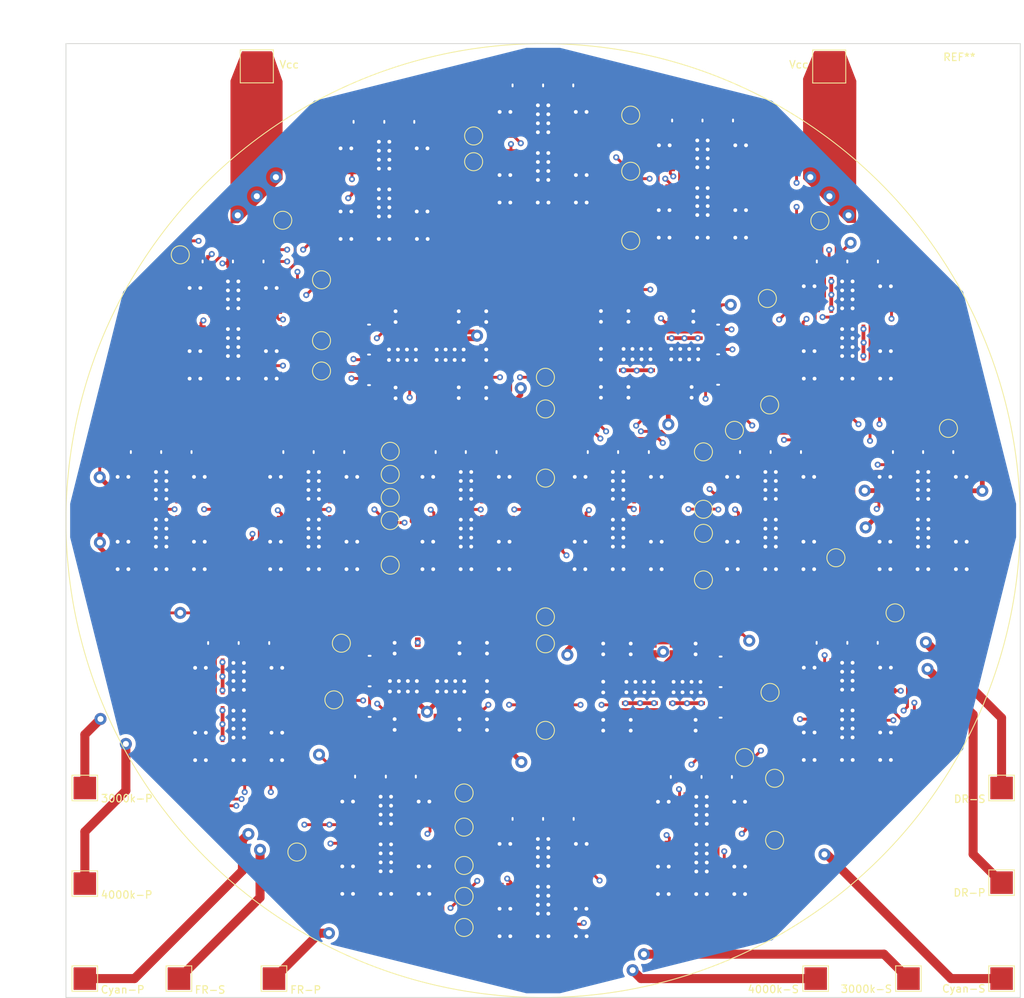
<source format=kicad_pcb>
(kicad_pcb (version 20171130) (host pcbnew "(5.1.6)-1")
  (layers (0 F.Cu signal) (1 In1.Cu signal) (2 In2.Cu signal) (31 B.Cu signal) (35 F.Paste user) (37 F.SilkS user) (38 B.Mask user) (39 F.Mask user) (44 Edge.Cuts user))
  (net 0 "")
  (net 1 VCC)
  (net 2 "Net-(D14-Pad1)")
  (net 3 "Net-(D15-Pad1)")
  (net 4 "Net-(D20-Pad1)")
  (net 5 "Net-(D21-Pad1)")
  (net 6 "Net-(D1-Pad2)")
  (net 7 "Net-(D13-Pad2)")
  (net 8 "Net-(D14-Pad2)")
  (net 9 "Net-(D15-Pad2)")
  (net 10 "Net-(D18-Pad2)")
  (net 11 "Net-(D172-Pad2)")
  (net 12 "Net-(D19-Pad2)")
  (net 13 "Net-(D19-Pad1)")
  (net 14 "Net-(D20-Pad2)")
  (net 15 "Net-(D21-Pad2)")
  (net 16 "Net-(D25-Pad2)")
  (net 17 "Net-(D26-Pad2)")
  (net 18 "Net-(D27-Pad2)")
  (net 19 "Net-(D31-Pad2)")
  (net 20 "Net-(D32-Pad2)")
  (net 21 "Net-(D33-Pad2)")
  (net 22 "Net-(D37-Pad2)")
  (net 23 "Net-(D38-Pad2)")
  (net 24 "Net-(D39-Pad2)")
  (net 25 "Net-(D43-Pad2)")
  (net 26 "Net-(D44-Pad2)")
  (net 27 "Net-(D45-Pad2)")
  (net 28 "Net-(D49-Pad2)")
  (net 29 "Net-(D50-Pad2)")
  (net 30 "Net-(D51-Pad2)")
  (net 31 "Net-(D55-Pad2)")
  (net 32 "Net-(D56-Pad2)")
  (net 33 "Net-(D57-Pad2)")
  (net 34 "Net-(D61-Pad2)")
  (net 35 "Net-(D67-Pad2)")
  (net 36 "Net-(D74-Pad2)")
  (net 37 "Net-(D75-Pad2)")
  (net 38 "Net-(D77-Pad2)")
  (net 39 "Net-(D128-Pad2)")
  (net 40 "Net-(D129-Pad2)")
  (net 41 "Net-(D78-Pad2)")
  (net 42 "Net-(D79-Pad2)")
  (net 43 "Net-(D130-Pad2)")
  (net 44 "Net-(D131-Pad2)")
  (net 45 "Net-(D80-Pad2)")
  (net 46 "Net-(D81-Pad2)")
  (net 47 "Net-(D82-Pad2)")
  (net 48 "Net-(D141-Pad2)")
  (net 49 "Net-(D142-Pad2)")
  (net 50 "Net-(D83-Pad2)")
  (net 51 "Net-(D84-Pad2)")
  (net 52 "Net-(D143-Pad2)")
  (net 53 "Net-(D85-Pad2)")
  (net 54 "Net-(D144-Pad2)")
  (net 55 "Net-(D100-Pad1)")
  (net 56 "Net-(D101-Pad1)")
  (net 57 "Net-(D103-Pad1)")
  (net 58 "Net-(D104-Pad1)")
  (net 59 "Net-(D105-Pad1)")
  (net 60 "Net-(D106-Pad1)")
  (net 61 "Net-(D107-Pad1)")
  (net 62 "Net-(D108-Pad1)")
  (net 63 "Net-(D109-Pad1)")
  (net 64 "Net-(D110-Pad1)")
  (net 65 "Net-(D111-Pad1)")
  (net 66 "Net-(D100-Pad2)")
  (net 67 "Net-(D101-Pad2)")
  (net 68 "Net-(D102-Pad1)")
  (net 69 "Net-(D102-Pad2)")
  (net 70 "Net-(D103-Pad2)")
  (net 71 "Net-(D104-Pad2)")
  (net 72 "Net-(D105-Pad2)")
  (net 73 "Net-(D106-Pad2)")
  (net 74 "Net-(D107-Pad2)")
  (net 75 "Net-(D108-Pad2)")
  (net 76 "Net-(D109-Pad2)")
  (net 77 "Net-(D110-Pad2)")
  (net 78 "Net-(D111-Pad2)")
  (net 79 "Net-(D112-Pad1)")
  (net 80 "Net-(D112-Pad2)")
  (net 81 "Net-(D113-Pad2)")
  (net 82 "Net-(D114-Pad2)")
  (net 83 "Net-(D115-Pad2)")
  (net 84 "Net-(D116-Pad2)")
  (net 85 "Net-(D117-Pad2)")
  (net 86 "Net-(D118-Pad2)")
  (net 87 "Net-(D119-Pad2)")
  (net 88 "Net-(D120-Pad2)")
  (net 89 "Net-(D121-Pad2)")
  (net 90 "Net-(D122-Pad2)")
  (net 91 "Net-(D123-Pad2)")
  (net 92 "Net-(D124-Pad2)")
  (net 93 "Net-(D125-Pad2)")
  (net 94 "Net-(D126-Pad2)")
  (net 95 "Net-(D127-Pad2)")
  (net 96 "Net-(D132-Pad2)")
  (net 97 "Net-(D133-Pad2)")
  (net 98 "Net-(D134-Pad2)")
  (net 99 "Net-(D135-Pad2)")
  (net 100 "Net-(D136-Pad2)")
  (net 101 "Net-(D137-Pad2)")
  (net 102 "Net-(D138-Pad2)")
  (net 103 "Net-(D139-Pad2)")
  (net 104 "Net-(D140-Pad2)")
  (net 105 "Net-(D145-Pad2)")
  (net 106 "Net-(D147-Pad1)")
  (net 107 "Net-(D147-Pad2)")
  (net 108 "Net-(D148-Pad1)")
  (net 109 "Net-(D148-Pad2)")
  (net 110 "Net-(D149-Pad2)")
  (net 111 "Net-(D149-Pad1)")
  (net 112 "Net-(D150-Pad2)")
  (net 113 "Net-(D150-Pad1)")
  (net 114 "Net-(D151-Pad2)")
  (net 115 "Net-(D152-Pad2)")
  (net 116 "Net-(D153-Pad2)")
  (net 117 "Net-(D155-Pad2)")
  (net 118 "Net-(D156-Pad2)")
  (net 119 "Net-(D157-Pad2)")
  (net 120 "Net-(D158-Pad2)")
  (net 121 "Net-(D159-Pad2)")
  (net 122 "Net-(D160-Pad2)")
  (net 123 "Net-(D161-Pad2)")
  (net 124 "Net-(D163-Pad2)")
  (net 125 "Net-(D164-Pad2)")
  (net 126 "Net-(D165-Pad2)")
  (net 127 "Net-(D166-Pad2)")
  (net 128 "Net-(D167-Pad2)")
  (net 129 "Net-(D168-Pad2)")
  (net 130 "Net-(D169-Pad2)")
  (net 131 "Net-(D171-Pad2)")
  (net 132 "Net-(D173-Pad2)")
  (net 133 "Net-(D174-Pad2)")
  (net 134 "Net-(D175-Pad2)")
  (net 135 "Net-(D176-Pad2)")
  (net 136 "Net-(D177-Pad2)")
  (net 137 "Net-(D179-Pad2)")
  (net 138 "Net-(D181-Pad2)")
  (net 139 "Net-(D182-Pad2)")
  (net 140 "Net-(D183-Pad2)")
  (net 141 "Net-(D184-Pad2)")
  (net 142 "Net-(D185-Pad2)")
  (net 143 "Net-(D178-Pad2)")
  (net 144 "Net-(D191-Pad2)")
  (net 145 "Net-(D192-Pad2)")
  (net 146 "Net-(D193-Pad2)")
  (net 147 "Net-(D194-Pad2)")
  (net 148 "Net-(D195-Pad2)")
  (net 149 "Net-(D195-Pad1)")
  (net 150 "Net-(D196-Pad2)")
  (net 151 "Net-(D196-Pad1)")
  (net 152 "Net-(D197-Pad2)")
  (net 153 "Net-(D197-Pad1)")
  (net 154 "Net-(D198-Pad2)")
  (net 155 "Net-(D198-Pad1)")
  (net 156 "Net-(D199-Pad2)")
  (net 157 "Net-(D200-Pad2)")
  (net 158 "Net-(D201-Pad2)")
  (net 159 "Net-(D202-Pad2)")
  (net 160 "Net-(D203-Pad2)")
  (net 161 "Net-(D204-Pad2)")
  (net 162 "Net-(D205-Pad2)")
  (net 163 "Net-(D206-Pad2)")
  (net 164 "Net-(D207-Pad2)")
  (net 165 "Net-(D208-Pad2)")
  (net 166 "Net-(D209-Pad2)")
  (net 167 "Net-(D210-Pad2)")
  (net 168 "Net-(D211-Pad2)")
  (net 169 "Net-(D212-Pad2)")
  (net 170 "Net-(D213-Pad2)")
  (net 171 "Net-(D214-Pad2)")
  (net 172 "Net-(D215-Pad2)")
  (net 173 "Net-(D216-Pad2)")
  (net 174 "Net-(D217-Pad2)")
  (net 175 "Net-(D218-Pad2)")
  (net 176 "Net-(D219-Pad2)")
  (net 177 "Net-(D220-Pad2)")
  (net 178 "Net-(D221-Pad2)")
  (net 179 "Net-(D222-Pad2)")
  (net 180 "Net-(D223-Pad2)")
  (net 181 "Net-(D224-Pad2)")
  (net 182 "Net-(D225-Pad2)")
  (net 183 "Net-(D226-Pad2)")
  (net 184 "Net-(D227-Pad2)")
  (net 185 "Net-(D228-Pad2)")
  (net 186 "Net-(D229-Pad2)")
  (net 187 "Net-(D230-Pad2)")
  (net 188 "Net-(D231-Pad2)")
  (net 189 "Net-(D1-Pad3)")
  (net 190 "Net-(D73-Pad2)")
  (net 191 "Net-(D76-Pad2)")
  (net 192 "Net-(D86-Pad2)")
  (net 193 "Net-(D146-Pad2)")
  (net 194 "Net-(D154-Pad2)")
  (net 195 "Net-(D162-Pad2)")
  (net 196 "Net-(D170-Pad2)")
  (net 197 "Net-(D34-Pad2)")
  (net 198 "Net-(D36-Pad2)")
  (net 199 "Net-(D41-Pad2)")
  (net 200 "Net-(D46-Pad2)")
  (net 201 "Net-(D48-Pad2)")
  (net 202 "Net-(D53-Pad2)")
  (net 203 "Net-(D58-Pad2)")
  (net 204 "Net-(D60-Pad2)")
  (net 205 "Net-(D65-Pad2)")
  (net 206 "Net-(D11-Pad1)")
  (net 207 "Net-(D11-Pad2)")
  (net 208 "Net-(D10-Pad1)")
  (net 209 "Net-(D10-Pad2)")
  (module MountingHole:MountingHole_5.3mm_M5 (layer F.Cu) (at 43.6372 43.6372)
    (fp_text reference REF** hide)
    (fp_text value MountingHole_5.3mm_M5)
    (pad 1 np_thru_hole circle (at 0 0) (size 5.3 5.3) (drill 5.3) (layers *.Cu *.Mask))
  )
  (module MountingHole:MountingHole_5.3mm_M5 (layer F.Cu) (at 154.4574 43.6626)
    (fp_text reference REF** (at 0 -6.3) (layer F.SilkS))
    (fp_text value MountingHole_5.3mm_M5)
    (pad 1 np_thru_hole circle (at 0 0) (size 5.3 5.3) (drill 5.3) (layers *.Cu *.Mask))
  )
  (module MountingHole:MountingHole_5.3mm_M5 (layer F.Cu) (at 154.4574 154.4574)
    (fp_text reference REF** hide)
    (fp_text value MountingHole_5.3mm_M5)
    (pad 1 np_thru_hole circle (at 0 0) (size 5.3 5.3) (drill 5.3) (layers *.Cu *.Mask))
  )
  (module MountingHole:MountingHole_5.3mm_M5 (layer F.Cu) (at 43.6372 154.4828)
    (fp_text reference REF** hide)
    (fp_text value MountingHole_5.3mm_M5)
    (pad 1 np_thru_hole circle (at 0 0) (size 5.3 5.3) (drill 5.3) (layers *.Cu *.Mask))
  )
  (module TestPoint:TestPoint_Pad_4.0x4.0mm (layer F.Cu) (at 60.96 38.5826)
    (fp_text reference Vcc (at 4.318 -0.2286) (layer F.SilkS))
    (fp_text value TestPoint_Pad_4.0x4.0mm)
    (pad 1 smd rect (at 0 0) (size 4 4) (layers F.Cu F.Mask) (net 1 VCC))
  )
  (module TestPoint:TestPoint_Pad_4.0x4.0mm (layer F.Cu) (at 137.1346 38.608)
    (fp_text reference Vcc (at -4.0386 -0.254) (layer F.SilkS))
    (fp_text value TestPoint_Pad_4.0x4.0mm)
    (pad 1 smd rect (at 0 0) (size 4 4) (layers F.Cu F.Mask) (net 1 VCC))
  )
  (module LEDs:Reds (layer F.Cu) (at 53.46446 119.5832 180)
    (fp_text reference REF** hide)
    (fp_text value Reds)
    (pad 3 thru_hole rect (at 0.71374 0.9144 180) (size 1.43 1.83) (drill oval 0.508) (layers *.Cu *.Mask) (net 189 "Net-(D1-Pad3)"))
    (pad 3 thru_hole rect (at -0.71374 0.9144 180) (size 1.43 1.83) (drill oval 0.508) (layers *.Cu *.Mask) (net 189 "Net-(D1-Pad3)"))
    (pad 1 smd rect (at 0.8 -2.165 180) (size 1.26 0.73) (layers F.Cu F.Paste F.Mask))
    (pad 2 smd rect (at -0.8 -2.165 180) (size 1.26 0.73) (layers F.Cu F.Paste F.Mask))
  )
  (module LEDs:Reds (layer F.Cu) (at 139.5476 81.0774 180)
    (fp_text reference D214 hide)
    (fp_text value LXML-PF01)
    (pad 3 thru_hole rect (at 0.71374 0.9144 180) (size 1.43 1.83) (drill oval 0.508) (layers *.Cu *.Mask) (net 189 "Net-(D1-Pad3)"))
    (pad 3 thru_hole rect (at -0.71374 0.9144 180) (size 1.43 1.83) (drill oval 0.508) (layers *.Cu *.Mask) (net 189 "Net-(D1-Pad3)"))
    (pad 1 smd rect (at 0.8 -2.165 180) (size 1.26 0.73) (layers F.Cu F.Paste F.Mask) (net 163 "Net-(D206-Pad2)"))
    (pad 2 smd rect (at -0.8 -2.165 180) (size 1.26 0.73) (layers F.Cu F.Paste F.Mask) (net 171 "Net-(D214-Pad2)"))
  )
  (module LEDs:Reds (layer F.Cu) (at 53.467 131.8774 180)
    (fp_text reference D98 hide)
    (fp_text value LXML-PF01)
    (pad 3 thru_hole rect (at 0.71374 0.9144 180) (size 1.43 1.83) (drill oval 0.508) (layers *.Cu *.Mask) (net 189 "Net-(D1-Pad3)"))
    (pad 3 thru_hole rect (at -0.71374 0.9144 180) (size 1.43 1.83) (drill oval 0.508) (layers *.Cu *.Mask) (net 189 "Net-(D1-Pad3)"))
    (pad 1 smd rect (at 0.8 -2.165 180) (size 1.26 0.73) (layers F.Cu F.Paste F.Mask) (net 53 "Net-(D85-Pad2)"))
    (pad 2 smd rect (at -0.8 -2.165 180) (size 1.26 0.73) (layers F.Cu F.Paste F.Mask) (net 65 "Net-(D111-Pad1)"))
  )
  (module TestPoint:TestPoint_Pad_3.0x3.0mm (layer F.Cu) (at 38.0746 160.0454)
    (fp_text reference Cyan-P (at 5.0292 1.4732) (layer F.SilkS))
    (fp_text value TestPoint_Pad_3.0x3.0mm)
    (pad 1 smd rect (at 0 0) (size 3 3) (layers F.Cu F.Mask) (net 188 "Net-(D231-Pad2)"))
  )
  (module TestPoint:TestPoint_Pad_3.0x3.0mm (layer F.Cu) (at 63.246 160.0454)
    (fp_text reference FR-P (at 4.2164 1.4986) (layer F.SilkS))
    (fp_text value TestPoint_Pad_3.0x3.0mm)
    (pad 1 smd rect (at 0 0) (size 3 3) (layers F.Cu F.Mask) (net 105 "Net-(D145-Pad2)"))
  )
  (module TestPoint:TestPoint_Pad_3.0x3.0mm (layer F.Cu) (at 50.5968 160.0454)
    (fp_text reference FR-S (at 4.1402 1.4986) (layer F.SilkS))
    (fp_text value TestPoint_Pad_3.0x3.0mm)
    (pad 1 smd rect (at 0 0) (size 3 3) (layers F.Cu F.Mask))
  )
  (module TestPoint:TestPoint_Pad_3.0x3.0mm (layer F.Cu) (at 160.0708 134.6708)
    (fp_text reference DR-S (at -4.2418 1.4732) (layer F.SilkS))
    (fp_text value TestPoint_Pad_3.0x3.0mm)
    (pad 1 smd rect (at 0 0) (size 3 3) (layers F.Cu F.Mask) (net 96 "Net-(D132-Pad2)"))
  )
  (module TestPoint:TestPoint_Pad_3.0x3.0mm (layer F.Cu) (at 160.0708 160.0454)
    (fp_text reference Cyan-S (at -5.0292 1.3462) (layer F.SilkS))
    (fp_text value TestPoint_Pad_3.0x3.0mm)
    (pad 1 smd rect (at 0 0) (size 3 3) (layers F.Cu F.Mask) (net 205 "Net-(D65-Pad2)"))
  )
  (module TestPoint:TestPoint_Pad_3.0x3.0mm (layer F.Cu) (at 147.6756 160.0454)
    (fp_text reference 3000k-S (at -5.588 1.397) (layer F.SilkS))
    (fp_text value TestPoint_Pad_3.0x3.0mm)
    (pad 1 smd rect (at 0 0) (size 3 3) (layers F.Cu F.Mask) (net 209 "Net-(D10-Pad2)"))
  )
  (module TestPoint:TestPoint_Pad_3.0x3.0mm (layer F.Cu) (at 135.3312 160.0454)
    (fp_text reference 4000k-S (at -5.6388 1.4224) (layer F.SilkS))
    (fp_text value TestPoint_Pad_3.0x3.0mm)
    (pad 1 smd rect (at 0 0) (size 3 3) (layers F.Cu F.Mask) (net 207 "Net-(D11-Pad2)"))
  )
  (module TestPoint:TestPoint_Pad_3.0x3.0mm (layer F.Cu) (at 160.0708 147.2692)
    (fp_text reference DR-P (at -4.2672 1.3462) (layer F.SilkS))
    (fp_text value TestPoint_Pad_3.0x3.0mm)
    (pad 1 smd rect (at 0 0) (size 3 3) (layers F.Cu F.Mask))
  )
  (module TestPoint:TestPoint_Pad_3.0x3.0mm (layer F.Cu) (at 38.0746 134.6708)
    (fp_text reference 3000k-P (at 5.588 1.397) (layer F.SilkS))
    (fp_text value TestPoint_Pad_3.0x3.0mm)
    (pad 1 smd rect (at 0 0) (size 3 3) (layers F.Cu F.Mask) (net 34 "Net-(D61-Pad2)"))
  )
  (module TestPoint:TestPoint_Pad_3.0x3.0mm (layer F.Cu) (at 38.0746 147.3962)
    (fp_text reference 4000k-P (at 5.5626 1.4986) (layer F.SilkS))
    (fp_text value TestPoint_Pad_3.0x3.0mm)
    (pad 1 smd rect (at 0 0) (size 3 3) (layers F.Cu F.Mask) (net 35 "Net-(D67-Pad2)"))
  )
  (module TestPoint:TestPoint_Pad_D2.0mm (layer F.Cu) (at 99.3648 111.887)
    (fp_text reference REF** hide)
    (fp_text value TestPoint_Pad_D2.0mm)
    (pad 1 smd circle (at 0 0) (size 2 2) (layers F.Cu F.Mask))
  )
  (module TestPoint:TestPoint_Pad_D2.0mm (layer F.Cu) (at 99.3648 115.4684)
    (fp_text reference REF** hide)
    (fp_text value TestPoint_Pad_D2.0mm)
    (pad 1 smd circle (at 0 0) (size 2 2) (layers F.Cu F.Mask))
  )
  (module TestPoint:TestPoint_Pad_D2.0mm (layer F.Cu) (at 69.5706 67.0052)
    (fp_text reference REF** hide)
    (fp_text value TestPoint_Pad_D2.0mm)
    (pad 1 smd circle (at 0 0) (size 2 2) (layers F.Cu F.Mask))
  )
  (module TestPoint:TestPoint_Pad_D2.0mm (layer F.Cu) (at 129.2098 83.6676)
    (fp_text reference REF** hide)
    (fp_text value TestPoint_Pad_D2.0mm)
    (pad 1 smd circle (at 0 0) (size 2 2) (layers F.Cu F.Mask))
  )
  (module TestPoint:TestPoint_Pad_D2.0mm (layer F.Cu) (at 66.294 143.1925)
    (fp_text reference REF** hide)
    (fp_text value TestPoint_Pad_D2.0mm)
    (pad 1 smd circle (at 0 0) (size 2 2) (layers F.Cu F.Mask))
  )
  (module TestPoint:TestPoint_Pad_D2.0mm (layer F.Cu) (at 88.5444 135.3312)
    (fp_text reference REF** hide)
    (fp_text value TestPoint_Pad_D2.0mm)
    (pad 1 smd circle (at 0 0) (size 2 2) (layers F.Cu F.Mask))
  )
  (module TestPoint:TestPoint_Pad_D2.0mm (layer F.Cu) (at 88.5444 144.9832)
    (fp_text reference REF** hide)
    (fp_text value TestPoint_Pad_D2.0mm)
    (pad 1 smd circle (at 0 0) (size 2 2) (layers F.Cu F.Mask))
  )
  (module TestPoint:TestPoint_Pad_D2.0mm (layer F.Cu) (at 129.8702 133.3754)
    (fp_text reference REF** hide)
    (fp_text value TestPoint_Pad_D2.0mm)
    (pad 1 smd circle (at 0 0) (size 2 2) (layers F.Cu F.Mask))
  )
  (module TestPoint:TestPoint_Pad_D2.0mm (layer F.Cu) (at 145.8976 111.3536)
    (fp_text reference REF** hide)
    (fp_text value TestPoint_Pad_D2.0mm)
    (pad 1 smd circle (at 0 0) (size 2 2) (layers F.Cu F.Mask))
  )
  (module TestPoint:TestPoint_Pad_D2.0mm (layer F.Cu) (at 99.3775 84.201)
    (fp_text reference REF** hide)
    (fp_text value TestPoint_Pad_D2.0mm)
    (pad 1 smd circle (at 0 0) (size 2 2) (layers F.Cu F.Mask))
  )
  (module TestPoint:TestPoint_Pad_D2.0mm (layer F.Cu) (at 71.2216 122.936)
    (fp_text reference REF** hide)
    (fp_text value TestPoint_Pad_D2.0mm)
    (pad 1 smd circle (at 0 0) (size 2 2) (layers F.Cu F.Mask))
  )
  (module TestPoint:TestPoint_Pad_D2.0mm (layer F.Cu) (at 88.5444 149.098)
    (fp_text reference REF** hide)
    (fp_text value TestPoint_Pad_D2.0mm)
    (pad 1 smd circle (at 0 0) (size 2 2) (layers F.Cu F.Mask))
  )
  (module TestPoint:TestPoint_Pad_D2.0mm (layer F.Cu) (at 125.857 130.6068)
    (fp_text reference REF** hide)
    (fp_text value TestPoint_Pad_D2.0mm)
    (pad 1 smd circle (at 0 0) (size 2 2) (layers F.Cu F.Mask))
  )
  (module TestPoint:TestPoint_Pad_D2.0mm (layer F.Cu) (at 110.7186 52.5526)
    (fp_text reference REF** hide)
    (fp_text value TestPoint_Pad_D2.0mm)
    (pad 1 smd circle (at 0 0) (size 2 2) (layers F.Cu F.Mask))
  )
  (module TestPoint:TestPoint_Pad_D2.0mm (layer F.Cu) (at 50.7746 63.6778)
    (fp_text reference REF** hide)
    (fp_text value TestPoint_Pad_D2.0mm)
    (pad 1 smd circle (at 0 0) (size 2 2) (layers F.Cu F.Mask))
  )
  (module TestPoint:TestPoint_Pad_D2.0mm (layer F.Cu) (at 120.396 100.7618)
    (fp_text reference REF** hide)
    (fp_text value TestPoint_Pad_D2.0mm)
    (pad 1 smd circle (at 0 0) (size 2 2) (layers F.Cu F.Mask))
  )
  (module TestPoint:TestPoint_Pad_D2.0mm (layer F.Cu) (at 78.7146 99.06)
    (fp_text reference REF** hide)
    (fp_text value TestPoint_Pad_D2.0mm)
    (pad 1 smd circle (at 0 0) (size 2 2) (layers F.Cu F.Mask))
  )
  (module TestPoint:TestPoint_Pad_D2.0mm (layer F.Cu) (at 78.7146 95.9866)
    (fp_text reference REF** hide)
    (fp_text value TestPoint_Pad_D2.0mm)
    (pad 1 smd circle (at 0 0) (size 2 2) (layers F.Cu F.Mask))
  )
  (module TestPoint:TestPoint_Pad_D2.0mm (layer F.Cu) (at 128.905 69.4944)
    (fp_text reference REF** hide)
    (fp_text value TestPoint_Pad_D2.0mm)
    (pad 1 smd circle (at 0 0) (size 2 2) (layers F.Cu F.Mask))
  )
  (module TestPoint:TestPoint_Pad_D2.0mm (layer F.Cu) (at 135.89 59.1566)
    (fp_text reference REF** hide)
    (fp_text value TestPoint_Pad_D2.0mm)
    (pad 1 smd circle (at 0 0) (size 2 2) (layers F.Cu F.Mask))
  )
  (module TestPoint:TestPoint_Pad_D2.0mm (layer F.Cu) (at 120.396 97.5614)
    (fp_text reference REF** hide)
    (fp_text value TestPoint_Pad_D2.0mm)
    (pad 1 smd circle (at 0 0) (size 2 2) (layers F.Cu F.Mask))
  )
  (module TestPoint:TestPoint_Pad_D2.0mm (layer F.Cu) (at 138.0236 104.013)
    (fp_text reference REF** hide)
    (fp_text value TestPoint_Pad_D2.0mm)
    (pad 1 smd circle (at 0 0) (size 2 2) (layers F.Cu F.Mask))
  )
  (module TestPoint:TestPoint_Pad_D2.0mm (layer F.Cu) (at 120.396 106.9594)
    (fp_text reference REF** hide)
    (fp_text value TestPoint_Pad_D2.0mm)
    (pad 1 smd circle (at 0 0) (size 2 2) (layers F.Cu F.Mask))
  )
  (module TestPoint:TestPoint_Pad_D2.0mm (layer F.Cu) (at 78.7146 92.9132)
    (fp_text reference 3P1 hide)
    (fp_text value TestPoint_Pad_D2.0mm)
    (pad 1 smd circle (at 0 0) (size 2 2) (layers F.Cu F.Mask))
  )
  (module TestPoint:TestPoint_Pad_D2.0mm (layer F.Cu) (at 99.3648 127)
    (fp_text reference REF** hide)
    (fp_text value TestPoint_Pad_D2.0mm)
    (pad 1 smd circle (at 0 0) (size 2 2) (layers F.Cu F.Mask))
  )
  (module TestPoint:TestPoint_Pad_D2.0mm (layer F.Cu) (at 88.5444 153.2382)
    (fp_text reference REF** hide)
    (fp_text value TestPoint_Pad_D2.0mm)
    (pad 1 smd circle (at 0 0) (size 2 2) (layers F.Cu F.Mask))
  )
  (module TestPoint:TestPoint_Pad_D2.0mm (layer F.Cu) (at 129.8702 141.6304)
    (fp_text reference REF** hide)
    (fp_text value TestPoint_Pad_D2.0mm)
    (pad 1 smd circle (at 0 0) (size 2 2) (layers F.Cu F.Mask))
  )
  (module TestPoint:TestPoint_Pad_D2.0mm (layer F.Cu) (at 89.8144 47.8536)
    (fp_text reference REF** hide)
    (fp_text value TestPoint_Pad_D2.0mm)
    (pad 1 smd circle (at 0 0) (size 2 2) (layers F.Cu F.Mask))
  )
  (module TestPoint:TestPoint_Pad_D2.0mm (layer F.Cu) (at 89.8144 51.2826)
    (fp_text reference REF** hide)
    (fp_text value TestPoint_Pad_D2.0mm)
    (pad 1 smd circle (at 0 0) (size 2 2) (layers F.Cu F.Mask))
  )
  (module TestPoint:TestPoint_Pad_D2.0mm (layer F.Cu) (at 110.7186 61.7982)
    (fp_text reference REF** hide)
    (fp_text value TestPoint_Pad_D2.0mm)
    (pad 1 smd circle (at 0 0) (size 2 2) (layers F.Cu F.Mask))
  )
  (module TestPoint:TestPoint_Pad_D2.0mm (layer F.Cu) (at 69.5706 79.1464)
    (fp_text reference REF** hide)
    (fp_text value TestPoint_Pad_D2.0mm)
    (pad 1 smd circle (at 0 0) (size 2 2) (layers F.Cu F.Mask))
  )
  (module TestPoint:TestPoint_Pad_D2.0mm (layer F.Cu) (at 69.5706 75.1078)
    (fp_text reference REF** hide)
    (fp_text value TestPoint_Pad_D2.0mm)
    (pad 1 smd circle (at 0 0) (size 2 2) (layers F.Cu F.Mask))
  )
  (module TestPoint:TestPoint_Pad_D2.0mm (layer F.Cu) (at 99.3648 79.9846)
    (fp_text reference REF** hide)
    (fp_text value TestPoint_Pad_D2.0mm)
    (pad 1 smd circle (at 0 0) (size 2 2) (layers F.Cu F.Mask))
  )
  (module TestPoint:TestPoint_Pad_D2.0mm (layer F.Cu) (at 124.5235 87.05342)
    (fp_text reference REF** hide)
    (fp_text value TestPoint_Pad_D2.0mm)
    (pad 1 smd circle (at 0 0) (size 2 2) (layers F.Cu F.Mask))
  )
  (module TestPoint:TestPoint_Pad_D2.0mm (layer F.Cu) (at 99.3775 93.4085)
    (fp_text reference REF** hide)
    (fp_text value TestPoint_Pad_D2.0mm)
    (pad 1 smd circle (at 0 0) (size 2 2) (layers F.Cu F.Mask))
  )
  (module TestPoint:TestPoint_Pad_D2.0mm (layer F.Cu) (at 78.7146 105.0036)
    (fp_text reference FRP1 hide)
    (fp_text value TestPoint_Pad_D2.0mm)
    (pad 1 smd circle (at 0 0) (size 2 2) (layers F.Cu F.Mask))
  )
  (module TestPoint:TestPoint_Pad_D2.0mm (layer F.Cu) (at 72.2122 115.3922)
    (fp_text reference REF** hide)
    (fp_text value TestPoint_Pad_D2.0mm)
    (pad 1 smd circle (at 0 0) (size 2 2) (layers F.Cu F.Mask))
  )
  (module TestPoint:TestPoint_Pad_D2.0mm (layer F.Cu) (at 88.5444 139.8778)
    (fp_text reference REF** hide)
    (fp_text value TestPoint_Pad_D2.0mm)
    (pad 1 smd circle (at 0 0) (size 2 2) (layers F.Cu F.Mask))
  )
  (module TestPoint:TestPoint_Pad_D2.0mm (layer F.Cu) (at 129.2606 121.9454)
    (fp_text reference REF** hide)
    (fp_text value TestPoint_Pad_D2.0mm)
    (pad 1 smd circle (at 0 0) (size 2 2) (layers F.Cu F.Mask))
  )
  (module TestPoint:TestPoint_Pad_D2.0mm (layer F.Cu) (at 152.99944 86.7918)
    (fp_text reference REF** hide)
    (fp_text value TestPoint_Pad_D2.0mm)
    (pad 1 smd circle (at 0 0) (size 2 2) (layers F.Cu F.Mask))
  )
  (module TestPoint:TestPoint_Pad_D2.0mm (layer F.Cu) (at 110.7186 45.085)
    (fp_text reference REF** hide)
    (fp_text value TestPoint_Pad_D2.0mm)
    (pad 1 smd circle (at 0 0) (size 2 2) (layers F.Cu F.Mask))
  )
  (module TestPoint:TestPoint_Pad_D2.0mm (layer F.Cu) (at 64.4144 59.0804)
    (fp_text reference REF** hide)
    (fp_text value TestPoint_Pad_D2.0mm)
    (pad 1 smd circle (at 0 0) (size 2 2) (layers F.Cu F.Mask))
  )
  (module TestPoint:TestPoint_Pad_D2.0mm (layer F.Cu) (at 120.396 89.916)
    (fp_text reference REF** hide)
    (fp_text value TestPoint_Pad_D2.0mm)
    (pad 1 smd circle (at 0 0) (size 2 2) (layers F.Cu F.Mask))
  )
  (module TestPoint:TestPoint_Pad_D2.0mm (layer F.Cu) (at 78.7146 89.8398)
    (fp_text reference CP1 hide)
    (fp_text value TestPoint_Pad_D2.0mm)
    (pad 1 smd circle (at 0 0) (size 2 2) (layers F.Cu F.Mask))
  )
  (module LEDs:4000k (layer F.Cu) (at 77.9018 56.769)
    (fp_text reference D32 hide)
    (fp_text value MHBBWT-0000000C0HE240H)
    (pad 3 thru_hole rect (at 0.69404 1.79176) (size 1.39 1.195) (drill 0.508) (layers *.Cu *.Mask) (net 189 "Net-(D1-Pad3)"))
    (pad 3 thru_hole rect (at -0.69596 1.79176) (size 1.39 1.195) (drill 0.508) (layers *.Cu *.Mask) (net 189 "Net-(D1-Pad3)"))
    (pad 3 thru_hole rect (at 0.69404 0.59676) (size 1.39 1.195) (drill 0.508) (layers *.Cu *.Mask) (net 189 "Net-(D1-Pad3)"))
    (pad 3 thru_hole rect (at -0.69596 0.59676) (size 1.39 1.195) (drill 0.508) (layers *.Cu *.Mask) (net 189 "Net-(D1-Pad3)"))
    (pad 3 thru_hole rect (at 0.69404 -0.59824) (size 1.39 1.195) (drill 0.508) (layers *.Cu *.Mask) (net 189 "Net-(D1-Pad3)"))
    (pad 3 thru_hole rect (at -0.69596 -0.59824) (size 1.39 1.195) (drill 0.508) (layers *.Cu *.Mask) (net 189 "Net-(D1-Pad3)"))
    (pad 3 thru_hole rect (at 0.69404 -1.79324) (size 1.39 1.195) (drill 0.508) (layers *.Cu *.Mask) (net 189 "Net-(D1-Pad3)"))
    (pad 3 thru_hole rect (at -0.69596 -1.79324) (size 1.39 1.195) (drill 0.508) (layers *.Cu *.Mask) (net 189 "Net-(D1-Pad3)"))
    (pad 2 smd rect (at 2.14 0) (size 0.5 4.78) (layers F.Cu F.Paste F.Mask) (net 20 "Net-(D32-Pad2)"))
    (pad 1 smd rect (at -2.14 0) (size 0.5 4.78) (layers F.Cu F.Paste F.Mask) (net 14 "Net-(D20-Pad2)"))
  )
  (module LEDs:Reds (layer F.Cu) (at 114.1222 94.1584 180)
    (fp_text reference D157 hide)
    (fp_text value LXML-PF01)
    (pad 3 thru_hole rect (at 0.71374 0.9144 180) (size 1.43 1.83) (drill oval 0.508) (layers *.Cu *.Mask) (net 189 "Net-(D1-Pad3)"))
    (pad 3 thru_hole rect (at -0.71374 0.9144 180) (size 1.43 1.83) (drill oval 0.508) (layers *.Cu *.Mask) (net 189 "Net-(D1-Pad3)"))
    (pad 1 smd rect (at 0.8 -2.165 180) (size 1.26 0.73) (layers F.Cu F.Paste F.Mask) (net 110 "Net-(D149-Pad2)"))
    (pad 2 smd rect (at -0.8 -2.165 180) (size 1.26 0.73) (layers F.Cu F.Paste F.Mask) (net 119 "Net-(D157-Pad2)"))
  )
  (module LEDs:Reds (layer F.Cu) (at 118.4396 126.3142 90)
    (fp_text reference REF** hide)
    (fp_text value Reds)
    (pad 3 thru_hole rect (at 0.71374 0.9144 90) (size 1.43 1.83) (drill oval 0.508) (layers *.Cu *.Mask) (net 189 "Net-(D1-Pad3)"))
    (pad 3 thru_hole rect (at -0.71374 0.9144 90) (size 1.43 1.83) (drill oval 0.508) (layers *.Cu *.Mask) (net 189 "Net-(D1-Pad3)"))
    (pad 1 smd rect (at 0.8 -2.165 90) (size 1.26 0.73) (layers F.Cu F.Paste F.Mask))
    (pad 2 smd rect (at -0.8 -2.165 90) (size 1.26 0.73) (layers F.Cu F.Paste F.Mask))
  )
  (module LEDs:Reds (layer F.Cu) (at 111.6336 126.3142 270)
    (fp_text reference REF** hide)
    (fp_text value Reds)
    (pad 3 thru_hole rect (at 0.71374 0.9144 270) (size 1.43 1.83) (drill oval 0.508) (layers *.Cu *.Mask) (net 189 "Net-(D1-Pad3)"))
    (pad 3 thru_hole rect (at -0.71374 0.9144 270) (size 1.43 1.83) (drill oval 0.508) (layers *.Cu *.Mask) (net 189 "Net-(D1-Pad3)"))
    (pad 1 smd rect (at 0.8 -2.165 270) (size 1.26 0.73) (layers F.Cu F.Paste F.Mask))
    (pad 2 smd rect (at -0.8 -2.165 270) (size 1.26 0.73) (layers F.Cu F.Paste F.Mask))
  )
  (module LEDs:Reds (layer F.Cu) (at 106.146 126.3142 90)
    (fp_text reference REF** hide)
    (fp_text value Reds)
    (pad 3 thru_hole rect (at 0.71374 0.9144 90) (size 1.43 1.83) (drill oval 0.508) (layers *.Cu *.Mask) (net 189 "Net-(D1-Pad3)"))
    (pad 3 thru_hole rect (at -0.71374 0.9144 90) (size 1.43 1.83) (drill oval 0.508) (layers *.Cu *.Mask) (net 189 "Net-(D1-Pad3)"))
    (pad 1 smd rect (at 0.8 -2.165 90) (size 1.26 0.73) (layers F.Cu F.Paste F.Mask))
    (pad 2 smd rect (at -0.8 -2.165 90) (size 1.26 0.73) (layers F.Cu F.Paste F.Mask))
  )
  (module LEDs:Reds (layer F.Cu) (at 106.146 121.2342 90)
    (fp_text reference REF** hide)
    (fp_text value Reds)
    (pad 3 thru_hole rect (at 0.71374 0.9144 90) (size 1.43 1.83) (drill oval 0.508) (layers *.Cu *.Mask) (net 189 "Net-(D1-Pad3)"))
    (pad 3 thru_hole rect (at -0.71374 0.9144 90) (size 1.43 1.83) (drill oval 0.508) (layers *.Cu *.Mask) (net 189 "Net-(D1-Pad3)"))
    (pad 1 smd rect (at 0.8 -2.165 90) (size 1.26 0.73) (layers F.Cu F.Paste F.Mask))
    (pad 2 smd rect (at -0.8 -2.165 90) (size 1.26 0.73) (layers F.Cu F.Paste F.Mask))
  )
  (module LEDs:Reds (layer F.Cu) (at 106.146 116.1542 90)
    (fp_text reference REF** hide)
    (fp_text value Reds)
    (pad 3 thru_hole rect (at 0.71374 0.9144 90) (size 1.43 1.83) (drill oval 0.508) (layers *.Cu *.Mask) (net 189 "Net-(D1-Pad3)"))
    (pad 3 thru_hole rect (at -0.71374 0.9144 90) (size 1.43 1.83) (drill oval 0.508) (layers *.Cu *.Mask) (net 189 "Net-(D1-Pad3)"))
    (pad 1 smd rect (at 0.8 -2.165 90) (size 1.26 0.73) (layers F.Cu F.Paste F.Mask) (net 1 VCC))
    (pad 2 smd rect (at -0.8 -2.165 90) (size 1.26 0.73) (layers F.Cu F.Paste F.Mask))
  )
  (module LEDs:Reds (layer F.Cu) (at 80.2138 116.0526 270)
    (fp_text reference REF** hide)
    (fp_text value Reds)
    (pad 3 thru_hole rect (at 0.71374 0.9144 270) (size 1.43 1.83) (drill oval 0.508) (layers *.Cu *.Mask) (net 189 "Net-(D1-Pad3)"))
    (pad 3 thru_hole rect (at -0.71374 0.9144 270) (size 1.43 1.83) (drill oval 0.508) (layers *.Cu *.Mask) (net 189 "Net-(D1-Pad3)"))
    (pad 1 smd rect (at 0.8 -2.165 270) (size 1.26 0.73) (layers F.Cu F.Paste F.Mask))
    (pad 2 smd rect (at -0.8 -2.165 270) (size 1.26 0.73) (layers F.Cu F.Paste F.Mask))
  )
  (module LEDs:Reds (layer F.Cu) (at 87.0198 116.0526 90)
    (fp_text reference REF** hide)
    (fp_text value Reds)
    (pad 3 thru_hole rect (at 0.71374 0.9144 90) (size 1.43 1.83) (drill oval 0.508) (layers *.Cu *.Mask) (net 189 "Net-(D1-Pad3)"))
    (pad 3 thru_hole rect (at -0.71374 0.9144 90) (size 1.43 1.83) (drill oval 0.508) (layers *.Cu *.Mask) (net 189 "Net-(D1-Pad3)"))
    (pad 1 smd rect (at 0.8 -2.165 90) (size 1.26 0.73) (layers F.Cu F.Paste F.Mask))
    (pad 2 smd rect (at -0.8 -2.165 90) (size 1.26 0.73) (layers F.Cu F.Paste F.Mask))
  )
  (module LEDs:Reds (layer F.Cu) (at 92.5074 116.0526 270)
    (fp_text reference REF** hide)
    (fp_text value Reds)
    (pad 3 thru_hole rect (at 0.71374 0.9144 270) (size 1.43 1.83) (drill oval 0.508) (layers *.Cu *.Mask) (net 189 "Net-(D1-Pad3)"))
    (pad 3 thru_hole rect (at -0.71374 0.9144 270) (size 1.43 1.83) (drill oval 0.508) (layers *.Cu *.Mask) (net 189 "Net-(D1-Pad3)"))
    (pad 1 smd rect (at 0.8 -2.165 270) (size 1.26 0.73) (layers F.Cu F.Paste F.Mask))
    (pad 2 smd rect (at -0.8 -2.165 270) (size 1.26 0.73) (layers F.Cu F.Paste F.Mask))
  )
  (module LEDs:Reds (layer F.Cu) (at 92.5074 121.1326 270)
    (fp_text reference REF** hide)
    (fp_text value Reds)
    (pad 3 thru_hole rect (at 0.71374 0.9144 270) (size 1.43 1.83) (drill oval 0.508) (layers *.Cu *.Mask) (net 189 "Net-(D1-Pad3)"))
    (pad 3 thru_hole rect (at -0.71374 0.9144 270) (size 1.43 1.83) (drill oval 0.508) (layers *.Cu *.Mask) (net 189 "Net-(D1-Pad3)"))
    (pad 1 smd rect (at 0.8 -2.165 270) (size 1.26 0.73) (layers F.Cu F.Paste F.Mask))
    (pad 2 smd rect (at -0.8 -2.165 270) (size 1.26 0.73) (layers F.Cu F.Paste F.Mask))
  )
  (module LEDs:Reds (layer F.Cu) (at 92.5074 126.238 270)
    (fp_text reference REF** hide)
    (fp_text value Reds)
    (pad 3 thru_hole rect (at 0.71374 0.9144 270) (size 1.43 1.83) (drill oval 0.508) (layers *.Cu *.Mask) (net 189 "Net-(D1-Pad3)"))
    (pad 3 thru_hole rect (at -0.71374 0.9144 270) (size 1.43 1.83) (drill oval 0.508) (layers *.Cu *.Mask) (net 189 "Net-(D1-Pad3)"))
    (pad 1 smd rect (at 0.8 -2.165 270) (size 1.26 0.73) (layers F.Cu F.Paste F.Mask))
    (pad 2 smd rect (at -0.8 -2.165 270) (size 1.26 0.73) (layers F.Cu F.Paste F.Mask))
  )
  (module LEDs:Reds (layer F.Cu) (at 118.4396 116.1542 90)
    (fp_text reference REF** hide)
    (fp_text value Reds)
    (pad 3 thru_hole rect (at 0.71374 0.9144 90) (size 1.43 1.83) (drill oval 0.508) (layers *.Cu *.Mask) (net 189 "Net-(D1-Pad3)"))
    (pad 3 thru_hole rect (at -0.71374 0.9144 90) (size 1.43 1.83) (drill oval 0.508) (layers *.Cu *.Mask) (net 189 "Net-(D1-Pad3)"))
    (pad 1 smd rect (at 0.8 -2.165 90) (size 1.26 0.73) (layers F.Cu F.Paste F.Mask))
    (pad 2 smd rect (at -0.8 -2.165 90) (size 1.26 0.73) (layers F.Cu F.Paste F.Mask))
  )
  (module LEDs:Reds (layer F.Cu) (at 111.6336 116.1542 270)
    (fp_text reference REF** hide)
    (fp_text value Reds)
    (pad 3 thru_hole rect (at 0.71374 0.9144 270) (size 1.43 1.83) (drill oval 0.508) (layers *.Cu *.Mask) (net 189 "Net-(D1-Pad3)"))
    (pad 3 thru_hole rect (at -0.71374 0.9144 270) (size 1.43 1.83) (drill oval 0.508) (layers *.Cu *.Mask) (net 189 "Net-(D1-Pad3)"))
    (pad 1 smd rect (at 0.8 -2.165 270) (size 1.26 0.73) (layers F.Cu F.Paste F.Mask) (net 1 VCC))
    (pad 2 smd rect (at -0.8 -2.165 270) (size 1.26 0.73) (layers F.Cu F.Paste F.Mask))
  )
  (module LEDs:Reds (layer F.Cu) (at 80.2138 126.2126 270)
    (fp_text reference REF** hide)
    (fp_text value Reds)
    (pad 3 thru_hole rect (at 0.71374 0.9144 270) (size 1.43 1.83) (drill oval 0.508) (layers *.Cu *.Mask) (net 189 "Net-(D1-Pad3)"))
    (pad 3 thru_hole rect (at -0.71374 0.9144 270) (size 1.43 1.83) (drill oval 0.508) (layers *.Cu *.Mask) (net 189 "Net-(D1-Pad3)"))
    (pad 1 smd rect (at 0.8 -2.165 270) (size 1.26 0.73) (layers F.Cu F.Paste F.Mask))
    (pad 2 smd rect (at -0.8 -2.165 270) (size 1.26 0.73) (layers F.Cu F.Paste F.Mask))
  )
  (module LEDs:Reds (layer F.Cu) (at 87.0198 126.2126 90)
    (fp_text reference REF** hide)
    (fp_text value Reds)
    (pad 3 thru_hole rect (at 0.71374 0.9144 90) (size 1.43 1.83) (drill oval 0.508) (layers *.Cu *.Mask) (net 189 "Net-(D1-Pad3)"))
    (pad 3 thru_hole rect (at -0.71374 0.9144 90) (size 1.43 1.83) (drill oval 0.508) (layers *.Cu *.Mask) (net 189 "Net-(D1-Pad3)"))
    (pad 1 smd rect (at 0.8 -2.165 90) (size 1.26 0.73) (layers F.Cu F.Paste F.Mask))
    (pad 2 smd rect (at -0.8 -2.165 90) (size 1.26 0.73) (layers F.Cu F.Paste F.Mask))
  )
  (module LEDs:Reds (layer F.Cu) (at 53.46446 126.3964)
    (fp_text reference REF** hide)
    (fp_text value Reds)
    (pad 3 thru_hole rect (at 0.71374 0.9144) (size 1.43 1.83) (drill oval 0.508) (layers *.Cu *.Mask) (net 189 "Net-(D1-Pad3)"))
    (pad 3 thru_hole rect (at -0.71374 0.9144) (size 1.43 1.83) (drill oval 0.508) (layers *.Cu *.Mask) (net 189 "Net-(D1-Pad3)"))
    (pad 1 smd rect (at 0.8 -2.165) (size 1.26 0.73) (layers F.Cu F.Paste F.Mask))
    (pad 2 smd rect (at -0.8 -2.165) (size 1.26 0.73) (layers F.Cu F.Paste F.Mask))
  )
  (module LEDs:Reds (layer F.Cu) (at 73.0504 137.3892 180)
    (fp_text reference REF** hide)
    (fp_text value Reds)
    (pad 3 thru_hole rect (at 0.71374 0.9144 180) (size 1.43 1.83) (drill oval 0.508) (layers *.Cu *.Mask) (net 189 "Net-(D1-Pad3)"))
    (pad 3 thru_hole rect (at -0.71374 0.9144 180) (size 1.43 1.83) (drill oval 0.508) (layers *.Cu *.Mask) (net 189 "Net-(D1-Pad3)"))
    (pad 1 smd rect (at 0.8 -2.165 180) (size 1.26 0.73) (layers F.Cu F.Paste F.Mask))
    (pad 2 smd rect (at -0.8 -2.165 180) (size 1.26 0.73) (layers F.Cu F.Paste F.Mask))
  )
  (module LEDs:Reds (layer F.Cu) (at 73.0504 144.1952)
    (fp_text reference REF** hide)
    (fp_text value Reds)
    (pad 3 thru_hole rect (at 0.71374 0.9144) (size 1.43 1.83) (drill oval 0.508) (layers *.Cu *.Mask) (net 189 "Net-(D1-Pad3)"))
    (pad 3 thru_hole rect (at -0.71374 0.9144) (size 1.43 1.83) (drill oval 0.508) (layers *.Cu *.Mask) (net 189 "Net-(D1-Pad3)"))
    (pad 1 smd rect (at 0.8 -2.165) (size 1.26 0.73) (layers F.Cu F.Paste F.Mask))
    (pad 2 smd rect (at -0.8 -2.165) (size 1.26 0.73) (layers F.Cu F.Paste F.Mask))
  )
  (module LEDs:Reds (layer F.Cu) (at 93.98 143.028 180)
    (fp_text reference REF** hide)
    (fp_text value Reds)
    (pad 3 thru_hole rect (at 0.71374 0.9144 180) (size 1.43 1.83) (drill oval 0.508) (layers *.Cu *.Mask) (net 189 "Net-(D1-Pad3)"))
    (pad 3 thru_hole rect (at -0.71374 0.9144 180) (size 1.43 1.83) (drill oval 0.508) (layers *.Cu *.Mask) (net 189 "Net-(D1-Pad3)"))
    (pad 1 smd rect (at 0.8 -2.165 180) (size 1.26 0.73) (layers F.Cu F.Paste F.Mask))
    (pad 2 smd rect (at -0.8 -2.165 180) (size 1.26 0.73) (layers F.Cu F.Paste F.Mask))
  )
  (module LEDs:Reds (layer F.Cu) (at 93.98 149.834)
    (fp_text reference REF** hide)
    (fp_text value Reds)
    (pad 3 thru_hole rect (at 0.71374 0.9144) (size 1.43 1.83) (drill oval 0.508) (layers *.Cu *.Mask) (net 189 "Net-(D1-Pad3)"))
    (pad 3 thru_hole rect (at -0.71374 0.9144) (size 1.43 1.83) (drill oval 0.508) (layers *.Cu *.Mask) (net 189 "Net-(D1-Pad3)"))
    (pad 1 smd rect (at 0.8 -2.165) (size 1.26 0.73) (layers F.Cu F.Paste F.Mask))
    (pad 2 smd rect (at -0.8 -2.165) (size 1.26 0.73) (layers F.Cu F.Paste F.Mask))
  )
  (module LEDs:Reds (layer F.Cu) (at 115.062 137.4146 180)
    (fp_text reference REF** hide)
    (fp_text value Reds)
    (pad 3 thru_hole rect (at 0.71374 0.9144 180) (size 1.43 1.83) (drill oval 0.508) (layers *.Cu *.Mask) (net 189 "Net-(D1-Pad3)"))
    (pad 3 thru_hole rect (at -0.71374 0.9144 180) (size 1.43 1.83) (drill oval 0.508) (layers *.Cu *.Mask) (net 189 "Net-(D1-Pad3)"))
    (pad 1 smd rect (at 0.8 -2.165 180) (size 1.26 0.73) (layers F.Cu F.Paste F.Mask))
    (pad 2 smd rect (at -0.8 -2.165 180) (size 1.26 0.73) (layers F.Cu F.Paste F.Mask))
  )
  (module LEDs:Reds (layer F.Cu) (at 115.062 144.2206)
    (fp_text reference REF** hide)
    (fp_text value Reds)
    (pad 3 thru_hole rect (at 0.71374 0.9144) (size 1.43 1.83) (drill oval 0.508) (layers *.Cu *.Mask) (net 189 "Net-(D1-Pad3)"))
    (pad 3 thru_hole rect (at -0.71374 0.9144) (size 1.43 1.83) (drill oval 0.508) (layers *.Cu *.Mask) (net 189 "Net-(D1-Pad3)"))
    (pad 1 smd rect (at 0.8 -2.165) (size 1.26 0.73) (layers F.Cu F.Paste F.Mask))
    (pad 2 smd rect (at -0.8 -2.165) (size 1.26 0.73) (layers F.Cu F.Paste F.Mask))
  )
  (module LEDs:Reds (layer F.Cu) (at 134.4676 119.5584 180)
    (fp_text reference REF** hide)
    (fp_text value Reds)
    (pad 3 thru_hole rect (at 0.71374 0.9144 180) (size 1.43 1.83) (drill oval 0.508) (layers *.Cu *.Mask) (net 189 "Net-(D1-Pad3)"))
    (pad 3 thru_hole rect (at -0.71374 0.9144 180) (size 1.43 1.83) (drill oval 0.508) (layers *.Cu *.Mask) (net 189 "Net-(D1-Pad3)"))
    (pad 1 smd rect (at 0.8 -2.165 180) (size 1.26 0.73) (layers F.Cu F.Paste F.Mask))
    (pad 2 smd rect (at -0.8 -2.165 180) (size 1.26 0.73) (layers F.Cu F.Paste F.Mask))
  )
  (module LEDs:Reds (layer F.Cu) (at 134.4676 126.3644)
    (fp_text reference REF** hide)
    (fp_text value Reds)
    (pad 3 thru_hole rect (at 0.71374 0.9144) (size 1.43 1.83) (drill oval 0.508) (layers *.Cu *.Mask) (net 189 "Net-(D1-Pad3)"))
    (pad 3 thru_hole rect (at -0.71374 0.9144) (size 1.43 1.83) (drill oval 0.508) (layers *.Cu *.Mask) (net 189 "Net-(D1-Pad3)"))
    (pad 1 smd rect (at 0.8 -2.165) (size 1.26 0.73) (layers F.Cu F.Paste F.Mask))
    (pad 2 smd rect (at -0.8 -2.165) (size 1.26 0.73) (layers F.Cu F.Paste F.Mask))
  )
  (module LEDs:Reds (layer F.Cu) (at 144.5514 94.1584 180)
    (fp_text reference REF** hide)
    (fp_text value Reds)
    (pad 3 thru_hole rect (at 0.71374 0.9144 180) (size 1.43 1.83) (drill oval 0.508) (layers *.Cu *.Mask) (net 189 "Net-(D1-Pad3)"))
    (pad 3 thru_hole rect (at -0.71374 0.9144 180) (size 1.43 1.83) (drill oval 0.508) (layers *.Cu *.Mask) (net 189 "Net-(D1-Pad3)"))
    (pad 1 smd rect (at 0.8 -2.165 180) (size 1.26 0.73) (layers F.Cu F.Paste F.Mask))
    (pad 2 smd rect (at -0.8 -2.165 180) (size 1.26 0.73) (layers F.Cu F.Paste F.Mask))
  )
  (module LEDs:4000k (layer F.Cu) (at 48.2346 94.3864)
    (fp_text reference D1 hide)
    (fp_text value MHBBWT-0000000C0HD430H)
    (pad 3 thru_hole rect (at 0.69404 1.79176) (size 1.39 1.195) (drill 0.508) (layers *.Cu *.Mask) (net 189 "Net-(D1-Pad3)"))
    (pad 3 thru_hole rect (at -0.69596 1.79176) (size 1.39 1.195) (drill 0.508) (layers *.Cu *.Mask) (net 189 "Net-(D1-Pad3)"))
    (pad 3 thru_hole rect (at 0.69404 0.59676) (size 1.39 1.195) (drill 0.508) (layers *.Cu *.Mask) (net 189 "Net-(D1-Pad3)"))
    (pad 3 thru_hole rect (at -0.69596 0.59676) (size 1.39 1.195) (drill 0.508) (layers *.Cu *.Mask) (net 189 "Net-(D1-Pad3)"))
    (pad 3 thru_hole rect (at 0.69404 -0.59824) (size 1.39 1.195) (drill 0.508) (layers *.Cu *.Mask) (net 189 "Net-(D1-Pad3)"))
    (pad 3 thru_hole rect (at -0.69596 -0.59824) (size 1.39 1.195) (drill 0.508) (layers *.Cu *.Mask) (net 189 "Net-(D1-Pad3)"))
    (pad 3 thru_hole rect (at 0.69404 -1.79324) (size 1.39 1.195) (drill 0.508) (layers *.Cu *.Mask) (net 189 "Net-(D1-Pad3)"))
    (pad 3 thru_hole rect (at -0.69596 -1.79324) (size 1.39 1.195) (drill 0.508) (layers *.Cu *.Mask) (net 189 "Net-(D1-Pad3)"))
    (pad 2 smd rect (at 2.14 0) (size 0.5 4.78) (layers F.Cu F.Paste F.Mask) (net 6 "Net-(D1-Pad2)"))
    (pad 1 smd rect (at -2.14 0) (size 0.5 4.78) (layers F.Cu F.Paste F.Mask) (net 1 VCC))
  )
  (module LEDs:4000k (layer F.Cu) (at 80.3402 76.9874 270)
    (fp_text reference D2 hide)
    (fp_text value MHBBWT-0000000C0HD430H)
    (pad 3 thru_hole rect (at 0.69404 1.79176 270) (size 1.39 1.195) (drill 0.508) (layers *.Cu *.Mask) (net 189 "Net-(D1-Pad3)"))
    (pad 3 thru_hole rect (at -0.69596 1.79176 270) (size 1.39 1.195) (drill 0.508) (layers *.Cu *.Mask) (net 189 "Net-(D1-Pad3)"))
    (pad 3 thru_hole rect (at 0.69404 0.59676 270) (size 1.39 1.195) (drill 0.508) (layers *.Cu *.Mask) (net 189 "Net-(D1-Pad3)"))
    (pad 3 thru_hole rect (at -0.69596 0.59676 270) (size 1.39 1.195) (drill 0.508) (layers *.Cu *.Mask) (net 189 "Net-(D1-Pad3)"))
    (pad 3 thru_hole rect (at 0.69404 -0.59824 270) (size 1.39 1.195) (drill 0.508) (layers *.Cu *.Mask) (net 189 "Net-(D1-Pad3)"))
    (pad 3 thru_hole rect (at -0.69596 -0.59824 270) (size 1.39 1.195) (drill 0.508) (layers *.Cu *.Mask) (net 189 "Net-(D1-Pad3)"))
    (pad 3 thru_hole rect (at 0.69404 -1.79324 270) (size 1.39 1.195) (drill 0.508) (layers *.Cu *.Mask) (net 189 "Net-(D1-Pad3)"))
    (pad 3 thru_hole rect (at -0.69596 -1.79324 270) (size 1.39 1.195) (drill 0.508) (layers *.Cu *.Mask) (net 189 "Net-(D1-Pad3)"))
    (pad 2 smd rect (at 2.14 0 270) (size 0.5 4.78) (layers F.Cu F.Paste F.Mask) (net 2 "Net-(D14-Pad1)"))
    (pad 1 smd rect (at -2.14 0 270) (size 0.5 4.78) (layers F.Cu F.Paste F.Mask) (net 1 VCC))
  )
  (module LEDs:4000k (layer F.Cu) (at 149.6314 94.3864 180)
    (fp_text reference D3 hide)
    (fp_text value MHBBWT-0000000C0HD430H)
    (pad 3 thru_hole rect (at 0.69404 1.79176 180) (size 1.39 1.195) (drill 0.508) (layers *.Cu *.Mask) (net 189 "Net-(D1-Pad3)"))
    (pad 3 thru_hole rect (at -0.69596 1.79176 180) (size 1.39 1.195) (drill 0.508) (layers *.Cu *.Mask) (net 189 "Net-(D1-Pad3)"))
    (pad 3 thru_hole rect (at 0.69404 0.59676 180) (size 1.39 1.195) (drill 0.508) (layers *.Cu *.Mask) (net 189 "Net-(D1-Pad3)"))
    (pad 3 thru_hole rect (at -0.69596 0.59676 180) (size 1.39 1.195) (drill 0.508) (layers *.Cu *.Mask) (net 189 "Net-(D1-Pad3)"))
    (pad 3 thru_hole rect (at 0.69404 -0.59824 180) (size 1.39 1.195) (drill 0.508) (layers *.Cu *.Mask) (net 189 "Net-(D1-Pad3)"))
    (pad 3 thru_hole rect (at -0.69596 -0.59824 180) (size 1.39 1.195) (drill 0.508) (layers *.Cu *.Mask) (net 189 "Net-(D1-Pad3)"))
    (pad 3 thru_hole rect (at 0.69404 -1.79324 180) (size 1.39 1.195) (drill 0.508) (layers *.Cu *.Mask) (net 189 "Net-(D1-Pad3)"))
    (pad 3 thru_hole rect (at -0.69596 -1.79324 180) (size 1.39 1.195) (drill 0.508) (layers *.Cu *.Mask) (net 189 "Net-(D1-Pad3)"))
    (pad 2 smd rect (at 2.14 0 180) (size 0.5 4.78) (layers F.Cu F.Paste F.Mask) (net 3 "Net-(D15-Pad1)"))
    (pad 1 smd rect (at -2.14 0 180) (size 0.5 4.78) (layers F.Cu F.Paste F.Mask) (net 1 VCC))
  )
  (module LEDs:4000k (layer F.Cu) (at 48.2346 100.7364)
    (fp_text reference D7 hide)
    (fp_text value MHBBWT-0000000C0HE240H)
    (pad 3 thru_hole rect (at 0.69404 1.79176) (size 1.39 1.195) (drill 0.508) (layers *.Cu *.Mask) (net 189 "Net-(D1-Pad3)"))
    (pad 3 thru_hole rect (at -0.69596 1.79176) (size 1.39 1.195) (drill 0.508) (layers *.Cu *.Mask) (net 189 "Net-(D1-Pad3)"))
    (pad 3 thru_hole rect (at 0.69404 0.59676) (size 1.39 1.195) (drill 0.508) (layers *.Cu *.Mask) (net 189 "Net-(D1-Pad3)"))
    (pad 3 thru_hole rect (at -0.69596 0.59676) (size 1.39 1.195) (drill 0.508) (layers *.Cu *.Mask) (net 189 "Net-(D1-Pad3)"))
    (pad 3 thru_hole rect (at 0.69404 -0.59824) (size 1.39 1.195) (drill 0.508) (layers *.Cu *.Mask) (net 189 "Net-(D1-Pad3)"))
    (pad 3 thru_hole rect (at -0.69596 -0.59824) (size 1.39 1.195) (drill 0.508) (layers *.Cu *.Mask) (net 189 "Net-(D1-Pad3)"))
    (pad 3 thru_hole rect (at 0.69404 -1.79324) (size 1.39 1.195) (drill 0.508) (layers *.Cu *.Mask) (net 189 "Net-(D1-Pad3)"))
    (pad 3 thru_hole rect (at -0.69596 -1.79324) (size 1.39 1.195) (drill 0.508) (layers *.Cu *.Mask) (net 189 "Net-(D1-Pad3)"))
    (pad 2 smd rect (at 2.14 0) (size 0.5 4.78) (layers F.Cu F.Paste F.Mask) (net 13 "Net-(D19-Pad1)"))
    (pad 1 smd rect (at -2.14 0) (size 0.5 4.78) (layers F.Cu F.Paste F.Mask) (net 1 VCC))
  )
  (module LEDs:4000k (layer F.Cu) (at 86.6902 76.9874 270)
    (fp_text reference D8 hide)
    (fp_text value MHBBWT-0000000C0HE240H)
    (pad 3 thru_hole rect (at 0.69404 1.79176 270) (size 1.39 1.195) (drill 0.508) (layers *.Cu *.Mask) (net 189 "Net-(D1-Pad3)"))
    (pad 3 thru_hole rect (at -0.69596 1.79176 270) (size 1.39 1.195) (drill 0.508) (layers *.Cu *.Mask) (net 189 "Net-(D1-Pad3)"))
    (pad 3 thru_hole rect (at 0.69404 0.59676 270) (size 1.39 1.195) (drill 0.508) (layers *.Cu *.Mask) (net 189 "Net-(D1-Pad3)"))
    (pad 3 thru_hole rect (at -0.69596 0.59676 270) (size 1.39 1.195) (drill 0.508) (layers *.Cu *.Mask) (net 189 "Net-(D1-Pad3)"))
    (pad 3 thru_hole rect (at 0.69404 -0.59824 270) (size 1.39 1.195) (drill 0.508) (layers *.Cu *.Mask) (net 189 "Net-(D1-Pad3)"))
    (pad 3 thru_hole rect (at -0.69596 -0.59824 270) (size 1.39 1.195) (drill 0.508) (layers *.Cu *.Mask) (net 189 "Net-(D1-Pad3)"))
    (pad 3 thru_hole rect (at 0.69404 -1.79324 270) (size 1.39 1.195) (drill 0.508) (layers *.Cu *.Mask) (net 189 "Net-(D1-Pad3)"))
    (pad 3 thru_hole rect (at -0.69596 -1.79324 270) (size 1.39 1.195) (drill 0.508) (layers *.Cu *.Mask) (net 189 "Net-(D1-Pad3)"))
    (pad 2 smd rect (at 2.14 0 270) (size 0.5 4.78) (layers F.Cu F.Paste F.Mask) (net 4 "Net-(D20-Pad1)"))
    (pad 1 smd rect (at -2.14 0 270) (size 0.5 4.78) (layers F.Cu F.Paste F.Mask) (net 1 VCC))
  )
  (module LEDs:4000k (layer F.Cu) (at 149.6314 100.7364 180)
    (fp_text reference D9 hide)
    (fp_text value MHBBWT-0000000C0HE240H)
    (pad 3 thru_hole rect (at 0.69404 1.79176 180) (size 1.39 1.195) (drill 0.508) (layers *.Cu *.Mask) (net 189 "Net-(D1-Pad3)"))
    (pad 3 thru_hole rect (at -0.69596 1.79176 180) (size 1.39 1.195) (drill 0.508) (layers *.Cu *.Mask) (net 189 "Net-(D1-Pad3)"))
    (pad 3 thru_hole rect (at 0.69404 0.59676 180) (size 1.39 1.195) (drill 0.508) (layers *.Cu *.Mask) (net 189 "Net-(D1-Pad3)"))
    (pad 3 thru_hole rect (at -0.69596 0.59676 180) (size 1.39 1.195) (drill 0.508) (layers *.Cu *.Mask) (net 189 "Net-(D1-Pad3)"))
    (pad 3 thru_hole rect (at 0.69404 -0.59824 180) (size 1.39 1.195) (drill 0.508) (layers *.Cu *.Mask) (net 189 "Net-(D1-Pad3)"))
    (pad 3 thru_hole rect (at -0.69596 -0.59824 180) (size 1.39 1.195) (drill 0.508) (layers *.Cu *.Mask) (net 189 "Net-(D1-Pad3)"))
    (pad 3 thru_hole rect (at 0.69404 -1.79324 180) (size 1.39 1.195) (drill 0.508) (layers *.Cu *.Mask) (net 189 "Net-(D1-Pad3)"))
    (pad 3 thru_hole rect (at -0.69596 -1.79324 180) (size 1.39 1.195) (drill 0.508) (layers *.Cu *.Mask) (net 189 "Net-(D1-Pad3)"))
    (pad 2 smd rect (at 2.14 0 180) (size 0.5 4.78) (layers F.Cu F.Paste F.Mask) (net 5 "Net-(D21-Pad1)"))
    (pad 1 smd rect (at -2.14 0 180) (size 0.5 4.78) (layers F.Cu F.Paste F.Mask) (net 1 VCC))
  )
  (module LEDs:4000k (layer F.Cu) (at 68.5292 94.3864)
    (fp_text reference D13 hide)
    (fp_text value MHBBWT-0000000C0HD430H)
    (pad 3 thru_hole rect (at 0.69404 1.79176) (size 1.39 1.195) (drill 0.508) (layers *.Cu *.Mask) (net 189 "Net-(D1-Pad3)"))
    (pad 3 thru_hole rect (at -0.69596 1.79176) (size 1.39 1.195) (drill 0.508) (layers *.Cu *.Mask) (net 189 "Net-(D1-Pad3)"))
    (pad 3 thru_hole rect (at 0.69404 0.59676) (size 1.39 1.195) (drill 0.508) (layers *.Cu *.Mask) (net 189 "Net-(D1-Pad3)"))
    (pad 3 thru_hole rect (at -0.69596 0.59676) (size 1.39 1.195) (drill 0.508) (layers *.Cu *.Mask) (net 189 "Net-(D1-Pad3)"))
    (pad 3 thru_hole rect (at 0.69404 -0.59824) (size 1.39 1.195) (drill 0.508) (layers *.Cu *.Mask) (net 189 "Net-(D1-Pad3)"))
    (pad 3 thru_hole rect (at -0.69596 -0.59824) (size 1.39 1.195) (drill 0.508) (layers *.Cu *.Mask) (net 189 "Net-(D1-Pad3)"))
    (pad 3 thru_hole rect (at 0.69404 -1.79324) (size 1.39 1.195) (drill 0.508) (layers *.Cu *.Mask) (net 189 "Net-(D1-Pad3)"))
    (pad 3 thru_hole rect (at -0.69596 -1.79324) (size 1.39 1.195) (drill 0.508) (layers *.Cu *.Mask) (net 189 "Net-(D1-Pad3)"))
    (pad 2 smd rect (at 2.14 0) (size 0.5 4.78) (layers F.Cu F.Paste F.Mask) (net 7 "Net-(D13-Pad2)"))
    (pad 1 smd rect (at -2.14 0) (size 0.5 4.78) (layers F.Cu F.Paste F.Mask) (net 6 "Net-(D1-Pad2)"))
  )
  (module LEDs:4000k (layer F.Cu) (at 57.8104 69.0118 180)
    (fp_text reference D14 hide)
    (fp_text value MHBBWT-0000000C0HD430H)
    (pad 3 thru_hole rect (at 0.69404 1.79176 180) (size 1.39 1.195) (drill 0.508) (layers *.Cu *.Mask) (net 189 "Net-(D1-Pad3)"))
    (pad 3 thru_hole rect (at -0.69596 1.79176 180) (size 1.39 1.195) (drill 0.508) (layers *.Cu *.Mask) (net 189 "Net-(D1-Pad3)"))
    (pad 3 thru_hole rect (at 0.69404 0.59676 180) (size 1.39 1.195) (drill 0.508) (layers *.Cu *.Mask) (net 189 "Net-(D1-Pad3)"))
    (pad 3 thru_hole rect (at -0.69596 0.59676 180) (size 1.39 1.195) (drill 0.508) (layers *.Cu *.Mask) (net 189 "Net-(D1-Pad3)"))
    (pad 3 thru_hole rect (at 0.69404 -0.59824 180) (size 1.39 1.195) (drill 0.508) (layers *.Cu *.Mask) (net 189 "Net-(D1-Pad3)"))
    (pad 3 thru_hole rect (at -0.69596 -0.59824 180) (size 1.39 1.195) (drill 0.508) (layers *.Cu *.Mask) (net 189 "Net-(D1-Pad3)"))
    (pad 3 thru_hole rect (at 0.69404 -1.79324 180) (size 1.39 1.195) (drill 0.508) (layers *.Cu *.Mask) (net 189 "Net-(D1-Pad3)"))
    (pad 3 thru_hole rect (at -0.69596 -1.79324 180) (size 1.39 1.195) (drill 0.508) (layers *.Cu *.Mask) (net 189 "Net-(D1-Pad3)"))
    (pad 2 smd rect (at 2.14 0 180) (size 0.5 4.78) (layers F.Cu F.Paste F.Mask) (net 8 "Net-(D14-Pad2)"))
    (pad 1 smd rect (at -2.14 0 180) (size 0.5 4.78) (layers F.Cu F.Paste F.Mask) (net 2 "Net-(D14-Pad1)"))
  )
  (module LEDs:4000k (layer F.Cu) (at 139.5476 119.7864 180)
    (fp_text reference D15 hide)
    (fp_text value MHBBWT-0000000C0HD430H)
    (pad 3 thru_hole rect (at 0.69404 1.79176 180) (size 1.39 1.195) (drill 0.508) (layers *.Cu *.Mask) (net 189 "Net-(D1-Pad3)"))
    (pad 3 thru_hole rect (at -0.69596 1.79176 180) (size 1.39 1.195) (drill 0.508) (layers *.Cu *.Mask) (net 189 "Net-(D1-Pad3)"))
    (pad 3 thru_hole rect (at 0.69404 0.59676 180) (size 1.39 1.195) (drill 0.508) (layers *.Cu *.Mask) (net 189 "Net-(D1-Pad3)"))
    (pad 3 thru_hole rect (at -0.69596 0.59676 180) (size 1.39 1.195) (drill 0.508) (layers *.Cu *.Mask) (net 189 "Net-(D1-Pad3)"))
    (pad 3 thru_hole rect (at 0.69404 -0.59824 180) (size 1.39 1.195) (drill 0.508) (layers *.Cu *.Mask) (net 189 "Net-(D1-Pad3)"))
    (pad 3 thru_hole rect (at -0.69596 -0.59824 180) (size 1.39 1.195) (drill 0.508) (layers *.Cu *.Mask) (net 189 "Net-(D1-Pad3)"))
    (pad 3 thru_hole rect (at 0.69404 -1.79324 180) (size 1.39 1.195) (drill 0.508) (layers *.Cu *.Mask) (net 189 "Net-(D1-Pad3)"))
    (pad 3 thru_hole rect (at -0.69596 -1.79324 180) (size 1.39 1.195) (drill 0.508) (layers *.Cu *.Mask) (net 189 "Net-(D1-Pad3)"))
    (pad 2 smd rect (at 2.14 0 180) (size 0.5 4.78) (layers F.Cu F.Paste F.Mask) (net 9 "Net-(D15-Pad2)"))
    (pad 1 smd rect (at -2.14 0 180) (size 0.5 4.78) (layers F.Cu F.Paste F.Mask) (net 3 "Net-(D15-Pad1)"))
  )
  (module LEDs:Reds (layer F.Cu) (at 109.0422 106.452 180)
    (fp_text reference D18 hide)
    (fp_text value LXML-PF01)
    (pad 3 thru_hole rect (at 0.71374 0.9144 180) (size 1.43 1.83) (drill oval 0.508) (layers *.Cu *.Mask) (net 189 "Net-(D1-Pad3)"))
    (pad 3 thru_hole rect (at -0.71374 0.9144 180) (size 1.43 1.83) (drill oval 0.508) (layers *.Cu *.Mask) (net 189 "Net-(D1-Pad3)"))
    (pad 1 smd rect (at 0.8 -2.165 180) (size 1.26 0.73) (layers F.Cu F.Paste F.Mask) (net 11 "Net-(D172-Pad2)"))
    (pad 2 smd rect (at -0.8 -2.165 180) (size 1.26 0.73) (layers F.Cu F.Paste F.Mask) (net 10 "Net-(D18-Pad2)"))
  )
  (module LEDs:4000k (layer F.Cu) (at 68.5292 100.7364)
    (fp_text reference D19 hide)
    (fp_text value MHBBWT-0000000C0HE240H)
    (pad 3 thru_hole rect (at 0.69404 1.79176) (size 1.39 1.195) (drill 0.508) (layers *.Cu *.Mask) (net 189 "Net-(D1-Pad3)"))
    (pad 3 thru_hole rect (at -0.69596 1.79176) (size 1.39 1.195) (drill 0.508) (layers *.Cu *.Mask) (net 189 "Net-(D1-Pad3)"))
    (pad 3 thru_hole rect (at 0.69404 0.59676) (size 1.39 1.195) (drill 0.508) (layers *.Cu *.Mask) (net 189 "Net-(D1-Pad3)"))
    (pad 3 thru_hole rect (at -0.69596 0.59676) (size 1.39 1.195) (drill 0.508) (layers *.Cu *.Mask) (net 189 "Net-(D1-Pad3)"))
    (pad 3 thru_hole rect (at 0.69404 -0.59824) (size 1.39 1.195) (drill 0.508) (layers *.Cu *.Mask) (net 189 "Net-(D1-Pad3)"))
    (pad 3 thru_hole rect (at -0.69596 -0.59824) (size 1.39 1.195) (drill 0.508) (layers *.Cu *.Mask) (net 189 "Net-(D1-Pad3)"))
    (pad 3 thru_hole rect (at 0.69404 -1.79324) (size 1.39 1.195) (drill 0.508) (layers *.Cu *.Mask) (net 189 "Net-(D1-Pad3)"))
    (pad 3 thru_hole rect (at -0.69596 -1.79324) (size 1.39 1.195) (drill 0.508) (layers *.Cu *.Mask) (net 189 "Net-(D1-Pad3)"))
    (pad 2 smd rect (at 2.14 0) (size 0.5 4.78) (layers F.Cu F.Paste F.Mask) (net 12 "Net-(D19-Pad2)"))
    (pad 1 smd rect (at -2.14 0) (size 0.5 4.78) (layers F.Cu F.Paste F.Mask) (net 13 "Net-(D19-Pad1)"))
  )
  (module LEDs:4000k (layer F.Cu) (at 57.8104 75.3618 180)
    (fp_text reference D20 hide)
    (fp_text value MHBBWT-0000000C0HE240H)
    (pad 3 thru_hole rect (at 0.69404 1.79176 180) (size 1.39 1.195) (drill 0.508) (layers *.Cu *.Mask) (net 189 "Net-(D1-Pad3)"))
    (pad 3 thru_hole rect (at -0.69596 1.79176 180) (size 1.39 1.195) (drill 0.508) (layers *.Cu *.Mask) (net 189 "Net-(D1-Pad3)"))
    (pad 3 thru_hole rect (at 0.69404 0.59676 180) (size 1.39 1.195) (drill 0.508) (layers *.Cu *.Mask) (net 189 "Net-(D1-Pad3)"))
    (pad 3 thru_hole rect (at -0.69596 0.59676 180) (size 1.39 1.195) (drill 0.508) (layers *.Cu *.Mask) (net 189 "Net-(D1-Pad3)"))
    (pad 3 thru_hole rect (at 0.69404 -0.59824 180) (size 1.39 1.195) (drill 0.508) (layers *.Cu *.Mask) (net 189 "Net-(D1-Pad3)"))
    (pad 3 thru_hole rect (at -0.69596 -0.59824 180) (size 1.39 1.195) (drill 0.508) (layers *.Cu *.Mask) (net 189 "Net-(D1-Pad3)"))
    (pad 3 thru_hole rect (at 0.69404 -1.79324 180) (size 1.39 1.195) (drill 0.508) (layers *.Cu *.Mask) (net 189 "Net-(D1-Pad3)"))
    (pad 3 thru_hole rect (at -0.69596 -1.79324 180) (size 1.39 1.195) (drill 0.508) (layers *.Cu *.Mask) (net 189 "Net-(D1-Pad3)"))
    (pad 2 smd rect (at 2.14 0 180) (size 0.5 4.78) (layers F.Cu F.Paste F.Mask) (net 14 "Net-(D20-Pad2)"))
    (pad 1 smd rect (at -2.14 0 180) (size 0.5 4.78) (layers F.Cu F.Paste F.Mask) (net 4 "Net-(D20-Pad1)"))
  )
  (module LEDs:4000k (layer F.Cu) (at 139.5476 126.1364 180)
    (fp_text reference D21 hide)
    (fp_text value MHBBWT-0000000C0HE240H)
    (pad 3 thru_hole rect (at 0.69404 1.79176 180) (size 1.39 1.195) (drill 0.508) (layers *.Cu *.Mask) (net 189 "Net-(D1-Pad3)"))
    (pad 3 thru_hole rect (at -0.69596 1.79176 180) (size 1.39 1.195) (drill 0.508) (layers *.Cu *.Mask) (net 189 "Net-(D1-Pad3)"))
    (pad 3 thru_hole rect (at 0.69404 0.59676 180) (size 1.39 1.195) (drill 0.508) (layers *.Cu *.Mask) (net 189 "Net-(D1-Pad3)"))
    (pad 3 thru_hole rect (at -0.69596 0.59676 180) (size 1.39 1.195) (drill 0.508) (layers *.Cu *.Mask) (net 189 "Net-(D1-Pad3)"))
    (pad 3 thru_hole rect (at 0.69404 -0.59824 180) (size 1.39 1.195) (drill 0.508) (layers *.Cu *.Mask) (net 189 "Net-(D1-Pad3)"))
    (pad 3 thru_hole rect (at -0.69596 -0.59824 180) (size 1.39 1.195) (drill 0.508) (layers *.Cu *.Mask) (net 189 "Net-(D1-Pad3)"))
    (pad 3 thru_hole rect (at 0.69404 -1.79324 180) (size 1.39 1.195) (drill 0.508) (layers *.Cu *.Mask) (net 189 "Net-(D1-Pad3)"))
    (pad 3 thru_hole rect (at -0.69596 -1.79324 180) (size 1.39 1.195) (drill 0.508) (layers *.Cu *.Mask) (net 189 "Net-(D1-Pad3)"))
    (pad 2 smd rect (at 2.14 0 180) (size 0.5 4.78) (layers F.Cu F.Paste F.Mask) (net 15 "Net-(D21-Pad2)"))
    (pad 1 smd rect (at -2.14 0 180) (size 0.5 4.78) (layers F.Cu F.Paste F.Mask) (net 5 "Net-(D21-Pad1)"))
  )
  (module LEDs:4000k (layer F.Cu) (at 88.7984 94.3864)
    (fp_text reference D25 hide)
    (fp_text value MHBBWT-0000000C0HD430H)
    (pad 3 thru_hole rect (at 0.69404 1.79176) (size 1.39 1.195) (drill 0.508) (layers *.Cu *.Mask) (net 189 "Net-(D1-Pad3)"))
    (pad 3 thru_hole rect (at -0.69596 1.79176) (size 1.39 1.195) (drill 0.508) (layers *.Cu *.Mask) (net 189 "Net-(D1-Pad3)"))
    (pad 3 thru_hole rect (at 0.69404 0.59676) (size 1.39 1.195) (drill 0.508) (layers *.Cu *.Mask) (net 189 "Net-(D1-Pad3)"))
    (pad 3 thru_hole rect (at -0.69596 0.59676) (size 1.39 1.195) (drill 0.508) (layers *.Cu *.Mask) (net 189 "Net-(D1-Pad3)"))
    (pad 3 thru_hole rect (at 0.69404 -0.59824) (size 1.39 1.195) (drill 0.508) (layers *.Cu *.Mask) (net 189 "Net-(D1-Pad3)"))
    (pad 3 thru_hole rect (at -0.69596 -0.59824) (size 1.39 1.195) (drill 0.508) (layers *.Cu *.Mask) (net 189 "Net-(D1-Pad3)"))
    (pad 3 thru_hole rect (at 0.69404 -1.79324) (size 1.39 1.195) (drill 0.508) (layers *.Cu *.Mask) (net 189 "Net-(D1-Pad3)"))
    (pad 3 thru_hole rect (at -0.69596 -1.79324) (size 1.39 1.195) (drill 0.508) (layers *.Cu *.Mask) (net 189 "Net-(D1-Pad3)"))
    (pad 2 smd rect (at 2.14 0) (size 0.5 4.78) (layers F.Cu F.Paste F.Mask) (net 16 "Net-(D25-Pad2)"))
    (pad 1 smd rect (at -2.14 0) (size 0.5 4.78) (layers F.Cu F.Paste F.Mask) (net 7 "Net-(D13-Pad2)"))
  )
  (module LEDs:4000k (layer F.Cu) (at 77.9018 50.419)
    (fp_text reference D26 hide)
    (fp_text value MHBBWT-0000000C0HD430H)
    (pad 3 thru_hole rect (at 0.69404 1.79176) (size 1.39 1.195) (drill 0.508) (layers *.Cu *.Mask) (net 189 "Net-(D1-Pad3)"))
    (pad 3 thru_hole rect (at -0.69596 1.79176) (size 1.39 1.195) (drill 0.508) (layers *.Cu *.Mask) (net 189 "Net-(D1-Pad3)"))
    (pad 3 thru_hole rect (at 0.69404 0.59676) (size 1.39 1.195) (drill 0.508) (layers *.Cu *.Mask) (net 189 "Net-(D1-Pad3)"))
    (pad 3 thru_hole rect (at -0.69596 0.59676) (size 1.39 1.195) (drill 0.508) (layers *.Cu *.Mask) (net 189 "Net-(D1-Pad3)"))
    (pad 3 thru_hole rect (at 0.69404 -0.59824) (size 1.39 1.195) (drill 0.508) (layers *.Cu *.Mask) (net 189 "Net-(D1-Pad3)"))
    (pad 3 thru_hole rect (at -0.69596 -0.59824) (size 1.39 1.195) (drill 0.508) (layers *.Cu *.Mask) (net 189 "Net-(D1-Pad3)"))
    (pad 3 thru_hole rect (at 0.69404 -1.79324) (size 1.39 1.195) (drill 0.508) (layers *.Cu *.Mask) (net 189 "Net-(D1-Pad3)"))
    (pad 3 thru_hole rect (at -0.69596 -1.79324) (size 1.39 1.195) (drill 0.508) (layers *.Cu *.Mask) (net 189 "Net-(D1-Pad3)"))
    (pad 2 smd rect (at 2.14 0) (size 0.5 4.78) (layers F.Cu F.Paste F.Mask) (net 17 "Net-(D26-Pad2)"))
    (pad 1 smd rect (at -2.14 0) (size 0.5 4.78) (layers F.Cu F.Paste F.Mask) (net 8 "Net-(D14-Pad2)"))
  )
  (module LEDs:4000k (layer F.Cu) (at 120.142 137.6426 180)
    (fp_text reference D27 hide)
    (fp_text value MHBBWT-0000000C0HD430H)
    (pad 3 thru_hole rect (at 0.69404 1.79176 180) (size 1.39 1.195) (drill 0.508) (layers *.Cu *.Mask) (net 189 "Net-(D1-Pad3)"))
    (pad 3 thru_hole rect (at -0.69596 1.79176 180) (size 1.39 1.195) (drill 0.508) (layers *.Cu *.Mask) (net 189 "Net-(D1-Pad3)"))
    (pad 3 thru_hole rect (at 0.69404 0.59676 180) (size 1.39 1.195) (drill 0.508) (layers *.Cu *.Mask) (net 189 "Net-(D1-Pad3)"))
    (pad 3 thru_hole rect (at -0.69596 0.59676 180) (size 1.39 1.195) (drill 0.508) (layers *.Cu *.Mask) (net 189 "Net-(D1-Pad3)"))
    (pad 3 thru_hole rect (at 0.69404 -0.59824 180) (size 1.39 1.195) (drill 0.508) (layers *.Cu *.Mask) (net 189 "Net-(D1-Pad3)"))
    (pad 3 thru_hole rect (at -0.69596 -0.59824 180) (size 1.39 1.195) (drill 0.508) (layers *.Cu *.Mask) (net 189 "Net-(D1-Pad3)"))
    (pad 3 thru_hole rect (at 0.69404 -1.79324 180) (size 1.39 1.195) (drill 0.508) (layers *.Cu *.Mask) (net 189 "Net-(D1-Pad3)"))
    (pad 3 thru_hole rect (at -0.69596 -1.79324 180) (size 1.39 1.195) (drill 0.508) (layers *.Cu *.Mask) (net 189 "Net-(D1-Pad3)"))
    (pad 2 smd rect (at 2.14 0 180) (size 0.5 4.78) (layers F.Cu F.Paste F.Mask) (net 18 "Net-(D27-Pad2)"))
    (pad 1 smd rect (at -2.14 0 180) (size 0.5 4.78) (layers F.Cu F.Paste F.Mask) (net 9 "Net-(D15-Pad2)"))
  )
  (module LEDs:4000k (layer F.Cu) (at 88.7984 100.7364)
    (fp_text reference D31 hide)
    (fp_text value MHBBWT-0000000C0HE240H)
    (pad 3 thru_hole rect (at 0.69404 1.79176) (size 1.39 1.195) (drill 0.508) (layers *.Cu *.Mask) (net 189 "Net-(D1-Pad3)"))
    (pad 3 thru_hole rect (at -0.69596 1.79176) (size 1.39 1.195) (drill 0.508) (layers *.Cu *.Mask) (net 189 "Net-(D1-Pad3)"))
    (pad 3 thru_hole rect (at 0.69404 0.59676) (size 1.39 1.195) (drill 0.508) (layers *.Cu *.Mask) (net 189 "Net-(D1-Pad3)"))
    (pad 3 thru_hole rect (at -0.69596 0.59676) (size 1.39 1.195) (drill 0.508) (layers *.Cu *.Mask) (net 189 "Net-(D1-Pad3)"))
    (pad 3 thru_hole rect (at 0.69404 -0.59824) (size 1.39 1.195) (drill 0.508) (layers *.Cu *.Mask) (net 189 "Net-(D1-Pad3)"))
    (pad 3 thru_hole rect (at -0.69596 -0.59824) (size 1.39 1.195) (drill 0.508) (layers *.Cu *.Mask) (net 189 "Net-(D1-Pad3)"))
    (pad 3 thru_hole rect (at 0.69404 -1.79324) (size 1.39 1.195) (drill 0.508) (layers *.Cu *.Mask) (net 189 "Net-(D1-Pad3)"))
    (pad 3 thru_hole rect (at -0.69596 -1.79324) (size 1.39 1.195) (drill 0.508) (layers *.Cu *.Mask) (net 189 "Net-(D1-Pad3)"))
    (pad 2 smd rect (at 2.14 0) (size 0.5 4.78) (layers F.Cu F.Paste F.Mask) (net 19 "Net-(D31-Pad2)"))
    (pad 1 smd rect (at -2.14 0) (size 0.5 4.78) (layers F.Cu F.Paste F.Mask) (net 12 "Net-(D19-Pad2)"))
  )
  (module LEDs:4000k (layer F.Cu) (at 120.142 143.9926 180)
    (fp_text reference D33 hide)
    (fp_text value MHBBWT-0000000C0HE240H)
    (pad 3 thru_hole rect (at 0.69404 1.79176 180) (size 1.39 1.195) (drill 0.508) (layers *.Cu *.Mask) (net 189 "Net-(D1-Pad3)"))
    (pad 3 thru_hole rect (at -0.69596 1.79176 180) (size 1.39 1.195) (drill 0.508) (layers *.Cu *.Mask) (net 189 "Net-(D1-Pad3)"))
    (pad 3 thru_hole rect (at 0.69404 0.59676 180) (size 1.39 1.195) (drill 0.508) (layers *.Cu *.Mask) (net 189 "Net-(D1-Pad3)"))
    (pad 3 thru_hole rect (at -0.69596 0.59676 180) (size 1.39 1.195) (drill 0.508) (layers *.Cu *.Mask) (net 189 "Net-(D1-Pad3)"))
    (pad 3 thru_hole rect (at 0.69404 -0.59824 180) (size 1.39 1.195) (drill 0.508) (layers *.Cu *.Mask) (net 189 "Net-(D1-Pad3)"))
    (pad 3 thru_hole rect (at -0.69596 -0.59824 180) (size 1.39 1.195) (drill 0.508) (layers *.Cu *.Mask) (net 189 "Net-(D1-Pad3)"))
    (pad 3 thru_hole rect (at 0.69404 -1.79324 180) (size 1.39 1.195) (drill 0.508) (layers *.Cu *.Mask) (net 189 "Net-(D1-Pad3)"))
    (pad 3 thru_hole rect (at -0.69596 -1.79324 180) (size 1.39 1.195) (drill 0.508) (layers *.Cu *.Mask) (net 189 "Net-(D1-Pad3)"))
    (pad 2 smd rect (at 2.14 0 180) (size 0.5 4.78) (layers F.Cu F.Paste F.Mask) (net 21 "Net-(D33-Pad2)"))
    (pad 1 smd rect (at -2.14 0 180) (size 0.5 4.78) (layers F.Cu F.Paste F.Mask) (net 15 "Net-(D21-Pad2)"))
  )
  (module LEDs:4000k (layer F.Cu) (at 109.0422 94.3864)
    (fp_text reference D37 hide)
    (fp_text value MHBBWT-0000000C0HD430H)
    (pad 3 thru_hole rect (at 0.69404 1.79176) (size 1.39 1.195) (drill 0.508) (layers *.Cu *.Mask) (net 189 "Net-(D1-Pad3)"))
    (pad 3 thru_hole rect (at -0.69596 1.79176) (size 1.39 1.195) (drill 0.508) (layers *.Cu *.Mask) (net 189 "Net-(D1-Pad3)"))
    (pad 3 thru_hole rect (at 0.69404 0.59676) (size 1.39 1.195) (drill 0.508) (layers *.Cu *.Mask) (net 189 "Net-(D1-Pad3)"))
    (pad 3 thru_hole rect (at -0.69596 0.59676) (size 1.39 1.195) (drill 0.508) (layers *.Cu *.Mask) (net 189 "Net-(D1-Pad3)"))
    (pad 3 thru_hole rect (at 0.69404 -0.59824) (size 1.39 1.195) (drill 0.508) (layers *.Cu *.Mask) (net 189 "Net-(D1-Pad3)"))
    (pad 3 thru_hole rect (at -0.69596 -0.59824) (size 1.39 1.195) (drill 0.508) (layers *.Cu *.Mask) (net 189 "Net-(D1-Pad3)"))
    (pad 3 thru_hole rect (at 0.69404 -1.79324) (size 1.39 1.195) (drill 0.508) (layers *.Cu *.Mask) (net 189 "Net-(D1-Pad3)"))
    (pad 3 thru_hole rect (at -0.69596 -1.79324) (size 1.39 1.195) (drill 0.508) (layers *.Cu *.Mask) (net 189 "Net-(D1-Pad3)"))
    (pad 2 smd rect (at 2.14 0) (size 0.5 4.78) (layers F.Cu F.Paste F.Mask) (net 22 "Net-(D37-Pad2)"))
    (pad 1 smd rect (at -2.14 0) (size 0.5 4.78) (layers F.Cu F.Paste F.Mask) (net 16 "Net-(D25-Pad2)"))
  )
  (module LEDs:4000k (layer F.Cu) (at 99.06 45.5676)
    (fp_text reference D38 hide)
    (fp_text value MHBBWT-0000000C0HD430H)
    (pad 3 thru_hole rect (at 0.69404 1.79176) (size 1.39 1.195) (drill 0.508) (layers *.Cu *.Mask) (net 189 "Net-(D1-Pad3)"))
    (pad 3 thru_hole rect (at -0.69596 1.79176) (size 1.39 1.195) (drill 0.508) (layers *.Cu *.Mask) (net 189 "Net-(D1-Pad3)"))
    (pad 3 thru_hole rect (at 0.69404 0.59676) (size 1.39 1.195) (drill 0.508) (layers *.Cu *.Mask) (net 189 "Net-(D1-Pad3)"))
    (pad 3 thru_hole rect (at -0.69596 0.59676) (size 1.39 1.195) (drill 0.508) (layers *.Cu *.Mask) (net 189 "Net-(D1-Pad3)"))
    (pad 3 thru_hole rect (at 0.69404 -0.59824) (size 1.39 1.195) (drill 0.508) (layers *.Cu *.Mask) (net 189 "Net-(D1-Pad3)"))
    (pad 3 thru_hole rect (at -0.69596 -0.59824) (size 1.39 1.195) (drill 0.508) (layers *.Cu *.Mask) (net 189 "Net-(D1-Pad3)"))
    (pad 3 thru_hole rect (at 0.69404 -1.79324) (size 1.39 1.195) (drill 0.508) (layers *.Cu *.Mask) (net 189 "Net-(D1-Pad3)"))
    (pad 3 thru_hole rect (at -0.69596 -1.79324) (size 1.39 1.195) (drill 0.508) (layers *.Cu *.Mask) (net 189 "Net-(D1-Pad3)"))
    (pad 2 smd rect (at 2.14 0) (size 0.5 4.78) (layers F.Cu F.Paste F.Mask) (net 23 "Net-(D38-Pad2)"))
    (pad 1 smd rect (at -2.14 0) (size 0.5 4.78) (layers F.Cu F.Paste F.Mask) (net 17 "Net-(D26-Pad2)"))
  )
  (module LEDs:4000k (layer F.Cu) (at 99.06 143.256 180)
    (fp_text reference D39 hide)
    (fp_text value MHBBWT-0000000C0HD430H)
    (pad 3 thru_hole rect (at 0.69404 1.79176 180) (size 1.39 1.195) (drill 0.508) (layers *.Cu *.Mask) (net 189 "Net-(D1-Pad3)"))
    (pad 3 thru_hole rect (at -0.69596 1.79176 180) (size 1.39 1.195) (drill 0.508) (layers *.Cu *.Mask) (net 189 "Net-(D1-Pad3)"))
    (pad 3 thru_hole rect (at 0.69404 0.59676 180) (size 1.39 1.195) (drill 0.508) (layers *.Cu *.Mask) (net 189 "Net-(D1-Pad3)"))
    (pad 3 thru_hole rect (at -0.69596 0.59676 180) (size 1.39 1.195) (drill 0.508) (layers *.Cu *.Mask) (net 189 "Net-(D1-Pad3)"))
    (pad 3 thru_hole rect (at 0.69404 -0.59824 180) (size 1.39 1.195) (drill 0.508) (layers *.Cu *.Mask) (net 189 "Net-(D1-Pad3)"))
    (pad 3 thru_hole rect (at -0.69596 -0.59824 180) (size 1.39 1.195) (drill 0.508) (layers *.Cu *.Mask) (net 189 "Net-(D1-Pad3)"))
    (pad 3 thru_hole rect (at 0.69404 -1.79324 180) (size 1.39 1.195) (drill 0.508) (layers *.Cu *.Mask) (net 189 "Net-(D1-Pad3)"))
    (pad 3 thru_hole rect (at -0.69596 -1.79324 180) (size 1.39 1.195) (drill 0.508) (layers *.Cu *.Mask) (net 189 "Net-(D1-Pad3)"))
    (pad 2 smd rect (at 2.14 0 180) (size 0.5 4.78) (layers F.Cu F.Paste F.Mask) (net 24 "Net-(D39-Pad2)"))
    (pad 1 smd rect (at -2.14 0 180) (size 0.5 4.78) (layers F.Cu F.Paste F.Mask) (net 18 "Net-(D27-Pad2)"))
  )
  (module LEDs:4000k (layer F.Cu) (at 109.0422 100.7364)
    (fp_text reference D43 hide)
    (fp_text value MHBBWT-0000000C0HE240H)
    (pad 3 thru_hole rect (at 0.69404 1.79176) (size 1.39 1.195) (drill 0.508) (layers *.Cu *.Mask) (net 189 "Net-(D1-Pad3)"))
    (pad 3 thru_hole rect (at -0.69596 1.79176) (size 1.39 1.195) (drill 0.508) (layers *.Cu *.Mask) (net 189 "Net-(D1-Pad3)"))
    (pad 3 thru_hole rect (at 0.69404 0.59676) (size 1.39 1.195) (drill 0.508) (layers *.Cu *.Mask) (net 189 "Net-(D1-Pad3)"))
    (pad 3 thru_hole rect (at -0.69596 0.59676) (size 1.39 1.195) (drill 0.508) (layers *.Cu *.Mask) (net 189 "Net-(D1-Pad3)"))
    (pad 3 thru_hole rect (at 0.69404 -0.59824) (size 1.39 1.195) (drill 0.508) (layers *.Cu *.Mask) (net 189 "Net-(D1-Pad3)"))
    (pad 3 thru_hole rect (at -0.69596 -0.59824) (size 1.39 1.195) (drill 0.508) (layers *.Cu *.Mask) (net 189 "Net-(D1-Pad3)"))
    (pad 3 thru_hole rect (at 0.69404 -1.79324) (size 1.39 1.195) (drill 0.508) (layers *.Cu *.Mask) (net 189 "Net-(D1-Pad3)"))
    (pad 3 thru_hole rect (at -0.69596 -1.79324) (size 1.39 1.195) (drill 0.508) (layers *.Cu *.Mask) (net 189 "Net-(D1-Pad3)"))
    (pad 2 smd rect (at 2.14 0) (size 0.5 4.78) (layers F.Cu F.Paste F.Mask) (net 25 "Net-(D43-Pad2)"))
    (pad 1 smd rect (at -2.14 0) (size 0.5 4.78) (layers F.Cu F.Paste F.Mask) (net 19 "Net-(D31-Pad2)"))
  )
  (module LEDs:4000k (layer F.Cu) (at 99.06 51.9176)
    (fp_text reference D44 hide)
    (fp_text value MHBBWT-0000000C0HE240H)
    (pad 3 thru_hole rect (at 0.69404 1.79176) (size 1.39 1.195) (drill 0.508) (layers *.Cu *.Mask) (net 189 "Net-(D1-Pad3)"))
    (pad 3 thru_hole rect (at -0.69596 1.79176) (size 1.39 1.195) (drill 0.508) (layers *.Cu *.Mask) (net 189 "Net-(D1-Pad3)"))
    (pad 3 thru_hole rect (at 0.69404 0.59676) (size 1.39 1.195) (drill 0.508) (layers *.Cu *.Mask) (net 189 "Net-(D1-Pad3)"))
    (pad 3 thru_hole rect (at -0.69596 0.59676) (size 1.39 1.195) (drill 0.508) (layers *.Cu *.Mask) (net 189 "Net-(D1-Pad3)"))
    (pad 3 thru_hole rect (at 0.69404 -0.59824) (size 1.39 1.195) (drill 0.508) (layers *.Cu *.Mask) (net 189 "Net-(D1-Pad3)"))
    (pad 3 thru_hole rect (at -0.69596 -0.59824) (size 1.39 1.195) (drill 0.508) (layers *.Cu *.Mask) (net 189 "Net-(D1-Pad3)"))
    (pad 3 thru_hole rect (at 0.69404 -1.79324) (size 1.39 1.195) (drill 0.508) (layers *.Cu *.Mask) (net 189 "Net-(D1-Pad3)"))
    (pad 3 thru_hole rect (at -0.69596 -1.79324) (size 1.39 1.195) (drill 0.508) (layers *.Cu *.Mask) (net 189 "Net-(D1-Pad3)"))
    (pad 2 smd rect (at 2.14 0) (size 0.5 4.78) (layers F.Cu F.Paste F.Mask) (net 26 "Net-(D44-Pad2)"))
    (pad 1 smd rect (at -2.14 0) (size 0.5 4.78) (layers F.Cu F.Paste F.Mask) (net 20 "Net-(D32-Pad2)"))
  )
  (module LEDs:4000k (layer F.Cu) (at 99.06 149.606 180)
    (fp_text reference D45 hide)
    (fp_text value MHBBWT-0000000C0HE240H)
    (pad 3 thru_hole rect (at 0.69404 1.79176 180) (size 1.39 1.195) (drill 0.508) (layers *.Cu *.Mask) (net 189 "Net-(D1-Pad3)"))
    (pad 3 thru_hole rect (at -0.69596 1.79176 180) (size 1.39 1.195) (drill 0.508) (layers *.Cu *.Mask) (net 189 "Net-(D1-Pad3)"))
    (pad 3 thru_hole rect (at 0.69404 0.59676 180) (size 1.39 1.195) (drill 0.508) (layers *.Cu *.Mask) (net 189 "Net-(D1-Pad3)"))
    (pad 3 thru_hole rect (at -0.69596 0.59676 180) (size 1.39 1.195) (drill 0.508) (layers *.Cu *.Mask) (net 189 "Net-(D1-Pad3)"))
    (pad 3 thru_hole rect (at 0.69404 -0.59824 180) (size 1.39 1.195) (drill 0.508) (layers *.Cu *.Mask) (net 189 "Net-(D1-Pad3)"))
    (pad 3 thru_hole rect (at -0.69596 -0.59824 180) (size 1.39 1.195) (drill 0.508) (layers *.Cu *.Mask) (net 189 "Net-(D1-Pad3)"))
    (pad 3 thru_hole rect (at 0.69404 -1.79324 180) (size 1.39 1.195) (drill 0.508) (layers *.Cu *.Mask) (net 189 "Net-(D1-Pad3)"))
    (pad 3 thru_hole rect (at -0.69596 -1.79324 180) (size 1.39 1.195) (drill 0.508) (layers *.Cu *.Mask) (net 189 "Net-(D1-Pad3)"))
    (pad 2 smd rect (at 2.14 0 180) (size 0.5 4.78) (layers F.Cu F.Paste F.Mask) (net 27 "Net-(D45-Pad2)"))
    (pad 1 smd rect (at -2.14 0 180) (size 0.5 4.78) (layers F.Cu F.Paste F.Mask) (net 21 "Net-(D33-Pad2)"))
  )
  (module LEDs:4000k (layer F.Cu) (at 129.3368 94.3864)
    (fp_text reference D49 hide)
    (fp_text value MHBBWT-0000000C0HD430H)
    (pad 3 thru_hole rect (at 0.69404 1.79176) (size 1.39 1.195) (drill 0.508) (layers *.Cu *.Mask) (net 189 "Net-(D1-Pad3)"))
    (pad 3 thru_hole rect (at -0.69596 1.79176) (size 1.39 1.195) (drill 0.508) (layers *.Cu *.Mask) (net 189 "Net-(D1-Pad3)"))
    (pad 3 thru_hole rect (at 0.69404 0.59676) (size 1.39 1.195) (drill 0.508) (layers *.Cu *.Mask) (net 189 "Net-(D1-Pad3)"))
    (pad 3 thru_hole rect (at -0.69596 0.59676) (size 1.39 1.195) (drill 0.508) (layers *.Cu *.Mask) (net 189 "Net-(D1-Pad3)"))
    (pad 3 thru_hole rect (at 0.69404 -0.59824) (size 1.39 1.195) (drill 0.508) (layers *.Cu *.Mask) (net 189 "Net-(D1-Pad3)"))
    (pad 3 thru_hole rect (at -0.69596 -0.59824) (size 1.39 1.195) (drill 0.508) (layers *.Cu *.Mask) (net 189 "Net-(D1-Pad3)"))
    (pad 3 thru_hole rect (at 0.69404 -1.79324) (size 1.39 1.195) (drill 0.508) (layers *.Cu *.Mask) (net 189 "Net-(D1-Pad3)"))
    (pad 3 thru_hole rect (at -0.69596 -1.79324) (size 1.39 1.195) (drill 0.508) (layers *.Cu *.Mask) (net 189 "Net-(D1-Pad3)"))
    (pad 2 smd rect (at 2.14 0) (size 0.5 4.78) (layers F.Cu F.Paste F.Mask) (net 28 "Net-(D49-Pad2)"))
    (pad 1 smd rect (at -2.14 0) (size 0.5 4.78) (layers F.Cu F.Paste F.Mask) (net 22 "Net-(D37-Pad2)"))
  )
  (module LEDs:4000k (layer F.Cu) (at 120.269 50.2412)
    (fp_text reference D50 hide)
    (fp_text value MHBBWT-0000000C0HD430H)
    (pad 3 thru_hole rect (at 0.69404 1.79176) (size 1.39 1.195) (drill 0.508) (layers *.Cu *.Mask) (net 189 "Net-(D1-Pad3)"))
    (pad 3 thru_hole rect (at -0.69596 1.79176) (size 1.39 1.195) (drill 0.508) (layers *.Cu *.Mask) (net 189 "Net-(D1-Pad3)"))
    (pad 3 thru_hole rect (at 0.69404 0.59676) (size 1.39 1.195) (drill 0.508) (layers *.Cu *.Mask) (net 189 "Net-(D1-Pad3)"))
    (pad 3 thru_hole rect (at -0.69596 0.59676) (size 1.39 1.195) (drill 0.508) (layers *.Cu *.Mask) (net 189 "Net-(D1-Pad3)"))
    (pad 3 thru_hole rect (at 0.69404 -0.59824) (size 1.39 1.195) (drill 0.508) (layers *.Cu *.Mask) (net 189 "Net-(D1-Pad3)"))
    (pad 3 thru_hole rect (at -0.69596 -0.59824) (size 1.39 1.195) (drill 0.508) (layers *.Cu *.Mask) (net 189 "Net-(D1-Pad3)"))
    (pad 3 thru_hole rect (at 0.69404 -1.79324) (size 1.39 1.195) (drill 0.508) (layers *.Cu *.Mask) (net 189 "Net-(D1-Pad3)"))
    (pad 3 thru_hole rect (at -0.69596 -1.79324) (size 1.39 1.195) (drill 0.508) (layers *.Cu *.Mask) (net 189 "Net-(D1-Pad3)"))
    (pad 2 smd rect (at 2.14 0) (size 0.5 4.78) (layers F.Cu F.Paste F.Mask) (net 29 "Net-(D50-Pad2)"))
    (pad 1 smd rect (at -2.14 0) (size 0.5 4.78) (layers F.Cu F.Paste F.Mask) (net 23 "Net-(D38-Pad2)"))
  )
  (module LEDs:4000k (layer F.Cu) (at 78.1304 137.6172 180)
    (fp_text reference D51 hide)
    (fp_text value MHBBWT-0000000C0HD430H)
    (pad 3 thru_hole rect (at 0.69404 1.79176 180) (size 1.39 1.195) (drill 0.508) (layers *.Cu *.Mask) (net 189 "Net-(D1-Pad3)"))
    (pad 3 thru_hole rect (at -0.69596 1.79176 180) (size 1.39 1.195) (drill 0.508) (layers *.Cu *.Mask) (net 189 "Net-(D1-Pad3)"))
    (pad 3 thru_hole rect (at 0.69404 0.59676 180) (size 1.39 1.195) (drill 0.508) (layers *.Cu *.Mask) (net 189 "Net-(D1-Pad3)"))
    (pad 3 thru_hole rect (at -0.69596 0.59676 180) (size 1.39 1.195) (drill 0.508) (layers *.Cu *.Mask) (net 189 "Net-(D1-Pad3)"))
    (pad 3 thru_hole rect (at 0.69404 -0.59824 180) (size 1.39 1.195) (drill 0.508) (layers *.Cu *.Mask) (net 189 "Net-(D1-Pad3)"))
    (pad 3 thru_hole rect (at -0.69596 -0.59824 180) (size 1.39 1.195) (drill 0.508) (layers *.Cu *.Mask) (net 189 "Net-(D1-Pad3)"))
    (pad 3 thru_hole rect (at 0.69404 -1.79324 180) (size 1.39 1.195) (drill 0.508) (layers *.Cu *.Mask) (net 189 "Net-(D1-Pad3)"))
    (pad 3 thru_hole rect (at -0.69596 -1.79324 180) (size 1.39 1.195) (drill 0.508) (layers *.Cu *.Mask) (net 189 "Net-(D1-Pad3)"))
    (pad 2 smd rect (at 2.14 0 180) (size 0.5 4.78) (layers F.Cu F.Paste F.Mask) (net 30 "Net-(D51-Pad2)"))
    (pad 1 smd rect (at -2.14 0 180) (size 0.5 4.78) (layers F.Cu F.Paste F.Mask) (net 24 "Net-(D39-Pad2)"))
  )
  (module LEDs:4000k (layer F.Cu) (at 129.3368 100.7364)
    (fp_text reference D55 hide)
    (fp_text value MHBBWT-0000000C0HE240H)
    (pad 3 thru_hole rect (at 0.69404 1.79176) (size 1.39 1.195) (drill 0.508) (layers *.Cu *.Mask) (net 189 "Net-(D1-Pad3)"))
    (pad 3 thru_hole rect (at -0.69596 1.79176) (size 1.39 1.195) (drill 0.508) (layers *.Cu *.Mask) (net 189 "Net-(D1-Pad3)"))
    (pad 3 thru_hole rect (at 0.69404 0.59676) (size 1.39 1.195) (drill 0.508) (layers *.Cu *.Mask) (net 189 "Net-(D1-Pad3)"))
    (pad 3 thru_hole rect (at -0.69596 0.59676) (size 1.39 1.195) (drill 0.508) (layers *.Cu *.Mask) (net 189 "Net-(D1-Pad3)"))
    (pad 3 thru_hole rect (at 0.69404 -0.59824) (size 1.39 1.195) (drill 0.508) (layers *.Cu *.Mask) (net 189 "Net-(D1-Pad3)"))
    (pad 3 thru_hole rect (at -0.69596 -0.59824) (size 1.39 1.195) (drill 0.508) (layers *.Cu *.Mask) (net 189 "Net-(D1-Pad3)"))
    (pad 3 thru_hole rect (at 0.69404 -1.79324) (size 1.39 1.195) (drill 0.508) (layers *.Cu *.Mask) (net 189 "Net-(D1-Pad3)"))
    (pad 3 thru_hole rect (at -0.69596 -1.79324) (size 1.39 1.195) (drill 0.508) (layers *.Cu *.Mask) (net 189 "Net-(D1-Pad3)"))
    (pad 2 smd rect (at 2.14 0) (size 0.5 4.78) (layers F.Cu F.Paste F.Mask) (net 31 "Net-(D55-Pad2)"))
    (pad 1 smd rect (at -2.14 0) (size 0.5 4.78) (layers F.Cu F.Paste F.Mask) (net 25 "Net-(D43-Pad2)"))
  )
  (module LEDs:4000k (layer F.Cu) (at 120.269 56.5912)
    (fp_text reference D56 hide)
    (fp_text value MHBBWT-0000000C0HE240H)
    (pad 3 thru_hole rect (at 0.69404 1.79176) (size 1.39 1.195) (drill 0.508) (layers *.Cu *.Mask) (net 189 "Net-(D1-Pad3)"))
    (pad 3 thru_hole rect (at -0.69596 1.79176) (size 1.39 1.195) (drill 0.508) (layers *.Cu *.Mask) (net 189 "Net-(D1-Pad3)"))
    (pad 3 thru_hole rect (at 0.69404 0.59676) (size 1.39 1.195) (drill 0.508) (layers *.Cu *.Mask) (net 189 "Net-(D1-Pad3)"))
    (pad 3 thru_hole rect (at -0.69596 0.59676) (size 1.39 1.195) (drill 0.508) (layers *.Cu *.Mask) (net 189 "Net-(D1-Pad3)"))
    (pad 3 thru_hole rect (at 0.69404 -0.59824) (size 1.39 1.195) (drill 0.508) (layers *.Cu *.Mask) (net 189 "Net-(D1-Pad3)"))
    (pad 3 thru_hole rect (at -0.69596 -0.59824) (size 1.39 1.195) (drill 0.508) (layers *.Cu *.Mask) (net 189 "Net-(D1-Pad3)"))
    (pad 3 thru_hole rect (at 0.69404 -1.79324) (size 1.39 1.195) (drill 0.508) (layers *.Cu *.Mask) (net 189 "Net-(D1-Pad3)"))
    (pad 3 thru_hole rect (at -0.69596 -1.79324) (size 1.39 1.195) (drill 0.508) (layers *.Cu *.Mask) (net 189 "Net-(D1-Pad3)"))
    (pad 2 smd rect (at 2.14 0) (size 0.5 4.78) (layers F.Cu F.Paste F.Mask) (net 32 "Net-(D56-Pad2)"))
    (pad 1 smd rect (at -2.14 0) (size 0.5 4.78) (layers F.Cu F.Paste F.Mask) (net 26 "Net-(D44-Pad2)"))
  )
  (module LEDs:4000k (layer F.Cu) (at 78.1304 143.9672 180)
    (fp_text reference D57 hide)
    (fp_text value MHBBWT-0000000C0HE240H)
    (pad 3 thru_hole rect (at 0.69404 1.79176 180) (size 1.39 1.195) (drill 0.508) (layers *.Cu *.Mask) (net 189 "Net-(D1-Pad3)"))
    (pad 3 thru_hole rect (at -0.69596 1.79176 180) (size 1.39 1.195) (drill 0.508) (layers *.Cu *.Mask) (net 189 "Net-(D1-Pad3)"))
    (pad 3 thru_hole rect (at 0.69404 0.59676 180) (size 1.39 1.195) (drill 0.508) (layers *.Cu *.Mask) (net 189 "Net-(D1-Pad3)"))
    (pad 3 thru_hole rect (at -0.69596 0.59676 180) (size 1.39 1.195) (drill 0.508) (layers *.Cu *.Mask) (net 189 "Net-(D1-Pad3)"))
    (pad 3 thru_hole rect (at 0.69404 -0.59824 180) (size 1.39 1.195) (drill 0.508) (layers *.Cu *.Mask) (net 189 "Net-(D1-Pad3)"))
    (pad 3 thru_hole rect (at -0.69596 -0.59824 180) (size 1.39 1.195) (drill 0.508) (layers *.Cu *.Mask) (net 189 "Net-(D1-Pad3)"))
    (pad 3 thru_hole rect (at 0.69404 -1.79324 180) (size 1.39 1.195) (drill 0.508) (layers *.Cu *.Mask) (net 189 "Net-(D1-Pad3)"))
    (pad 3 thru_hole rect (at -0.69596 -1.79324 180) (size 1.39 1.195) (drill 0.508) (layers *.Cu *.Mask) (net 189 "Net-(D1-Pad3)"))
    (pad 2 smd rect (at 2.14 0 180) (size 0.5 4.78) (layers F.Cu F.Paste F.Mask) (net 33 "Net-(D57-Pad2)"))
    (pad 1 smd rect (at -2.14 0 180) (size 0.5 4.78) (layers F.Cu F.Paste F.Mask) (net 27 "Net-(D45-Pad2)"))
  )
  (module LEDs:4000k (layer F.Cu) (at 117.9068 76.9112 90)
    (fp_text reference D61 hide)
    (fp_text value MHBBWT-0000000C0HD430H)
    (pad 3 thru_hole rect (at 0.69404 1.79176 90) (size 1.39 1.195) (drill 0.508) (layers *.Cu *.Mask) (net 189 "Net-(D1-Pad3)"))
    (pad 3 thru_hole rect (at -0.69596 1.79176 90) (size 1.39 1.195) (drill 0.508) (layers *.Cu *.Mask) (net 189 "Net-(D1-Pad3)"))
    (pad 3 thru_hole rect (at 0.69404 0.59676 90) (size 1.39 1.195) (drill 0.508) (layers *.Cu *.Mask) (net 189 "Net-(D1-Pad3)"))
    (pad 3 thru_hole rect (at -0.69596 0.59676 90) (size 1.39 1.195) (drill 0.508) (layers *.Cu *.Mask) (net 189 "Net-(D1-Pad3)"))
    (pad 3 thru_hole rect (at 0.69404 -0.59824 90) (size 1.39 1.195) (drill 0.508) (layers *.Cu *.Mask) (net 189 "Net-(D1-Pad3)"))
    (pad 3 thru_hole rect (at -0.69596 -0.59824 90) (size 1.39 1.195) (drill 0.508) (layers *.Cu *.Mask) (net 189 "Net-(D1-Pad3)"))
    (pad 3 thru_hole rect (at 0.69404 -1.79324 90) (size 1.39 1.195) (drill 0.508) (layers *.Cu *.Mask) (net 189 "Net-(D1-Pad3)"))
    (pad 3 thru_hole rect (at -0.69596 -1.79324 90) (size 1.39 1.195) (drill 0.508) (layers *.Cu *.Mask) (net 189 "Net-(D1-Pad3)"))
    (pad 2 smd rect (at 2.14 0 90) (size 0.5 4.78) (layers F.Cu F.Paste F.Mask) (net 34 "Net-(D61-Pad2)"))
    (pad 1 smd rect (at -2.14 0 90) (size 0.5 4.78) (layers F.Cu F.Paste F.Mask) (net 28 "Net-(D49-Pad2)"))
  )
  (module LEDs:4000k (layer F.Cu) (at 139.5476 69.0118 180)
    (fp_text reference D62 hide)
    (fp_text value MHBBWT-0000000C0HD430H)
    (pad 3 thru_hole rect (at 0.69404 1.79176 180) (size 1.39 1.195) (drill 0.508) (layers *.Cu *.Mask) (net 189 "Net-(D1-Pad3)"))
    (pad 3 thru_hole rect (at -0.69596 1.79176 180) (size 1.39 1.195) (drill 0.508) (layers *.Cu *.Mask) (net 189 "Net-(D1-Pad3)"))
    (pad 3 thru_hole rect (at 0.69404 0.59676 180) (size 1.39 1.195) (drill 0.508) (layers *.Cu *.Mask) (net 189 "Net-(D1-Pad3)"))
    (pad 3 thru_hole rect (at -0.69596 0.59676 180) (size 1.39 1.195) (drill 0.508) (layers *.Cu *.Mask) (net 189 "Net-(D1-Pad3)"))
    (pad 3 thru_hole rect (at 0.69404 -0.59824 180) (size 1.39 1.195) (drill 0.508) (layers *.Cu *.Mask) (net 189 "Net-(D1-Pad3)"))
    (pad 3 thru_hole rect (at -0.69596 -0.59824 180) (size 1.39 1.195) (drill 0.508) (layers *.Cu *.Mask) (net 189 "Net-(D1-Pad3)"))
    (pad 3 thru_hole rect (at 0.69404 -1.79324 180) (size 1.39 1.195) (drill 0.508) (layers *.Cu *.Mask) (net 189 "Net-(D1-Pad3)"))
    (pad 3 thru_hole rect (at -0.69596 -1.79324 180) (size 1.39 1.195) (drill 0.508) (layers *.Cu *.Mask) (net 189 "Net-(D1-Pad3)"))
    (pad 2 smd rect (at 2.14 0 180) (size 0.5 4.78) (layers F.Cu F.Paste F.Mask) (net 34 "Net-(D61-Pad2)"))
    (pad 1 smd rect (at -2.14 0 180) (size 0.5 4.78) (layers F.Cu F.Paste F.Mask) (net 29 "Net-(D50-Pad2)"))
  )
  (module LEDs:4000k (layer F.Cu) (at 58.547 119.8118 180)
    (fp_text reference D63 hide)
    (fp_text value MHBBWT-0000000C0HD430H)
    (pad 3 thru_hole rect (at 0.69404 1.79176 180) (size 1.39 1.195) (drill 0.508) (layers *.Cu *.Mask) (net 189 "Net-(D1-Pad3)"))
    (pad 3 thru_hole rect (at -0.69596 1.79176 180) (size 1.39 1.195) (drill 0.508) (layers *.Cu *.Mask) (net 189 "Net-(D1-Pad3)"))
    (pad 3 thru_hole rect (at 0.69404 0.59676 180) (size 1.39 1.195) (drill 0.508) (layers *.Cu *.Mask) (net 189 "Net-(D1-Pad3)"))
    (pad 3 thru_hole rect (at -0.69596 0.59676 180) (size 1.39 1.195) (drill 0.508) (layers *.Cu *.Mask) (net 189 "Net-(D1-Pad3)"))
    (pad 3 thru_hole rect (at 0.69404 -0.59824 180) (size 1.39 1.195) (drill 0.508) (layers *.Cu *.Mask) (net 189 "Net-(D1-Pad3)"))
    (pad 3 thru_hole rect (at -0.69596 -0.59824 180) (size 1.39 1.195) (drill 0.508) (layers *.Cu *.Mask) (net 189 "Net-(D1-Pad3)"))
    (pad 3 thru_hole rect (at 0.69404 -1.79324 180) (size 1.39 1.195) (drill 0.508) (layers *.Cu *.Mask) (net 189 "Net-(D1-Pad3)"))
    (pad 3 thru_hole rect (at -0.69596 -1.79324 180) (size 1.39 1.195) (drill 0.508) (layers *.Cu *.Mask) (net 189 "Net-(D1-Pad3)"))
    (pad 2 smd rect (at 2.14 0 180) (size 0.5 4.78) (layers F.Cu F.Paste F.Mask) (net 34 "Net-(D61-Pad2)"))
    (pad 1 smd rect (at -2.14 0 180) (size 0.5 4.78) (layers F.Cu F.Paste F.Mask) (net 30 "Net-(D51-Pad2)"))
  )
  (module LEDs:4000k (layer F.Cu) (at 111.5568 76.9112 270)
    (fp_text reference D67 hide)
    (fp_text value MHBBWT-0000000C0HE240H)
    (pad 3 thru_hole rect (at 0.69404 1.79176 270) (size 1.39 1.195) (drill 0.508) (layers *.Cu *.Mask) (net 189 "Net-(D1-Pad3)"))
    (pad 3 thru_hole rect (at -0.69596 1.79176 270) (size 1.39 1.195) (drill 0.508) (layers *.Cu *.Mask) (net 189 "Net-(D1-Pad3)"))
    (pad 3 thru_hole rect (at 0.69404 0.59676 270) (size 1.39 1.195) (drill 0.508) (layers *.Cu *.Mask) (net 189 "Net-(D1-Pad3)"))
    (pad 3 thru_hole rect (at -0.69596 0.59676 270) (size 1.39 1.195) (drill 0.508) (layers *.Cu *.Mask) (net 189 "Net-(D1-Pad3)"))
    (pad 3 thru_hole rect (at 0.69404 -0.59824 270) (size 1.39 1.195) (drill 0.508) (layers *.Cu *.Mask) (net 189 "Net-(D1-Pad3)"))
    (pad 3 thru_hole rect (at -0.69596 -0.59824 270) (size 1.39 1.195) (drill 0.508) (layers *.Cu *.Mask) (net 189 "Net-(D1-Pad3)"))
    (pad 3 thru_hole rect (at 0.69404 -1.79324 270) (size 1.39 1.195) (drill 0.508) (layers *.Cu *.Mask) (net 189 "Net-(D1-Pad3)"))
    (pad 3 thru_hole rect (at -0.69596 -1.79324 270) (size 1.39 1.195) (drill 0.508) (layers *.Cu *.Mask) (net 189 "Net-(D1-Pad3)"))
    (pad 2 smd rect (at 2.14 0 270) (size 0.5 4.78) (layers F.Cu F.Paste F.Mask) (net 35 "Net-(D67-Pad2)"))
    (pad 1 smd rect (at -2.14 0 270) (size 0.5 4.78) (layers F.Cu F.Paste F.Mask) (net 31 "Net-(D55-Pad2)"))
  )
  (module LEDs:4000k (layer F.Cu) (at 139.5476 75.3618)
    (fp_text reference D68 hide)
    (fp_text value MHBBWT-0000000C0HE240H)
    (pad 3 thru_hole rect (at 0.69404 1.79176) (size 1.39 1.195) (drill 0.508) (layers *.Cu *.Mask) (net 189 "Net-(D1-Pad3)"))
    (pad 3 thru_hole rect (at -0.69596 1.79176) (size 1.39 1.195) (drill 0.508) (layers *.Cu *.Mask) (net 189 "Net-(D1-Pad3)"))
    (pad 3 thru_hole rect (at 0.69404 0.59676) (size 1.39 1.195) (drill 0.508) (layers *.Cu *.Mask) (net 189 "Net-(D1-Pad3)"))
    (pad 3 thru_hole rect (at -0.69596 0.59676) (size 1.39 1.195) (drill 0.508) (layers *.Cu *.Mask) (net 189 "Net-(D1-Pad3)"))
    (pad 3 thru_hole rect (at 0.69404 -0.59824) (size 1.39 1.195) (drill 0.508) (layers *.Cu *.Mask) (net 189 "Net-(D1-Pad3)"))
    (pad 3 thru_hole rect (at -0.69596 -0.59824) (size 1.39 1.195) (drill 0.508) (layers *.Cu *.Mask) (net 189 "Net-(D1-Pad3)"))
    (pad 3 thru_hole rect (at 0.69404 -1.79324) (size 1.39 1.195) (drill 0.508) (layers *.Cu *.Mask) (net 189 "Net-(D1-Pad3)"))
    (pad 3 thru_hole rect (at -0.69596 -1.79324) (size 1.39 1.195) (drill 0.508) (layers *.Cu *.Mask) (net 189 "Net-(D1-Pad3)"))
    (pad 2 smd rect (at 2.14 0) (size 0.5 4.78) (layers F.Cu F.Paste F.Mask) (net 35 "Net-(D67-Pad2)"))
    (pad 1 smd rect (at -2.14 0) (size 0.5 4.78) (layers F.Cu F.Paste F.Mask) (net 32 "Net-(D56-Pad2)"))
  )
  (module LEDs:4000k (layer F.Cu) (at 58.547 126.1618 180)
    (fp_text reference D69 hide)
    (fp_text value MHBBWT-0000000C0HE240H)
    (pad 3 thru_hole rect (at 0.69404 1.79176 180) (size 1.39 1.195) (drill 0.508) (layers *.Cu *.Mask) (net 189 "Net-(D1-Pad3)"))
    (pad 3 thru_hole rect (at -0.69596 1.79176 180) (size 1.39 1.195) (drill 0.508) (layers *.Cu *.Mask) (net 189 "Net-(D1-Pad3)"))
    (pad 3 thru_hole rect (at 0.69404 0.59676 180) (size 1.39 1.195) (drill 0.508) (layers *.Cu *.Mask) (net 189 "Net-(D1-Pad3)"))
    (pad 3 thru_hole rect (at -0.69596 0.59676 180) (size 1.39 1.195) (drill 0.508) (layers *.Cu *.Mask) (net 189 "Net-(D1-Pad3)"))
    (pad 3 thru_hole rect (at 0.69404 -0.59824 180) (size 1.39 1.195) (drill 0.508) (layers *.Cu *.Mask) (net 189 "Net-(D1-Pad3)"))
    (pad 3 thru_hole rect (at -0.69596 -0.59824 180) (size 1.39 1.195) (drill 0.508) (layers *.Cu *.Mask) (net 189 "Net-(D1-Pad3)"))
    (pad 3 thru_hole rect (at 0.69404 -1.79324 180) (size 1.39 1.195) (drill 0.508) (layers *.Cu *.Mask) (net 189 "Net-(D1-Pad3)"))
    (pad 3 thru_hole rect (at -0.69596 -1.79324 180) (size 1.39 1.195) (drill 0.508) (layers *.Cu *.Mask) (net 189 "Net-(D1-Pad3)"))
    (pad 2 smd rect (at 2.14 0 180) (size 0.5 4.78) (layers F.Cu F.Paste F.Mask) (net 35 "Net-(D67-Pad2)"))
    (pad 1 smd rect (at -2.14 0 180) (size 0.5 4.78) (layers F.Cu F.Paste F.Mask) (net 33 "Net-(D57-Pad2)"))
  )
  (module LEDs:Cyan (layer F.Cu) (at 44.196 89.9414)
    (fp_text reference D73 hide)
    (fp_text value L1CU-CYN1)
    (pad 1 smd roundrect (at -0.675 0) (size 0.4 1.7) (layers F.Cu) (roundrect_rratio 0.175) (net 1 VCC))
    (pad 2 smd roundrect (at 0.675 0) (size 0.4 1.7) (layers F.Cu) (roundrect_rratio 0.175) (net 190 "Net-(D73-Pad2)"))
    (pad 3 thru_hole roundrect (at 0 0) (size 0.5 1.7) (drill oval 0.254 0.508) (layers *.Cu *.Mask) (roundrect_rratio 0.12) (net 189 "Net-(D1-Pad3)"))
  )
  (module LEDs:Cyan (layer F.Cu) (at 122.3518 80.9752 270)
    (fp_text reference D74 hide)
    (fp_text value L1CU-CYN1)
    (pad 1 smd roundrect (at -0.675 0 270) (size 0.4 1.7) (layers F.Cu) (roundrect_rratio 0.175) (net 1 VCC))
    (pad 2 smd roundrect (at 0.675 0 270) (size 0.4 1.7) (layers F.Cu) (roundrect_rratio 0.175) (net 36 "Net-(D74-Pad2)"))
    (pad 3 thru_hole roundrect (at 0 0 270) (size 0.5 1.7) (drill oval 0.254 0.508) (layers *.Cu *.Mask) (roundrect_rratio 0.12) (net 189 "Net-(D1-Pad3)"))
  )
  (module LEDs:Cyan (layer F.Cu) (at 139.5476 64.5668)
    (fp_text reference D75 hide)
    (fp_text value L1CU-CYN1)
    (pad 1 smd roundrect (at -0.675 0) (size 0.4 1.7) (layers F.Cu) (roundrect_rratio 0.175) (net 1 VCC))
    (pad 2 smd roundrect (at 0.675 0) (size 0.4 1.7) (layers F.Cu) (roundrect_rratio 0.175) (net 37 "Net-(D75-Pad2)"))
    (pad 3 thru_hole roundrect (at 0 0) (size 0.5 1.7) (drill oval 0.254 0.508) (layers *.Cu *.Mask) (roundrect_rratio 0.12) (net 189 "Net-(D1-Pad3)"))
  )
  (module LEDs:Reds (layer F.Cu) (at 43.1546 100.9644)
    (fp_text reference D76 hide)
    (fp_text value LXM3-PD01)
    (pad 3 thru_hole rect (at 0.71374 0.9144) (size 1.43 1.83) (drill oval 0.508) (layers *.Cu *.Mask) (net 189 "Net-(D1-Pad3)"))
    (pad 3 thru_hole rect (at -0.71374 0.9144) (size 1.43 1.83) (drill oval 0.508) (layers *.Cu *.Mask) (net 189 "Net-(D1-Pad3)"))
    (pad 1 smd rect (at 0.8 -2.165) (size 1.26 0.73) (layers F.Cu F.Paste F.Mask) (net 1 VCC))
    (pad 2 smd rect (at -0.8 -2.165) (size 1.26 0.73) (layers F.Cu F.Paste F.Mask) (net 191 "Net-(D76-Pad2)"))
  )
  (module LEDs:Reds (layer F.Cu) (at 83.7184 94.1584 180)
    (fp_text reference D77 hide)
    (fp_text value LXM3-PD01)
    (pad 3 thru_hole rect (at 0.71374 0.9144 180) (size 1.43 1.83) (drill oval 0.508) (layers *.Cu *.Mask) (net 189 "Net-(D1-Pad3)"))
    (pad 3 thru_hole rect (at -0.71374 0.9144 180) (size 1.43 1.83) (drill oval 0.508) (layers *.Cu *.Mask) (net 189 "Net-(D1-Pad3)"))
    (pad 1 smd rect (at 0.8 -2.165 180) (size 1.26 0.73) (layers F.Cu F.Paste F.Mask) (net 39 "Net-(D128-Pad2)"))
    (pad 2 smd rect (at -0.8 -2.165 180) (size 1.26 0.73) (layers F.Cu F.Paste F.Mask) (net 38 "Net-(D77-Pad2)"))
  )
  (module LEDs:Reds (layer F.Cu) (at 111.3288 71.87936 270)
    (fp_text reference D78 hide)
    (fp_text value LXM3-PD01)
    (pad 3 thru_hole rect (at 0.71374 0.9144 270) (size 1.43 1.83) (drill oval 0.508) (layers *.Cu *.Mask) (net 189 "Net-(D1-Pad3)"))
    (pad 3 thru_hole rect (at -0.71374 0.9144 270) (size 1.43 1.83) (drill oval 0.508) (layers *.Cu *.Mask) (net 189 "Net-(D1-Pad3)"))
    (pad 1 smd rect (at 0.8 -2.165 270) (size 1.26 0.73) (layers F.Cu F.Paste F.Mask) (net 40 "Net-(D129-Pad2)"))
    (pad 2 smd rect (at -0.8 -2.165 270) (size 1.26 0.73) (layers F.Cu F.Paste F.Mask) (net 41 "Net-(D78-Pad2)"))
  )
  (module LEDs:Reds (layer F.Cu) (at 52.7304 69.0118 180)
    (fp_text reference D79 hide)
    (fp_text value LXM3-PD01)
    (pad 3 thru_hole rect (at 0.71374 0.9144 180) (size 1.43 1.83) (drill oval 0.508) (layers *.Cu *.Mask) (net 189 "Net-(D1-Pad3)"))
    (pad 3 thru_hole rect (at -0.71374 0.9144 180) (size 1.43 1.83) (drill oval 0.508) (layers *.Cu *.Mask) (net 189 "Net-(D1-Pad3)"))
    (pad 1 smd rect (at 0.8 -2.165 180) (size 1.26 0.73) (layers F.Cu F.Paste F.Mask) (net 43 "Net-(D130-Pad2)"))
    (pad 2 smd rect (at -0.8 -2.165 180) (size 1.26 0.73) (layers F.Cu F.Paste F.Mask) (net 42 "Net-(D79-Pad2)"))
  )
  (module LEDs:Reds (layer F.Cu) (at 115.1636 56.8192)
    (fp_text reference D80 hide)
    (fp_text value LXM3-PD01)
    (pad 3 thru_hole rect (at 0.71374 0.9144) (size 1.43 1.83) (drill oval 0.508) (layers *.Cu *.Mask) (net 189 "Net-(D1-Pad3)"))
    (pad 3 thru_hole rect (at -0.71374 0.9144) (size 1.43 1.83) (drill oval 0.508) (layers *.Cu *.Mask) (net 189 "Net-(D1-Pad3)"))
    (pad 1 smd rect (at 0.8 -2.165) (size 1.26 0.73) (layers F.Cu F.Paste F.Mask) (net 44 "Net-(D131-Pad2)"))
    (pad 2 smd rect (at -0.8 -2.165) (size 1.26 0.73) (layers F.Cu F.Paste F.Mask) (net 45 "Net-(D80-Pad2)"))
  )
  (module LEDs:Reds (layer F.Cu) (at 144.5514 106.452 180)
    (fp_text reference D81 hide)
    (fp_text value LXML-PF01)
    (pad 3 thru_hole rect (at 0.71374 0.9144 180) (size 1.43 1.83) (drill oval 0.508) (layers *.Cu *.Mask) (net 189 "Net-(D1-Pad3)"))
    (pad 3 thru_hole rect (at -0.71374 0.9144 180) (size 1.43 1.83) (drill oval 0.508) (layers *.Cu *.Mask) (net 189 "Net-(D1-Pad3)"))
    (pad 1 smd rect (at 0.8 -2.165 180) (size 1.26 0.73) (layers F.Cu F.Paste F.Mask) (net 1 VCC))
    (pad 2 smd rect (at -0.8 -2.165 180) (size 1.26 0.73) (layers F.Cu F.Paste F.Mask) (net 46 "Net-(D81-Pad2)"))
  )
  (module LEDs:Reds (layer F.Cu) (at 139.5476 131.852 180)
    (fp_text reference D82 hide)
    (fp_text value LXML-PF01)
    (pad 3 thru_hole rect (at 0.71374 0.9144 180) (size 1.43 1.83) (drill oval 0.508) (layers *.Cu *.Mask) (net 189 "Net-(D1-Pad3)"))
    (pad 3 thru_hole rect (at -0.71374 0.9144 180) (size 1.43 1.83) (drill oval 0.508) (layers *.Cu *.Mask) (net 189 "Net-(D1-Pad3)"))
    (pad 1 smd rect (at 0.8 -2.165 180) (size 1.26 0.73) (layers F.Cu F.Paste F.Mask) (net 48 "Net-(D141-Pad2)"))
    (pad 2 smd rect (at -0.8 -2.165 180) (size 1.26 0.73) (layers F.Cu F.Paste F.Mask) (net 47 "Net-(D82-Pad2)"))
  )
  (module LEDs:Reds (layer F.Cu) (at 125.222 149.7082 180)
    (fp_text reference D83 hide)
    (fp_text value LXML-PF01)
    (pad 3 thru_hole rect (at 0.71374 0.9144 180) (size 1.43 1.83) (drill oval 0.508) (layers *.Cu *.Mask) (net 189 "Net-(D1-Pad3)"))
    (pad 3 thru_hole rect (at -0.71374 0.9144 180) (size 1.43 1.83) (drill oval 0.508) (layers *.Cu *.Mask) (net 189 "Net-(D1-Pad3)"))
    (pad 1 smd rect (at 0.8 -2.165 180) (size 1.26 0.73) (layers F.Cu F.Paste F.Mask) (net 49 "Net-(D142-Pad2)"))
    (pad 2 smd rect (at -0.8 -2.165 180) (size 1.26 0.73) (layers F.Cu F.Paste F.Mask) (net 50 "Net-(D83-Pad2)"))
  )
  (module LEDs:Reds (layer F.Cu) (at 104.1146 149.834)
    (fp_text reference D84 hide)
    (fp_text value LXML-PF01)
    (pad 3 thru_hole rect (at 0.71374 0.9144) (size 1.43 1.83) (drill oval 0.508) (layers *.Cu *.Mask) (net 189 "Net-(D1-Pad3)"))
    (pad 3 thru_hole rect (at -0.71374 0.9144) (size 1.43 1.83) (drill oval 0.508) (layers *.Cu *.Mask) (net 189 "Net-(D1-Pad3)"))
    (pad 1 smd rect (at 0.8 -2.165) (size 1.26 0.73) (layers F.Cu F.Paste F.Mask) (net 52 "Net-(D143-Pad2)"))
    (pad 2 smd rect (at -0.8 -2.165) (size 1.26 0.73) (layers F.Cu F.Paste F.Mask) (net 51 "Net-(D84-Pad2)"))
  )
  (module LEDs:Reds (layer F.Cu) (at 83.2104 137.3892 180)
    (fp_text reference D85 hide)
    (fp_text value LXML-PF01)
    (pad 3 thru_hole rect (at 0.71374 0.9144 180) (size 1.43 1.83) (drill oval 0.508) (layers *.Cu *.Mask) (net 189 "Net-(D1-Pad3)"))
    (pad 3 thru_hole rect (at -0.71374 0.9144 180) (size 1.43 1.83) (drill oval 0.508) (layers *.Cu *.Mask) (net 189 "Net-(D1-Pad3)"))
    (pad 1 smd rect (at 0.8 -2.165 180) (size 1.26 0.73) (layers F.Cu F.Paste F.Mask) (net 54 "Net-(D144-Pad2)"))
    (pad 2 smd rect (at -0.8 -2.165 180) (size 1.26 0.73) (layers F.Cu F.Paste F.Mask) (net 53 "Net-(D85-Pad2)"))
  )
  (module LEDs:Cyan (layer F.Cu) (at 48.2346 89.9414)
    (fp_text reference D86 hide)
    (fp_text value L1CU-CYN1)
    (pad 1 smd roundrect (at -0.675 0) (size 0.4 1.7) (layers F.Cu) (roundrect_rratio 0.175) (net 190 "Net-(D73-Pad2)"))
    (pad 2 smd roundrect (at 0.675 0) (size 0.4 1.7) (layers F.Cu) (roundrect_rratio 0.175) (net 192 "Net-(D86-Pad2)"))
    (pad 3 thru_hole roundrect (at 0 0) (size 0.5 1.7) (drill oval 0.254 0.508) (layers *.Cu *.Mask) (roundrect_rratio 0.12) (net 189 "Net-(D1-Pad3)"))
  )
  (module LEDs:Cyan (layer F.Cu) (at 75.8952 81.026 90)
    (fp_text reference D87 hide)
    (fp_text value L1CU-CYN1)
    (pad 1 smd roundrect (at -0.675 0 90) (size 0.4 1.7) (layers F.Cu) (roundrect_rratio 0.175) (net 36 "Net-(D74-Pad2)"))
    (pad 2 smd roundrect (at 0.675 0 90) (size 0.4 1.7) (layers F.Cu) (roundrect_rratio 0.175) (net 55 "Net-(D100-Pad1)"))
    (pad 3 thru_hole roundrect (at 0 0 90) (size 0.5 1.7) (drill oval 0.254 0.508) (layers *.Cu *.Mask) (roundrect_rratio 0.12) (net 189 "Net-(D1-Pad3)"))
  )
  (module LEDs:Cyan (layer F.Cu) (at 143.6116 64.5668)
    (fp_text reference D88 hide)
    (fp_text value L1CU-CYN1)
    (pad 1 smd roundrect (at -0.675 0) (size 0.4 1.7) (layers F.Cu) (roundrect_rratio 0.175) (net 37 "Net-(D75-Pad2)"))
    (pad 2 smd roundrect (at 0.675 0) (size 0.4 1.7) (layers F.Cu) (roundrect_rratio 0.175) (net 56 "Net-(D101-Pad1)"))
    (pad 3 thru_hole roundrect (at 0 0) (size 0.5 1.7) (drill oval 0.254 0.508) (layers *.Cu *.Mask) (roundrect_rratio 0.12) (net 189 "Net-(D1-Pad3)"))
  )
  (module LEDs:Reds (layer F.Cu) (at 43.1546 94.1584 180)
    (fp_text reference D89 hide)
    (fp_text value LXM3-PD01)
    (pad 3 thru_hole rect (at 0.71374 0.9144 180) (size 1.43 1.83) (drill oval 0.508) (layers *.Cu *.Mask) (net 189 "Net-(D1-Pad3)"))
    (pad 3 thru_hole rect (at -0.71374 0.9144 180) (size 1.43 1.83) (drill oval 0.508) (layers *.Cu *.Mask) (net 189 "Net-(D1-Pad3)"))
    (pad 1 smd rect (at 0.8 -2.165 180) (size 1.26 0.73) (layers F.Cu F.Paste F.Mask) (net 191 "Net-(D76-Pad2)"))
    (pad 2 smd rect (at -0.8 -2.165 180) (size 1.26 0.73) (layers F.Cu F.Paste F.Mask) (net 68 "Net-(D102-Pad1)"))
  )
  (module LEDs:Reds (layer F.Cu) (at 103.975 100.9644)
    (fp_text reference D90 hide)
    (fp_text value LXM3-PD01)
    (pad 3 thru_hole rect (at 0.71374 0.9144) (size 1.43 1.83) (drill oval 0.508) (layers *.Cu *.Mask) (net 189 "Net-(D1-Pad3)"))
    (pad 3 thru_hole rect (at -0.71374 0.9144) (size 1.43 1.83) (drill oval 0.508) (layers *.Cu *.Mask) (net 189 "Net-(D1-Pad3)"))
    (pad 1 smd rect (at 0.8 -2.165) (size 1.26 0.73) (layers F.Cu F.Paste F.Mask) (net 38 "Net-(D77-Pad2)"))
    (pad 2 smd rect (at -0.8 -2.165) (size 1.26 0.73) (layers F.Cu F.Paste F.Mask) (net 57 "Net-(D103-Pad1)"))
  )
  (module LEDs:Reds (layer F.Cu) (at 118.1348 71.882 90)
    (fp_text reference D91 hide)
    (fp_text value LXM3-PD01)
    (pad 3 thru_hole rect (at 0.71374 0.9144 90) (size 1.43 1.83) (drill oval 0.508) (layers *.Cu *.Mask) (net 189 "Net-(D1-Pad3)"))
    (pad 3 thru_hole rect (at -0.71374 0.9144 90) (size 1.43 1.83) (drill oval 0.508) (layers *.Cu *.Mask) (net 189 "Net-(D1-Pad3)"))
    (pad 1 smd rect (at 0.8 -2.165 90) (size 1.26 0.73) (layers F.Cu F.Paste F.Mask) (net 41 "Net-(D78-Pad2)"))
    (pad 2 smd rect (at -0.8 -2.165 90) (size 1.26 0.73) (layers F.Cu F.Paste F.Mask) (net 58 "Net-(D104-Pad1)"))
  )
  (module LEDs:Reds (layer F.Cu) (at 72.8218 56.997)
    (fp_text reference D92 hide)
    (fp_text value LXM3-PD01)
    (pad 3 thru_hole rect (at 0.71374 0.9144) (size 1.43 1.83) (drill oval 0.508) (layers *.Cu *.Mask) (net 189 "Net-(D1-Pad3)"))
    (pad 3 thru_hole rect (at -0.71374 0.9144) (size 1.43 1.83) (drill oval 0.508) (layers *.Cu *.Mask) (net 189 "Net-(D1-Pad3)"))
    (pad 1 smd rect (at 0.8 -2.165) (size 1.26 0.73) (layers F.Cu F.Paste F.Mask) (net 42 "Net-(D79-Pad2)"))
    (pad 2 smd rect (at -0.8 -2.165) (size 1.26 0.73) (layers F.Cu F.Paste F.Mask) (net 59 "Net-(D105-Pad1)"))
  )
  (module LEDs:Reds (layer F.Cu) (at 115.189 50.0132 180)
    (fp_text reference D93 hide)
    (fp_text value LXM3-PD01)
    (pad 3 thru_hole rect (at 0.71374 0.9144 180) (size 1.43 1.83) (drill oval 0.508) (layers *.Cu *.Mask) (net 189 "Net-(D1-Pad3)"))
    (pad 3 thru_hole rect (at -0.71374 0.9144 180) (size 1.43 1.83) (drill oval 0.508) (layers *.Cu *.Mask) (net 189 "Net-(D1-Pad3)"))
    (pad 1 smd rect (at 0.8 -2.165 180) (size 1.26 0.73) (layers F.Cu F.Paste F.Mask) (net 45 "Net-(D80-Pad2)"))
    (pad 2 smd rect (at -0.8 -2.165 180) (size 1.26 0.73) (layers F.Cu F.Paste F.Mask) (net 60 "Net-(D106-Pad1)"))
  )
  (module LEDs:Reds (layer F.Cu) (at 149.606 106.452 180)
    (fp_text reference D94 hide)
    (fp_text value LXML-PF01)
    (pad 3 thru_hole rect (at 0.71374 0.9144 180) (size 1.43 1.83) (drill oval 0.508) (layers *.Cu *.Mask) (net 189 "Net-(D1-Pad3)"))
    (pad 3 thru_hole rect (at -0.71374 0.9144 180) (size 1.43 1.83) (drill oval 0.508) (layers *.Cu *.Mask) (net 189 "Net-(D1-Pad3)"))
    (pad 1 smd rect (at 0.8 -2.165 180) (size 1.26 0.73) (layers F.Cu F.Paste F.Mask) (net 46 "Net-(D81-Pad2)"))
    (pad 2 smd rect (at -0.8 -2.165 180) (size 1.26 0.73) (layers F.Cu F.Paste F.Mask) (net 61 "Net-(D107-Pad1)"))
  )
  (module LEDs:Reds (layer F.Cu) (at 144.6276 131.8514 180)
    (fp_text reference D95 hide)
    (fp_text value LXML-PF01)
    (pad 3 thru_hole rect (at 0.71374 0.9144 180) (size 1.43 1.83) (drill oval 0.508) (layers *.Cu *.Mask) (net 189 "Net-(D1-Pad3)"))
    (pad 3 thru_hole rect (at -0.71374 0.9144 180) (size 1.43 1.83) (drill oval 0.508) (layers *.Cu *.Mask) (net 189 "Net-(D1-Pad3)"))
    (pad 1 smd rect (at 0.8 -2.165 180) (size 1.26 0.73) (layers F.Cu F.Paste F.Mask) (net 47 "Net-(D82-Pad2)"))
    (pad 2 smd rect (at -0.8 -2.165 180) (size 1.26 0.73) (layers F.Cu F.Paste F.Mask) (net 62 "Net-(D108-Pad1)"))
  )
  (module LEDs:Reds (layer F.Cu) (at 125.222 144.2206)
    (fp_text reference D96 hide)
    (fp_text value LXML-PF01)
    (pad 3 thru_hole rect (at 0.71374 0.9144) (size 1.43 1.83) (drill oval 0.508) (layers *.Cu *.Mask) (net 189 "Net-(D1-Pad3)"))
    (pad 3 thru_hole rect (at -0.71374 0.9144) (size 1.43 1.83) (drill oval 0.508) (layers *.Cu *.Mask) (net 189 "Net-(D1-Pad3)"))
    (pad 1 smd rect (at 0.8 -2.165) (size 1.26 0.73) (layers F.Cu F.Paste F.Mask) (net 50 "Net-(D83-Pad2)"))
    (pad 2 smd rect (at -0.8 -2.165) (size 1.26 0.73) (layers F.Cu F.Paste F.Mask) (net 63 "Net-(D109-Pad1)"))
  )
  (module LEDs:Reds (layer F.Cu) (at 104.14 143.028 180)
    (fp_text reference D97 hide)
    (fp_text value LXML-PF01)
    (pad 3 thru_hole rect (at 0.71374 0.9144 180) (size 1.43 1.83) (drill oval 0.508) (layers *.Cu *.Mask) (net 189 "Net-(D1-Pad3)"))
    (pad 3 thru_hole rect (at -0.71374 0.9144 180) (size 1.43 1.83) (drill oval 0.508) (layers *.Cu *.Mask) (net 189 "Net-(D1-Pad3)"))
    (pad 1 smd rect (at 0.8 -2.165 180) (size 1.26 0.73) (layers F.Cu F.Paste F.Mask) (net 51 "Net-(D84-Pad2)"))
    (pad 2 smd rect (at -0.8 -2.165 180) (size 1.26 0.73) (layers F.Cu F.Paste F.Mask) (net 64 "Net-(D110-Pad1)"))
  )
  (module LEDs:Cyan (layer F.Cu) (at 52.2732 89.9414)
    (fp_text reference D99 hide)
    (fp_text value L1CU-CYN1)
    (pad 1 smd roundrect (at -0.675 0) (size 0.4 1.7) (layers F.Cu) (roundrect_rratio 0.175) (net 192 "Net-(D86-Pad2)"))
    (pad 2 smd roundrect (at 0.675 0) (size 0.4 1.7) (layers F.Cu) (roundrect_rratio 0.175) (net 79 "Net-(D112-Pad1)"))
    (pad 3 thru_hole roundrect (at 0 0) (size 0.5 1.7) (drill oval 0.254 0.508) (layers *.Cu *.Mask) (roundrect_rratio 0.12) (net 189 "Net-(D1-Pad3)"))
  )
  (module LEDs:Cyan (layer F.Cu) (at 75.8952 76.962 90)
    (fp_text reference D100 hide)
    (fp_text value L1CU-CYN1)
    (pad 1 smd roundrect (at -0.675 0 90) (size 0.4 1.7) (layers F.Cu) (roundrect_rratio 0.175) (net 55 "Net-(D100-Pad1)"))
    (pad 2 smd roundrect (at 0.675 0 90) (size 0.4 1.7) (layers F.Cu) (roundrect_rratio 0.175) (net 66 "Net-(D100-Pad2)"))
    (pad 3 thru_hole roundrect (at 0 0 90) (size 0.5 1.7) (drill oval 0.254 0.508) (layers *.Cu *.Mask) (roundrect_rratio 0.12) (net 189 "Net-(D1-Pad3)"))
  )
  (module LEDs:Cyan (layer F.Cu) (at 153.6446 89.9414 180)
    (fp_text reference D101 hide)
    (fp_text value L1CU-CYN1)
    (pad 1 smd roundrect (at -0.675 0 180) (size 0.4 1.7) (layers F.Cu) (roundrect_rratio 0.175) (net 56 "Net-(D101-Pad1)"))
    (pad 2 smd roundrect (at 0.675 0 180) (size 0.4 1.7) (layers F.Cu) (roundrect_rratio 0.175) (net 67 "Net-(D101-Pad2)"))
    (pad 3 thru_hole roundrect (at 0 0 180) (size 0.5 1.7) (drill oval 0.254 0.508) (layers *.Cu *.Mask) (roundrect_rratio 0.12) (net 189 "Net-(D1-Pad3)"))
  )
  (module LEDs:Reds (layer F.Cu) (at 63.4492 100.9644)
    (fp_text reference D102 hide)
    (fp_text value LXM3-PD01)
    (pad 3 thru_hole rect (at 0.71374 0.9144) (size 1.43 1.83) (drill oval 0.508) (layers *.Cu *.Mask) (net 189 "Net-(D1-Pad3)"))
    (pad 3 thru_hole rect (at -0.71374 0.9144) (size 1.43 1.83) (drill oval 0.508) (layers *.Cu *.Mask) (net 189 "Net-(D1-Pad3)"))
    (pad 1 smd rect (at 0.8 -2.165) (size 1.26 0.73) (layers F.Cu F.Paste F.Mask) (net 68 "Net-(D102-Pad1)"))
    (pad 2 smd rect (at -0.8 -2.165) (size 1.26 0.73) (layers F.Cu F.Paste F.Mask) (net 69 "Net-(D102-Pad2)"))
  )
  (module LEDs:Reds (layer F.Cu) (at 103.9876 94.1584 180)
    (fp_text reference D103 hide)
    (fp_text value LXM3-PD01)
    (pad 3 thru_hole rect (at 0.71374 0.9144 180) (size 1.43 1.83) (drill oval 0.508) (layers *.Cu *.Mask) (net 189 "Net-(D1-Pad3)"))
    (pad 3 thru_hole rect (at -0.71374 0.9144 180) (size 1.43 1.83) (drill oval 0.508) (layers *.Cu *.Mask) (net 189 "Net-(D1-Pad3)"))
    (pad 1 smd rect (at 0.8 -2.165 180) (size 1.26 0.73) (layers F.Cu F.Paste F.Mask) (net 57 "Net-(D103-Pad1)"))
    (pad 2 smd rect (at -0.8 -2.165 180) (size 1.26 0.73) (layers F.Cu F.Paste F.Mask) (net 70 "Net-(D103-Pad2)"))
  )
  (module LEDs:Reds (layer F.Cu) (at 86.9182 82.042 90)
    (fp_text reference D104 hide)
    (fp_text value LXM3-PD01)
    (pad 3 thru_hole rect (at 0.71374 0.9144 90) (size 1.43 1.83) (drill oval 0.508) (layers *.Cu *.Mask) (net 189 "Net-(D1-Pad3)"))
    (pad 3 thru_hole rect (at -0.71374 0.9144 90) (size 1.43 1.83) (drill oval 0.508) (layers *.Cu *.Mask) (net 189 "Net-(D1-Pad3)"))
    (pad 1 smd rect (at 0.8 -2.165 90) (size 1.26 0.73) (layers F.Cu F.Paste F.Mask) (net 58 "Net-(D104-Pad1)"))
    (pad 2 smd rect (at -0.8 -2.165 90) (size 1.26 0.73) (layers F.Cu F.Paste F.Mask) (net 71 "Net-(D104-Pad2)"))
  )
  (module LEDs:Reds (layer F.Cu) (at 72.8218 50.4196 180)
    (fp_text reference D105 hide)
    (fp_text value LXM3-PD01)
    (pad 3 thru_hole rect (at 0.71374 0.9144 180) (size 1.43 1.83) (drill oval 0.508) (layers *.Cu *.Mask) (net 189 "Net-(D1-Pad3)"))
    (pad 3 thru_hole rect (at -0.71374 0.9144 180) (size 1.43 1.83) (drill oval 0.508) (layers *.Cu *.Mask) (net 189 "Net-(D1-Pad3)"))
    (pad 1 smd rect (at 0.8 -2.165 180) (size 1.26 0.73) (layers F.Cu F.Paste F.Mask) (net 59 "Net-(D105-Pad1)"))
    (pad 2 smd rect (at -0.8 -2.165 180) (size 1.26 0.73) (layers F.Cu F.Paste F.Mask) (net 72 "Net-(D105-Pad2)"))
  )
  (module LEDs:Reds (layer F.Cu) (at 134.46262 68.7772 180)
    (fp_text reference D106 hide)
    (fp_text value LXM3-PD01)
    (pad 3 thru_hole rect (at 0.71374 0.9144 180) (size 1.43 1.83) (drill oval 0.508) (layers *.Cu *.Mask) (net 189 "Net-(D1-Pad3)"))
    (pad 3 thru_hole rect (at -0.71374 0.9144 180) (size 1.43 1.83) (drill oval 0.508) (layers *.Cu *.Mask) (net 189 "Net-(D1-Pad3)"))
    (pad 1 smd rect (at 0.8 -2.165 180) (size 1.26 0.73) (layers F.Cu F.Paste F.Mask) (net 60 "Net-(D106-Pad1)"))
    (pad 2 smd rect (at -0.8 -2.165 180) (size 1.26 0.73) (layers F.Cu F.Paste F.Mask) (net 73 "Net-(D106-Pad2)"))
  )
  (module LEDs:Reds (layer F.Cu) (at 154.7114 106.452 180)
    (fp_text reference D107 hide)
    (fp_text value LXML-PF01)
    (pad 3 thru_hole rect (at 0.71374 0.9144 180) (size 1.43 1.83) (drill oval 0.508) (layers *.Cu *.Mask) (net 189 "Net-(D1-Pad3)"))
    (pad 3 thru_hole rect (at -0.71374 0.9144 180) (size 1.43 1.83) (drill oval 0.508) (layers *.Cu *.Mask) (net 189 "Net-(D1-Pad3)"))
    (pad 1 smd rect (at 0.8 -2.165 180) (size 1.26 0.73) (layers F.Cu F.Paste F.Mask) (net 61 "Net-(D107-Pad1)"))
    (pad 2 smd rect (at -0.8 -2.165 180) (size 1.26 0.73) (layers F.Cu F.Paste F.Mask) (net 74 "Net-(D107-Pad2)"))
  )
  (module LEDs:Reds (layer F.Cu) (at 144.6276 126.3644)
    (fp_text reference D108 hide)
    (fp_text value LXML-PF01)
    (pad 3 thru_hole rect (at 0.71374 0.9144) (size 1.43 1.83) (drill oval 0.508) (layers *.Cu *.Mask) (net 189 "Net-(D1-Pad3)"))
    (pad 3 thru_hole rect (at -0.71374 0.9144) (size 1.43 1.83) (drill oval 0.508) (layers *.Cu *.Mask) (net 189 "Net-(D1-Pad3)"))
    (pad 1 smd rect (at 0.8 -2.165) (size 1.26 0.73) (layers F.Cu F.Paste F.Mask) (net 62 "Net-(D108-Pad1)"))
    (pad 2 smd rect (at -0.8 -2.165) (size 1.26 0.73) (layers F.Cu F.Paste F.Mask) (net 75 "Net-(D108-Pad2)"))
  )
  (module LEDs:Reds (layer F.Cu) (at 125.222 137.4146 180)
    (fp_text reference D109 hide)
    (fp_text value LXML-PF01)
    (pad 3 thru_hole rect (at 0.71374 0.9144 180) (size 1.43 1.83) (drill oval 0.508) (layers *.Cu *.Mask) (net 189 "Net-(D1-Pad3)"))
    (pad 3 thru_hole rect (at -0.71374 0.9144 180) (size 1.43 1.83) (drill oval 0.508) (layers *.Cu *.Mask) (net 189 "Net-(D1-Pad3)"))
    (pad 1 smd rect (at 0.8 -2.165 180) (size 1.26 0.73) (layers F.Cu F.Paste F.Mask) (net 63 "Net-(D109-Pad1)"))
    (pad 2 smd rect (at -0.8 -2.165 180) (size 1.26 0.73) (layers F.Cu F.Paste F.Mask) (net 76 "Net-(D109-Pad2)"))
  )
  (module LEDs:Reds (layer F.Cu) (at 73.0504 149.6828 180)
    (fp_text reference D110 hide)
    (fp_text value LXML-PF01)
    (pad 3 thru_hole rect (at 0.71374 0.9144 180) (size 1.43 1.83) (drill oval 0.508) (layers *.Cu *.Mask) (net 189 "Net-(D1-Pad3)"))
    (pad 3 thru_hole rect (at -0.71374 0.9144 180) (size 1.43 1.83) (drill oval 0.508) (layers *.Cu *.Mask) (net 189 "Net-(D1-Pad3)"))
    (pad 1 smd rect (at 0.8 -2.165 180) (size 1.26 0.73) (layers F.Cu F.Paste F.Mask) (net 64 "Net-(D110-Pad1)"))
    (pad 2 smd rect (at -0.8 -2.165 180) (size 1.26 0.73) (layers F.Cu F.Paste F.Mask) (net 77 "Net-(D110-Pad2)"))
  )
  (module LEDs:Reds (layer F.Cu) (at 58.547 131.8774 180)
    (fp_text reference D111 hide)
    (fp_text value LXML-PF01)
    (pad 3 thru_hole rect (at 0.71374 0.9144 180) (size 1.43 1.83) (drill oval 0.508) (layers *.Cu *.Mask) (net 189 "Net-(D1-Pad3)"))
    (pad 3 thru_hole rect (at -0.71374 0.9144 180) (size 1.43 1.83) (drill oval 0.508) (layers *.Cu *.Mask) (net 189 "Net-(D1-Pad3)"))
    (pad 1 smd rect (at 0.8 -2.165 180) (size 1.26 0.73) (layers F.Cu F.Paste F.Mask) (net 65 "Net-(D111-Pad1)"))
    (pad 2 smd rect (at -0.8 -2.165 180) (size 1.26 0.73) (layers F.Cu F.Paste F.Mask) (net 78 "Net-(D111-Pad2)"))
  )
  (module LEDs:Cyan (layer F.Cu) (at 64.4906 89.9414)
    (fp_text reference D112 hide)
    (fp_text value L1CU-CYN1)
    (pad 1 smd roundrect (at -0.675 0) (size 0.4 1.7) (layers F.Cu) (roundrect_rratio 0.175) (net 79 "Net-(D112-Pad1)"))
    (pad 2 smd roundrect (at 0.675 0) (size 0.4 1.7) (layers F.Cu) (roundrect_rratio 0.175) (net 80 "Net-(D112-Pad2)"))
    (pad 3 thru_hole roundrect (at 0 0) (size 0.5 1.7) (drill oval 0.254 0.508) (layers *.Cu *.Mask) (roundrect_rratio 0.12) (net 189 "Net-(D1-Pad3)"))
  )
  (module LEDs:Cyan (layer F.Cu) (at 75.8952 72.9742 90)
    (fp_text reference D113 hide)
    (fp_text value L1CU-CYN1)
    (pad 1 smd roundrect (at -0.675 0 90) (size 0.4 1.7) (layers F.Cu) (roundrect_rratio 0.175) (net 66 "Net-(D100-Pad2)"))
    (pad 2 smd roundrect (at 0.675 0 90) (size 0.4 1.7) (layers F.Cu) (roundrect_rratio 0.175) (net 81 "Net-(D113-Pad2)"))
    (pad 3 thru_hole roundrect (at 0 0 90) (size 0.5 1.7) (drill oval 0.254 0.508) (layers *.Cu *.Mask) (roundrect_rratio 0.12) (net 189 "Net-(D1-Pad3)"))
  )
  (module LEDs:Cyan (layer F.Cu) (at 149.6314 89.9414 180)
    (fp_text reference D114 hide)
    (fp_text value L1CU-CYN1)
    (pad 1 smd roundrect (at -0.675 0 180) (size 0.4 1.7) (layers F.Cu) (roundrect_rratio 0.175) (net 67 "Net-(D101-Pad2)"))
    (pad 2 smd roundrect (at 0.675 0 180) (size 0.4 1.7) (layers F.Cu) (roundrect_rratio 0.175) (net 82 "Net-(D114-Pad2)"))
    (pad 3 thru_hole roundrect (at 0 0 180) (size 0.5 1.7) (drill oval 0.254 0.508) (layers *.Cu *.Mask) (roundrect_rratio 0.12) (net 189 "Net-(D1-Pad3)"))
  )
  (module LEDs:Reds (layer F.Cu) (at 63.4492 94.1584 180)
    (fp_text reference D115 hide)
    (fp_text value LXM3-PD01)
    (pad 3 thru_hole rect (at 0.71374 0.9144 180) (size 1.43 1.83) (drill oval 0.508) (layers *.Cu *.Mask) (net 189 "Net-(D1-Pad3)"))
    (pad 3 thru_hole rect (at -0.71374 0.9144 180) (size 1.43 1.83) (drill oval 0.508) (layers *.Cu *.Mask) (net 189 "Net-(D1-Pad3)"))
    (pad 1 smd rect (at 0.8 -2.165 180) (size 1.26 0.73) (layers F.Cu F.Paste F.Mask) (net 69 "Net-(D102-Pad2)"))
    (pad 2 smd rect (at -0.8 -2.165 180) (size 1.26 0.73) (layers F.Cu F.Paste F.Mask) (net 83 "Net-(D115-Pad2)"))
  )
  (module LEDs:Reds (layer F.Cu) (at 124.2568 100.9644)
    (fp_text reference D116 hide)
    (fp_text value LXM3-PD01)
    (pad 3 thru_hole rect (at 0.71374 0.9144) (size 1.43 1.83) (drill oval 0.508) (layers *.Cu *.Mask) (net 189 "Net-(D1-Pad3)"))
    (pad 3 thru_hole rect (at -0.71374 0.9144) (size 1.43 1.83) (drill oval 0.508) (layers *.Cu *.Mask) (net 189 "Net-(D1-Pad3)"))
    (pad 1 smd rect (at 0.8 -2.165) (size 1.26 0.73) (layers F.Cu F.Paste F.Mask) (net 70 "Net-(D103-Pad2)"))
    (pad 2 smd rect (at -0.8 -2.165) (size 1.26 0.73) (layers F.Cu F.Paste F.Mask) (net 84 "Net-(D116-Pad2)"))
  )
  (module LEDs:Reds (layer F.Cu) (at 80.3408 82.0674 270)
    (fp_text reference D117 hide)
    (fp_text value LXM3-PD01)
    (pad 3 thru_hole rect (at 0.71374 0.9144 270) (size 1.43 1.83) (drill oval 0.508) (layers *.Cu *.Mask) (net 189 "Net-(D1-Pad3)"))
    (pad 3 thru_hole rect (at -0.71374 0.9144 270) (size 1.43 1.83) (drill oval 0.508) (layers *.Cu *.Mask) (net 189 "Net-(D1-Pad3)"))
    (pad 1 smd rect (at 0.8 -2.165 270) (size 1.26 0.73) (layers F.Cu F.Paste F.Mask) (net 71 "Net-(D104-Pad2)"))
    (pad 2 smd rect (at -0.8 -2.165 270) (size 1.26 0.73) (layers F.Cu F.Paste F.Mask) (net 85 "Net-(D117-Pad2)"))
  )
  (module LEDs:Reds (layer F.Cu) (at 93.98 52.1456)
    (fp_text reference D118 hide)
    (fp_text value LXM3-PD01)
    (pad 3 thru_hole rect (at 0.71374 0.9144) (size 1.43 1.83) (drill oval 0.508) (layers *.Cu *.Mask) (net 189 "Net-(D1-Pad3)"))
    (pad 3 thru_hole rect (at -0.71374 0.9144) (size 1.43 1.83) (drill oval 0.508) (layers *.Cu *.Mask) (net 189 "Net-(D1-Pad3)"))
    (pad 1 smd rect (at 0.8 -2.165) (size 1.26 0.73) (layers F.Cu F.Paste F.Mask) (net 72 "Net-(D105-Pad2)"))
    (pad 2 smd rect (at -0.8 -2.165) (size 1.26 0.73) (layers F.Cu F.Paste F.Mask) (net 86 "Net-(D118-Pad2)"))
  )
  (module LEDs:Reds (layer F.Cu) (at 134.46252 75.5898)
    (fp_text reference D119 hide)
    (fp_text value LXM3-PD01)
    (pad 3 thru_hole rect (at 0.71374 0.9144) (size 1.43 1.83) (drill oval 0.508) (layers *.Cu *.Mask) (net 189 "Net-(D1-Pad3)"))
    (pad 3 thru_hole rect (at -0.71374 0.9144) (size 1.43 1.83) (drill oval 0.508) (layers *.Cu *.Mask) (net 189 "Net-(D1-Pad3)"))
    (pad 1 smd rect (at 0.8 -2.165) (size 1.26 0.73) (layers F.Cu F.Paste F.Mask) (net 73 "Net-(D106-Pad2)"))
    (pad 2 smd rect (at -0.8 -2.165) (size 1.26 0.73) (layers F.Cu F.Paste F.Mask) (net 87 "Net-(D119-Pad2)"))
  )
  (module LEDs:Reds (layer F.Cu) (at 154.7114 100.9644)
    (fp_text reference D120 hide)
    (fp_text value LXML-PF01)
    (pad 3 thru_hole rect (at 0.71374 0.9144) (size 1.43 1.83) (drill oval 0.508) (layers *.Cu *.Mask) (net 189 "Net-(D1-Pad3)"))
    (pad 3 thru_hole rect (at -0.71374 0.9144) (size 1.43 1.83) (drill oval 0.508) (layers *.Cu *.Mask) (net 189 "Net-(D1-Pad3)"))
    (pad 1 smd rect (at 0.8 -2.165) (size 1.26 0.73) (layers F.Cu F.Paste F.Mask) (net 74 "Net-(D107-Pad2)"))
    (pad 2 smd rect (at -0.8 -2.165) (size 1.26 0.73) (layers F.Cu F.Paste F.Mask) (net 88 "Net-(D120-Pad2)"))
  )
  (module LEDs:Reds (layer F.Cu) (at 144.6276 119.5584 180)
    (fp_text reference D121 hide)
    (fp_text value LXML-PF01)
    (pad 3 thru_hole rect (at 0.71374 0.9144 180) (size 1.43 1.83) (drill oval 0.508) (layers *.Cu *.Mask) (net 189 "Net-(D1-Pad3)"))
    (pad 3 thru_hole rect (at -0.71374 0.9144 180) (size 1.43 1.83) (drill oval 0.508) (layers *.Cu *.Mask) (net 189 "Net-(D1-Pad3)"))
    (pad 1 smd rect (at 0.8 -2.165 180) (size 1.26 0.73) (layers F.Cu F.Paste F.Mask) (net 75 "Net-(D108-Pad2)"))
    (pad 2 smd rect (at -0.8 -2.165 180) (size 1.26 0.73) (layers F.Cu F.Paste F.Mask) (net 89 "Net-(D121-Pad2)"))
  )
  (module LEDs:Reds (layer F.Cu) (at 93.98 155.3216 180)
    (fp_text reference D122 hide)
    (fp_text value LXML-PF01)
    (pad 3 thru_hole rect (at 0.71374 0.9144 180) (size 1.43 1.83) (drill oval 0.508) (layers *.Cu *.Mask) (net 189 "Net-(D1-Pad3)"))
    (pad 3 thru_hole rect (at -0.71374 0.9144 180) (size 1.43 1.83) (drill oval 0.508) (layers *.Cu *.Mask) (net 189 "Net-(D1-Pad3)"))
    (pad 1 smd rect (at 0.8 -2.165 180) (size 1.26 0.73) (layers F.Cu F.Paste F.Mask) (net 76 "Net-(D109-Pad2)"))
    (pad 2 smd rect (at -0.8 -2.165 180) (size 1.26 0.73) (layers F.Cu F.Paste F.Mask) (net 90 "Net-(D122-Pad2)"))
  )
  (module LEDs:Reds (layer F.Cu) (at 78.1304 149.6828 180)
    (fp_text reference D123 hide)
    (fp_text value LXML-PF01)
    (pad 3 thru_hole rect (at 0.71374 0.9144 180) (size 1.43 1.83) (drill oval 0.508) (layers *.Cu *.Mask) (net 189 "Net-(D1-Pad3)"))
    (pad 3 thru_hole rect (at -0.71374 0.9144 180) (size 1.43 1.83) (drill oval 0.508) (layers *.Cu *.Mask) (net 189 "Net-(D1-Pad3)"))
    (pad 1 smd rect (at 0.8 -2.165 180) (size 1.26 0.73) (layers F.Cu F.Paste F.Mask) (net 77 "Net-(D110-Pad2)"))
    (pad 2 smd rect (at -0.8 -2.165 180) (size 1.26 0.73) (layers F.Cu F.Paste F.Mask) (net 91 "Net-(D123-Pad2)"))
  )
  (module LEDs:Reds (layer F.Cu) (at 63.627 131.8774 180)
    (fp_text reference D124 hide)
    (fp_text value LXML-PF01)
    (pad 3 thru_hole rect (at 0.71374 0.9144 180) (size 1.43 1.83) (drill oval 0.508) (layers *.Cu *.Mask) (net 189 "Net-(D1-Pad3)"))
    (pad 3 thru_hole rect (at -0.71374 0.9144 180) (size 1.43 1.83) (drill oval 0.508) (layers *.Cu *.Mask) (net 189 "Net-(D1-Pad3)"))
    (pad 1 smd rect (at 0.8 -2.165 180) (size 1.26 0.73) (layers F.Cu F.Paste F.Mask) (net 78 "Net-(D111-Pad2)"))
    (pad 2 smd rect (at -0.8 -2.165 180) (size 1.26 0.73) (layers F.Cu F.Paste F.Mask) (net 92 "Net-(D124-Pad2)"))
  )
  (module LEDs:Cyan (layer F.Cu) (at 68.5292 89.9414)
    (fp_text reference D125 hide)
    (fp_text value L1CU-CYN1)
    (pad 1 smd roundrect (at -0.675 0) (size 0.4 1.7) (layers F.Cu) (roundrect_rratio 0.175) (net 80 "Net-(D112-Pad2)"))
    (pad 2 smd roundrect (at 0.675 0) (size 0.4 1.7) (layers F.Cu) (roundrect_rratio 0.175) (net 93 "Net-(D125-Pad2)"))
    (pad 3 thru_hole roundrect (at 0 0) (size 0.5 1.7) (drill oval 0.254 0.508) (layers *.Cu *.Mask) (roundrect_rratio 0.12) (net 189 "Net-(D1-Pad3)"))
  )
  (module LEDs:Cyan (layer F.Cu) (at 61.849 64.5668 180)
    (fp_text reference D126 hide)
    (fp_text value L1CU-CYN1)
    (pad 1 smd roundrect (at -0.675 0 180) (size 0.4 1.7) (layers F.Cu) (roundrect_rratio 0.175) (net 81 "Net-(D113-Pad2)"))
    (pad 2 smd roundrect (at 0.675 0 180) (size 0.4 1.7) (layers F.Cu) (roundrect_rratio 0.175) (net 94 "Net-(D126-Pad2)"))
    (pad 3 thru_hole roundrect (at 0 0 180) (size 0.5 1.7) (drill oval 0.254 0.508) (layers *.Cu *.Mask) (roundrect_rratio 0.12) (net 189 "Net-(D1-Pad3)"))
  )
  (module LEDs:Cyan (layer F.Cu) (at 145.6182 89.9414 180)
    (fp_text reference D127 hide)
    (fp_text value L1CU-CYN1)
    (pad 1 smd roundrect (at -0.675 0 180) (size 0.4 1.7) (layers F.Cu) (roundrect_rratio 0.175) (net 82 "Net-(D114-Pad2)"))
    (pad 2 smd roundrect (at 0.675 0 180) (size 0.4 1.7) (layers F.Cu) (roundrect_rratio 0.175) (net 95 "Net-(D127-Pad2)"))
    (pad 3 thru_hole roundrect (at 0 0 180) (size 0.5 1.7) (drill oval 0.254 0.508) (layers *.Cu *.Mask) (roundrect_rratio 0.12) (net 189 "Net-(D1-Pad3)"))
  )
  (module LEDs:Reds (layer F.Cu) (at 83.7184 100.9644)
    (fp_text reference D128 hide)
    (fp_text value LXM3-PD01)
    (pad 3 thru_hole rect (at 0.71374 0.9144) (size 1.43 1.83) (drill oval 0.508) (layers *.Cu *.Mask) (net 189 "Net-(D1-Pad3)"))
    (pad 3 thru_hole rect (at -0.71374 0.9144) (size 1.43 1.83) (drill oval 0.508) (layers *.Cu *.Mask) (net 189 "Net-(D1-Pad3)"))
    (pad 1 smd rect (at 0.8 -2.165) (size 1.26 0.73) (layers F.Cu F.Paste F.Mask) (net 83 "Net-(D115-Pad2)"))
    (pad 2 smd rect (at -0.8 -2.165) (size 1.26 0.73) (layers F.Cu F.Paste F.Mask) (net 39 "Net-(D128-Pad2)"))
  )
  (module LEDs:Reds (layer F.Cu) (at 124.2568 94.1584 180)
    (fp_text reference D129 hide)
    (fp_text value LXM3-PD01)
    (pad 3 thru_hole rect (at 0.71374 0.9144 180) (size 1.43 1.83) (drill oval 0.508) (layers *.Cu *.Mask) (net 189 "Net-(D1-Pad3)"))
    (pad 3 thru_hole rect (at -0.71374 0.9144 180) (size 1.43 1.83) (drill oval 0.508) (layers *.Cu *.Mask) (net 189 "Net-(D1-Pad3)"))
    (pad 1 smd rect (at 0.8 -2.165 180) (size 1.26 0.73) (layers F.Cu F.Paste F.Mask) (net 84 "Net-(D116-Pad2)"))
    (pad 2 smd rect (at -0.8 -2.165 180) (size 1.26 0.73) (layers F.Cu F.Paste F.Mask) (net 40 "Net-(D129-Pad2)"))
  )
  (module LEDs:Reds (layer F.Cu) (at 52.7304 75.5898)
    (fp_text reference D130 hide)
    (fp_text value LXM3-PD01)
    (pad 3 thru_hole rect (at 0.71374 0.9144) (size 1.43 1.83) (drill oval 0.508) (layers *.Cu *.Mask) (net 189 "Net-(D1-Pad3)"))
    (pad 3 thru_hole rect (at -0.71374 0.9144) (size 1.43 1.83) (drill oval 0.508) (layers *.Cu *.Mask) (net 189 "Net-(D1-Pad3)"))
    (pad 1 smd rect (at 0.8 -2.165) (size 1.26 0.73) (layers F.Cu F.Paste F.Mask) (net 85 "Net-(D117-Pad2)"))
    (pad 2 smd rect (at -0.8 -2.165) (size 1.26 0.73) (layers F.Cu F.Paste F.Mask) (net 43 "Net-(D130-Pad2)"))
  )
  (module LEDs:Reds (layer F.Cu) (at 93.9928 45.5682 180)
    (fp_text reference D131 hide)
    (fp_text value LXM3-PD01)
    (pad 3 thru_hole rect (at 0.71374 0.9144 180) (size 1.43 1.83) (drill oval 0.508) (layers *.Cu *.Mask) (net 189 "Net-(D1-Pad3)"))
    (pad 3 thru_hole rect (at -0.71374 0.9144 180) (size 1.43 1.83) (drill oval 0.508) (layers *.Cu *.Mask) (net 189 "Net-(D1-Pad3)"))
    (pad 1 smd rect (at 0.8 -2.165 180) (size 1.26 0.73) (layers F.Cu F.Paste F.Mask) (net 86 "Net-(D118-Pad2)"))
    (pad 2 smd rect (at -0.8 -2.165 180) (size 1.26 0.73) (layers F.Cu F.Paste F.Mask) (net 44 "Net-(D131-Pad2)"))
  )
  (module LEDs:Reds (layer F.Cu) (at 144.5514 100.9644)
    (fp_text reference D132 hide)
    (fp_text value LXM3-PD01)
    (pad 3 thru_hole rect (at 0.71374 0.9144) (size 1.43 1.83) (drill oval 0.508) (layers *.Cu *.Mask) (net 189 "Net-(D1-Pad3)"))
    (pad 3 thru_hole rect (at -0.71374 0.9144) (size 1.43 1.83) (drill oval 0.508) (layers *.Cu *.Mask) (net 189 "Net-(D1-Pad3)"))
    (pad 1 smd rect (at 0.8 -2.165) (size 1.26 0.73) (layers F.Cu F.Paste F.Mask) (net 87 "Net-(D119-Pad2)"))
    (pad 2 smd rect (at -0.8 -2.165) (size 1.26 0.73) (layers F.Cu F.Paste F.Mask) (net 96 "Net-(D132-Pad2)"))
  )
  (module LEDs:Reds (layer F.Cu) (at 154.6986 94.1584 180)
    (fp_text reference D133 hide)
    (fp_text value LXML-PF01)
    (pad 3 thru_hole rect (at 0.71374 0.9144 180) (size 1.43 1.83) (drill oval 0.508) (layers *.Cu *.Mask) (net 189 "Net-(D1-Pad3)"))
    (pad 3 thru_hole rect (at -0.71374 0.9144 180) (size 1.43 1.83) (drill oval 0.508) (layers *.Cu *.Mask) (net 189 "Net-(D1-Pad3)"))
    (pad 1 smd rect (at 0.8 -2.165 180) (size 1.26 0.73) (layers F.Cu F.Paste F.Mask) (net 88 "Net-(D120-Pad2)"))
    (pad 2 smd rect (at -0.8 -2.165 180) (size 1.26 0.73) (layers F.Cu F.Paste F.Mask) (net 97 "Net-(D133-Pad2)"))
  )
  (module LEDs:Reds (layer F.Cu) (at 115.062 149.7082 180)
    (fp_text reference D134 hide)
    (fp_text value LXML-PF01)
    (pad 3 thru_hole rect (at 0.71374 0.9144 180) (size 1.43 1.83) (drill oval 0.508) (layers *.Cu *.Mask) (net 189 "Net-(D1-Pad3)"))
    (pad 3 thru_hole rect (at -0.71374 0.9144 180) (size 1.43 1.83) (drill oval 0.508) (layers *.Cu *.Mask) (net 189 "Net-(D1-Pad3)"))
    (pad 1 smd rect (at 0.8 -2.165 180) (size 1.26 0.73) (layers F.Cu F.Paste F.Mask) (net 89 "Net-(D121-Pad2)"))
    (pad 2 smd rect (at -0.8 -2.165 180) (size 1.26 0.73) (layers F.Cu F.Paste F.Mask) (net 98 "Net-(D134-Pad2)"))
  )
  (module LEDs:Reds (layer F.Cu) (at 99.06 155.3216 180)
    (fp_text reference D135 hide)
    (fp_text value LXML-PF01)
    (pad 3 thru_hole rect (at 0.71374 0.9144 180) (size 1.43 1.83) (drill oval 0.508) (layers *.Cu *.Mask) (net 189 "Net-(D1-Pad3)"))
    (pad 3 thru_hole rect (at -0.71374 0.9144 180) (size 1.43 1.83) (drill oval 0.508) (layers *.Cu *.Mask) (net 189 "Net-(D1-Pad3)"))
    (pad 1 smd rect (at 0.8 -2.165 180) (size 1.26 0.73) (layers F.Cu F.Paste F.Mask) (net 90 "Net-(D122-Pad2)"))
    (pad 2 smd rect (at -0.8 -2.165 180) (size 1.26 0.73) (layers F.Cu F.Paste F.Mask) (net 99 "Net-(D135-Pad2)"))
  )
  (module LEDs:Reds (layer F.Cu) (at 83.2104 149.6828 180)
    (fp_text reference D136 hide)
    (fp_text value LXML-PF01)
    (pad 3 thru_hole rect (at 0.71374 0.9144 180) (size 1.43 1.83) (drill oval 0.508) (layers *.Cu *.Mask) (net 189 "Net-(D1-Pad3)"))
    (pad 3 thru_hole rect (at -0.71374 0.9144 180) (size 1.43 1.83) (drill oval 0.508) (layers *.Cu *.Mask) (net 189 "Net-(D1-Pad3)"))
    (pad 1 smd rect (at 0.8 -2.165 180) (size 1.26 0.73) (layers F.Cu F.Paste F.Mask) (net 91 "Net-(D123-Pad2)"))
    (pad 2 smd rect (at -0.8 -2.165 180) (size 1.26 0.73) (layers F.Cu F.Paste F.Mask) (net 100 "Net-(D136-Pad2)"))
  )
  (module LEDs:Reds (layer F.Cu) (at 63.627 126.3898)
    (fp_text reference D137 hide)
    (fp_text value LXML-PF01)
    (pad 3 thru_hole rect (at 0.71374 0.9144) (size 1.43 1.83) (drill oval 0.508) (layers *.Cu *.Mask) (net 189 "Net-(D1-Pad3)"))
    (pad 3 thru_hole rect (at -0.71374 0.9144) (size 1.43 1.83) (drill oval 0.508) (layers *.Cu *.Mask) (net 189 "Net-(D1-Pad3)"))
    (pad 1 smd rect (at 0.8 -2.165) (size 1.26 0.73) (layers F.Cu F.Paste F.Mask) (net 92 "Net-(D124-Pad2)"))
    (pad 2 smd rect (at -0.8 -2.165) (size 1.26 0.73) (layers F.Cu F.Paste F.Mask) (net 101 "Net-(D137-Pad2)"))
  )
  (module LEDs:Cyan (layer F.Cu) (at 72.5932 89.9414)
    (fp_text reference D138 hide)
    (fp_text value L1CU-CYN1)
    (pad 1 smd roundrect (at -0.675 0) (size 0.4 1.7) (layers F.Cu) (roundrect_rratio 0.175) (net 93 "Net-(D125-Pad2)"))
    (pad 2 smd roundrect (at 0.675 0) (size 0.4 1.7) (layers F.Cu) (roundrect_rratio 0.175) (net 102 "Net-(D138-Pad2)"))
    (pad 3 thru_hole roundrect (at 0 0) (size 0.5 1.7) (drill oval 0.254 0.508) (layers *.Cu *.Mask) (roundrect_rratio 0.12) (net 189 "Net-(D1-Pad3)"))
  )
  (module LEDs:Cyan (layer F.Cu) (at 57.785 64.5668 180)
    (fp_text reference D139 hide)
    (fp_text value L1CU-CYN1)
    (pad 1 smd roundrect (at -0.675 0 180) (size 0.4 1.7) (layers F.Cu) (roundrect_rratio 0.175) (net 94 "Net-(D126-Pad2)"))
    (pad 2 smd roundrect (at 0.675 0 180) (size 0.4 1.7) (layers F.Cu) (roundrect_rratio 0.175) (net 103 "Net-(D139-Pad2)"))
    (pad 3 thru_hole roundrect (at 0 0 180) (size 0.5 1.7) (drill oval 0.254 0.508) (layers *.Cu *.Mask) (roundrect_rratio 0.12) (net 189 "Net-(D1-Pad3)"))
  )
  (module LEDs:Cyan (layer F.Cu) (at 143.5862 115.3414 180)
    (fp_text reference D140 hide)
    (fp_text value L1CU-CYN1)
    (pad 1 smd roundrect (at -0.675 0 180) (size 0.4 1.7) (layers F.Cu) (roundrect_rratio 0.175) (net 95 "Net-(D127-Pad2)"))
    (pad 2 smd roundrect (at 0.675 0 180) (size 0.4 1.7) (layers F.Cu) (roundrect_rratio 0.175) (net 104 "Net-(D140-Pad2)"))
    (pad 3 thru_hole roundrect (at 0 0 180) (size 0.5 1.7) (drill oval 0.254 0.508) (layers *.Cu *.Mask) (roundrect_rratio 0.12) (net 189 "Net-(D1-Pad3)"))
  )
  (module LEDs:Reds (layer F.Cu) (at 134.4676 131.8514 180)
    (fp_text reference D141 hide)
    (fp_text value LXML-PF01)
    (pad 3 thru_hole rect (at 0.71374 0.9144 180) (size 1.43 1.83) (drill oval 0.508) (layers *.Cu *.Mask) (net 189 "Net-(D1-Pad3)"))
    (pad 3 thru_hole rect (at -0.71374 0.9144 180) (size 1.43 1.83) (drill oval 0.508) (layers *.Cu *.Mask) (net 189 "Net-(D1-Pad3)"))
    (pad 1 smd rect (at 0.8 -2.165 180) (size 1.26 0.73) (layers F.Cu F.Paste F.Mask) (net 97 "Net-(D133-Pad2)"))
    (pad 2 smd rect (at -0.8 -2.165 180) (size 1.26 0.73) (layers F.Cu F.Paste F.Mask) (net 48 "Net-(D141-Pad2)"))
  )
  (module LEDs:Reds (layer F.Cu) (at 120.142 149.7082 180)
    (fp_text reference D142 hide)
    (fp_text value LXML-PF01)
    (pad 3 thru_hole rect (at 0.71374 0.9144 180) (size 1.43 1.83) (drill oval 0.508) (layers *.Cu *.Mask) (net 189 "Net-(D1-Pad3)"))
    (pad 3 thru_hole rect (at -0.71374 0.9144 180) (size 1.43 1.83) (drill oval 0.508) (layers *.Cu *.Mask) (net 189 "Net-(D1-Pad3)"))
    (pad 1 smd rect (at 0.8 -2.165 180) (size 1.26 0.73) (layers F.Cu F.Paste F.Mask) (net 98 "Net-(D134-Pad2)"))
    (pad 2 smd rect (at -0.8 -2.165 180) (size 1.26 0.73) (layers F.Cu F.Paste F.Mask) (net 49 "Net-(D142-Pad2)"))
  )
  (module LEDs:Reds (layer F.Cu) (at 104.14 155.3216 180)
    (fp_text reference D143 hide)
    (fp_text value LXML-PF01)
    (pad 3 thru_hole rect (at 0.71374 0.9144 180) (size 1.43 1.83) (drill oval 0.508) (layers *.Cu *.Mask) (net 189 "Net-(D1-Pad3)"))
    (pad 3 thru_hole rect (at -0.71374 0.9144 180) (size 1.43 1.83) (drill oval 0.508) (layers *.Cu *.Mask) (net 189 "Net-(D1-Pad3)"))
    (pad 1 smd rect (at 0.8 -2.165 180) (size 1.26 0.73) (layers F.Cu F.Paste F.Mask) (net 99 "Net-(D135-Pad2)"))
    (pad 2 smd rect (at -0.8 -2.165 180) (size 1.26 0.73) (layers F.Cu F.Paste F.Mask) (net 52 "Net-(D143-Pad2)"))
  )
  (module LEDs:Reds (layer F.Cu) (at 83.2104 144.1952)
    (fp_text reference D144 hide)
    (fp_text value LXML-PF01)
    (pad 3 thru_hole rect (at 0.71374 0.9144) (size 1.43 1.83) (drill oval 0.508) (layers *.Cu *.Mask) (net 189 "Net-(D1-Pad3)"))
    (pad 3 thru_hole rect (at -0.71374 0.9144) (size 1.43 1.83) (drill oval 0.508) (layers *.Cu *.Mask) (net 189 "Net-(D1-Pad3)"))
    (pad 1 smd rect (at 0.8 -2.165) (size 1.26 0.73) (layers F.Cu F.Paste F.Mask) (net 100 "Net-(D136-Pad2)"))
    (pad 2 smd rect (at -0.8 -2.165) (size 1.26 0.73) (layers F.Cu F.Paste F.Mask) (net 54 "Net-(D144-Pad2)"))
  )
  (module LEDs:Reds (layer F.Cu) (at 63.627 119.5838 180)
    (fp_text reference D145 hide)
    (fp_text value LXML-PF01)
    (pad 3 thru_hole rect (at 0.71374 0.9144 180) (size 1.43 1.83) (drill oval 0.508) (layers *.Cu *.Mask) (net 189 "Net-(D1-Pad3)"))
    (pad 3 thru_hole rect (at -0.71374 0.9144 180) (size 1.43 1.83) (drill oval 0.508) (layers *.Cu *.Mask) (net 189 "Net-(D1-Pad3)"))
    (pad 1 smd rect (at 0.8 -2.165 180) (size 1.26 0.73) (layers F.Cu F.Paste F.Mask) (net 101 "Net-(D137-Pad2)"))
    (pad 2 smd rect (at -0.8 -2.165 180) (size 1.26 0.73) (layers F.Cu F.Paste F.Mask) (net 105 "Net-(D145-Pad2)"))
  )
  (module LEDs:Reds (layer F.Cu) (at 43.1546 106.4514 180)
    (fp_text reference D146 hide)
    (fp_text value LXML-PF01)
    (pad 3 thru_hole rect (at 0.71374 0.9144 180) (size 1.43 1.83) (drill oval 0.508) (layers *.Cu *.Mask) (net 189 "Net-(D1-Pad3)"))
    (pad 3 thru_hole rect (at -0.71374 0.9144 180) (size 1.43 1.83) (drill oval 0.508) (layers *.Cu *.Mask) (net 189 "Net-(D1-Pad3)"))
    (pad 1 smd rect (at 0.8 -2.165 180) (size 1.26 0.73) (layers F.Cu F.Paste F.Mask) (net 1 VCC))
    (pad 2 smd rect (at -0.8 -2.165 180) (size 1.26 0.73) (layers F.Cu F.Paste F.Mask) (net 193 "Net-(D146-Pad2)"))
  )
  (module LEDs:Reds (layer F.Cu) (at 68.5292 106.4514 180)
    (fp_text reference D147 hide)
    (fp_text value LXML-PF01)
    (pad 3 thru_hole rect (at 0.71374 0.9144 180) (size 1.43 1.83) (drill oval 0.508) (layers *.Cu *.Mask) (net 189 "Net-(D1-Pad3)"))
    (pad 3 thru_hole rect (at -0.71374 0.9144 180) (size 1.43 1.83) (drill oval 0.508) (layers *.Cu *.Mask) (net 189 "Net-(D1-Pad3)"))
    (pad 1 smd rect (at 0.8 -2.165 180) (size 1.26 0.73) (layers F.Cu F.Paste F.Mask) (net 106 "Net-(D147-Pad1)"))
    (pad 2 smd rect (at -0.8 -2.165 180) (size 1.26 0.73) (layers F.Cu F.Paste F.Mask) (net 107 "Net-(D147-Pad2)"))
  )
  (module LEDs:Reds (layer F.Cu) (at 93.8784 106.452 180)
    (fp_text reference D148 hide)
    (fp_text value LXML-PF01)
    (pad 3 thru_hole rect (at 0.71374 0.9144 180) (size 1.43 1.83) (drill oval 0.508) (layers *.Cu *.Mask) (net 189 "Net-(D1-Pad3)"))
    (pad 3 thru_hole rect (at -0.71374 0.9144 180) (size 1.43 1.83) (drill oval 0.508) (layers *.Cu *.Mask) (net 189 "Net-(D1-Pad3)"))
    (pad 1 smd rect (at 0.8 -2.165 180) (size 1.26 0.73) (layers F.Cu F.Paste F.Mask) (net 108 "Net-(D148-Pad1)"))
    (pad 2 smd rect (at -0.8 -2.165 180) (size 1.26 0.73) (layers F.Cu F.Paste F.Mask) (net 109 "Net-(D148-Pad2)"))
  )
  (module LEDs:Reds (layer F.Cu) (at 114.1222 100.9644)
    (fp_text reference D149 hide)
    (fp_text value LXML-PF01)
    (pad 3 thru_hole rect (at 0.71374 0.9144) (size 1.43 1.83) (drill oval 0.508) (layers *.Cu *.Mask) (net 189 "Net-(D1-Pad3)"))
    (pad 3 thru_hole rect (at -0.71374 0.9144) (size 1.43 1.83) (drill oval 0.508) (layers *.Cu *.Mask) (net 189 "Net-(D1-Pad3)"))
    (pad 1 smd rect (at 0.8 -2.165) (size 1.26 0.73) (layers F.Cu F.Paste F.Mask) (net 111 "Net-(D149-Pad1)"))
    (pad 2 smd rect (at -0.8 -2.165) (size 1.26 0.73) (layers F.Cu F.Paste F.Mask) (net 110 "Net-(D149-Pad2)"))
  )
  (module LEDs:Reds (layer F.Cu) (at 134.4168 94.1584 180)
    (fp_text reference D150 hide)
    (fp_text value LXML-PF01)
    (pad 3 thru_hole rect (at 0.71374 0.9144 180) (size 1.43 1.83) (drill oval 0.508) (layers *.Cu *.Mask) (net 189 "Net-(D1-Pad3)"))
    (pad 3 thru_hole rect (at -0.71374 0.9144 180) (size 1.43 1.83) (drill oval 0.508) (layers *.Cu *.Mask) (net 189 "Net-(D1-Pad3)"))
    (pad 1 smd rect (at 0.8 -2.165 180) (size 1.26 0.73) (layers F.Cu F.Paste F.Mask) (net 113 "Net-(D150-Pad1)"))
    (pad 2 smd rect (at -0.8 -2.165 180) (size 1.26 0.73) (layers F.Cu F.Paste F.Mask) (net 112 "Net-(D150-Pad2)"))
  )
  (module LEDs:Cyan (layer F.Cu) (at 84.7598 89.9414)
    (fp_text reference D151 hide)
    (fp_text value L1CU-CYN1)
    (pad 1 smd roundrect (at -0.675 0) (size 0.4 1.7) (layers F.Cu) (roundrect_rratio 0.175) (net 102 "Net-(D138-Pad2)"))
    (pad 2 smd roundrect (at 0.675 0) (size 0.4 1.7) (layers F.Cu) (roundrect_rratio 0.175) (net 114 "Net-(D151-Pad2)"))
    (pad 3 thru_hole roundrect (at 0 0) (size 0.5 1.7) (drill oval 0.254 0.508) (layers *.Cu *.Mask) (roundrect_rratio 0.12) (net 189 "Net-(D1-Pad3)"))
  )
  (module LEDs:Cyan (layer F.Cu) (at 53.7464 64.5668 180)
    (fp_text reference D152 hide)
    (fp_text value L1CU-CYN1)
    (pad 1 smd roundrect (at -0.675 0 180) (size 0.4 1.7) (layers F.Cu) (roundrect_rratio 0.175) (net 103 "Net-(D139-Pad2)"))
    (pad 2 smd roundrect (at 0.675 0 180) (size 0.4 1.7) (layers F.Cu) (roundrect_rratio 0.175) (net 115 "Net-(D152-Pad2)"))
    (pad 3 thru_hole roundrect (at 0 0 180) (size 0.5 1.7) (drill oval 0.254 0.508) (layers *.Cu *.Mask) (roundrect_rratio 0.12) (net 189 "Net-(D1-Pad3)"))
  )
  (module LEDs:Cyan (layer F.Cu) (at 139.5476 115.3414 180)
    (fp_text reference D153 hide)
    (fp_text value L1CU-CYN1)
    (pad 1 smd roundrect (at -0.675 0 180) (size 0.4 1.7) (layers F.Cu) (roundrect_rratio 0.175) (net 104 "Net-(D140-Pad2)"))
    (pad 2 smd roundrect (at 0.675 0 180) (size 0.4 1.7) (layers F.Cu) (roundrect_rratio 0.175) (net 116 "Net-(D153-Pad2)"))
    (pad 3 thru_hole roundrect (at 0 0 180) (size 0.5 1.7) (drill oval 0.254 0.508) (layers *.Cu *.Mask) (roundrect_rratio 0.12) (net 189 "Net-(D1-Pad3)"))
  )
  (module LEDs:Reds (layer F.Cu) (at 48.2346 106.4514 180)
    (fp_text reference D154 hide)
    (fp_text value LXML-PF01)
    (pad 3 thru_hole rect (at 0.71374 0.9144 180) (size 1.43 1.83) (drill oval 0.508) (layers *.Cu *.Mask) (net 189 "Net-(D1-Pad3)"))
    (pad 3 thru_hole rect (at -0.71374 0.9144 180) (size 1.43 1.83) (drill oval 0.508) (layers *.Cu *.Mask) (net 189 "Net-(D1-Pad3)"))
    (pad 1 smd rect (at 0.8 -2.165 180) (size 1.26 0.73) (layers F.Cu F.Paste F.Mask) (net 193 "Net-(D146-Pad2)"))
    (pad 2 smd rect (at -0.8 -2.165 180) (size 1.26 0.73) (layers F.Cu F.Paste F.Mask) (net 194 "Net-(D154-Pad2)"))
  )
  (module LEDs:Reds (layer F.Cu) (at 73.6092 106.4514 180)
    (fp_text reference D155 hide)
    (fp_text value LXML-PF01)
    (pad 3 thru_hole rect (at 0.71374 0.9144 180) (size 1.43 1.83) (drill oval 0.508) (layers *.Cu *.Mask) (net 189 "Net-(D1-Pad3)"))
    (pad 3 thru_hole rect (at -0.71374 0.9144 180) (size 1.43 1.83) (drill oval 0.508) (layers *.Cu *.Mask) (net 189 "Net-(D1-Pad3)"))
    (pad 1 smd rect (at 0.8 -2.165 180) (size 1.26 0.73) (layers F.Cu F.Paste F.Mask) (net 107 "Net-(D147-Pad2)"))
    (pad 2 smd rect (at -0.8 -2.165 180) (size 1.26 0.73) (layers F.Cu F.Paste F.Mask) (net 117 "Net-(D155-Pad2)"))
  )
  (module LEDs:Reds (layer F.Cu) (at 93.8784 100.9644)
    (fp_text reference D156 hide)
    (fp_text value LXML-PF01)
    (pad 3 thru_hole rect (at 0.71374 0.9144) (size 1.43 1.83) (drill oval 0.508) (layers *.Cu *.Mask) (net 189 "Net-(D1-Pad3)"))
    (pad 3 thru_hole rect (at -0.71374 0.9144) (size 1.43 1.83) (drill oval 0.508) (layers *.Cu *.Mask) (net 189 "Net-(D1-Pad3)"))
    (pad 1 smd rect (at 0.8 -2.165) (size 1.26 0.73) (layers F.Cu F.Paste F.Mask) (net 109 "Net-(D148-Pad2)"))
    (pad 2 smd rect (at -0.8 -2.165) (size 1.26 0.73) (layers F.Cu F.Paste F.Mask) (net 118 "Net-(D156-Pad2)"))
  )
  (module LEDs:Reds (layer F.Cu) (at 105.8412 71.882 90)
    (fp_text reference D158 hide)
    (fp_text value LXML-PF01)
    (pad 3 thru_hole rect (at 0.71374 0.9144 90) (size 1.43 1.83) (drill oval 0.508) (layers *.Cu *.Mask) (net 189 "Net-(D1-Pad3)"))
    (pad 3 thru_hole rect (at -0.71374 0.9144 90) (size 1.43 1.83) (drill oval 0.508) (layers *.Cu *.Mask) (net 189 "Net-(D1-Pad3)"))
    (pad 1 smd rect (at 0.8 -2.165 90) (size 1.26 0.73) (layers F.Cu F.Paste F.Mask) (net 112 "Net-(D150-Pad2)"))
    (pad 2 smd rect (at -0.8 -2.165 90) (size 1.26 0.73) (layers F.Cu F.Paste F.Mask) (net 120 "Net-(D158-Pad2)"))
  )
  (module LEDs:Cyan (layer F.Cu) (at 88.773 89.9414)
    (fp_text reference D159 hide)
    (fp_text value L1CU-CYN1)
    (pad 1 smd roundrect (at -0.675 0) (size 0.4 1.7) (layers F.Cu) (roundrect_rratio 0.175) (net 114 "Net-(D151-Pad2)"))
    (pad 2 smd roundrect (at 0.675 0) (size 0.4 1.7) (layers F.Cu) (roundrect_rratio 0.175) (net 121 "Net-(D159-Pad2)"))
    (pad 3 thru_hole roundrect (at 0 0) (size 0.5 1.7) (drill oval 0.254 0.508) (layers *.Cu *.Mask) (roundrect_rratio 0.12) (net 189 "Net-(D1-Pad3)"))
  )
  (module LEDs:Cyan (layer F.Cu) (at 73.8378 45.974)
    (fp_text reference D160 hide)
    (fp_text value L1CU-CYN1)
    (pad 1 smd roundrect (at -0.675 0) (size 0.4 1.7) (layers F.Cu) (roundrect_rratio 0.175) (net 115 "Net-(D152-Pad2)"))
    (pad 2 smd roundrect (at 0.675 0) (size 0.4 1.7) (layers F.Cu) (roundrect_rratio 0.175) (net 122 "Net-(D160-Pad2)"))
    (pad 3 thru_hole roundrect (at 0 0) (size 0.5 1.7) (drill oval 0.254 0.508) (layers *.Cu *.Mask) (roundrect_rratio 0.12) (net 189 "Net-(D1-Pad3)"))
  )
  (module LEDs:Cyan (layer F.Cu) (at 135.4582 115.3414 180)
    (fp_text reference D161 hide)
    (fp_text value L1CU-CYN1)
    (pad 1 smd roundrect (at -0.675 0 180) (size 0.4 1.7) (layers F.Cu) (roundrect_rratio 0.175) (net 116 "Net-(D153-Pad2)"))
    (pad 2 smd roundrect (at 0.675 0 180) (size 0.4 1.7) (layers F.Cu) (roundrect_rratio 0.175) (net 123 "Net-(D161-Pad2)"))
    (pad 3 thru_hole roundrect (at 0 0 180) (size 0.5 1.7) (drill oval 0.254 0.508) (layers *.Cu *.Mask) (roundrect_rratio 0.12) (net 189 "Net-(D1-Pad3)"))
  )
  (module LEDs:Reds (layer F.Cu) (at 53.3146 106.4514 180)
    (fp_text reference D162 hide)
    (fp_text value LXML-PF01)
    (pad 3 thru_hole rect (at 0.71374 0.9144 180) (size 1.43 1.83) (drill oval 0.508) (layers *.Cu *.Mask) (net 189 "Net-(D1-Pad3)"))
    (pad 3 thru_hole rect (at -0.71374 0.9144 180) (size 1.43 1.83) (drill oval 0.508) (layers *.Cu *.Mask) (net 189 "Net-(D1-Pad3)"))
    (pad 1 smd rect (at 0.8 -2.165 180) (size 1.26 0.73) (layers F.Cu F.Paste F.Mask) (net 194 "Net-(D154-Pad2)"))
    (pad 2 smd rect (at -0.8 -2.165 180) (size 1.26 0.73) (layers F.Cu F.Paste F.Mask) (net 195 "Net-(D162-Pad2)"))
  )
  (module LEDs:Reds (layer F.Cu) (at 73.6092 100.9644)
    (fp_text reference D163 hide)
    (fp_text value LXML-PF01)
    (pad 3 thru_hole rect (at 0.71374 0.9144) (size 1.43 1.83) (drill oval 0.508) (layers *.Cu *.Mask) (net 189 "Net-(D1-Pad3)"))
    (pad 3 thru_hole rect (at -0.71374 0.9144) (size 1.43 1.83) (drill oval 0.508) (layers *.Cu *.Mask) (net 189 "Net-(D1-Pad3)"))
    (pad 1 smd rect (at 0.8 -2.165) (size 1.26 0.73) (layers F.Cu F.Paste F.Mask) (net 117 "Net-(D155-Pad2)"))
    (pad 2 smd rect (at -0.8 -2.165) (size 1.26 0.73) (layers F.Cu F.Paste F.Mask) (net 124 "Net-(D163-Pad2)"))
  )
  (module LEDs:Reds (layer F.Cu) (at 93.8784 94.1584 180)
    (fp_text reference D164 hide)
    (fp_text value LXML-PF01)
    (pad 3 thru_hole rect (at 0.71374 0.9144 180) (size 1.43 1.83) (drill oval 0.508) (layers *.Cu *.Mask) (net 189 "Net-(D1-Pad3)"))
    (pad 3 thru_hole rect (at -0.71374 0.9144 180) (size 1.43 1.83) (drill oval 0.508) (layers *.Cu *.Mask) (net 189 "Net-(D1-Pad3)"))
    (pad 1 smd rect (at 0.8 -2.165 180) (size 1.26 0.73) (layers F.Cu F.Paste F.Mask) (net 118 "Net-(D156-Pad2)"))
    (pad 2 smd rect (at -0.8 -2.165 180) (size 1.26 0.73) (layers F.Cu F.Paste F.Mask) (net 125 "Net-(D164-Pad2)"))
  )
  (module LEDs:Reds (layer F.Cu) (at 124.2568 106.452 180)
    (fp_text reference D165 hide)
    (fp_text value LXML-PF01)
    (pad 3 thru_hole rect (at 0.71374 0.9144 180) (size 1.43 1.83) (drill oval 0.508) (layers *.Cu *.Mask) (net 189 "Net-(D1-Pad3)"))
    (pad 3 thru_hole rect (at -0.71374 0.9144 180) (size 1.43 1.83) (drill oval 0.508) (layers *.Cu *.Mask) (net 189 "Net-(D1-Pad3)"))
    (pad 1 smd rect (at 0.8 -2.165 180) (size 1.26 0.73) (layers F.Cu F.Paste F.Mask) (net 119 "Net-(D157-Pad2)"))
    (pad 2 smd rect (at -0.8 -2.165 180) (size 1.26 0.73) (layers F.Cu F.Paste F.Mask) (net 126 "Net-(D165-Pad2)"))
  )
  (module LEDs:Reds (layer F.Cu) (at 105.8412 76.9112 90)
    (fp_text reference D166 hide)
    (fp_text value LXML-PF01)
    (pad 3 thru_hole rect (at 0.71374 0.9144 90) (size 1.43 1.83) (drill oval 0.508) (layers *.Cu *.Mask) (net 189 "Net-(D1-Pad3)"))
    (pad 3 thru_hole rect (at -0.71374 0.9144 90) (size 1.43 1.83) (drill oval 0.508) (layers *.Cu *.Mask) (net 189 "Net-(D1-Pad3)"))
    (pad 1 smd rect (at 0.8 -2.165 90) (size 1.26 0.73) (layers F.Cu F.Paste F.Mask) (net 120 "Net-(D158-Pad2)"))
    (pad 2 smd rect (at -0.8 -2.165 90) (size 1.26 0.73) (layers F.Cu F.Paste F.Mask) (net 127 "Net-(D166-Pad2)"))
  )
  (module LEDs:Cyan (layer F.Cu) (at 92.8624 89.9414)
    (fp_text reference D167 hide)
    (fp_text value L1CU-CYN1)
    (pad 1 smd roundrect (at -0.675 0) (size 0.4 1.7) (layers F.Cu) (roundrect_rratio 0.175) (net 121 "Net-(D159-Pad2)"))
    (pad 2 smd roundrect (at 0.675 0) (size 0.4 1.7) (layers F.Cu) (roundrect_rratio 0.175) (net 128 "Net-(D167-Pad2)"))
    (pad 3 thru_hole roundrect (at 0 0) (size 0.5 1.7) (drill oval 0.254 0.508) (layers *.Cu *.Mask) (roundrect_rratio 0.12) (net 189 "Net-(D1-Pad3)"))
  )
  (module LEDs:Cyan (layer F.Cu) (at 77.9272 45.974)
    (fp_text reference D168 hide)
    (fp_text value L1CU-CYN1)
    (pad 1 smd roundrect (at -0.675 0) (size 0.4 1.7) (layers F.Cu) (roundrect_rratio 0.175) (net 122 "Net-(D160-Pad2)"))
    (pad 2 smd roundrect (at 0.675 0) (size 0.4 1.7) (layers F.Cu) (roundrect_rratio 0.175) (net 129 "Net-(D168-Pad2)"))
    (pad 3 thru_hole roundrect (at 0 0) (size 0.5 1.7) (drill oval 0.254 0.508) (layers *.Cu *.Mask) (roundrect_rratio 0.12) (net 189 "Net-(D1-Pad3)"))
  )
  (module LEDs:Cyan (layer F.Cu) (at 124.1806 133.1976 180)
    (fp_text reference D169 hide)
    (fp_text value L1CU-CYN1)
    (pad 1 smd roundrect (at -0.675 0 180) (size 0.4 1.7) (layers F.Cu) (roundrect_rratio 0.175) (net 123 "Net-(D161-Pad2)"))
    (pad 2 smd roundrect (at 0.675 0 180) (size 0.4 1.7) (layers F.Cu) (roundrect_rratio 0.175) (net 130 "Net-(D169-Pad2)"))
    (pad 3 thru_hole roundrect (at 0 0 180) (size 0.5 1.7) (drill oval 0.254 0.508) (layers *.Cu *.Mask) (roundrect_rratio 0.12) (net 189 "Net-(D1-Pad3)"))
  )
  (module LEDs:Reds (layer F.Cu) (at 53.3146 100.9644)
    (fp_text reference D170 hide)
    (fp_text value LXML-PF01)
    (pad 3 thru_hole rect (at 0.71374 0.9144) (size 1.43 1.83) (drill oval 0.508) (layers *.Cu *.Mask) (net 189 "Net-(D1-Pad3)"))
    (pad 3 thru_hole rect (at -0.71374 0.9144) (size 1.43 1.83) (drill oval 0.508) (layers *.Cu *.Mask) (net 189 "Net-(D1-Pad3)"))
    (pad 1 smd rect (at 0.8 -2.165) (size 1.26 0.73) (layers F.Cu F.Paste F.Mask) (net 195 "Net-(D162-Pad2)"))
    (pad 2 smd rect (at -0.8 -2.165) (size 1.26 0.73) (layers F.Cu F.Paste F.Mask) (net 196 "Net-(D170-Pad2)"))
  )
  (module LEDs:Reds (layer F.Cu) (at 73.6092 94.1584 180)
    (fp_text reference D171 hide)
    (fp_text value LXML-PF01)
    (pad 3 thru_hole rect (at 0.71374 0.9144 180) (size 1.43 1.83) (drill oval 0.508) (layers *.Cu *.Mask) (net 189 "Net-(D1-Pad3)"))
    (pad 3 thru_hole rect (at -0.71374 0.9144 180) (size 1.43 1.83) (drill oval 0.508) (layers *.Cu *.Mask) (net 189 "Net-(D1-Pad3)"))
    (pad 1 smd rect (at 0.8 -2.165 180) (size 1.26 0.73) (layers F.Cu F.Paste F.Mask) (net 124 "Net-(D163-Pad2)"))
    (pad 2 smd rect (at -0.8 -2.165 180) (size 1.26 0.73) (layers F.Cu F.Paste F.Mask) (net 131 "Net-(D171-Pad2)"))
  )
  (module LEDs:Reds (layer F.Cu) (at 103.9622 106.452 180)
    (fp_text reference D172 hide)
    (fp_text value LXML-PF01)
    (pad 3 thru_hole rect (at 0.71374 0.9144 180) (size 1.43 1.83) (drill oval 0.508) (layers *.Cu *.Mask) (net 189 "Net-(D1-Pad3)"))
    (pad 3 thru_hole rect (at -0.71374 0.9144 180) (size 1.43 1.83) (drill oval 0.508) (layers *.Cu *.Mask) (net 189 "Net-(D1-Pad3)"))
    (pad 1 smd rect (at 0.8 -2.165 180) (size 1.26 0.73) (layers F.Cu F.Paste F.Mask) (net 125 "Net-(D164-Pad2)"))
    (pad 2 smd rect (at -0.8 -2.165 180) (size 1.26 0.73) (layers F.Cu F.Paste F.Mask) (net 11 "Net-(D172-Pad2)"))
  )
  (module LEDs:Reds (layer F.Cu) (at 129.3368 106.452 180)
    (fp_text reference D173 hide)
    (fp_text value LXML-PF01)
    (pad 3 thru_hole rect (at 0.71374 0.9144 180) (size 1.43 1.83) (drill oval 0.508) (layers *.Cu *.Mask) (net 189 "Net-(D1-Pad3)"))
    (pad 3 thru_hole rect (at -0.71374 0.9144 180) (size 1.43 1.83) (drill oval 0.508) (layers *.Cu *.Mask) (net 189 "Net-(D1-Pad3)"))
    (pad 1 smd rect (at 0.8 -2.165 180) (size 1.26 0.73) (layers F.Cu F.Paste F.Mask) (net 126 "Net-(D165-Pad2)"))
    (pad 2 smd rect (at -0.8 -2.165 180) (size 1.26 0.73) (layers F.Cu F.Paste F.Mask) (net 132 "Net-(D173-Pad2)"))
  )
  (module LEDs:Reds (layer F.Cu) (at 105.8412 81.9912 90)
    (fp_text reference D174 hide)
    (fp_text value LXML-PF01)
    (pad 3 thru_hole rect (at 0.71374 0.9144 90) (size 1.43 1.83) (drill oval 0.508) (layers *.Cu *.Mask) (net 189 "Net-(D1-Pad3)"))
    (pad 3 thru_hole rect (at -0.71374 0.9144 90) (size 1.43 1.83) (drill oval 0.508) (layers *.Cu *.Mask) (net 189 "Net-(D1-Pad3)"))
    (pad 1 smd rect (at 0.8 -2.165 90) (size 1.26 0.73) (layers F.Cu F.Paste F.Mask) (net 127 "Net-(D166-Pad2)"))
    (pad 2 smd rect (at -0.8 -2.165 90) (size 1.26 0.73) (layers F.Cu F.Paste F.Mask) (net 133 "Net-(D174-Pad2)"))
  )
  (module LEDs:Cyan (layer F.Cu) (at 105.0036 89.9414)
    (fp_text reference D175 hide)
    (fp_text value L1CU-CYN1)
    (pad 1 smd roundrect (at -0.675 0) (size 0.4 1.7) (layers F.Cu) (roundrect_rratio 0.175) (net 128 "Net-(D167-Pad2)"))
    (pad 2 smd roundrect (at 0.675 0) (size 0.4 1.7) (layers F.Cu) (roundrect_rratio 0.175) (net 134 "Net-(D175-Pad2)"))
    (pad 3 thru_hole roundrect (at 0 0) (size 0.5 1.7) (drill oval 0.254 0.508) (layers *.Cu *.Mask) (roundrect_rratio 0.12) (net 189 "Net-(D1-Pad3)"))
  )
  (module LEDs:Cyan (layer F.Cu) (at 81.915 45.974)
    (fp_text reference D176 hide)
    (fp_text value L1CU-CYN1)
    (pad 1 smd roundrect (at -0.675 0) (size 0.4 1.7) (layers F.Cu) (roundrect_rratio 0.175) (net 129 "Net-(D168-Pad2)"))
    (pad 2 smd roundrect (at 0.675 0) (size 0.4 1.7) (layers F.Cu) (roundrect_rratio 0.175) (net 135 "Net-(D176-Pad2)"))
    (pad 3 thru_hole roundrect (at 0 0) (size 0.5 1.7) (drill oval 0.254 0.508) (layers *.Cu *.Mask) (roundrect_rratio 0.12) (net 189 "Net-(D1-Pad3)"))
  )
  (module LEDs:Cyan (layer F.Cu) (at 120.142 133.1976 180)
    (fp_text reference D177 hide)
    (fp_text value L1CU-CYN1)
    (pad 1 smd roundrect (at -0.675 0 180) (size 0.4 1.7) (layers F.Cu) (roundrect_rratio 0.175) (net 130 "Net-(D169-Pad2)"))
    (pad 2 smd roundrect (at 0.675 0 180) (size 0.4 1.7) (layers F.Cu) (roundrect_rratio 0.175) (net 136 "Net-(D177-Pad2)"))
    (pad 3 thru_hole roundrect (at 0 0 180) (size 0.5 1.7) (drill oval 0.254 0.508) (layers *.Cu *.Mask) (roundrect_rratio 0.12) (net 189 "Net-(D1-Pad3)"))
  )
  (module LEDs:Reds (layer F.Cu) (at 53.3146 94.1584 180)
    (fp_text reference D178 hide)
    (fp_text value LXML-PF01)
    (pad 3 thru_hole rect (at 0.71374 0.9144 180) (size 1.43 1.83) (drill oval 0.508) (layers *.Cu *.Mask) (net 189 "Net-(D1-Pad3)"))
    (pad 3 thru_hole rect (at -0.71374 0.9144 180) (size 1.43 1.83) (drill oval 0.508) (layers *.Cu *.Mask) (net 189 "Net-(D1-Pad3)"))
    (pad 1 smd rect (at 0.8 -2.165 180) (size 1.26 0.73) (layers F.Cu F.Paste F.Mask) (net 196 "Net-(D170-Pad2)"))
    (pad 2 smd rect (at -0.8 -2.165 180) (size 1.26 0.73) (layers F.Cu F.Paste F.Mask) (net 143 "Net-(D178-Pad2)"))
  )
  (module LEDs:Reds (layer F.Cu) (at 83.7184 106.4514 180)
    (fp_text reference D179 hide)
    (fp_text value LXML-PF01)
    (pad 3 thru_hole rect (at 0.71374 0.9144 180) (size 1.43 1.83) (drill oval 0.508) (layers *.Cu *.Mask) (net 189 "Net-(D1-Pad3)"))
    (pad 3 thru_hole rect (at -0.71374 0.9144 180) (size 1.43 1.83) (drill oval 0.508) (layers *.Cu *.Mask) (net 189 "Net-(D1-Pad3)"))
    (pad 1 smd rect (at 0.8 -2.165 180) (size 1.26 0.73) (layers F.Cu F.Paste F.Mask) (net 131 "Net-(D171-Pad2)"))
    (pad 2 smd rect (at -0.8 -2.165 180) (size 1.26 0.73) (layers F.Cu F.Paste F.Mask) (net 137 "Net-(D179-Pad2)"))
  )
  (module LEDs:Reds (layer F.Cu) (at 134.4168 106.452 180)
    (fp_text reference D181 hide)
    (fp_text value LXML-PF01)
    (pad 3 thru_hole rect (at 0.71374 0.9144 180) (size 1.43 1.83) (drill oval 0.508) (layers *.Cu *.Mask) (net 189 "Net-(D1-Pad3)"))
    (pad 3 thru_hole rect (at -0.71374 0.9144 180) (size 1.43 1.83) (drill oval 0.508) (layers *.Cu *.Mask) (net 189 "Net-(D1-Pad3)"))
    (pad 1 smd rect (at 0.8 -2.165 180) (size 1.26 0.73) (layers F.Cu F.Paste F.Mask) (net 132 "Net-(D173-Pad2)"))
    (pad 2 smd rect (at -0.8 -2.165 180) (size 1.26 0.73) (layers F.Cu F.Paste F.Mask) (net 138 "Net-(D181-Pad2)"))
  )
  (module LEDs:Reds (layer F.Cu) (at 111.3288 81.9912 270)
    (fp_text reference D182 hide)
    (fp_text value LXML-PF01)
    (pad 3 thru_hole rect (at 0.71374 0.9144 270) (size 1.43 1.83) (drill oval 0.508) (layers *.Cu *.Mask) (net 189 "Net-(D1-Pad3)"))
    (pad 3 thru_hole rect (at -0.71374 0.9144 270) (size 1.43 1.83) (drill oval 0.508) (layers *.Cu *.Mask) (net 189 "Net-(D1-Pad3)"))
    (pad 1 smd rect (at 0.8 -2.165 270) (size 1.26 0.73) (layers F.Cu F.Paste F.Mask) (net 133 "Net-(D174-Pad2)"))
    (pad 2 smd rect (at -0.8 -2.165 270) (size 1.26 0.73) (layers F.Cu F.Paste F.Mask) (net 139 "Net-(D182-Pad2)"))
  )
  (module LEDs:Cyan (layer F.Cu) (at 109.0422 89.9414)
    (fp_text reference D183 hide)
    (fp_text value L1CU-CYN1)
    (pad 1 smd roundrect (at -0.675 0) (size 0.4 1.7) (layers F.Cu) (roundrect_rratio 0.175) (net 134 "Net-(D175-Pad2)"))
    (pad 2 smd roundrect (at 0.675 0) (size 0.4 1.7) (layers F.Cu) (roundrect_rratio 0.175) (net 140 "Net-(D183-Pad2)"))
    (pad 3 thru_hole roundrect (at 0 0) (size 0.5 1.7) (drill oval 0.254 0.508) (layers *.Cu *.Mask) (roundrect_rratio 0.12) (net 189 "Net-(D1-Pad3)"))
  )
  (module LEDs:Cyan (layer F.Cu) (at 94.996 41.1226)
    (fp_text reference D184 hide)
    (fp_text value L1CU-CYN1)
    (pad 1 smd roundrect (at -0.675 0) (size 0.4 1.7) (layers F.Cu) (roundrect_rratio 0.175) (net 135 "Net-(D176-Pad2)"))
    (pad 2 smd roundrect (at 0.675 0) (size 0.4 1.7) (layers F.Cu) (roundrect_rratio 0.175) (net 141 "Net-(D184-Pad2)"))
    (pad 3 thru_hole roundrect (at 0 0) (size 0.5 1.7) (drill oval 0.254 0.508) (layers *.Cu *.Mask) (roundrect_rratio 0.12) (net 189 "Net-(D1-Pad3)"))
  )
  (module LEDs:Cyan (layer F.Cu) (at 116.0526 133.1976 180)
    (fp_text reference D185 hide)
    (fp_text value L1CU-CYN1)
    (pad 1 smd roundrect (at -0.675 0 180) (size 0.4 1.7) (layers F.Cu) (roundrect_rratio 0.175) (net 136 "Net-(D177-Pad2)"))
    (pad 2 smd roundrect (at 0.675 0 180) (size 0.4 1.7) (layers F.Cu) (roundrect_rratio 0.175) (net 142 "Net-(D185-Pad2)"))
    (pad 3 thru_hole roundrect (at 0 0 180) (size 0.5 1.7) (drill oval 0.254 0.508) (layers *.Cu *.Mask) (roundrect_rratio 0.12) (net 189 "Net-(D1-Pad3)"))
  )
  (module LEDs:Reds (layer F.Cu) (at 63.4492 106.4514 180)
    (fp_text reference D186 hide)
    (fp_text value LXML-PF01)
    (pad 3 thru_hole rect (at 0.71374 0.9144 180) (size 1.43 1.83) (drill oval 0.508) (layers *.Cu *.Mask) (net 189 "Net-(D1-Pad3)"))
    (pad 3 thru_hole rect (at -0.71374 0.9144 180) (size 1.43 1.83) (drill oval 0.508) (layers *.Cu *.Mask) (net 189 "Net-(D1-Pad3)"))
    (pad 1 smd rect (at 0.8 -2.165 180) (size 1.26 0.73) (layers F.Cu F.Paste F.Mask) (net 143 "Net-(D178-Pad2)"))
    (pad 2 smd rect (at -0.8 -2.165 180) (size 1.26 0.73) (layers F.Cu F.Paste F.Mask) (net 106 "Net-(D147-Pad1)"))
  )
  (module LEDs:Reds (layer F.Cu) (at 88.7984 106.452 180)
    (fp_text reference D187 hide)
    (fp_text value LXML-PF01)
    (pad 3 thru_hole rect (at 0.71374 0.9144 180) (size 1.43 1.83) (drill oval 0.508) (layers *.Cu *.Mask) (net 189 "Net-(D1-Pad3)"))
    (pad 3 thru_hole rect (at -0.71374 0.9144 180) (size 1.43 1.83) (drill oval 0.508) (layers *.Cu *.Mask) (net 189 "Net-(D1-Pad3)"))
    (pad 1 smd rect (at 0.8 -2.165 180) (size 1.26 0.73) (layers F.Cu F.Paste F.Mask) (net 137 "Net-(D179-Pad2)"))
    (pad 2 smd rect (at -0.8 -2.165 180) (size 1.26 0.73) (layers F.Cu F.Paste F.Mask) (net 108 "Net-(D148-Pad1)"))
  )
  (module LEDs:Reds (layer F.Cu) (at 114.1222 106.452 180)
    (fp_text reference D188 hide)
    (fp_text value LXML-PF01)
    (pad 3 thru_hole rect (at 0.71374 0.9144 180) (size 1.43 1.83) (drill oval 0.508) (layers *.Cu *.Mask) (net 189 "Net-(D1-Pad3)"))
    (pad 3 thru_hole rect (at -0.71374 0.9144 180) (size 1.43 1.83) (drill oval 0.508) (layers *.Cu *.Mask) (net 189 "Net-(D1-Pad3)"))
    (pad 1 smd rect (at 0.8 -2.165 180) (size 1.26 0.73) (layers F.Cu F.Paste F.Mask) (net 10 "Net-(D18-Pad2)"))
    (pad 2 smd rect (at -0.8 -2.165 180) (size 1.26 0.73) (layers F.Cu F.Paste F.Mask) (net 111 "Net-(D149-Pad1)"))
  )
  (module LEDs:Reds (layer F.Cu) (at 134.4168 100.9644)
    (fp_text reference D189 hide)
    (fp_text value LXML-PF01)
    (pad 3 thru_hole rect (at 0.71374 0.9144) (size 1.43 1.83) (drill oval 0.508) (layers *.Cu *.Mask) (net 189 "Net-(D1-Pad3)"))
    (pad 3 thru_hole rect (at -0.71374 0.9144) (size 1.43 1.83) (drill oval 0.508) (layers *.Cu *.Mask) (net 189 "Net-(D1-Pad3)"))
    (pad 1 smd rect (at 0.8 -2.165) (size 1.26 0.73) (layers F.Cu F.Paste F.Mask) (net 138 "Net-(D181-Pad2)"))
    (pad 2 smd rect (at -0.8 -2.165) (size 1.26 0.73) (layers F.Cu F.Paste F.Mask) (net 113 "Net-(D150-Pad1)"))
  )
  (module LEDs:Reds (layer F.Cu) (at 117.9068 81.9912 90)
    (fp_text reference D190 hide)
    (fp_text value LXML-PF01)
    (pad 3 thru_hole rect (at 0.71374 0.9144 90) (size 1.43 1.83) (drill oval 0.508) (layers *.Cu *.Mask) (net 189 "Net-(D1-Pad3)"))
    (pad 3 thru_hole rect (at -0.71374 0.9144 90) (size 1.43 1.83) (drill oval 0.508) (layers *.Cu *.Mask) (net 189 "Net-(D1-Pad3)"))
    (pad 1 smd rect (at 0.8 -2.165 90) (size 1.26 0.73) (layers F.Cu F.Paste F.Mask) (net 139 "Net-(D182-Pad2)"))
    (pad 2 smd rect (at -0.8 -2.165 90) (size 1.26 0.73) (layers F.Cu F.Paste F.Mask) (net 105 "Net-(D145-Pad2)"))
  )
  (module LEDs:Cyan (layer F.Cu) (at 113.1316 89.9414)
    (fp_text reference D191 hide)
    (fp_text value L1CU-CYN1)
    (pad 1 smd roundrect (at -0.675 0) (size 0.4 1.7) (layers F.Cu) (roundrect_rratio 0.175) (net 140 "Net-(D183-Pad2)"))
    (pad 2 smd roundrect (at 0.675 0) (size 0.4 1.7) (layers F.Cu) (roundrect_rratio 0.175) (net 144 "Net-(D191-Pad2)"))
    (pad 3 thru_hole roundrect (at 0 0) (size 0.5 1.7) (drill oval 0.254 0.508) (layers *.Cu *.Mask) (roundrect_rratio 0.12) (net 189 "Net-(D1-Pad3)"))
  )
  (module LEDs:Cyan (layer F.Cu) (at 99.06 41.1226)
    (fp_text reference D192 hide)
    (fp_text value L1CU-CYN1)
    (pad 1 smd roundrect (at -0.675 0) (size 0.4 1.7) (layers F.Cu) (roundrect_rratio 0.175) (net 141 "Net-(D184-Pad2)"))
    (pad 2 smd roundrect (at 0.675 0) (size 0.4 1.7) (layers F.Cu) (roundrect_rratio 0.175) (net 145 "Net-(D192-Pad2)"))
    (pad 3 thru_hole roundrect (at 0 0) (size 0.5 1.7) (drill oval 0.254 0.508) (layers *.Cu *.Mask) (roundrect_rratio 0.12) (net 189 "Net-(D1-Pad3)"))
  )
  (module LEDs:Cyan (layer F.Cu) (at 103.124 138.7856 180)
    (fp_text reference D193 hide)
    (fp_text value L1CU-CYN1)
    (pad 1 smd roundrect (at -0.675 0 180) (size 0.4 1.7) (layers F.Cu) (roundrect_rratio 0.175) (net 142 "Net-(D185-Pad2)"))
    (pad 2 smd roundrect (at 0.675 0 180) (size 0.4 1.7) (layers F.Cu) (roundrect_rratio 0.175) (net 146 "Net-(D193-Pad2)"))
    (pad 3 thru_hole roundrect (at 0 0 180) (size 0.5 1.7) (drill oval 0.254 0.508) (layers *.Cu *.Mask) (roundrect_rratio 0.12) (net 189 "Net-(D1-Pad3)"))
  )
  (module LEDs:Reds (layer F.Cu) (at 92.4058 82.0674 270)
    (fp_text reference D194 hide)
    (fp_text value LXML-PF01)
    (pad 3 thru_hole rect (at 0.71374 0.9144 270) (size 1.43 1.83) (drill oval 0.508) (layers *.Cu *.Mask) (net 189 "Net-(D1-Pad3)"))
    (pad 3 thru_hole rect (at -0.71374 0.9144 270) (size 1.43 1.83) (drill oval 0.508) (layers *.Cu *.Mask) (net 189 "Net-(D1-Pad3)"))
    (pad 1 smd rect (at 0.8 -2.165 270) (size 1.26 0.73) (layers F.Cu F.Paste F.Mask) (net 1 VCC))
    (pad 2 smd rect (at -0.8 -2.165 270) (size 1.26 0.73) (layers F.Cu F.Paste F.Mask) (net 147 "Net-(D194-Pad2)"))
  )
  (module LEDs:Reds (layer F.Cu) (at 57.8104 81.0774 180)
    (fp_text reference D195 hide)
    (fp_text value LXML-PF01)
    (pad 3 thru_hole rect (at 0.71374 0.9144 180) (size 1.43 1.83) (drill oval 0.508) (layers *.Cu *.Mask) (net 189 "Net-(D1-Pad3)"))
    (pad 3 thru_hole rect (at -0.71374 0.9144 180) (size 1.43 1.83) (drill oval 0.508) (layers *.Cu *.Mask) (net 189 "Net-(D1-Pad3)"))
    (pad 1 smd rect (at 0.8 -2.165 180) (size 1.26 0.73) (layers F.Cu F.Paste F.Mask) (net 149 "Net-(D195-Pad1)"))
    (pad 2 smd rect (at -0.8 -2.165 180) (size 1.26 0.73) (layers F.Cu F.Paste F.Mask) (net 148 "Net-(D195-Pad2)"))
  )
  (module LEDs:Reds (layer F.Cu) (at 82.9818 62.4846 180)
    (fp_text reference D196 hide)
    (fp_text value LXML-PF01)
    (pad 3 thru_hole rect (at 0.71374 0.9144 180) (size 1.43 1.83) (drill oval 0.508) (layers *.Cu *.Mask) (net 189 "Net-(D1-Pad3)"))
    (pad 3 thru_hole rect (at -0.71374 0.9144 180) (size 1.43 1.83) (drill oval 0.508) (layers *.Cu *.Mask) (net 189 "Net-(D1-Pad3)"))
    (pad 1 smd rect (at 0.8 -2.165 180) (size 1.26 0.73) (layers F.Cu F.Paste F.Mask) (net 151 "Net-(D196-Pad1)"))
    (pad 2 smd rect (at -0.8 -2.165 180) (size 1.26 0.73) (layers F.Cu F.Paste F.Mask) (net 150 "Net-(D196-Pad2)"))
  )
  (module LEDs:Reds (layer F.Cu) (at 104.14 52.1456)
    (fp_text reference D197 hide)
    (fp_text value LXML-PF01)
    (pad 3 thru_hole rect (at 0.71374 0.9144) (size 1.43 1.83) (drill oval 0.508) (layers *.Cu *.Mask) (net 189 "Net-(D1-Pad3)"))
    (pad 3 thru_hole rect (at -0.71374 0.9144) (size 1.43 1.83) (drill oval 0.508) (layers *.Cu *.Mask) (net 189 "Net-(D1-Pad3)"))
    (pad 1 smd rect (at 0.8 -2.165) (size 1.26 0.73) (layers F.Cu F.Paste F.Mask) (net 153 "Net-(D197-Pad1)"))
    (pad 2 smd rect (at -0.8 -2.165) (size 1.26 0.73) (layers F.Cu F.Paste F.Mask) (net 152 "Net-(D197-Pad2)"))
  )
  (module LEDs:Reds (layer F.Cu) (at 125.349 50.0132 180)
    (fp_text reference D198 hide)
    (fp_text value LXML-PF01)
    (pad 3 thru_hole rect (at 0.71374 0.9144 180) (size 1.43 1.83) (drill oval 0.508) (layers *.Cu *.Mask) (net 189 "Net-(D1-Pad3)"))
    (pad 3 thru_hole rect (at -0.71374 0.9144 180) (size 1.43 1.83) (drill oval 0.508) (layers *.Cu *.Mask) (net 189 "Net-(D1-Pad3)"))
    (pad 1 smd rect (at 0.8 -2.165 180) (size 1.26 0.73) (layers F.Cu F.Paste F.Mask) (net 155 "Net-(D198-Pad1)"))
    (pad 2 smd rect (at -0.8 -2.165 180) (size 1.26 0.73) (layers F.Cu F.Paste F.Mask) (net 154 "Net-(D198-Pad2)"))
  )
  (module LEDs:Cyan (layer F.Cu) (at 125.2728 89.9414)
    (fp_text reference D199 hide)
    (fp_text value L1CU-CYN1)
    (pad 1 smd roundrect (at -0.675 0) (size 0.4 1.7) (layers F.Cu) (roundrect_rratio 0.175) (net 144 "Net-(D191-Pad2)"))
    (pad 2 smd roundrect (at 0.675 0) (size 0.4 1.7) (layers F.Cu) (roundrect_rratio 0.175) (net 156 "Net-(D199-Pad2)"))
    (pad 3 thru_hole roundrect (at 0 0) (size 0.5 1.7) (drill oval 0.254 0.508) (layers *.Cu *.Mask) (roundrect_rratio 0.12) (net 189 "Net-(D1-Pad3)"))
  )
  (module LEDs:Cyan (layer F.Cu) (at 103.0732 41.1226)
    (fp_text reference D200 hide)
    (fp_text value L1CU-CYN1)
    (pad 1 smd roundrect (at -0.675 0) (size 0.4 1.7) (layers F.Cu) (roundrect_rratio 0.175) (net 145 "Net-(D192-Pad2)"))
    (pad 2 smd roundrect (at 0.675 0) (size 0.4 1.7) (layers F.Cu) (roundrect_rratio 0.175) (net 157 "Net-(D200-Pad2)"))
    (pad 3 thru_hole roundrect (at 0 0) (size 0.5 1.7) (drill oval 0.254 0.508) (layers *.Cu *.Mask) (roundrect_rratio 0.12) (net 189 "Net-(D1-Pad3)"))
  )
  (module LEDs:Cyan (layer F.Cu) (at 99.06 138.7856 180)
    (fp_text reference D201 hide)
    (fp_text value L1CU-CYN1)
    (pad 1 smd roundrect (at -0.675 0 180) (size 0.4 1.7) (layers F.Cu) (roundrect_rratio 0.175) (net 146 "Net-(D193-Pad2)"))
    (pad 2 smd roundrect (at 0.675 0 180) (size 0.4 1.7) (layers F.Cu) (roundrect_rratio 0.175) (net 158 "Net-(D201-Pad2)"))
    (pad 3 thru_hole roundrect (at 0 0 180) (size 0.5 1.7) (drill oval 0.254 0.508) (layers *.Cu *.Mask) (roundrect_rratio 0.12) (net 189 "Net-(D1-Pad3)"))
  )
  (module LEDs:Reds (layer F.Cu) (at 92.4058 76.9874 270)
    (fp_text reference D202 hide)
    (fp_text value LXML-PF01)
    (pad 3 thru_hole rect (at 0.71374 0.9144 270) (size 1.43 1.83) (drill oval 0.508) (layers *.Cu *.Mask) (net 189 "Net-(D1-Pad3)"))
    (pad 3 thru_hole rect (at -0.71374 0.9144 270) (size 1.43 1.83) (drill oval 0.508) (layers *.Cu *.Mask) (net 189 "Net-(D1-Pad3)"))
    (pad 1 smd rect (at 0.8 -2.165 270) (size 1.26 0.73) (layers F.Cu F.Paste F.Mask) (net 147 "Net-(D194-Pad2)"))
    (pad 2 smd rect (at -0.8 -2.165 270) (size 1.26 0.73) (layers F.Cu F.Paste F.Mask) (net 159 "Net-(D202-Pad2)"))
  )
  (module LEDs:Reds (layer F.Cu) (at 62.8904 81.0774 180)
    (fp_text reference D203 hide)
    (fp_text value LXML-PF01)
    (pad 3 thru_hole rect (at 0.71374 0.9144 180) (size 1.43 1.83) (drill oval 0.508) (layers *.Cu *.Mask) (net 189 "Net-(D1-Pad3)"))
    (pad 3 thru_hole rect (at -0.71374 0.9144 180) (size 1.43 1.83) (drill oval 0.508) (layers *.Cu *.Mask) (net 189 "Net-(D1-Pad3)"))
    (pad 1 smd rect (at 0.8 -2.165 180) (size 1.26 0.73) (layers F.Cu F.Paste F.Mask) (net 148 "Net-(D195-Pad2)"))
    (pad 2 smd rect (at -0.8 -2.165 180) (size 1.26 0.73) (layers F.Cu F.Paste F.Mask) (net 160 "Net-(D203-Pad2)"))
  )
  (module LEDs:Reds (layer F.Cu) (at 82.9564 56.997)
    (fp_text reference D204 hide)
    (fp_text value LXML-PF01)
    (pad 3 thru_hole rect (at 0.71374 0.9144) (size 1.43 1.83) (drill oval 0.508) (layers *.Cu *.Mask) (net 189 "Net-(D1-Pad3)"))
    (pad 3 thru_hole rect (at -0.71374 0.9144) (size 1.43 1.83) (drill oval 0.508) (layers *.Cu *.Mask) (net 189 "Net-(D1-Pad3)"))
    (pad 1 smd rect (at 0.8 -2.165) (size 1.26 0.73) (layers F.Cu F.Paste F.Mask) (net 150 "Net-(D196-Pad2)"))
    (pad 2 smd rect (at -0.8 -2.165) (size 1.26 0.73) (layers F.Cu F.Paste F.Mask) (net 161 "Net-(D204-Pad2)"))
  )
  (module LEDs:Reds (layer F.Cu) (at 104.1272 45.5682 180)
    (fp_text reference D205 hide)
    (fp_text value LXML-PF01)
    (pad 3 thru_hole rect (at 0.71374 0.9144 180) (size 1.43 1.83) (drill oval 0.508) (layers *.Cu *.Mask) (net 189 "Net-(D1-Pad3)"))
    (pad 3 thru_hole rect (at -0.71374 0.9144 180) (size 1.43 1.83) (drill oval 0.508) (layers *.Cu *.Mask) (net 189 "Net-(D1-Pad3)"))
    (pad 1 smd rect (at 0.8 -2.165 180) (size 1.26 0.73) (layers F.Cu F.Paste F.Mask) (net 152 "Net-(D197-Pad2)"))
    (pad 2 smd rect (at -0.8 -2.165 180) (size 1.26 0.73) (layers F.Cu F.Paste F.Mask) (net 162 "Net-(D205-Pad2)"))
  )
  (module LEDs:Reds (layer F.Cu) (at 134.4676 81.0774 180)
    (fp_text reference D206 hide)
    (fp_text value LXML-PF01)
    (pad 3 thru_hole rect (at 0.71374 0.9144 180) (size 1.43 1.83) (drill oval 0.508) (layers *.Cu *.Mask) (net 189 "Net-(D1-Pad3)"))
    (pad 3 thru_hole rect (at -0.71374 0.9144 180) (size 1.43 1.83) (drill oval 0.508) (layers *.Cu *.Mask) (net 189 "Net-(D1-Pad3)"))
    (pad 1 smd rect (at 0.8 -2.165 180) (size 1.26 0.73) (layers F.Cu F.Paste F.Mask) (net 154 "Net-(D198-Pad2)"))
    (pad 2 smd rect (at -0.8 -2.165 180) (size 1.26 0.73) (layers F.Cu F.Paste F.Mask) (net 163 "Net-(D206-Pad2)"))
  )
  (module LEDs:Cyan (layer F.Cu) (at 129.3368 89.9414)
    (fp_text reference D207 hide)
    (fp_text value L1CU-CYN1)
    (pad 1 smd roundrect (at -0.675 0) (size 0.4 1.7) (layers F.Cu) (roundrect_rratio 0.175) (net 156 "Net-(D199-Pad2)"))
    (pad 2 smd roundrect (at 0.675 0) (size 0.4 1.7) (layers F.Cu) (roundrect_rratio 0.175) (net 164 "Net-(D207-Pad2)"))
    (pad 3 thru_hole roundrect (at 0 0) (size 0.5 1.7) (drill oval 0.254 0.508) (layers *.Cu *.Mask) (roundrect_rratio 0.12) (net 189 "Net-(D1-Pad3)"))
  )
  (module LEDs:Cyan (layer F.Cu) (at 116.2304 45.7962)
    (fp_text reference D208 hide)
    (fp_text value L1CU-CYN1)
    (pad 1 smd roundrect (at -0.675 0) (size 0.4 1.7) (layers F.Cu) (roundrect_rratio 0.175) (net 157 "Net-(D200-Pad2)"))
    (pad 2 smd roundrect (at 0.675 0) (size 0.4 1.7) (layers F.Cu) (roundrect_rratio 0.175) (net 165 "Net-(D208-Pad2)"))
    (pad 3 thru_hole roundrect (at 0 0) (size 0.5 1.7) (drill oval 0.254 0.508) (layers *.Cu *.Mask) (roundrect_rratio 0.12) (net 189 "Net-(D1-Pad3)"))
  )
  (module LEDs:Cyan (layer F.Cu) (at 94.996 138.7856 180)
    (fp_text reference D209 hide)
    (fp_text value L1CU-CYN1)
    (pad 1 smd roundrect (at -0.675 0 180) (size 0.4 1.7) (layers F.Cu) (roundrect_rratio 0.175) (net 158 "Net-(D201-Pad2)"))
    (pad 2 smd roundrect (at 0.675 0 180) (size 0.4 1.7) (layers F.Cu) (roundrect_rratio 0.175) (net 166 "Net-(D209-Pad2)"))
    (pad 3 thru_hole roundrect (at 0 0 180) (size 0.5 1.7) (drill oval 0.254 0.508) (layers *.Cu *.Mask) (roundrect_rratio 0.12) (net 189 "Net-(D1-Pad3)"))
  )
  (module LEDs:Reds (layer F.Cu) (at 92.4058 71.9074 270)
    (fp_text reference D210 hide)
    (fp_text value LXML-PF01)
    (pad 3 thru_hole rect (at 0.71374 0.9144 270) (size 1.43 1.83) (drill oval 0.508) (layers *.Cu *.Mask) (net 189 "Net-(D1-Pad3)"))
    (pad 3 thru_hole rect (at -0.71374 0.9144 270) (size 1.43 1.83) (drill oval 0.508) (layers *.Cu *.Mask) (net 189 "Net-(D1-Pad3)"))
    (pad 1 smd rect (at 0.8 -2.165 270) (size 1.26 0.73) (layers F.Cu F.Paste F.Mask) (net 159 "Net-(D202-Pad2)"))
    (pad 2 smd rect (at -0.8 -2.165 270) (size 1.26 0.73) (layers F.Cu F.Paste F.Mask) (net 167 "Net-(D210-Pad2)"))
  )
  (module LEDs:Reds (layer F.Cu) (at 62.8904 75.5898)
    (fp_text reference D211 hide)
    (fp_text value LXML-PF01)
    (pad 3 thru_hole rect (at 0.71374 0.9144) (size 1.43 1.83) (drill oval 0.508) (layers *.Cu *.Mask) (net 189 "Net-(D1-Pad3)"))
    (pad 3 thru_hole rect (at -0.71374 0.9144) (size 1.43 1.83) (drill oval 0.508) (layers *.Cu *.Mask) (net 189 "Net-(D1-Pad3)"))
    (pad 1 smd rect (at 0.8 -2.165) (size 1.26 0.73) (layers F.Cu F.Paste F.Mask) (net 160 "Net-(D203-Pad2)"))
    (pad 2 smd rect (at -0.8 -2.165) (size 1.26 0.73) (layers F.Cu F.Paste F.Mask) (net 168 "Net-(D211-Pad2)"))
  )
  (module LEDs:Reds (layer F.Cu) (at 82.9564 50.4196 180)
    (fp_text reference D212 hide)
    (fp_text value LXML-PF01)
    (pad 3 thru_hole rect (at 0.71374 0.9144 180) (size 1.43 1.83) (drill oval 0.508) (layers *.Cu *.Mask) (net 189 "Net-(D1-Pad3)"))
    (pad 3 thru_hole rect (at -0.71374 0.9144 180) (size 1.43 1.83) (drill oval 0.508) (layers *.Cu *.Mask) (net 189 "Net-(D1-Pad3)"))
    (pad 1 smd rect (at 0.8 -2.165 180) (size 1.26 0.73) (layers F.Cu F.Paste F.Mask) (net 161 "Net-(D204-Pad2)"))
    (pad 2 smd rect (at -0.8 -2.165 180) (size 1.26 0.73) (layers F.Cu F.Paste F.Mask) (net 169 "Net-(D212-Pad2)"))
  )
  (module LEDs:Reds (layer F.Cu) (at 115.1636 62.3062 180)
    (fp_text reference D213 hide)
    (fp_text value LXML-PF01)
    (pad 3 thru_hole rect (at 0.71374 0.9144 180) (size 1.43 1.83) (drill oval 0.508) (layers *.Cu *.Mask) (net 189 "Net-(D1-Pad3)"))
    (pad 3 thru_hole rect (at -0.71374 0.9144 180) (size 1.43 1.83) (drill oval 0.508) (layers *.Cu *.Mask) (net 189 "Net-(D1-Pad3)"))
    (pad 1 smd rect (at 0.8 -2.165 180) (size 1.26 0.73) (layers F.Cu F.Paste F.Mask) (net 162 "Net-(D205-Pad2)"))
    (pad 2 smd rect (at -0.8 -2.165 180) (size 1.26 0.73) (layers F.Cu F.Paste F.Mask) (net 170 "Net-(D213-Pad2)"))
  )
  (module LEDs:Cyan (layer F.Cu) (at 133.3754 89.9414)
    (fp_text reference D215 hide)
    (fp_text value L1CU-CYN1)
    (pad 1 smd roundrect (at -0.675 0) (size 0.4 1.7) (layers F.Cu) (roundrect_rratio 0.175) (net 164 "Net-(D207-Pad2)"))
    (pad 2 smd roundrect (at 0.675 0) (size 0.4 1.7) (layers F.Cu) (roundrect_rratio 0.175) (net 172 "Net-(D215-Pad2)"))
    (pad 3 thru_hole roundrect (at 0 0) (size 0.5 1.7) (drill oval 0.254 0.508) (layers *.Cu *.Mask) (roundrect_rratio 0.12) (net 189 "Net-(D1-Pad3)"))
  )
  (module LEDs:Cyan (layer F.Cu) (at 120.269 45.7962)
    (fp_text reference D216 hide)
    (fp_text value L1CU-CYN1)
    (pad 1 smd roundrect (at -0.675 0) (size 0.4 1.7) (layers F.Cu) (roundrect_rratio 0.175) (net 165 "Net-(D208-Pad2)"))
    (pad 2 smd roundrect (at 0.675 0) (size 0.4 1.7) (layers F.Cu) (roundrect_rratio 0.175) (net 173 "Net-(D216-Pad2)"))
    (pad 3 thru_hole roundrect (at 0 0) (size 0.5 1.7) (drill oval 0.254 0.508) (layers *.Cu *.Mask) (roundrect_rratio 0.12) (net 189 "Net-(D1-Pad3)"))
  )
  (module LEDs:Cyan (layer F.Cu) (at 82.1182 133.1468 180)
    (fp_text reference D217 hide)
    (fp_text value L1CU-CYN1)
    (pad 1 smd roundrect (at -0.675 0 180) (size 0.4 1.7) (layers F.Cu) (roundrect_rratio 0.175) (net 166 "Net-(D209-Pad2)"))
    (pad 2 smd roundrect (at 0.675 0 180) (size 0.4 1.7) (layers F.Cu) (roundrect_rratio 0.175) (net 174 "Net-(D217-Pad2)"))
    (pad 3 thru_hole roundrect (at 0 0 180) (size 0.5 1.7) (drill oval 0.254 0.508) (layers *.Cu *.Mask) (roundrect_rratio 0.12) (net 189 "Net-(D1-Pad3)"))
  )
  (module LEDs:Reds (layer F.Cu) (at 86.9182 71.9074 90)
    (fp_text reference D218 hide)
    (fp_text value LXML-PF01)
    (pad 3 thru_hole rect (at 0.71374 0.9144 90) (size 1.43 1.83) (drill oval 0.508) (layers *.Cu *.Mask) (net 189 "Net-(D1-Pad3)"))
    (pad 3 thru_hole rect (at -0.71374 0.9144 90) (size 1.43 1.83) (drill oval 0.508) (layers *.Cu *.Mask) (net 189 "Net-(D1-Pad3)"))
    (pad 1 smd rect (at 0.8 -2.165 90) (size 1.26 0.73) (layers F.Cu F.Paste F.Mask) (net 167 "Net-(D210-Pad2)"))
    (pad 2 smd rect (at -0.8 -2.165 90) (size 1.26 0.73) (layers F.Cu F.Paste F.Mask) (net 175 "Net-(D218-Pad2)"))
  )
  (module LEDs:Reds (layer F.Cu) (at 62.8904 69.0124 180)
    (fp_text reference D219 hide)
    (fp_text value LXML-PF01)
    (pad 3 thru_hole rect (at 0.71374 0.9144 180) (size 1.43 1.83) (drill oval 0.508) (layers *.Cu *.Mask) (net 189 "Net-(D1-Pad3)"))
    (pad 3 thru_hole rect (at -0.71374 0.9144 180) (size 1.43 1.83) (drill oval 0.508) (layers *.Cu *.Mask) (net 189 "Net-(D1-Pad3)"))
    (pad 1 smd rect (at 0.8 -2.165 180) (size 1.26 0.73) (layers F.Cu F.Paste F.Mask) (net 168 "Net-(D211-Pad2)"))
    (pad 2 smd rect (at -0.8 -2.165 180) (size 1.26 0.73) (layers F.Cu F.Paste F.Mask) (net 176 "Net-(D219-Pad2)"))
  )
  (module LEDs:Reds (layer F.Cu) (at 93.98 57.6332 180)
    (fp_text reference D220 hide)
    (fp_text value LXML-PF01)
    (pad 3 thru_hole rect (at 0.71374 0.9144 180) (size 1.43 1.83) (drill oval 0.508) (layers *.Cu *.Mask) (net 189 "Net-(D1-Pad3)"))
    (pad 3 thru_hole rect (at -0.71374 0.9144 180) (size 1.43 1.83) (drill oval 0.508) (layers *.Cu *.Mask) (net 189 "Net-(D1-Pad3)"))
    (pad 1 smd rect (at 0.8 -2.165 180) (size 1.26 0.73) (layers F.Cu F.Paste F.Mask) (net 169 "Net-(D212-Pad2)"))
    (pad 2 smd rect (at -0.8 -2.165 180) (size 1.26 0.73) (layers F.Cu F.Paste F.Mask) (net 177 "Net-(D220-Pad2)"))
  )
  (module LEDs:Reds (layer F.Cu) (at 120.269 62.3068 180)
    (fp_text reference D221 hide)
    (fp_text value LXML-PF01)
    (pad 3 thru_hole rect (at 0.71374 0.9144 180) (size 1.43 1.83) (drill oval 0.508) (layers *.Cu *.Mask) (net 189 "Net-(D1-Pad3)"))
    (pad 3 thru_hole rect (at -0.71374 0.9144 180) (size 1.43 1.83) (drill oval 0.508) (layers *.Cu *.Mask) (net 189 "Net-(D1-Pad3)"))
    (pad 1 smd rect (at 0.8 -2.165 180) (size 1.26 0.73) (layers F.Cu F.Paste F.Mask) (net 170 "Net-(D213-Pad2)"))
    (pad 2 smd rect (at -0.8 -2.165 180) (size 1.26 0.73) (layers F.Cu F.Paste F.Mask) (net 178 "Net-(D221-Pad2)"))
  )
  (module LEDs:Reds (layer F.Cu) (at 144.6276 81.0768 180)
    (fp_text reference D222 hide)
    (fp_text value LXML-PF01)
    (pad 3 thru_hole rect (at 0.71374 0.9144 180) (size 1.43 1.83) (drill oval 0.508) (layers *.Cu *.Mask) (net 189 "Net-(D1-Pad3)"))
    (pad 3 thru_hole rect (at -0.71374 0.9144 180) (size 1.43 1.83) (drill oval 0.508) (layers *.Cu *.Mask) (net 189 "Net-(D1-Pad3)"))
    (pad 1 smd rect (at 0.8 -2.165 180) (size 1.26 0.73) (layers F.Cu F.Paste F.Mask) (net 171 "Net-(D214-Pad2)"))
    (pad 2 smd rect (at -0.8 -2.165 180) (size 1.26 0.73) (layers F.Cu F.Paste F.Mask) (net 179 "Net-(D222-Pad2)"))
  )
  (module LEDs:Cyan (layer F.Cu) (at 122.3518 76.9366 90)
    (fp_text reference D223 hide)
    (fp_text value L1CU-CYN1)
    (pad 1 smd roundrect (at -0.675 0 90) (size 0.4 1.7) (layers F.Cu) (roundrect_rratio 0.175) (net 172 "Net-(D215-Pad2)"))
    (pad 2 smd roundrect (at 0.675 0 90) (size 0.4 1.7) (layers F.Cu) (roundrect_rratio 0.175) (net 180 "Net-(D223-Pad2)"))
    (pad 3 thru_hole roundrect (at 0 0 90) (size 0.5 1.7) (drill oval 0.254 0.508) (layers *.Cu *.Mask) (roundrect_rratio 0.12) (net 189 "Net-(D1-Pad3)"))
  )
  (module LEDs:Cyan (layer F.Cu) (at 124.333 45.7962)
    (fp_text reference D224 hide)
    (fp_text value L1CU-CYN1)
    (pad 1 smd roundrect (at -0.675 0) (size 0.4 1.7) (layers F.Cu) (roundrect_rratio 0.175) (net 173 "Net-(D216-Pad2)"))
    (pad 2 smd roundrect (at 0.675 0) (size 0.4 1.7) (layers F.Cu) (roundrect_rratio 0.175) (net 181 "Net-(D224-Pad2)"))
    (pad 3 thru_hole roundrect (at 0 0) (size 0.5 1.7) (drill oval 0.254 0.508) (layers *.Cu *.Mask) (roundrect_rratio 0.12) (net 189 "Net-(D1-Pad3)"))
  )
  (module LEDs:Cyan (layer F.Cu) (at 78.1304 133.1468 180)
    (fp_text reference D225 hide)
    (fp_text value L1CU-CYN1)
    (pad 1 smd roundrect (at -0.675 0 180) (size 0.4 1.7) (layers F.Cu) (roundrect_rratio 0.175) (net 174 "Net-(D217-Pad2)"))
    (pad 2 smd roundrect (at 0.675 0 180) (size 0.4 1.7) (layers F.Cu) (roundrect_rratio 0.175) (net 182 "Net-(D225-Pad2)"))
    (pad 3 thru_hole roundrect (at 0 0 180) (size 0.5 1.7) (drill oval 0.254 0.508) (layers *.Cu *.Mask) (roundrect_rratio 0.12) (net 189 "Net-(D1-Pad3)"))
  )
  (module LEDs:Reds (layer F.Cu) (at 80.3408 71.9074 270)
    (fp_text reference D226 hide)
    (fp_text value LXML-PF01)
    (pad 3 thru_hole rect (at 0.71374 0.9144 270) (size 1.43 1.83) (drill oval 0.508) (layers *.Cu *.Mask) (net 189 "Net-(D1-Pad3)"))
    (pad 3 thru_hole rect (at -0.71374 0.9144 270) (size 1.43 1.83) (drill oval 0.508) (layers *.Cu *.Mask) (net 189 "Net-(D1-Pad3)"))
    (pad 1 smd rect (at 0.8 -2.165 270) (size 1.26 0.73) (layers F.Cu F.Paste F.Mask) (net 175 "Net-(D218-Pad2)"))
    (pad 2 smd rect (at -0.8 -2.165 270) (size 1.26 0.73) (layers F.Cu F.Paste F.Mask) (net 183 "Net-(D226-Pad2)"))
  )
  (module LEDs:Reds (layer F.Cu) (at 72.8218 62.4846 180)
    (fp_text reference D227 hide)
    (fp_text value LXML-PF01)
    (pad 3 thru_hole rect (at 0.71374 0.9144 180) (size 1.43 1.83) (drill oval 0.508) (layers *.Cu *.Mask) (net 189 "Net-(D1-Pad3)"))
    (pad 3 thru_hole rect (at -0.71374 0.9144 180) (size 1.43 1.83) (drill oval 0.508) (layers *.Cu *.Mask) (net 189 "Net-(D1-Pad3)"))
    (pad 1 smd rect (at 0.8 -2.165 180) (size 1.26 0.73) (layers F.Cu F.Paste F.Mask) (net 176 "Net-(D219-Pad2)"))
    (pad 2 smd rect (at -0.8 -2.165 180) (size 1.26 0.73) (layers F.Cu F.Paste F.Mask) (net 184 "Net-(D227-Pad2)"))
  )
  (module LEDs:Reds (layer F.Cu) (at 99.06 57.6332 180)
    (fp_text reference D228 hide)
    (fp_text value LXML-PF01)
    (pad 3 thru_hole rect (at 0.71374 0.9144 180) (size 1.43 1.83) (drill oval 0.508) (layers *.Cu *.Mask) (net 189 "Net-(D1-Pad3)"))
    (pad 3 thru_hole rect (at -0.71374 0.9144 180) (size 1.43 1.83) (drill oval 0.508) (layers *.Cu *.Mask) (net 189 "Net-(D1-Pad3)"))
    (pad 1 smd rect (at 0.8 -2.165 180) (size 1.26 0.73) (layers F.Cu F.Paste F.Mask) (net 177 "Net-(D220-Pad2)"))
    (pad 2 smd rect (at -0.8 -2.165 180) (size 1.26 0.73) (layers F.Cu F.Paste F.Mask) (net 185 "Net-(D228-Pad2)"))
  )
  (module LEDs:Reds (layer F.Cu) (at 125.349 62.3068 180)
    (fp_text reference D229 hide)
    (fp_text value LXML-PF01)
    (pad 3 thru_hole rect (at 0.71374 0.9144 180) (size 1.43 1.83) (drill oval 0.508) (layers *.Cu *.Mask) (net 189 "Net-(D1-Pad3)"))
    (pad 3 thru_hole rect (at -0.71374 0.9144 180) (size 1.43 1.83) (drill oval 0.508) (layers *.Cu *.Mask) (net 189 "Net-(D1-Pad3)"))
    (pad 1 smd rect (at 0.8 -2.165 180) (size 1.26 0.73) (layers F.Cu F.Paste F.Mask) (net 178 "Net-(D221-Pad2)"))
    (pad 2 smd rect (at -0.8 -2.165 180) (size 1.26 0.73) (layers F.Cu F.Paste F.Mask) (net 186 "Net-(D229-Pad2)"))
  )
  (module LEDs:Reds (layer F.Cu) (at 144.6276 75.5898)
    (fp_text reference D230 hide)
    (fp_text value LXML-PF01)
    (pad 3 thru_hole rect (at 0.71374 0.9144) (size 1.43 1.83) (drill oval 0.508) (layers *.Cu *.Mask) (net 189 "Net-(D1-Pad3)"))
    (pad 3 thru_hole rect (at -0.71374 0.9144) (size 1.43 1.83) (drill oval 0.508) (layers *.Cu *.Mask) (net 189 "Net-(D1-Pad3)"))
    (pad 1 smd rect (at 0.8 -2.165) (size 1.26 0.73) (layers F.Cu F.Paste F.Mask) (net 179 "Net-(D222-Pad2)"))
    (pad 2 smd rect (at -0.8 -2.165) (size 1.26 0.73) (layers F.Cu F.Paste F.Mask) (net 187 "Net-(D230-Pad2)"))
  )
  (module LEDs:Cyan (layer F.Cu) (at 122.3518 72.9742 90)
    (fp_text reference D231 hide)
    (fp_text value L1CU-CYN1)
    (pad 1 smd roundrect (at -0.675 0 90) (size 0.4 1.7) (layers F.Cu) (roundrect_rratio 0.175) (net 180 "Net-(D223-Pad2)"))
    (pad 2 smd roundrect (at 0.675 0 90) (size 0.4 1.7) (layers F.Cu) (roundrect_rratio 0.175) (net 188 "Net-(D231-Pad2)"))
    (pad 3 thru_hole roundrect (at 0 0 90) (size 0.5 1.7) (drill oval 0.254 0.508) (layers *.Cu *.Mask) (roundrect_rratio 0.12) (net 189 "Net-(D1-Pad3)"))
  )
  (module LEDs:Cyan (layer F.Cu) (at 135.4836 64.5668 180)
    (fp_text reference D232 hide)
    (fp_text value L1CU-CYN1)
    (pad 1 smd roundrect (at -0.675 0 180) (size 0.4 1.7) (layers F.Cu) (roundrect_rratio 0.175) (net 181 "Net-(D224-Pad2)"))
    (pad 2 smd roundrect (at 0.675 0 180) (size 0.4 1.7) (layers F.Cu) (roundrect_rratio 0.175) (net 188 "Net-(D231-Pad2)"))
    (pad 3 thru_hole roundrect (at 0 0 180) (size 0.5 1.7) (drill oval 0.254 0.508) (layers *.Cu *.Mask) (roundrect_rratio 0.12) (net 189 "Net-(D1-Pad3)"))
  )
  (module LEDs:Cyan (layer F.Cu) (at 74.041 133.1468 180)
    (fp_text reference D233 hide)
    (fp_text value L1CU-CYN1)
    (pad 1 smd roundrect (at -0.675 0 180) (size 0.4 1.7) (layers F.Cu) (roundrect_rratio 0.175) (net 182 "Net-(D225-Pad2)"))
    (pad 2 smd roundrect (at 0.675 0 180) (size 0.4 1.7) (layers F.Cu) (roundrect_rratio 0.175) (net 188 "Net-(D231-Pad2)"))
    (pad 3 thru_hole roundrect (at 0 0 180) (size 0.5 1.7) (drill oval 0.254 0.508) (layers *.Cu *.Mask) (roundrect_rratio 0.12) (net 189 "Net-(D1-Pad3)"))
  )
  (module LEDs:Reds (layer F.Cu) (at 52.7304 81.0774 180)
    (fp_text reference D234 hide)
    (fp_text value LXML-PF01)
    (pad 3 thru_hole rect (at 0.71374 0.9144 180) (size 1.43 1.83) (drill oval 0.508) (layers *.Cu *.Mask) (net 189 "Net-(D1-Pad3)"))
    (pad 3 thru_hole rect (at -0.71374 0.9144 180) (size 1.43 1.83) (drill oval 0.508) (layers *.Cu *.Mask) (net 189 "Net-(D1-Pad3)"))
    (pad 1 smd rect (at 0.8 -2.165 180) (size 1.26 0.73) (layers F.Cu F.Paste F.Mask) (net 183 "Net-(D226-Pad2)"))
    (pad 2 smd rect (at -0.8 -2.165 180) (size 1.26 0.73) (layers F.Cu F.Paste F.Mask) (net 149 "Net-(D195-Pad1)"))
  )
  (module LEDs:Reds (layer F.Cu) (at 77.9018 62.4846 180)
    (fp_text reference D235 hide)
    (fp_text value LXML-PF01)
    (pad 3 thru_hole rect (at 0.71374 0.9144 180) (size 1.43 1.83) (drill oval 0.508) (layers *.Cu *.Mask) (net 189 "Net-(D1-Pad3)"))
    (pad 3 thru_hole rect (at -0.71374 0.9144 180) (size 1.43 1.83) (drill oval 0.508) (layers *.Cu *.Mask) (net 189 "Net-(D1-Pad3)"))
    (pad 1 smd rect (at 0.8 -2.165 180) (size 1.26 0.73) (layers F.Cu F.Paste F.Mask) (net 184 "Net-(D227-Pad2)"))
    (pad 2 smd rect (at -0.8 -2.165 180) (size 1.26 0.73) (layers F.Cu F.Paste F.Mask) (net 151 "Net-(D196-Pad1)"))
  )
  (module LEDs:Reds (layer F.Cu) (at 104.14 57.6332 180)
    (fp_text reference D236 hide)
    (fp_text value LXML-PF01)
    (pad 3 thru_hole rect (at 0.71374 0.9144 180) (size 1.43 1.83) (drill oval 0.508) (layers *.Cu *.Mask) (net 189 "Net-(D1-Pad3)"))
    (pad 3 thru_hole rect (at -0.71374 0.9144 180) (size 1.43 1.83) (drill oval 0.508) (layers *.Cu *.Mask) (net 189 "Net-(D1-Pad3)"))
    (pad 1 smd rect (at 0.8 -2.165 180) (size 1.26 0.73) (layers F.Cu F.Paste F.Mask) (net 185 "Net-(D228-Pad2)"))
    (pad 2 smd rect (at -0.8 -2.165 180) (size 1.26 0.73) (layers F.Cu F.Paste F.Mask) (net 153 "Net-(D197-Pad1)"))
  )
  (module LEDs:Reds (layer F.Cu) (at 125.349 56.8192)
    (fp_text reference D237 hide)
    (fp_text value LXML-PF01)
    (pad 3 thru_hole rect (at 0.71374 0.9144) (size 1.43 1.83) (drill oval 0.508) (layers *.Cu *.Mask) (net 189 "Net-(D1-Pad3)"))
    (pad 3 thru_hole rect (at -0.71374 0.9144) (size 1.43 1.83) (drill oval 0.508) (layers *.Cu *.Mask) (net 189 "Net-(D1-Pad3)"))
    (pad 1 smd rect (at 0.8 -2.165) (size 1.26 0.73) (layers F.Cu F.Paste F.Mask) (net 186 "Net-(D229-Pad2)"))
    (pad 2 smd rect (at -0.8 -2.165) (size 1.26 0.73) (layers F.Cu F.Paste F.Mask) (net 155 "Net-(D198-Pad1)"))
  )
  (module LEDs:Reds (layer F.Cu) (at 144.6276 68.7838 180)
    (fp_text reference D238 hide)
    (fp_text value LXML-PF01)
    (pad 3 thru_hole rect (at 0.71374 0.9144 180) (size 1.43 1.83) (drill oval 0.508) (layers *.Cu *.Mask) (net 189 "Net-(D1-Pad3)"))
    (pad 3 thru_hole rect (at -0.71374 0.9144 180) (size 1.43 1.83) (drill oval 0.508) (layers *.Cu *.Mask) (net 189 "Net-(D1-Pad3)"))
    (pad 1 smd rect (at 0.8 -2.165 180) (size 1.26 0.73) (layers F.Cu F.Paste F.Mask) (net 187 "Net-(D230-Pad2)"))
    (pad 2 smd rect (at -0.8 -2.165 180) (size 1.26 0.73) (layers F.Cu F.Paste F.Mask) (net 105 "Net-(D145-Pad2)"))
  )
  (module LEDs:Cyan (layer F.Cu) (at 54.483 115.3668)
    (fp_text reference D34 hide)
    (fp_text value L1CU-CYN1)
    (pad 1 smd roundrect (at -0.675 0) (size 0.4 1.7) (layers F.Cu) (roundrect_rratio 0.175) (net 1 VCC))
    (pad 2 smd roundrect (at 0.675 0) (size 0.4 1.7) (layers F.Cu) (roundrect_rratio 0.175) (net 197 "Net-(D34-Pad2)"))
    (pad 3 thru_hole roundrect (at 0 0) (size 0.5 1.7) (drill oval 0.254 0.508) (layers *.Cu *.Mask) (roundrect_rratio 0.12) (net 189 "Net-(D1-Pad3)"))
  )
  (module LEDs:Cyan (layer F.Cu) (at 58.547 115.3668)
    (fp_text reference D36 hide)
    (fp_text value L1CU-CYN1)
    (pad 1 smd roundrect (at -0.675 0) (size 0.4 1.7) (layers F.Cu) (roundrect_rratio 0.175) (net 197 "Net-(D34-Pad2)"))
    (pad 2 smd roundrect (at 0.675 0) (size 0.4 1.7) (layers F.Cu) (roundrect_rratio 0.175) (net 198 "Net-(D36-Pad2)"))
    (pad 3 thru_hole roundrect (at 0 0) (size 0.5 1.7) (drill oval 0.254 0.508) (layers *.Cu *.Mask) (roundrect_rratio 0.12) (net 189 "Net-(D1-Pad3)"))
  )
  (module LEDs:Cyan (layer F.Cu) (at 62.611 115.3668)
    (fp_text reference D41 hide)
    (fp_text value L1CU-CYN1)
    (pad 1 smd roundrect (at -0.675 0) (size 0.4 1.7) (layers F.Cu) (roundrect_rratio 0.175) (net 198 "Net-(D36-Pad2)"))
    (pad 2 smd roundrect (at 0.675 0) (size 0.4 1.7) (layers F.Cu) (roundrect_rratio 0.175) (net 199 "Net-(D41-Pad2)"))
    (pad 3 thru_hole roundrect (at 0 0) (size 0.5 1.7) (drill oval 0.254 0.508) (layers *.Cu *.Mask) (roundrect_rratio 0.12) (net 189 "Net-(D1-Pad3)"))
  )
  (module LEDs:Cyan (layer F.Cu) (at 75.9714 117.0686 270)
    (fp_text reference D46 hide)
    (fp_text value L1CU-CYN1)
    (pad 1 smd roundrect (at -0.675 0 270) (size 0.4 1.7) (layers F.Cu) (roundrect_rratio 0.175) (net 199 "Net-(D41-Pad2)"))
    (pad 2 smd roundrect (at 0.675 0 270) (size 0.4 1.7) (layers F.Cu) (roundrect_rratio 0.175) (net 200 "Net-(D46-Pad2)"))
    (pad 3 thru_hole roundrect (at 0 0 270) (size 0.5 1.7) (drill oval 0.254 0.508) (layers *.Cu *.Mask) (roundrect_rratio 0.12) (net 189 "Net-(D1-Pad3)"))
  )
  (module LEDs:Cyan (layer F.Cu) (at 75.9714 121.1326 270)
    (fp_text reference D48 hide)
    (fp_text value L1CU-CYN1)
    (pad 1 smd roundrect (at -0.675 0 270) (size 0.4 1.7) (layers F.Cu) (roundrect_rratio 0.175) (net 200 "Net-(D46-Pad2)"))
    (pad 2 smd roundrect (at 0.675 0 270) (size 0.4 1.7) (layers F.Cu) (roundrect_rratio 0.175) (net 201 "Net-(D48-Pad2)"))
    (pad 3 thru_hole roundrect (at 0 0 270) (size 0.5 1.7) (drill oval 0.254 0.508) (layers *.Cu *.Mask) (roundrect_rratio 0.12) (net 189 "Net-(D1-Pad3)"))
  )
  (module LEDs:Cyan (layer F.Cu) (at 75.9714 125.1966 270)
    (fp_text reference D53 hide)
    (fp_text value L1CU-CYN1)
    (pad 1 smd roundrect (at -0.675 0 270) (size 0.4 1.7) (layers F.Cu) (roundrect_rratio 0.175) (net 201 "Net-(D48-Pad2)"))
    (pad 2 smd roundrect (at 0.675 0 270) (size 0.4 1.7) (layers F.Cu) (roundrect_rratio 0.175) (net 202 "Net-(D53-Pad2)"))
    (pad 3 thru_hole roundrect (at 0 0 270) (size 0.5 1.7) (drill oval 0.254 0.508) (layers *.Cu *.Mask) (roundrect_rratio 0.12) (net 189 "Net-(D1-Pad3)"))
  )
  (module LEDs:Cyan (layer F.Cu) (at 122.682 125.2982 90)
    (fp_text reference D58 hide)
    (fp_text value L1CU-CYN1)
    (pad 1 smd roundrect (at -0.675 0 90) (size 0.4 1.7) (layers F.Cu) (roundrect_rratio 0.175) (net 202 "Net-(D53-Pad2)"))
    (pad 2 smd roundrect (at 0.675 0 90) (size 0.4 1.7) (layers F.Cu) (roundrect_rratio 0.175) (net 203 "Net-(D58-Pad2)"))
    (pad 3 thru_hole roundrect (at 0 0 90) (size 0.5 1.7) (drill oval 0.254 0.508) (layers *.Cu *.Mask) (roundrect_rratio 0.12) (net 189 "Net-(D1-Pad3)"))
  )
  (module LEDs:Cyan (layer F.Cu) (at 122.682 121.2342 90)
    (fp_text reference D60 hide)
    (fp_text value L1CU-CYN1)
    (pad 1 smd roundrect (at -0.675 0 90) (size 0.4 1.7) (layers F.Cu) (roundrect_rratio 0.175) (net 203 "Net-(D58-Pad2)"))
    (pad 2 smd roundrect (at 0.675 0 90) (size 0.4 1.7) (layers F.Cu) (roundrect_rratio 0.175) (net 204 "Net-(D60-Pad2)"))
    (pad 3 thru_hole roundrect (at 0 0 90) (size 0.5 1.7) (drill oval 0.254 0.508) (layers *.Cu *.Mask) (roundrect_rratio 0.12) (net 189 "Net-(D1-Pad3)"))
  )
  (module LEDs:Cyan (layer F.Cu) (at 122.682 117.1702 90)
    (fp_text reference D65 hide)
    (fp_text value L1CU-CYN1)
    (pad 1 smd roundrect (at -0.675 0 90) (size 0.4 1.7) (layers F.Cu) (roundrect_rratio 0.175) (net 204 "Net-(D60-Pad2)"))
    (pad 2 smd roundrect (at 0.675 0 90) (size 0.4 1.7) (layers F.Cu) (roundrect_rratio 0.175) (net 205 "Net-(D65-Pad2)"))
    (pad 3 thru_hole roundrect (at 0 0 90) (size 0.5 1.7) (drill oval 0.254 0.508) (layers *.Cu *.Mask) (roundrect_rratio 0.12) (net 189 "Net-(D1-Pad3)"))
  )
  (module LEDs:4000k (layer F.Cu) (at 86.7664 121.1326 90)
    (fp_text reference D5 hide)
    (fp_text value MHBBWT-0000000C0HD430H)
    (pad 3 thru_hole rect (at 0.69404 1.79176 90) (size 1.39 1.195) (drill 0.508) (layers *.Cu *.Mask) (net 189 "Net-(D1-Pad3)"))
    (pad 3 thru_hole rect (at -0.69596 1.79176 90) (size 1.39 1.195) (drill 0.508) (layers *.Cu *.Mask) (net 189 "Net-(D1-Pad3)"))
    (pad 3 thru_hole rect (at 0.69404 0.59676 90) (size 1.39 1.195) (drill 0.508) (layers *.Cu *.Mask) (net 189 "Net-(D1-Pad3)"))
    (pad 3 thru_hole rect (at -0.69596 0.59676 90) (size 1.39 1.195) (drill 0.508) (layers *.Cu *.Mask) (net 189 "Net-(D1-Pad3)"))
    (pad 3 thru_hole rect (at 0.69404 -0.59824 90) (size 1.39 1.195) (drill 0.508) (layers *.Cu *.Mask) (net 189 "Net-(D1-Pad3)"))
    (pad 3 thru_hole rect (at -0.69596 -0.59824 90) (size 1.39 1.195) (drill 0.508) (layers *.Cu *.Mask) (net 189 "Net-(D1-Pad3)"))
    (pad 3 thru_hole rect (at 0.69404 -1.79324 90) (size 1.39 1.195) (drill 0.508) (layers *.Cu *.Mask) (net 189 "Net-(D1-Pad3)"))
    (pad 3 thru_hole rect (at -0.69596 -1.79324 90) (size 1.39 1.195) (drill 0.508) (layers *.Cu *.Mask) (net 189 "Net-(D1-Pad3)"))
    (pad 2 smd rect (at 2.14 0 90) (size 0.5 4.78) (layers F.Cu F.Paste F.Mask) (net 206 "Net-(D11-Pad1)"))
    (pad 1 smd rect (at -2.14 0 90) (size 0.5 4.78) (layers F.Cu F.Paste F.Mask) (net 1 VCC))
  )
  (module LEDs:4000k (layer F.Cu) (at 111.9378 121.2342 270)
    (fp_text reference D11 hide)
    (fp_text value MHBBWT-0000000C0HD430H)
    (pad 3 thru_hole rect (at 0.69404 1.79176 270) (size 1.39 1.195) (drill 0.508) (layers *.Cu *.Mask) (net 189 "Net-(D1-Pad3)"))
    (pad 3 thru_hole rect (at -0.69596 1.79176 270) (size 1.39 1.195) (drill 0.508) (layers *.Cu *.Mask) (net 189 "Net-(D1-Pad3)"))
    (pad 3 thru_hole rect (at 0.69404 0.59676 270) (size 1.39 1.195) (drill 0.508) (layers *.Cu *.Mask) (net 189 "Net-(D1-Pad3)"))
    (pad 3 thru_hole rect (at -0.69596 0.59676 270) (size 1.39 1.195) (drill 0.508) (layers *.Cu *.Mask) (net 189 "Net-(D1-Pad3)"))
    (pad 3 thru_hole rect (at 0.69404 -0.59824 270) (size 1.39 1.195) (drill 0.508) (layers *.Cu *.Mask) (net 189 "Net-(D1-Pad3)"))
    (pad 3 thru_hole rect (at -0.69596 -0.59824 270) (size 1.39 1.195) (drill 0.508) (layers *.Cu *.Mask) (net 189 "Net-(D1-Pad3)"))
    (pad 3 thru_hole rect (at 0.69404 -1.79324 270) (size 1.39 1.195) (drill 0.508) (layers *.Cu *.Mask) (net 189 "Net-(D1-Pad3)"))
    (pad 3 thru_hole rect (at -0.69596 -1.79324 270) (size 1.39 1.195) (drill 0.508) (layers *.Cu *.Mask) (net 189 "Net-(D1-Pad3)"))
    (pad 2 smd rect (at 2.14 0 270) (size 0.5 4.78) (layers F.Cu F.Paste F.Mask) (net 207 "Net-(D11-Pad2)"))
    (pad 1 smd rect (at -2.14 0 270) (size 0.5 4.78) (layers F.Cu F.Paste F.Mask) (net 206 "Net-(D11-Pad1)"))
  )
  (module LEDs:4000k (layer F.Cu) (at 80.4672 121.1262 90)
    (fp_text reference D4 hide)
    (fp_text value MHBBWT-0000000C0HE240H)
    (pad 3 thru_hole rect (at 0.69404 1.79176 90) (size 1.39 1.195) (drill 0.508) (layers *.Cu *.Mask) (net 189 "Net-(D1-Pad3)"))
    (pad 3 thru_hole rect (at -0.69596 1.79176 90) (size 1.39 1.195) (drill 0.508) (layers *.Cu *.Mask) (net 189 "Net-(D1-Pad3)"))
    (pad 3 thru_hole rect (at 0.69404 0.59676 90) (size 1.39 1.195) (drill 0.508) (layers *.Cu *.Mask) (net 189 "Net-(D1-Pad3)"))
    (pad 3 thru_hole rect (at -0.69596 0.59676 90) (size 1.39 1.195) (drill 0.508) (layers *.Cu *.Mask) (net 189 "Net-(D1-Pad3)"))
    (pad 3 thru_hole rect (at 0.69404 -0.59824 90) (size 1.39 1.195) (drill 0.508) (layers *.Cu *.Mask) (net 189 "Net-(D1-Pad3)"))
    (pad 3 thru_hole rect (at -0.69596 -0.59824 90) (size 1.39 1.195) (drill 0.508) (layers *.Cu *.Mask) (net 189 "Net-(D1-Pad3)"))
    (pad 3 thru_hole rect (at 0.69404 -1.79324 90) (size 1.39 1.195) (drill 0.508) (layers *.Cu *.Mask) (net 189 "Net-(D1-Pad3)"))
    (pad 3 thru_hole rect (at -0.69596 -1.79324 90) (size 1.39 1.195) (drill 0.508) (layers *.Cu *.Mask) (net 189 "Net-(D1-Pad3)"))
    (pad 2 smd rect (at 2.14 0 90) (size 0.5 4.78) (layers F.Cu F.Paste F.Mask) (net 208 "Net-(D10-Pad1)"))
    (pad 1 smd rect (at -2.14 0 90) (size 0.5 4.78) (layers F.Cu F.Paste F.Mask) (net 1 VCC))
  )
  (module LEDs:4000k (layer F.Cu) (at 118.2116 121.2342 270)
    (fp_text reference D10 hide)
    (fp_text value MHBBWT-0000000C0HE240H)
    (pad 3 thru_hole rect (at 0.69404 1.79176 270) (size 1.39 1.195) (drill 0.508) (layers *.Cu *.Mask) (net 189 "Net-(D1-Pad3)"))
    (pad 3 thru_hole rect (at -0.69596 1.79176 270) (size 1.39 1.195) (drill 0.508) (layers *.Cu *.Mask) (net 189 "Net-(D1-Pad3)"))
    (pad 3 thru_hole rect (at 0.69404 0.59676 270) (size 1.39 1.195) (drill 0.508) (layers *.Cu *.Mask) (net 189 "Net-(D1-Pad3)"))
    (pad 3 thru_hole rect (at -0.69596 0.59676 270) (size 1.39 1.195) (drill 0.508) (layers *.Cu *.Mask) (net 189 "Net-(D1-Pad3)"))
    (pad 3 thru_hole rect (at 0.69404 -0.59824 270) (size 1.39 1.195) (drill 0.508) (layers *.Cu *.Mask) (net 189 "Net-(D1-Pad3)"))
    (pad 3 thru_hole rect (at -0.69596 -0.59824 270) (size 1.39 1.195) (drill 0.508) (layers *.Cu *.Mask) (net 189 "Net-(D1-Pad3)"))
    (pad 3 thru_hole rect (at 0.69404 -1.79324 270) (size 1.39 1.195) (drill 0.508) (layers *.Cu *.Mask) (net 189 "Net-(D1-Pad3)"))
    (pad 3 thru_hole rect (at -0.69596 -1.79324 270) (size 1.39 1.195) (drill 0.508) (layers *.Cu *.Mask) (net 189 "Net-(D1-Pad3)"))
    (pad 2 smd rect (at 2.14 0 270) (size 0.5 4.78) (layers F.Cu F.Paste F.Mask) (net 209 "Net-(D10-Pad2)"))
    (pad 1 smd rect (at -2.14 0 270) (size 0.5 4.78) (layers F.Cu F.Paste F.Mask) (net 208 "Net-(D10-Pad1)"))
  )
  (gr_circle (center 99.06 99.06) (end 162.56 99.06) (layer F.SilkS) (width 0.12))
  (gr_line (start 35.56 162.56) (end 35.56 35.56) (layer Edge.Cuts) (width 0.1))
  (gr_line (start 162.56 162.56) (end 35.56 162.56) (layer Edge.Cuts) (width 0.1))
  (gr_line (start 162.56 35.56) (end 162.56 162.56) (layer Edge.Cuts) (width 0.1))
  (gr_line (start 35.56 35.56) (end 162.56 35.56) (layer Edge.Cuts) (width 0.1))
  (segment (start 82.3788 127.0126) (end 84.8548 127.0126) (width 0.381) (layer F.Cu) (net 0))
  (segment (start 94.6724 120.3326) (end 94.6724 116.8526) (width 0.381) (layer F.Cu) (net 0))
  (segment (start 94.6724 115.2526) (end 94.6724 114.8654) (width 0.381) (layer F.Cu) (net 0))
  (segment (start 94.6724 114.8654) (end 93.218 113.411) (width 0.381) (layer F.Cu) (net 0))
  (segment (start 86.6964 113.411) (end 84.8548 115.2526) (width 0.381) (layer F.Cu) (net 0))
  (segment (start 93.218 113.411) (end 86.6964 113.411) (width 0.381) (layer F.Cu) (net 0))
  (segment (start 82.3788 116.8526) (end 84.8548 116.8526) (width 0.381) (layer F.Cu) (net 0))
  (segment (start 113.7986 125.5142) (end 116.2746 125.5142) (width 0.381) (layer F.Cu) (net 0))
  (segment (start 103.981 127.1142) (end 103.981 127.73) (width 0.381) (layer F.Cu) (net 0))
  (segment (start 103.981 127.73) (end 105.791 129.54) (width 0.381) (layer F.Cu) (net 0))
  (segment (start 103.981 120.4342) (end 103.981 116.9542) (width 0.381) (layer F.Cu) (net 0))
  (segment (start 114.262 139.5796) (end 114.262 142.0556) (width 0.381) (layer F.Cu) (net 0))
  (segment (start 93.18 145.193) (end 93.18 147.669) (width 0.381) (layer F.Cu) (net 0))
  (segment (start 143.7514 96.3234) (end 143.7514 97.2184) (width 0.381) (layer F.Cu) (net 0))
  (segment (start 143.7514 97.2184) (end 143.4592 97.5106) (width 0.381) (layer F.Cu) (net 0))
  (segment (start 143.4592 97.5106) (end 143.4592 97.5106) (width 0.381) (layer F.Cu) (net 0))
  (via (at 143.4592 97.5106) (size 0.8) (drill 0.4) (layers F.Cu B.Cu) (net 0))
  (segment (start 136.525 120.466) (end 135.2676 121.7234) (width 0.381) (layer F.Cu) (net 0))
  (segment (start 136.525 116.9924) (end 136.525 116.9924) (width 0.381) (layer F.Cu) (net 0))
  (segment (start 133.6676 121.7234) (end 133.6676 124.1994) (width 0.381) (layer F.Cu) (net 0))
  (segment (start 135.2676 124.1994) (end 135.2676 124.6506) (width 0.381) (layer F.Cu) (net 0))
  (segment (start 135.2676 124.6506) (end 134.4168 125.5014) (width 0.381) (layer F.Cu) (net 0))
  (segment (start 134.4168 125.5014) (end 133.2484 125.5014) (width 0.381) (layer F.Cu) (net 0))
  (segment (start 133.2484 125.5014) (end 133.2484 125.5014) (width 0.381) (layer F.Cu) (net 0))
  (via (at 133.2484 125.5014) (size 0.8) (drill 0.4) (layers F.Cu B.Cu) (net 0))
  (segment (start 115.862 142.0556) (end 115.862 141.3128) (width 0.381) (layer F.Cu) (net 0))
  (segment (start 115.862 141.3128) (end 115.4938 140.9446) (width 0.381) (layer F.Cu) (net 0))
  (segment (start 115.4938 140.9446) (end 115.4938 140.9446) (width 0.381) (layer F.Cu) (net 0))
  (segment (start 73.8504 142.0302) (end 73.8504 139.5542) (width 0.381) (layer F.Cu) (net 0))
  (via (at 70.7644 142.0622) (size 0.8) (drill 0.4) (layers F.Cu B.Cu) (net 0))
  (segment (start 70.7964 142.0302) (end 70.7644 142.0622) (width 0.381) (layer F.Cu) (net 0))
  (segment (start 72.2504 142.0302) (end 70.7964 142.0302) (width 0.381) (layer F.Cu) (net 0))
  (via (at 76.9874 123.444) (size 0.8) (drill 0.4) (layers F.Cu B.Cu) (net 0))
  (segment (start 76.9874 123.444) (end 77.7494 124.206) (width 0.381) (layer F.Cu) (net 0))
  (segment (start 81.1722 124.206) (end 82.3788 125.4126) (width 0.381) (layer F.Cu) (net 0))
  (segment (start 77.7494 124.206) (end 81.1722 124.206) (width 0.381) (layer F.Cu) (net 0))
  (segment (start 84.8548 125.4126) (end 84.8548 125.381) (width 0.381) (layer F.Cu) (net 0))
  (segment (start 84.8548 125.381) (end 86.0806 124.1552) (width 0.381) (layer F.Cu) (net 0))
  (segment (start 113.7986 115.3542) (end 116.2746 115.3542) (width 0.381) (layer F.Cu) (net 0))
  (segment (start 116.2618 116.967) (end 116.2746 116.9542) (width 0.381) (layer F.Cu) (net 0))
  (segment (start 136.525 116.9924) (end 136.525 120.466) (width 0.381) (layer F.Cu) (net 0))
  (via (at 136.525 116.9924) (size 0.8) (drill 0.4) (layers F.Cu B.Cu) (net 0))
  (via (at 117.1448 134.8232) (size 0.8) (drill 0.4) (layers F.Cu B.Cu) (net 0))
  (segment (start 117.221 134.8994) (end 117.1448 134.8232) (width 0.381) (layer F.Cu) (net 0))
  (segment (start 115.862 139.5796) (end 116.873 139.5796) (width 0.381) (layer F.Cu) (net 0))
  (segment (start 117.221 139.2316) (end 117.221 134.8994) (width 0.381) (layer F.Cu) (net 0))
  (segment (start 116.873 139.5796) (end 117.221 139.2316) (width 0.381) (layer F.Cu) (net 0))
  (segment (start 94.78 147.669) (end 94.78 147.231) (width 0.381) (layer F.Cu) (net 0))
  (segment (start 94.78 147.231) (end 94.2848 146.7358) (width 0.381) (layer F.Cu) (net 0))
  (segment (start 94.2848 146.7358) (end 94.2848 146.7358) (width 0.381) (layer F.Cu) (net 0))
  (via (at 94.2848 146.7358) (size 0.8) (drill 0.4) (layers F.Cu B.Cu) (net 0))
  (segment (start 94.6724 127.038) (end 101.9682 127.038) (width 0.381) (layer F.Cu) (net 0))
  (via (at 118.7958 131.5466) (size 0.8) (drill 0.4) (layers F.Cu B.Cu) (net 0))
  (via (at 128.0414 129.6924) (size 0.8) (drill 0.4) (layers F.Cu B.Cu) (net 0))
  (segment (start 118.7958 131.5466) (end 119.7102 130.6322) (width 0.381) (layer F.Cu) (net 0))
  (segment (start 127.1016 130.6322) (end 128.0414 129.6924) (width 0.381) (layer F.Cu) (net 0))
  (segment (start 119.7102 130.6322) (end 127.1016 130.6322) (width 0.381) (layer F.Cu) (net 0))
  (segment (start 72.2504 139.5542) (end 70.6186 139.5542) (width 0.381) (layer F.Cu) (net 0))
  (segment (start 70.6186 139.5542) (end 70.6186 139.5542) (width 0.381) (layer F.Cu) (net 0))
  (via (at 70.6186 139.5542) (size 0.8) (drill 0.4) (layers F.Cu B.Cu) (net 0))
  (via (at 86.741 150.6474) (size 0.8) (drill 0.4) (layers F.Cu B.Cu) (net 0))
  (via (at 90.297 147.0406) (size 0.8) (drill 0.4) (layers F.Cu B.Cu) (net 0))
  (segment (start 90.297 147.0914) (end 90.297 147.0406) (width 0.381) (layer F.Cu) (net 0))
  (segment (start 86.741 150.6474) (end 90.297 147.0914) (width 0.381) (layer F.Cu) (net 0))
  (via (at 75.1078 123.0122) (size 0.8) (drill 0.4) (layers F.Cu B.Cu) (net 0))
  (segment (start 75.0952 122.9996) (end 75.1078 123.0122) (width 0.381) (layer F.Cu) (net 0))
  (segment (start 105.791 129.54) (end 105.791 129.54) (width 0.381) (layer F.Cu) (net 0))
  (segment (start 113.7666 127.1462) (end 113.7986 127.1142) (width 0.381) (layer F.Cu) (net 0))
  (segment (start 116.1796 127.2092) (end 116.2746 127.1142) (width 0.381) (layer F.Cu) (net 0))
  (via (at 115.4938 140.9446) (size 0.8) (drill 0.4) (layers F.Cu B.Cu) (net 0))
  (segment (start 105.283 130.3528) (end 101.9682 127.038) (width 0.381) (layer F.Cu) (net 0))
  (segment (start 111.3728 129.54) (end 113.7986 127.1142) (width 0.381) (layer F.Cu) (net 0))
  (segment (start 105.791 129.54) (end 111.3728 129.54) (width 0.381) (layer F.Cu) (net 0))
  (segment (start 113.036 130.3528) (end 116.2746 127.1142) (width 0.381) (layer F.Cu) (net 0))
  (segment (start 105.283 130.3528) (end 113.036 130.3528) (width 0.381) (layer F.Cu) (net 0))
  (segment (start 67.2912 139.5542) (end 67.2912 139.5542) (width 0.381) (layer F.Cu) (net 0))
  (segment (start 67.2912 139.5542) (end 70.6186 139.5542) (width 0.381) (layer F.Cu) (net 0))
  (via (at 67.2912 139.5542) (size 0.8) (drill 0.4) (layers F.Cu B.Cu) (net 0))
  (via (at 58.2295 137.033) (size 0.8) (drill 0.4) (layers F.Cu B.Cu) (net 0))
  (segment (start 54.0258 120.5484) (end 54.26446 120.78706) (width 0.381) (layer F.Cu) (net 0))
  (segment (start 53.848 137.033) (end 51.1175 134.3025) (width 0.381) (layer F.Cu) (net 0))
  (segment (start 54.26446 120.78706) (end 54.26446 121.7482) (width 0.381) (layer F.Cu) (net 0))
  (segment (start 51.6382 120.5484) (end 54.0258 120.5484) (width 0.381) (layer F.Cu) (net 0))
  (segment (start 51.1175 134.3025) (end 51.1175 121.0691) (width 0.381) (layer F.Cu) (net 0))
  (segment (start 58.2295 137.033) (end 53.848 137.033) (width 0.381) (layer F.Cu) (net 0))
  (segment (start 51.1175 121.0691) (end 51.6382 120.5484) (width 0.381) (layer F.Cu) (net 0))
  (segment (start 52.66446 124.2314) (end 52.66446 121.7482) (width 0.381) (layer F.Cu) (net 0))
  (segment (start 94.6724 121.9326) (end 94.2468 121.9326) (width 0.381) (layer F.Cu) (net 0))
  (segment (start 94.2468 121.9326) (end 93.1926 122.9868) (width 0.381) (layer F.Cu) (net 0))
  (segment (start 93.1926 123.9582) (end 94.6724 125.438) (width 0.381) (layer F.Cu) (net 0))
  (segment (start 93.1926 122.9868) (end 93.1926 123.9582) (width 0.381) (layer F.Cu) (net 0))
  (segment (start 86.0806 124.1552) (end 88.7222 124.1552) (width 0.381) (layer F.Cu) (net 0))
  (segment (start 88.7222 124.1552) (end 91.2114 124.1552) (width 0.381) (layer F.Cu) (net 0))
  (segment (start 91.2114 124.1552) (end 91.7702 123.5964) (width 0.381) (layer F.Cu) (net 0))
  (segment (start 91.7702 123.5964) (end 91.7702 123.5964) (width 0.381) (layer F.Cu) (net 0))
  (via (at 91.7702 123.5964) (size 0.8) (drill 0.4) (layers F.Cu B.Cu) (net 0))
  (via (at 94.5388 123.5964) (size 0.8) (drill 0.4) (layers F.Cu B.Cu) (net 0))
  (segment (start 103.981 122.0342) (end 104.178 122.0342) (width 0.381) (layer F.Cu) (net 0))
  (segment (start 104.178 122.0342) (end 105.3846 123.2408) (width 0.381) (layer F.Cu) (net 0))
  (segment (start 105.3846 124.1106) (end 103.981 125.5142) (width 0.381) (layer F.Cu) (net 0))
  (segment (start 105.3846 123.2408) (end 105.3846 124.1106) (width 0.381) (layer F.Cu) (net 0))
  (segment (start 94.5388 123.5964) (end 104.0384 123.5964) (width 0.381) (layer F.Cu) (net 0))
  (segment (start 104.0384 123.5964) (end 104.0384 123.5964) (width 0.381) (layer F.Cu) (net 0))
  (via (at 104.0384 123.5964) (size 0.8) (drill 0.4) (layers F.Cu B.Cu) (net 0))
  (via (at 106.8324 123.5964) (size 0.8) (drill 0.4) (layers F.Cu B.Cu) (net 0))
  (segment (start 106.8324 123.5964) (end 107.95 123.5964) (width 0.381) (layer F.Cu) (net 0))
  (segment (start 107.95 123.5964) (end 108.585 124.2314) (width 0.381) (layer F.Cu) (net 0))
  (segment (start 108.585 124.2314) (end 114.6302 124.2314) (width 0.381) (layer F.Cu) (net 0))
  (segment (start 114.6302 124.2314) (end 115.062 123.7996) (width 0.381) (layer F.Cu) (net 0))
  (segment (start 115.062 118.1668) (end 116.2746 116.9542) (width 0.381) (layer F.Cu) (net 0))
  (segment (start 115.062 123.7996) (end 115.062 118.1668) (width 0.381) (layer F.Cu) (net 0))
  (segment (start 75.1078 123.0122) (end 71.0692 123.0122) (width 0.381) (layer F.Cu) (net 0))
  (segment (start 71.0692 123.0122) (end 64.897 116.84) (width 0.381) (layer F.Cu) (net 0))
  (segment (start 56.035898 116.84) (end 55.4482 117.427698) (width 0.381) (layer F.Cu) (net 0))
  (segment (start 64.897 116.84) (end 56.035898 116.84) (width 0.381) (layer F.Cu) (net 0))
  (segment (start 55.4482 123.04766) (end 54.26446 124.2314) (width 0.381) (layer F.Cu) (net 0))
  (segment (start 55.4482 117.427698) (end 55.4482 123.04766) (width 0.381) (layer F.Cu) (net 0))
  (via (at 82.3722 115.316) (size 0.8) (drill 0.4) (layers F.Cu B.Cu) (net 0))
  (via (at 61.3918 142.9004) (size 1.6) (drill 0.8) (layers F.Cu B.Cu) (net 0))
  (segment (start 145.3514 96.3234) (end 145.3514 95.4912) (width 0.635) (layer F.Cu) (net 0))
  (segment (start 145.3514 95.4912) (end 144.9324 95.0722) (width 0.635) (layer F.Cu) (net 0))
  (segment (start 144.9324 95.0722) (end 141.859 95.0722) (width 0.635) (layer F.Cu) (net 0))
  (segment (start 141.859 95.0722) (end 141.859 95.0722) (width 0.635) (layer F.Cu) (net 0))
  (via (at 141.859 95.0722) (size 1.6) (drill 0.8) (layers F.Cu B.Cu) (net 0))
  (via (at 150.2156 118.8212) (size 1.6) (drill 0.8) (layers F.Cu B.Cu) (net 0))
  (segment (start 160.0708 147.2692) (end 156.2862 143.4846) (width 1.2) (layer F.Cu) (net 0))
  (segment (start 156.2862 124.8918) (end 150.2156 118.8212) (width 1.2) (layer F.Cu) (net 0))
  (segment (start 156.2862 143.4846) (end 156.2862 124.8918) (width 1.2) (layer F.Cu) (net 0))
  (segment (start 61.3918 149.2504) (end 50.5968 160.0454) (width 1.2) (layer F.Cu) (net 0))
  (segment (start 61.3918 142.9004) (end 61.3918 149.2504) (width 1.2) (layer F.Cu) (net 0))
  (via (at 90.2716 74.4474) (size 1.6) (drill 0.8) (layers F.Cu B.Cu) (net 1))
  (via (at 96.0882 81.4324) (size 1.6) (drill 0.8) (layers F.Cu B.Cu) (net 1))
  (via (at 139.9794 62.0776) (size 1.6) (drill 0.8) (layers F.Cu B.Cu) (net 1))
  (via (at 157.5054 95.0976) (size 1.6) (drill 0.8) (layers F.Cu B.Cu) (net 1))
  (via (at 40.0558 93.2942) (size 1.6) (drill 0.8) (layers F.Cu B.Cu) (net 1))
  (via (at 40.0812 101.981) (size 1.6) (drill 0.8) (layers F.Cu B.Cu) (net 1))
  (via (at 50.7746 111.3536) (size 1.6) (drill 0.8) (layers F.Cu B.Cu) (net 1))
  (via (at 83.6168 124.5362) (size 1.6) (drill 0.8) (layers F.Cu B.Cu) (net 1))
  (via (at 102.2858 116.9416) (size 1.6) (drill 0.8) (layers F.Cu B.Cu) (net 1))
  (segment (start 103.981 115.3542) (end 103.1874 115.3542) (width 0.635) (layer F.Cu) (net 1))
  (segment (start 102.2858 116.2558) (end 102.2858 116.9416) (width 0.635) (layer F.Cu) (net 1))
  (segment (start 103.1874 115.3542) (end 102.2858 116.2558) (width 0.635) (layer F.Cu) (net 1))
  (via (at 115.0366 116.5352) (size 1.6) (drill 0.8) (layers F.Cu B.Cu) (net 1))
  (segment (start 114.6176 116.9542) (end 115.0366 116.5352) (width 0.635) (layer F.Cu) (net 1))
  (segment (start 113.7986 116.9542) (end 114.6176 116.9542) (width 0.635) (layer F.Cu) (net 1))
  (segment (start 80.3402 74.8474) (end 79.317898 74.8474) (width 0.381) (layer F.Cu) (net 1))
  (segment (start 121.409682 80.3002) (end 120.68302 81.026862) (width 0.381) (layer F.Cu) (net 1))
  (segment (start 122.3518 80.3002) (end 121.409682 80.3002) (width 0.381) (layer F.Cu) (net 1))
  (segment (start 120.68302 81.026862) (end 120.68302 82.84972) (width 0.381) (layer F.Cu) (net 1))
  (segment (start 120.68302 82.84972) (end 120.68302 82.84972) (width 0.381) (layer F.Cu) (net 1))
  (via (at 120.68302 82.84972) (size 0.8) (drill 0.4) (layers F.Cu B.Cu) (net 1))
  (segment (start 84.8804 123.2726) (end 83.6168 124.5362) (width 0.635) (layer F.Cu) (net 1))
  (segment (start 86.7664 123.2726) (end 84.8804 123.2726) (width 0.635) (layer F.Cu) (net 1))
  (segment (start 82.3468 123.2662) (end 83.6168 124.5362) (width 0.635) (layer F.Cu) (net 1))
  (segment (start 80.4672 123.2662) (end 82.3468 123.2662) (width 0.635) (layer F.Cu) (net 1))
  (segment (start 53.84249 115.34691) (end 53.84249 112.71969) (width 0.381) (layer F.Cu) (net 1))
  (segment (start 53.808 115.3668) (end 53.8226 115.3668) (width 0.381) (layer F.Cu) (net 1))
  (segment (start 53.8226 115.3668) (end 53.84249 115.34691) (width 0.381) (layer F.Cu) (net 1))
  (segment (start 52.4764 111.3536) (end 50.7746 111.3536) (width 0.381) (layer F.Cu) (net 1))
  (segment (start 53.84249 112.71969) (end 52.4764 111.3536) (width 0.381) (layer F.Cu) (net 1))
  (segment (start 42.3546 109.3624) (end 44.3458 111.3536) (width 0.381) (layer F.Cu) (net 1))
  (segment (start 44.3458 111.3536) (end 50.7746 111.3536) (width 0.381) (layer F.Cu) (net 1))
  (segment (start 42.3546 108.6164) (end 42.3546 109.3624) (width 0.381) (layer F.Cu) (net 1))
  (segment (start 43.9546 99.125902) (end 43.055302 100.0252) (width 0.635) (layer F.Cu) (net 1))
  (segment (start 43.9546 98.7994) (end 43.9546 99.125902) (width 0.635) (layer F.Cu) (net 1))
  (segment (start 40.0812 100.84963) (end 40.0812 101.981) (width 0.635) (layer F.Cu) (net 1))
  (segment (start 40.90563 100.0252) (end 40.0812 100.84963) (width 0.635) (layer F.Cu) (net 1))
  (segment (start 43.055302 100.0252) (end 40.90563 100.0252) (width 0.635) (layer F.Cu) (net 1))
  (segment (start 46.0946 102.214042) (end 44.676642 103.632) (width 0.635) (layer F.Cu) (net 1))
  (segment (start 46.0946 100.7364) (end 46.0946 102.214042) (width 0.635) (layer F.Cu) (net 1))
  (segment (start 44.676642 103.632) (end 41.0464 103.632) (width 0.635) (layer F.Cu) (net 1))
  (segment (start 40.0812 102.6668) (end 40.0812 101.981) (width 0.635) (layer F.Cu) (net 1))
  (segment (start 41.0464 103.632) (end 40.0812 102.6668) (width 0.635) (layer F.Cu) (net 1))
  (segment (start 43.521 89.9414) (end 42.1386 89.9414) (width 0.381) (layer F.Cu) (net 1))
  (segment (start 40.0558 92.0242) (end 40.0558 93.2942) (width 0.381) (layer F.Cu) (net 1))
  (segment (start 42.1386 89.9414) (end 40.0558 92.0242) (width 0.381) (layer F.Cu) (net 1))
  (segment (start 46.0946 94.3864) (end 45.4088 95.0722) (width 0.635) (layer F.Cu) (net 1))
  (segment (start 41.8338 95.0722) (end 40.0558 93.2942) (width 0.635) (layer F.Cu) (net 1))
  (segment (start 45.4088 95.0722) (end 41.8338 95.0722) (width 0.635) (layer F.Cu) (net 1))
  (segment (start 151.7714 100.7364) (end 151.7714 98.0884) (width 0.635) (layer F.Cu) (net 1))
  (segment (start 151.7714 98.0884) (end 152.6286 97.2312) (width 0.635) (layer F.Cu) (net 1))
  (segment (start 152.6286 95.666898) (end 153.197898 95.0976) (width 0.635) (layer F.Cu) (net 1))
  (segment (start 152.6286 97.2312) (end 152.6286 95.666898) (width 0.635) (layer F.Cu) (net 1))
  (segment (start 153.197898 95.0976) (end 157.5054 95.0976) (width 0.635) (layer F.Cu) (net 1))
  (segment (start 151.7714 94.3864) (end 151.7714 92.5512) (width 0.635) (layer F.Cu) (net 1))
  (segment (start 151.7714 92.5512) (end 152.7556 91.567) (width 0.635) (layer F.Cu) (net 1))
  (segment (start 157.5054 92.775558) (end 157.5054 95.0976) (width 0.635) (layer F.Cu) (net 1))
  (segment (start 156.296842 91.567) (end 157.5054 92.775558) (width 0.635) (layer F.Cu) (net 1))
  (segment (start 152.7556 91.567) (end 156.296842 91.567) (width 0.635) (layer F.Cu) (net 1))
  (segment (start 138.8726 63.1844) (end 139.9794 62.0776) (width 0.381) (layer F.Cu) (net 1))
  (segment (start 138.8726 64.5668) (end 138.8726 63.1844) (width 0.381) (layer F.Cu) (net 1))
  (segment (start 96.0882 82.35) (end 96.0882 81.4324) (width 0.635) (layer F.Cu) (net 1))
  (segment (start 95.5708 82.8674) (end 96.0882 82.35) (width 0.635) (layer F.Cu) (net 1))
  (segment (start 94.5708 82.8674) (end 95.5708 82.8674) (width 0.635) (layer F.Cu) (net 1))
  (segment (start 89.8716 74.8474) (end 90.2716 74.4474) (width 0.635) (layer F.Cu) (net 1))
  (segment (start 86.6902 74.8474) (end 89.8716 74.8474) (width 0.635) (layer F.Cu) (net 1))
  (segment (start 80.3402 74.8474) (end 82.658 74.8474) (width 0.635) (layer F.Cu) (net 1))
  (segment (start 82.658 74.8474) (end 83.566 73.9394) (width 0.635) (layer F.Cu) (net 1))
  (segment (start 89.7636 73.9394) (end 90.2716 74.4474) (width 0.635) (layer F.Cu) (net 1))
  (segment (start 83.566 73.9394) (end 89.7636 73.9394) (width 0.635) (layer F.Cu) (net 1))
  (via (at 58.42 58.42) (size 1.6) (drill 0.8) (layers F.Cu B.Cu) (net 1))
  (via (at 60.96 55.88) (size 1.6) (drill 0.8) (layers F.Cu B.Cu) (net 1))
  (via (at 63.5 53.34) (size 1.6) (drill 0.8) (layers F.Cu B.Cu) (net 1))
  (via (at 137.16 55.88) (size 1.6) (drill 0.8) (layers F.Cu B.Cu) (net 1))
  (via (at 139.7 58.42) (size 1.6) (drill 0.8) (layers F.Cu B.Cu) (net 1))
  (via (at 134.62 53.34) (size 1.6) (drill 0.8) (layers F.Cu B.Cu) (net 1))
  (segment (start 137.16 38.6334) (end 137.1346 38.608) (width 1.75) (layer F.Cu) (net 1))
  (segment (start 59.9504 67.989498) (end 59.9504 69.0118) (width 0.381) (layer F.Cu) (net 2))
  (segment (start 80.3402 79.1274) (end 78.3272 79.1274) (width 0.381) (layer F.Cu) (net 2))
  (segment (start 80.3402 79.1274) (end 77.5526 79.1274) (width 0.381) (layer F.Cu) (net 2))
  (segment (start 77.5526 79.1274) (end 76.9874 78.5622) (width 0.381) (layer F.Cu) (net 2))
  (segment (start 76.9874 78.5622) (end 72.9996 78.5622) (width 0.381) (layer F.Cu) (net 2))
  (segment (start 67.2846 72.8472) (end 67.2846 72.1106) (width 0.381) (layer F.Cu) (net 2))
  (segment (start 72.9996 78.5622) (end 67.2846 72.8472) (width 0.381) (layer F.Cu) (net 2))
  (segment (start 59.9504 69.0118) (end 60.4838 69.5452) (width 0.381) (layer F.Cu) (net 2))
  (segment (start 64.7192 69.5452) (end 67.2846 72.1106) (width 0.381) (layer F.Cu) (net 2))
  (segment (start 60.4838 69.5452) (end 64.7192 69.5452) (width 0.381) (layer F.Cu) (net 2))
  (segment (start 147.4914 94.3864) (end 147.4914 96.8312) (width 0.381) (layer F.Cu) (net 3))
  (segment (start 147.4914 96.8312) (end 146.6342 97.6884) (width 0.381) (layer F.Cu) (net 3))
  (segment (start 146.6342 97.6884) (end 146.6342 102.844502) (width 0.381) (layer F.Cu) (net 3))
  (segment (start 142.621 103.378) (end 141.3002 104.6988) (width 0.381) (layer F.Cu) (net 3))
  (segment (start 143.205298 117.0178) (end 141.6876 118.535498) (width 0.381) (layer F.Cu) (net 3))
  (segment (start 141.6876 118.535498) (end 141.6876 119.7864) (width 0.381) (layer F.Cu) (net 3))
  (segment (start 146.100702 103.378) (end 142.621 103.378) (width 0.381) (layer F.Cu) (net 3))
  (segment (start 146.6342 102.844502) (end 146.100702 103.378) (width 0.381) (layer F.Cu) (net 3))
  (segment (start 143.205298 117.0178) (end 144.526 117.0178) (width 0.381) (layer F.Cu) (net 3))
  (segment (start 144.526 117.0178) (end 145.2118 116.332) (width 0.381) (layer F.Cu) (net 3))
  (segment (start 145.2118 116.332) (end 145.2118 114.0714) (width 0.381) (layer F.Cu) (net 3))
  (segment (start 141.3002 110.1598) (end 141.3002 104.6988) (width 0.381) (layer F.Cu) (net 3))
  (segment (start 145.2118 114.0714) (end 141.3002 110.1598) (width 0.381) (layer F.Cu) (net 3))
  (segment (start 61.338898 70.231) (end 64.4906 70.231) (width 0.381) (layer F.Cu) (net 4))
  (segment (start 60.833 72.984298) (end 60.833 70.736898) (width 0.381) (layer F.Cu) (net 4))
  (segment (start 60.833 70.736898) (end 61.338898 70.231) (width 0.381) (layer F.Cu) (net 4))
  (segment (start 85.8076 80.01) (end 86.6902 79.1274) (width 0.381) (layer F.Cu) (net 4))
  (segment (start 59.9504 75.3618) (end 59.9504 73.866898) (width 0.381) (layer F.Cu) (net 4))
  (segment (start 77.613528 80.01) (end 85.8076 80.01) (width 0.381) (layer F.Cu) (net 4))
  (segment (start 59.9504 73.866898) (end 60.833 72.984298) (width 0.381) (layer F.Cu) (net 4))
  (segment (start 64.4906 70.231) (end 66.7004 72.4408) (width 0.381) (layer F.Cu) (net 4))
  (segment (start 66.7004 76.2762) (end 69.6214 79.1972) (width 0.381) (layer F.Cu) (net 4))
  (segment (start 66.7004 72.4408) (end 66.7004 76.2762) (width 0.381) (layer F.Cu) (net 4))
  (segment (start 69.6214 79.1972) (end 76.800728 79.1972) (width 0.381) (layer F.Cu) (net 4))
  (segment (start 76.800728 79.1972) (end 77.613528 80.01) (width 0.381) (layer F.Cu) (net 4))
  (segment (start 147.4914 102.9272) (end 147.4914 100.7364) (width 0.381) (layer F.Cu) (net 5))
  (segment (start 141.6876 124.641498) (end 141.6876 126.1364) (width 0.381) (layer F.Cu) (net 5))
  (segment (start 141.6812 123.698) (end 141.6812 124.635098) (width 0.381) (layer F.Cu) (net 5))
  (segment (start 142.5448 122.8344) (end 141.6812 123.698) (width 0.381) (layer F.Cu) (net 5))
  (segment (start 143.0274 120.523) (end 142.5448 121.0056) (width 0.381) (layer F.Cu) (net 5))
  (segment (start 142.5448 121.0056) (end 142.5448 122.8344) (width 0.381) (layer F.Cu) (net 5))
  (segment (start 141.6812 124.635098) (end 141.6876 124.641498) (width 0.381) (layer F.Cu) (net 5))
  (segment (start 147.4914 100.7364) (end 147.4914 102.851) (width 0.381) (layer F.Cu) (net 5))
  (segment (start 146.7104 120.1166) (end 146.304 120.523) (width 0.381) (layer F.Cu) (net 5))
  (segment (start 146.304 120.523) (end 143.0274 120.523) (width 0.381) (layer F.Cu) (net 5))
  (segment (start 142.1638 104.8766) (end 142.1638 109.2454) (width 0.381) (layer F.Cu) (net 5))
  (segment (start 142.1638 109.2454) (end 143.2814 110.363) (width 0.381) (layer F.Cu) (net 5))
  (segment (start 143.2814 110.363) (end 144.907 110.363) (width 0.381) (layer F.Cu) (net 5))
  (segment (start 146.7104 112.1664) (end 146.7104 120.1166) (width 0.381) (layer F.Cu) (net 5))
  (segment (start 144.907 110.363) (end 146.7104 112.1664) (width 0.381) (layer F.Cu) (net 5))
  (segment (start 147.4914 100.7364) (end 147.4914 103.3336) (width 0.381) (layer F.Cu) (net 5))
  (segment (start 147.4914 103.3336) (end 146.7358 104.0892) (width 0.381) (layer F.Cu) (net 5))
  (segment (start 142.9512 104.0892) (end 142.1638 104.8766) (width 0.381) (layer F.Cu) (net 5))
  (segment (start 146.7358 104.0892) (end 142.9512 104.0892) (width 0.381) (layer F.Cu) (net 5))
  (segment (start 50.7302 94.742) (end 50.3746 94.3864) (width 0.381) (layer F.Cu) (net 6))
  (segment (start 66.3892 94.3864) (end 66.0336 94.742) (width 0.381) (layer F.Cu) (net 6))
  (segment (start 66.0336 94.742) (end 50.7302 94.742) (width 0.381) (layer F.Cu) (net 6))
  (segment (start 70.6692 94.3864) (end 70.974 94.6912) (width 0.381) (layer F.Cu) (net 7))
  (segment (start 70.974 94.6912) (end 75.2856 94.6912) (width 0.381) (layer F.Cu) (net 7))
  (segment (start 75.2856 94.6912) (end 76.6572 93.3196) (width 0.381) (layer F.Cu) (net 7))
  (segment (start 80.6196 93.3196) (end 81.9912 94.6912) (width 0.381) (layer F.Cu) (net 7))
  (segment (start 86.3536 94.6912) (end 86.6584 94.3864) (width 0.381) (layer F.Cu) (net 7))
  (segment (start 81.9912 94.6912) (end 86.3536 94.6912) (width 0.381) (layer F.Cu) (net 7))
  (segment (start 76.6572 93.3196) (end 80.6196 93.3196) (width 0.381) (layer F.Cu) (net 7))
  (segment (start 55.6768 69.0182) (end 55.6704 69.0118) (width 0.381) (layer F.Cu) (net 8))
  (segment (start 70.46306 51.83794) (end 70.9676 51.3334) (width 0.381) (layer F.Cu) (net 8))
  (segment (start 66.0654 62.507858) (end 70.46306 58.110198) (width 0.381) (layer F.Cu) (net 8))
  (segment (start 55.6704 69.0118) (end 55.6704 66.668898) (width 0.381) (layer F.Cu) (net 8))
  (segment (start 55.6704 66.668898) (end 56.273898 66.0654) (width 0.381) (layer F.Cu) (net 8))
  (segment (start 56.273898 66.0654) (end 64.8462 66.0654) (width 0.381) (layer F.Cu) (net 8))
  (segment (start 74.8474 51.3334) (end 75.7618 50.419) (width 0.381) (layer F.Cu) (net 8))
  (segment (start 64.8462 66.0654) (end 66.0654 64.8462) (width 0.381) (layer F.Cu) (net 8))
  (segment (start 70.9676 51.3334) (end 74.8474 51.3334) (width 0.381) (layer F.Cu) (net 8))
  (segment (start 70.46306 58.110198) (end 70.46306 51.83794) (width 0.381) (layer F.Cu) (net 8))
  (segment (start 66.0654 64.8462) (end 66.0654 62.507858) (width 0.381) (layer F.Cu) (net 8))
  (segment (start 122.282 135.9598) (end 122.282 137.6426) (width 0.381) (layer F.Cu) (net 9))
  (segment (start 136.525 128.3462) (end 136.1186 128.7526) (width 0.381) (layer F.Cu) (net 9))
  (segment (start 123.444 134.7978) (end 122.282 135.9598) (width 0.381) (layer F.Cu) (net 9))
  (segment (start 137.4076 119.7864) (end 137.3886 119.8054) (width 0.381) (layer F.Cu) (net 9))
  (segment (start 131.4196 131.9022) (end 128.524 134.7978) (width 0.381) (layer F.Cu) (net 9))
  (segment (start 136.525 123.676098) (end 136.525 128.3462) (width 0.381) (layer F.Cu) (net 9))
  (segment (start 137.3886 122.812498) (end 136.525 123.676098) (width 0.381) (layer F.Cu) (net 9))
  (segment (start 137.3886 119.8054) (end 137.3886 122.812498) (width 0.381) (layer F.Cu) (net 9))
  (segment (start 128.524 134.7978) (end 123.444 134.7978) (width 0.381) (layer F.Cu) (net 9))
  (segment (start 136.1186 128.7526) (end 132.3594 128.7526) (width 0.381) (layer F.Cu) (net 9))
  (segment (start 132.3594 128.7526) (end 131.4196 129.6924) (width 0.381) (layer F.Cu) (net 9))
  (segment (start 131.4196 129.6924) (end 131.4196 131.9022) (width 0.381) (layer F.Cu) (net 9))
  (segment (start 109.8422 108.617) (end 113.3222 108.617) (width 0.381) (layer F.Cu) (net 10))
  (segment (start 104.7622 108.617) (end 108.2422 108.617) (width 0.381) (layer F.Cu) (net 11))
  (segment (start 71.6026 99.803) (end 70.6692 100.7364) (width 0.381) (layer F.Cu) (net 12))
  (segment (start 71.6026 95.7834) (end 71.6026 99.803) (width 0.381) (layer F.Cu) (net 12))
  (segment (start 71.9836 95.4024) (end 71.6026 95.7834) (width 0.381) (layer F.Cu) (net 12))
  (segment (start 80.8736 95.4024) (end 71.9836 95.4024) (width 0.381) (layer F.Cu) (net 12))
  (segment (start 86.6584 100.7364) (end 86.1568 100.7364) (width 0.381) (layer F.Cu) (net 12))
  (segment (start 85.4964 100.076) (end 82.3976 100.076) (width 0.381) (layer F.Cu) (net 12))
  (segment (start 81.5086 96.0374) (end 80.8736 95.4024) (width 0.381) (layer F.Cu) (net 12))
  (segment (start 82.3976 100.076) (end 81.5086 99.187) (width 0.381) (layer F.Cu) (net 12))
  (segment (start 86.1568 100.7364) (end 85.4964 100.076) (width 0.381) (layer F.Cu) (net 12))
  (segment (start 81.5086 99.187) (end 81.5086 96.0374) (width 0.381) (layer F.Cu) (net 12))
  (segment (start 66.0654 100.7364) (end 66.3892 100.7364) (width 0.381) (layer F.Cu) (net 13))
  (segment (start 61.214 99.062102) (end 62.227898 100.076) (width 0.381) (layer F.Cu) (net 13))
  (segment (start 61.214 97.4725) (end 61.214 99.062102) (width 0.381) (layer F.Cu) (net 13))
  (segment (start 50.3746 100.7364) (end 51.2826 99.8284) (width 0.381) (layer F.Cu) (net 13))
  (segment (start 51.2826 99.8284) (end 51.2826 95.8342) (width 0.381) (layer F.Cu) (net 13))
  (segment (start 62.227898 100.076) (end 65.405 100.076) (width 0.381) (layer F.Cu) (net 13))
  (segment (start 51.2826 95.8342) (end 51.7398 95.377) (width 0.381) (layer F.Cu) (net 13))
  (segment (start 59.1185 95.377) (end 61.214 97.4725) (width 0.381) (layer F.Cu) (net 13))
  (segment (start 65.405 100.076) (end 66.0654 100.7364) (width 0.381) (layer F.Cu) (net 13))
  (segment (start 51.7398 95.377) (end 59.1185 95.377) (width 0.381) (layer F.Cu) (net 13))
  (segment (start 54.7116 66.2686) (end 54.7116 66.2686) (width 0.381) (layer F.Cu) (net 14))
  (segment (start 75.7618 56.769) (end 75.7618 58.6042) (width 0.381) (layer F.Cu) (net 14))
  (segment (start 75.7618 58.6042) (end 74.5998 59.7662) (width 0.381) (layer F.Cu) (net 14))
  (segment (start 55.6704 72.79) (end 55.6704 75.3618) (width 0.381) (layer F.Cu) (net 14))
  (segment (start 54.7116 71.8312) (end 55.6704 72.79) (width 0.381) (layer F.Cu) (net 14))
  (segment (start 56.9976 62.992) (end 55.0926 64.897) (width 0.381) (layer F.Cu) (net 14))
  (segment (start 55.0926 64.897) (end 55.0926 65.8368) (width 0.381) (layer F.Cu) (net 14))
  (segment (start 55.0926 65.8368) (end 54.7116 66.2178) (width 0.381) (layer F.Cu) (net 14))
  (segment (start 54.7116 66.2178) (end 54.7116 71.8312) (width 0.381) (layer F.Cu) (net 14))
  (segment (start 56.9976 62.992) (end 64.9986 62.992) (width 0.381) (layer F.Cu) (net 14))
  (segment (start 74.5998 59.7662) (end 70.358 59.7662) (width 0.381) (layer F.Cu) (net 14))
  (segment (start 70.358 59.7662) (end 67.1322 62.992) (width 0.381) (layer F.Cu) (net 14))
  (segment (start 67.1322 62.992) (end 67.1322 62.992) (width 0.381) (layer F.Cu) (net 14))
  (via (at 67.1322 62.992) (size 0.8) (drill 0.4) (layers F.Cu B.Cu) (net 14))
  (segment (start 64.9986 62.992) (end 64.9986 62.992) (width 0.381) (layer F.Cu) (net 14))
  (via (at 64.9986 62.992) (size 0.8) (drill 0.4) (layers F.Cu B.Cu) (net 14))
  (segment (start 122.282 143.9926) (end 122.282 141.9288) (width 0.381) (layer F.Cu) (net 15))
  (segment (start 137.4076 126.1364) (end 137.4076 128.4034) (width 0.381) (layer F.Cu) (net 15))
  (segment (start 137.4076 128.9074) (end 137.4076 126.1364) (width 0.381) (layer F.Cu) (net 15))
  (segment (start 132.917698 129.4384) (end 136.8766 129.4384) (width 0.381) (layer F.Cu) (net 15))
  (segment (start 132.2832 130.072898) (end 132.917698 129.4384) (width 0.381) (layer F.Cu) (net 15))
  (segment (start 129.4384 138.2776) (end 132.2832 135.4328) (width 0.381) (layer F.Cu) (net 15))
  (segment (start 122.282 143.9926) (end 122.282 141.1922) (width 0.381) (layer F.Cu) (net 15))
  (segment (start 136.8766 129.4384) (end 137.4076 128.9074) (width 0.381) (layer F.Cu) (net 15))
  (segment (start 123.1392 139.0142) (end 123.8758 138.2776) (width 0.381) (layer F.Cu) (net 15))
  (segment (start 132.2832 135.4328) (end 132.2832 130.072898) (width 0.381) (layer F.Cu) (net 15))
  (segment (start 123.1392 140.335) (end 123.1392 139.0142) (width 0.381) (layer F.Cu) (net 15))
  (segment (start 122.282 141.1922) (end 123.1392 140.335) (width 0.381) (layer F.Cu) (net 15))
  (segment (start 123.8758 138.2776) (end 129.4384 138.2776) (width 0.381) (layer F.Cu) (net 15))
  (segment (start 90.9384 94.3864) (end 91.2686 94.7166) (width 0.381) (layer F.Cu) (net 16))
  (segment (start 106.572 94.7166) (end 106.9022 94.3864) (width 0.381) (layer F.Cu) (net 16))
  (segment (start 91.2686 94.7166) (end 95.5929 94.7166) (width 0.381) (layer F.Cu) (net 16))
  (segment (start 95.5929 94.7166) (end 96.9645 93.345) (width 0.381) (layer F.Cu) (net 16))
  (segment (start 106.572 94.7166) (end 102.2096 94.7166) (width 0.381) (layer F.Cu) (net 16))
  (segment (start 100.838 93.345) (end 96.9645 93.345) (width 0.381) (layer F.Cu) (net 16))
  (segment (start 102.2096 94.7166) (end 100.838 93.345) (width 0.381) (layer F.Cu) (net 16))
  (segment (start 80.0418 50.419) (end 80.0418 48.8886) (width 0.381) (layer F.Cu) (net 17))
  (segment (start 80.0418 50.419) (end 80.0418 48.8632) (width 0.381) (layer F.Cu) (net 17))
  (segment (start 80.0418 50.419) (end 80.0418 48.9394) (width 0.381) (layer F.Cu) (net 17))
  (segment (start 95.9294 46.5582) (end 96.92 45.5676) (width 0.381) (layer F.Cu) (net 17))
  (segment (start 92.075 46.5582) (end 95.9294 46.5582) (width 0.381) (layer F.Cu) (net 17))
  (segment (start 80.0418 50.419) (end 80.0418 48.7616) (width 0.381) (layer F.Cu) (net 17))
  (segment (start 80.0418 48.7616) (end 80.9498 47.8536) (width 0.381) (layer F.Cu) (net 17))
  (segment (start 90.7796 47.8536) (end 92.075 46.5582) (width 0.381) (layer F.Cu) (net 17))
  (segment (start 80.9498 47.8536) (end 90.7796 47.8536) (width 0.381) (layer F.Cu) (net 17))
  (segment (start 101.2 142.005098) (end 101.2 143.256) (width 0.381) (layer F.Cu) (net 18))
  (segment (start 112.5474 142.9512) (end 112.5474 142.9512) (width 0.381) (layer F.Cu) (net 18))
  (segment (start 117.1194 140.8938) (end 118.011501 140.001699) (width 0.381) (layer F.Cu) (net 18))
  (segment (start 101.4794 143.5354) (end 111.9632 143.5354) (width 0.381) (layer F.Cu) (net 18))
  (segment (start 118.011501 137.652101) (end 118.002 137.6426) (width 0.381) (layer F.Cu) (net 18))
  (segment (start 118.011501 140.001699) (end 118.011501 137.652101) (width 0.381) (layer F.Cu) (net 18))
  (segment (start 101.2 143.256) (end 101.4794 143.5354) (width 0.381) (layer F.Cu) (net 18))
  (segment (start 111.9632 143.5354) (end 112.5474 142.9512) (width 0.381) (layer F.Cu) (net 18))
  (segment (start 112.5474 142.9512) (end 116.664302 142.9512) (width 0.381) (layer F.Cu) (net 18))
  (segment (start 117.1194 142.496102) (end 117.1194 140.8938) (width 0.381) (layer F.Cu) (net 18))
  (segment (start 116.664302 142.9512) (end 117.1194 142.496102) (width 0.381) (layer F.Cu) (net 18))
  (segment (start 91.8464 99.8284) (end 91.8464 95.857498) (width 0.381) (layer F.Cu) (net 19))
  (segment (start 90.9384 100.7364) (end 91.8464 99.8284) (width 0.381) (layer F.Cu) (net 19))
  (segment (start 91.8464 95.857498) (end 92.301498 95.4024) (width 0.381) (layer F.Cu) (net 19))
  (segment (start 106.9022 100.7364) (end 106.9022 100.6157) (width 0.381) (layer F.Cu) (net 19))
  (segment (start 106.9022 100.7364) (end 106.9022 100.3617) (width 0.381) (layer F.Cu) (net 19))
  (segment (start 106.9022 100.3617) (end 106.2355 99.695) (width 0.381) (layer F.Cu) (net 19))
  (segment (start 102.372698 99.695) (end 101.981 99.303302) (width 0.381) (layer F.Cu) (net 19))
  (segment (start 106.2355 99.695) (end 102.372698 99.695) (width 0.381) (layer F.Cu) (net 19))
  (segment (start 101.981 99.303302) (end 101.981 96.647) (width 0.381) (layer F.Cu) (net 19))
  (segment (start 100.7364 95.4024) (end 92.301498 95.4024) (width 0.381) (layer F.Cu) (net 19))
  (segment (start 101.981 96.647) (end 100.7364 95.4024) (width 0.381) (layer F.Cu) (net 19))
  (segment (start 80.0418 56.769) (end 80.0418 54.0956) (width 0.381) (layer F.Cu) (net 20))
  (segment (start 80.0418 54.0956) (end 80.899 53.2384) (width 0.381) (layer F.Cu) (net 20))
  (segment (start 80.899 52.144098) (end 81.760498 51.2826) (width 0.381) (layer F.Cu) (net 20))
  (segment (start 80.899 53.2384) (end 80.899 52.144098) (width 0.381) (layer F.Cu) (net 20))
  (segment (start 96.285 51.2826) (end 96.92 51.9176) (width 0.381) (layer F.Cu) (net 20))
  (segment (start 81.760498 51.2826) (end 96.285 51.2826) (width 0.381) (layer F.Cu) (net 20))
  (segment (start 113.2586 143.7132) (end 117.7226 143.7132) (width 0.381) (layer F.Cu) (net 21))
  (segment (start 112.649 144.3228) (end 113.2586 143.7132) (width 0.381) (layer F.Cu) (net 21))
  (segment (start 101.2 146.835) (end 102.0064 146.0286) (width 0.381) (layer F.Cu) (net 21))
  (segment (start 117.7226 143.7132) (end 118.002 143.9926) (width 0.381) (layer F.Cu) (net 21))
  (segment (start 102.0064 146.0286) (end 102.0064 144.828698) (width 0.381) (layer F.Cu) (net 21))
  (segment (start 102.0064 144.828698) (end 102.512298 144.3228) (width 0.381) (layer F.Cu) (net 21))
  (segment (start 101.2 149.606) (end 101.2 146.835) (width 0.381) (layer F.Cu) (net 21))
  (segment (start 102.512298 144.3228) (end 112.649 144.3228) (width 0.381) (layer F.Cu) (net 21))
  (segment (start 111.5124 94.7166) (end 111.1822 94.3864) (width 0.381) (layer F.Cu) (net 22))
  (segment (start 126.8666 94.7166) (end 122.682758 94.7166) (width 0.381) (layer F.Cu) (net 22))
  (segment (start 127.1968 94.3864) (end 126.8666 94.7166) (width 0.381) (layer F.Cu) (net 22))
  (segment (start 118.591084 94.7166) (end 111.5124 94.7166) (width 0.381) (layer F.Cu) (net 22))
  (segment (start 122.682758 94.7166) (end 121.793 93.826842) (width 0.381) (layer F.Cu) (net 22))
  (segment (start 121.793 93.826842) (end 119.480842 93.826842) (width 0.381) (layer F.Cu) (net 22))
  (segment (start 119.480842 93.826842) (end 118.591084 94.7166) (width 0.381) (layer F.Cu) (net 22))
  (segment (start 118.129 48.2028) (end 118.129 50.2412) (width 0.381) (layer F.Cu) (net 23))
  (segment (start 101.7842 46.1518) (end 101.2 45.5676) (width 0.381) (layer F.Cu) (net 23))
  (segment (start 118.129 48.533) (end 116.9924 47.3964) (width 0.381) (layer F.Cu) (net 23))
  (segment (start 118.129 50.2412) (end 118.129 48.533) (width 0.381) (layer F.Cu) (net 23))
  (segment (start 116.9924 47.3964) (end 107.2642 47.3964) (width 0.381) (layer F.Cu) (net 23))
  (segment (start 107.2642 47.3964) (end 106.0196 46.1518) (width 0.381) (layer F.Cu) (net 23))
  (segment (start 106.0196 46.1518) (end 101.7842 46.1518) (width 0.381) (layer F.Cu) (net 23))
  (segment (start 81.661 134.747) (end 80.2704 136.1376) (width 0.381) (layer F.Cu) (net 24))
  (segment (start 85.0646 134.747) (end 81.661 134.747) (width 0.381) (layer F.Cu) (net 24))
  (segment (start 80.2704 136.1376) (end 80.2704 137.6172) (width 0.381) (layer F.Cu) (net 24))
  (segment (start 85.6234 135.3058) (end 85.0646 134.747) (width 0.381) (layer F.Cu) (net 24))
  (segment (start 96.92 143.256) (end 96.92 141.5732) (width 0.381) (layer F.Cu) (net 24))
  (segment (start 96.92 141.5732) (end 95.7326 140.3858) (width 0.381) (layer F.Cu) (net 24))
  (segment (start 95.7326 140.3858) (end 89.0016 140.3858) (width 0.381) (layer F.Cu) (net 24))
  (segment (start 85.6234 137.0076) (end 85.6234 135.3058) (width 0.381) (layer F.Cu) (net 24))
  (segment (start 89.0016 140.3858) (end 85.6234 137.0076) (width 0.381) (layer F.Cu) (net 24))
  (segment (start 126.7396 100.2792) (end 127.1968 100.7364) (width 0.381) (layer F.Cu) (net 25))
  (segment (start 119.634 100.2792) (end 126.7396 100.2792) (width 0.381) (layer F.Cu) (net 25))
  (segment (start 116.9924 96.4184) (end 116.9924 97.6376) (width 0.381) (layer F.Cu) (net 25))
  (segment (start 115.9764 95.4024) (end 116.9924 96.4184) (width 0.381) (layer F.Cu) (net 25))
  (segment (start 112.0394 99.8792) (end 112.0394 95.908298) (width 0.381) (layer F.Cu) (net 25))
  (segment (start 111.1822 100.7364) (end 112.0394 99.8792) (width 0.381) (layer F.Cu) (net 25))
  (segment (start 112.0394 95.908298) (end 112.545298 95.4024) (width 0.381) (layer F.Cu) (net 25))
  (segment (start 116.9924 97.6376) (end 119.634 100.2792) (width 0.381) (layer F.Cu) (net 25))
  (segment (start 112.545298 95.4024) (end 115.9764 95.4024) (width 0.381) (layer F.Cu) (net 25))
  (segment (start 117.221 53.721) (end 118.129 54.629) (width 0.381) (layer F.Cu) (net 26))
  (segment (start 116.5606 50.7492) (end 117.221 51.4096) (width 0.381) (layer F.Cu) (net 26))
  (segment (start 102.5144 46.8376) (end 105.729502 46.8376) (width 0.381) (layer F.Cu) (net 26))
  (segment (start 111.9886 48.1584) (end 112.649 48.8188) (width 0.381) (layer F.Cu) (net 26))
  (segment (start 102.0826 47.2694) (end 102.5144 46.8376) (width 0.381) (layer F.Cu) (net 26))
  (segment (start 107.050302 48.1584) (end 111.9886 48.1584) (width 0.381) (layer F.Cu) (net 26))
  (segment (start 102.0826 48.9101) (end 102.0826 47.2694) (width 0.381) (layer F.Cu) (net 26))
  (segment (start 112.649 49.9364) (end 113.4618 50.7492) (width 0.381) (layer F.Cu) (net 26))
  (segment (start 101.2 49.7927) (end 102.0826 48.9101) (width 0.381) (layer F.Cu) (net 26))
  (segment (start 101.2 51.9176) (end 101.2 49.7927) (width 0.381) (layer F.Cu) (net 26))
  (segment (start 118.129 54.629) (end 118.129 56.5912) (width 0.381) (layer F.Cu) (net 26))
  (segment (start 105.729502 46.8376) (end 107.050302 48.1584) (width 0.381) (layer F.Cu) (net 26))
  (segment (start 117.221 51.4096) (end 117.221 53.721) (width 0.381) (layer F.Cu) (net 26))
  (segment (start 112.649 48.8188) (end 112.649 49.9364) (width 0.381) (layer F.Cu) (net 26))
  (segment (start 113.4618 50.7492) (end 116.5606 50.7492) (width 0.381) (layer F.Cu) (net 26))
  (segment (start 96.1834 148.8694) (end 96.92 149.606) (width 0.381) (layer F.Cu) (net 27))
  (segment (start 92.682498 148.8694) (end 96.1834 148.8694) (width 0.381) (layer F.Cu) (net 27))
  (segment (start 81.2292 139.037498) (end 81.912898 138.3538) (width 0.381) (layer F.Cu) (net 27))
  (segment (start 81.2292 141.513498) (end 81.2292 139.037498) (width 0.381) (layer F.Cu) (net 27))
  (segment (start 86.2584 139.954) (end 86.2584 142.5194) (width 0.381) (layer F.Cu) (net 27))
  (segment (start 91.7956 146.812) (end 91.7956 147.982502) (width 0.381) (layer F.Cu) (net 27))
  (segment (start 91.7956 147.982502) (end 92.682498 148.8694) (width 0.381) (layer F.Cu) (net 27))
  (segment (start 81.912898 138.3538) (end 84.6582 138.3538) (width 0.381) (layer F.Cu) (net 27))
  (segment (start 80.2704 142.472298) (end 81.2292 141.513498) (width 0.381) (layer F.Cu) (net 27))
  (segment (start 80.2704 143.9672) (end 80.2704 142.472298) (width 0.381) (layer F.Cu) (net 27))
  (segment (start 84.6582 138.3538) (end 86.2584 139.954) (width 0.381) (layer F.Cu) (net 27))
  (segment (start 86.2584 142.5194) (end 89.0778 145.3388) (width 0.381) (layer F.Cu) (net 27))
  (segment (start 89.0778 145.3388) (end 90.3224 145.3388) (width 0.381) (layer F.Cu) (net 27))
  (segment (start 90.3224 145.3388) (end 91.7956 146.812) (width 0.381) (layer F.Cu) (net 27))
  (segment (start 131.4768 92.8814) (end 131.4768 94.3864) (width 0.381) (layer F.Cu) (net 28))
  (segment (start 117.9068 79.0512) (end 118.929702 79.0512) (width 0.381) (layer F.Cu) (net 28))
  (segment (start 131.4768 92.7036) (end 131.4768 94.3864) (width 0.381) (layer F.Cu) (net 28))
  (segment (start 132.588 91.5924) (end 131.4768 92.7036) (width 0.381) (layer F.Cu) (net 28))
  (segment (start 135.2804 90.9828) (end 134.6708 91.5924) (width 0.381) (layer F.Cu) (net 28))
  (segment (start 133.7818 87.4268) (end 135.2804 88.9254) (width 0.381) (layer F.Cu) (net 28))
  (segment (start 135.2804 88.9254) (end 135.2804 90.9828) (width 0.381) (layer F.Cu) (net 28))
  (segment (start 134.6708 91.5924) (end 132.588 91.5924) (width 0.381) (layer F.Cu) (net 28))
  (segment (start 117.9068 79.0512) (end 123.43262 79.0512) (width 0.381) (layer F.Cu) (net 28))
  (segment (start 133.7818 87.4268) (end 125.17628 87.4268) (width 0.381) (layer F.Cu) (net 28))
  (segment (start 125.17628 87.4268) (end 124.08154 86.33206) (width 0.381) (layer F.Cu) (net 28))
  (segment (start 124.08154 79.70012) (end 123.43262 79.0512) (width 0.381) (layer F.Cu) (net 28))
  (segment (start 124.08154 86.33206) (end 124.08154 79.70012) (width 0.381) (layer F.Cu) (net 28))
  (segment (start 122.79 50.6222) (end 122.409 50.2412) (width 0.381) (layer F.Cu) (net 29))
  (segment (start 127.6858 50.6222) (end 122.79 50.6222) (width 0.381) (layer F.Cu) (net 29))
  (segment (start 141.6876 66.668858) (end 141.6876 69.0118) (width 0.381) (layer F.Cu) (net 29))
  (segment (start 141.058742 66.04) (end 141.6876 66.668858) (width 0.381) (layer F.Cu) (net 29))
  (segment (start 141.058742 66.04) (end 138.55954 66.04) (width 0.381) (layer F.Cu) (net 29))
  (segment (start 138.55954 66.04) (end 138.0617 65.54216) (width 0.381) (layer F.Cu) (net 29))
  (segment (start 138.0617 60.9981) (end 127.6858 50.6222) (width 0.381) (layer F.Cu) (net 29))
  (segment (start 138.0617 65.54216) (end 138.0617 60.9981) (width 0.381) (layer F.Cu) (net 29))
  (segment (start 75.9904 137.6172) (end 75.9904 135.8074) (width 0.381) (layer F.Cu) (net 30))
  (segment (start 60.687 118.2052) (end 60.687 119.8118) (width 0.381) (layer F.Cu) (net 30))
  (segment (start 61.595 136.7155) (end 61.595 120.7198) (width 0.381) (layer F.Cu) (net 30))
  (segment (start 63.1063 138.2268) (end 61.595 136.7155) (width 0.381) (layer F.Cu) (net 30))
  (segment (start 75.9904 137.6172) (end 75.3808 138.2268) (width 0.381) (layer F.Cu) (net 30))
  (segment (start 61.595 120.7198) (end 60.687 119.8118) (width 0.381) (layer F.Cu) (net 30))
  (segment (start 75.3808 138.2268) (end 63.1063 138.2268) (width 0.381) (layer F.Cu) (net 30))
  (segment (start 112.3632 73.9648) (end 111.5568 74.7712) (width 0.381) (layer F.Cu) (net 31))
  (segment (start 120.6754 73.9648) (end 112.3632 73.9648) (width 0.381) (layer F.Cu) (net 31))
  (segment (start 121.4882 74.7776) (end 120.6754 73.9648) (width 0.381) (layer F.Cu) (net 31))
  (segment (start 124.5616 74.7776) (end 121.4882 74.7776) (width 0.381) (layer F.Cu) (net 31))
  (segment (start 135.89 95.0214) (end 136.8552 94.0562) (width 0.381) (layer F.Cu) (net 31))
  (segment (start 134.0866 86.3854) (end 128.4986 86.3854) (width 0.381) (layer F.Cu) (net 31))
  (segment (start 132.7912 95.0214) (end 135.89 95.0214) (width 0.381) (layer F.Cu) (net 31))
  (segment (start 132.3086 95.504) (end 132.7912 95.0214) (width 0.381) (layer F.Cu) (net 31))
  (segment (start 126.4666 84.3534) (end 126.4666 76.6826) (width 0.381) (layer F.Cu) (net 31))
  (segment (start 131.4768 100.7364) (end 132.3086 99.9046) (width 0.381) (layer F.Cu) (net 31))
  (segment (start 132.3086 99.9046) (end 132.3086 95.504) (width 0.381) (layer F.Cu) (net 31))
  (segment (start 136.8552 94.0562) (end 136.8552 89.154) (width 0.381) (layer F.Cu) (net 31))
  (segment (start 136.8552 89.154) (end 134.0866 86.3854) (width 0.381) (layer F.Cu) (net 31))
  (segment (start 128.4986 86.3854) (end 126.4666 84.3534) (width 0.381) (layer F.Cu) (net 31))
  (segment (start 126.4666 76.6826) (end 124.5616 74.7776) (width 0.381) (layer F.Cu) (net 31))
  (segment (start 122.409 56.5912) (end 122.409 54.5782) (width 0.381) (layer F.Cu) (net 32))
  (segment (start 122.409 54.5782) (end 123.2916 53.6956) (width 0.381) (layer F.Cu) (net 32))
  (segment (start 123.2916 53.6956) (end 123.2916 51.737698) (width 0.381) (layer F.Cu) (net 32))
  (segment (start 136.6964 74.6506) (end 137.4076 75.3618) (width 0.381) (layer F.Cu) (net 32))
  (segment (start 130.7084 66.1162) (end 130.7084 54.7878) (width 0.381) (layer F.Cu) (net 32))
  (segment (start 128.8542 67.9704) (end 130.7084 66.1162) (width 0.381) (layer F.Cu) (net 32))
  (segment (start 123.2916 51.737698) (end 123.746698 51.2826) (width 0.381) (layer F.Cu) (net 32))
  (segment (start 127.2032 51.2826) (end 130.7084 54.7878) (width 0.381) (layer F.Cu) (net 32))
  (segment (start 123.746698 51.2826) (end 127.2032 51.2826) (width 0.381) (layer F.Cu) (net 32))
  (segment (start 128.8542 67.9704) (end 128.8542 72.136) (width 0.381) (layer F.Cu) (net 32))
  (segment (start 131.3688 74.6506) (end 136.6964 74.6506) (width 0.381) (layer F.Cu) (net 32))
  (segment (start 131.3688 74.6506) (end 128.8542 72.136) (width 0.381) (layer F.Cu) (net 32))
  (segment (start 60.687 126.1618) (end 60.687 124.1488) (width 0.381) (layer F.Cu) (net 33))
  (segment (start 75.3046 143.2814) (end 75.9904 143.9672) (width 0.381) (layer F.Cu) (net 33))
  (segment (start 60.687 126.1618) (end 60.687 138.2205) (width 0.381) (layer F.Cu) (net 33))
  (segment (start 65.7479 143.2814) (end 75.3046 143.2814) (width 0.381) (layer F.Cu) (net 33))
  (segment (start 60.687 138.2205) (end 65.7479 143.2814) (width 0.381) (layer F.Cu) (net 33))
  (via (at 40.1574 125.476) (size 1.6) (drill 0.8) (layers F.Cu B.Cu) (net 34))
  (via (at 56.388 117.9195) (size 0.8) (drill 0.4) (layers F.Cu B.Cu) (net 34))
  (via (at 56.388 119.8245) (size 0.8) (drill 0.4) (layers F.Cu B.Cu) (net 34))
  (via (at 56.388 121.666) (size 0.8) (drill 0.4) (layers F.Cu B.Cu) (net 34))
  (via (at 137.41654 67.20078) (size 0.8) (drill 0.4) (layers F.Cu B.Cu) (net 34))
  (via (at 137.41654 68.99656) (size 0.8) (drill 0.4) (layers F.Cu B.Cu) (net 34))
  (via (at 137.41654 70.8152) (size 0.8) (drill 0.4) (layers F.Cu B.Cu) (net 34))
  (via (at 119.64416 74.77252) (size 0.8) (drill 0.4) (layers F.Cu B.Cu) (net 34))
  (via (at 117.86362 74.78522) (size 0.8) (drill 0.4) (layers F.Cu B.Cu) (net 34))
  (via (at 116.15674 74.77252) (size 0.8) (drill 0.4) (layers F.Cu B.Cu) (net 34))
  (segment (start 38.0746 127.5588) (end 40.1574 125.476) (width 1.2) (layer F.Cu) (net 34))
  (segment (start 38.0746 134.6708) (end 38.0746 127.5588) (width 1.2) (layer F.Cu) (net 34))
  (via (at 43.5356 128.8034) (size 1.6) (drill 0.8) (layers F.Cu B.Cu) (net 35))
  (segment (start 43.4086 128.9304) (end 43.5356 128.8034) (width 0.635) (layer F.Cu) (net 35))
  (via (at 56.388 124.333) (size 0.8) (drill 0.4) (layers F.Cu B.Cu) (net 35))
  (via (at 56.388 126.1745) (size 0.8) (drill 0.4) (layers F.Cu B.Cu) (net 35))
  (via (at 56.388 128.016) (size 0.8) (drill 0.4) (layers F.Cu B.Cu) (net 35))
  (via (at 113.39576 79.07528) (size 0.8) (drill 0.4) (layers F.Cu B.Cu) (net 35))
  (via (at 111.5187 79.0956) (size 0.8) (drill 0.4) (layers F.Cu B.Cu) (net 35))
  (via (at 109.74324 79.06258) (size 0.8) (drill 0.4) (layers F.Cu B.Cu) (net 35))
  (via (at 141.67866 77.15758) (size 0.8) (drill 0.4) (layers F.Cu B.Cu) (net 35))
  (via (at 141.71676 75.3618) (size 0.8) (drill 0.4) (layers F.Cu B.Cu) (net 35))
  (via (at 141.69136 73.55586) (size 0.8) (drill 0.4) (layers F.Cu B.Cu) (net 35))
  (segment (start 38.0746 147.3962) (end 38.0746 140.4874) (width 1.2) (layer F.Cu) (net 35))
  (segment (start 43.5356 135.0264) (end 43.5356 128.8034) (width 1.2) (layer F.Cu) (net 35))
  (segment (start 38.0746 140.4874) (end 43.5356 135.0264) (width 1.2) (layer F.Cu) (net 35))
  (segment (start 75.8952 81.701) (end 75.8952 82.5246) (width 0.381) (layer F.Cu) (net 36))
  (segment (start 75.8952 82.5246) (end 77.724 84.3534) (width 0.381) (layer F.Cu) (net 36))
  (segment (start 77.724 84.3534) (end 101.7016 84.3534) (width 0.381) (layer F.Cu) (net 36))
  (segment (start 101.7016 84.3534) (end 101.7016 84.3534) (width 0.381) (layer F.Cu) (net 36))
  (segment (start 122.3518 83.566) (end 122.3518 81.6502) (width 0.381) (layer F.Cu) (net 36))
  (segment (start 112.0775 87.1855) (end 112.0775 87.1855) (width 0.381) (layer F.Cu) (net 36))
  (via (at 112.0775 87.1855) (size 0.8) (drill 0.4) (layers F.Cu B.Cu) (net 36))
  (segment (start 101.7016 84.3534) (end 102.8954 84.3534) (width 0.381) (layer F.Cu) (net 36))
  (segment (start 102.8954 84.3534) (end 106.68 88.138) (width 0.381) (layer F.Cu) (net 36))
  (segment (start 106.68 88.138) (end 106.68 88.138) (width 0.381) (layer F.Cu) (net 36))
  (via (at 106.68 88.138) (size 0.8) (drill 0.4) (layers F.Cu B.Cu) (net 36))
  (segment (start 112.0775 87.1855) (end 114.8207 87.1855) (width 0.381) (layer F.Cu) (net 36))
  (segment (start 114.8207 87.1855) (end 115.4176 87.7824) (width 0.381) (layer F.Cu) (net 36))
  (segment (start 118.1354 87.7824) (end 122.3518 83.566) (width 0.381) (layer F.Cu) (net 36))
  (segment (start 115.4176 87.7824) (end 118.1354 87.7824) (width 0.381) (layer F.Cu) (net 36))
  (segment (start 140.2226 64.5668) (end 142.9366 64.5668) (width 0.381) (layer F.Cu) (net 37))
  (segment (start 84.5184 96.3234) (end 84.5184 96.3294) (width 0.381) (layer F.Cu) (net 38))
  (segment (start 84.5184 96.3294) (end 85.7758 97.5868) (width 0.381) (layer F.Cu) (net 38))
  (segment (start 85.7758 97.5868) (end 90.7542 97.5868) (width 0.381) (layer F.Cu) (net 38))
  (segment (start 90.7542 97.5868) (end 90.7542 97.5868) (width 0.381) (layer F.Cu) (net 38))
  (via (at 90.7542 97.5868) (size 0.8) (drill 0.4) (layers F.Cu B.Cu) (net 38))
  (via (at 95.2246 97.5868) (size 0.8) (drill 0.4) (layers F.Cu B.Cu) (net 38))
  (segment (start 104.775 98.7994) (end 104.775 98.044) (width 0.381) (layer F.Cu) (net 38))
  (segment (start 104.775 98.044) (end 105.156 97.663) (width 0.381) (layer F.Cu) (net 38))
  (segment (start 105.156 97.663) (end 105.156 97.663) (width 0.381) (layer F.Cu) (net 38))
  (via (at 105.156 97.663) (size 0.8) (drill 0.4) (layers F.Cu B.Cu) (net 38))
  (via (at 102.1715 103.6955) (size 0.8) (drill 0.4) (layers F.Cu B.Cu) (net 38))
  (segment (start 102.1715 103.6955) (end 101.6635 103.1875) (width 0.381) (layer F.Cu) (net 38))
  (segment (start 101.6635 103.1875) (end 101.6635 101.092) (width 0.381) (layer F.Cu) (net 38))
  (segment (start 98.1583 97.5868) (end 95.2246 97.5868) (width 0.381) (layer F.Cu) (net 38))
  (segment (start 101.6635 101.092) (end 98.1583 97.5868) (width 0.381) (layer F.Cu) (net 38))
  (segment (start 82.9184 98.7994) (end 82.9184 96.3234) (width 0.381) (layer F.Cu) (net 39))
  (segment (start 125.0568 96.3234) (end 125.0568 96.0754) (width 0.381) (layer F.Cu) (net 40))
  (segment (start 125.0568 96.0754) (end 124.4092 95.4278) (width 0.381) (layer F.Cu) (net 40))
  (segment (start 113.4938 72.67936) (end 112.66444 72.67936) (width 0.381) (layer F.Cu) (net 40))
  (segment (start 112.66444 72.67936) (end 111.4298 73.914) (width 0.381) (layer F.Cu) (net 40))
  (segment (start 111.4298 73.914) (end 108.8644 73.914) (width 0.381) (layer F.Cu) (net 40))
  (segment (start 124.4092 95.4278) (end 121.7803 95.4278) (width 0.381) (layer F.Cu) (net 40))
  (segment (start 121.7803 95.4278) (end 121.2215 94.869) (width 0.381) (layer F.Cu) (net 40))
  (segment (start 121.2215 94.869) (end 121.2215 94.869) (width 0.381) (layer F.Cu) (net 40))
  (via (at 121.2215 94.869) (size 0.8) (drill 0.4) (layers F.Cu B.Cu) (net 40))
  (segment (start 108.3818 85.0138) (end 108.3818 74.3966) (width 0.381) (layer F.Cu) (net 40))
  (segment (start 111.506 88.138) (end 108.3818 85.0138) (width 0.381) (layer F.Cu) (net 40))
  (segment (start 108.3818 74.3966) (end 108.8644 73.914) (width 0.381) (layer F.Cu) (net 40))
  (segment (start 111.506 88.138) (end 114.4016 88.138) (width 0.381) (layer F.Cu) (net 40))
  (segment (start 114.4016 88.138) (end 114.9858 88.7222) (width 0.381) (layer F.Cu) (net 40))
  (segment (start 114.9858 88.7222) (end 114.9858 88.7222) (width 0.381) (layer F.Cu) (net 40))
  (via (at 114.9858 88.7222) (size 0.8) (drill 0.4) (layers F.Cu B.Cu) (net 40))
  (segment (start 115.96716 71.07936) (end 115.9698 71.082) (width 0.381) (layer F.Cu) (net 41))
  (segment (start 113.4938 71.07936) (end 115.96716 71.07936) (width 0.381) (layer F.Cu) (net 41))
  (segment (start 73.1266 56.134) (end 73.1266 56.134) (width 0.25) (layer F.Cu) (net 42))
  (via (at 73.1266 56.134) (size 0.8) (drill 0.4) (layers F.Cu B.Cu) (net 42))
  (segment (start 73.6218 55.6388) (end 73.1266 56.134) (width 0.381) (layer F.Cu) (net 42))
  (segment (start 73.6218 54.832) (end 73.6218 55.6388) (width 0.381) (layer F.Cu) (net 42))
  (via (at 53.213 61.8236) (size 0.8) (drill 0.4) (layers F.Cu B.Cu) (net 42))
  (segment (start 52.356 70.0024) (end 53.5304 71.1768) (width 0.381) (layer F.Cu) (net 42))
  (segment (start 52.356 70.0024) (end 51.0286 70.0024) (width 0.381) (layer F.Cu) (net 42))
  (segment (start 51.0286 70.0024) (end 50.3174 69.2912) (width 0.381) (layer F.Cu) (net 42))
  (segment (start 50.3174 69.2912) (end 50.3174 63.246) (width 0.381) (layer F.Cu) (net 42))
  (segment (start 51.7398 61.8236) (end 53.213 61.8236) (width 0.381) (layer F.Cu) (net 42))
  (segment (start 50.3174 63.246) (end 51.7398 61.8236) (width 0.381) (layer F.Cu) (net 42))
  (segment (start 51.9304 73.4248) (end 51.9304 71.1768) (width 0.381) (layer F.Cu) (net 43))
  (segment (start 94.7928 47.7332) (end 95.0026 47.7332) (width 0.381) (layer F.Cu) (net 44))
  (segment (start 95.0026 47.7332) (end 96.0882 48.8188) (width 0.381) (layer F.Cu) (net 44))
  (segment (start 96.0882 48.8188) (end 96.0882 48.8188) (width 0.381) (layer F.Cu) (net 44))
  (via (at 96.0882 48.8188) (size 0.8) (drill 0.4) (layers F.Cu B.Cu) (net 44))
  (segment (start 115.9636 54.6542) (end 115.9636 54.1908) (width 0.381) (layer F.Cu) (net 44))
  (segment (start 115.9636 54.1908) (end 115.316 53.5432) (width 0.381) (layer F.Cu) (net 44))
  (segment (start 115.316 53.5432) (end 115.316 53.5432) (width 0.381) (layer F.Cu) (net 44))
  (via (at 115.316 53.5432) (size 0.8) (drill 0.4) (layers F.Cu B.Cu) (net 44))
  (via (at 108.7882 50.6984) (size 0.8) (drill 0.4) (layers F.Cu B.Cu) (net 44))
  (via (at 113.2332 53.5432) (size 0.8) (drill 0.4) (layers F.Cu B.Cu) (net 44))
  (segment (start 111.633 53.5432) (end 108.7882 50.6984) (width 0.381) (layer F.Cu) (net 44))
  (segment (start 113.2332 53.5432) (end 111.633 53.5432) (width 0.381) (layer F.Cu) (net 44))
  (segment (start 114.3636 52.2036) (end 114.389 52.1782) (width 0.381) (layer F.Cu) (net 45))
  (segment (start 114.3636 54.6542) (end 114.3636 52.2036) (width 0.381) (layer F.Cu) (net 45))
  (segment (start 145.3514 108.617) (end 148.806 108.617) (width 0.381) (layer F.Cu) (net 46))
  (segment (start 143.827 134.017) (end 143.8276 134.0164) (width 0.381) (layer F.Cu) (net 47))
  (segment (start 140.3476 134.017) (end 143.827 134.017) (width 0.381) (layer F.Cu) (net 47))
  (segment (start 138.747 134.0164) (end 138.7476 134.017) (width 0.381) (layer F.Cu) (net 48))
  (segment (start 135.2676 134.0164) (end 138.747 134.0164) (width 0.381) (layer F.Cu) (net 48))
  (segment (start 120.942 151.8732) (end 124.3966 151.8732) (width 0.381) (layer F.Cu) (net 49))
  (segment (start 126.022 142.0556) (end 126.022 142.405) (width 0.381) (layer F.Cu) (net 50))
  (segment (start 126.022 142.405) (end 127.3556 143.7386) (width 0.381) (layer F.Cu) (net 50))
  (segment (start 127.3556 150.5396) (end 126.022 151.8732) (width 0.381) (layer F.Cu) (net 50))
  (segment (start 127.3556 143.7386) (end 127.3556 150.5396) (width 0.381) (layer F.Cu) (net 50))
  (segment (start 103.3146 145.2184) (end 103.34 145.193) (width 0.381) (layer F.Cu) (net 51))
  (segment (start 103.3146 147.669) (end 103.3146 145.2184) (width 0.381) (layer F.Cu) (net 51))
  (segment (start 104.94 157.4866) (end 105.4796 157.4866) (width 0.381) (layer F.Cu) (net 52))
  (segment (start 105.4796 157.4866) (end 106.5022 156.464) (width 0.381) (layer F.Cu) (net 52))
  (segment (start 106.5022 149.2566) (end 104.9146 147.669) (width 0.381) (layer F.Cu) (net 52))
  (segment (start 106.5022 156.464) (end 106.5022 149.2566) (width 0.381) (layer F.Cu) (net 52))
  (segment (start 84.0104 139.5542) (end 84.0104 140.424) (width 0.381) (layer F.Cu) (net 53))
  (segment (start 84.0104 140.424) (end 83.6676 140.7668) (width 0.381) (layer F.Cu) (net 53))
  (segment (start 83.6676 140.7668) (end 83.6676 140.7668) (width 0.381) (layer F.Cu) (net 53))
  (via (at 83.6676 140.7668) (size 0.8) (drill 0.4) (layers F.Cu B.Cu) (net 53))
  (segment (start 53.8796 135.255) (end 52.667 134.0424) (width 0.381) (layer F.Cu) (net 53))
  (via (at 58.928 136.144) (size 0.8) (drill 0.4) (layers F.Cu B.Cu) (net 53))
  (segment (start 54.7686 136.144) (end 53.8796 135.255) (width 0.381) (layer F.Cu) (net 53))
  (segment (start 58.928 136.144) (end 54.7686 136.144) (width 0.381) (layer F.Cu) (net 53))
  (segment (start 82.4104 142.0302) (end 82.4104 139.5542) (width 0.381) (layer F.Cu) (net 54))
  (segment (start 73.5584 80.137) (end 73.5584 80.137) (width 0.25) (layer F.Cu) (net 55))
  (via (at 73.5584 80.137) (size 0.8) (drill 0.4) (layers F.Cu B.Cu) (net 55))
  (segment (start 73.822 77.562) (end 73.822 77.562) (width 0.25) (layer F.Cu) (net 55))
  (via (at 73.822 77.562) (size 0.8) (drill 0.4) (layers F.Cu B.Cu) (net 55))
  (segment (start 73.897 77.637) (end 73.822 77.562) (width 0.381) (layer F.Cu) (net 55))
  (segment (start 75.8952 77.637) (end 73.897 77.637) (width 0.381) (layer F.Cu) (net 55))
  (segment (start 75.6812 80.137) (end 75.8952 80.351) (width 0.381) (layer F.Cu) (net 55))
  (segment (start 73.5584 80.137) (end 75.6812 80.137) (width 0.381) (layer F.Cu) (net 55))
  (segment (start 145.6182 64.5668) (end 144.2866 64.5668) (width 0.381) (layer F.Cu) (net 56))
  (segment (start 147.193 66.1416) (end 145.6182 64.5668) (width 0.381) (layer F.Cu) (net 56))
  (segment (start 154.3196 89.9414) (end 154.3196 88.051) (width 0.381) (layer F.Cu) (net 56))
  (segment (start 147.193 73.7616) (end 147.193 66.1416) (width 0.381) (layer F.Cu) (net 56))
  (segment (start 148.6154 82.3468) (end 148.6154 75.184) (width 0.381) (layer F.Cu) (net 56))
  (segment (start 154.3196 88.051) (end 148.6154 82.3468) (width 0.381) (layer F.Cu) (net 56))
  (segment (start 148.6154 75.184) (end 147.193 73.7616) (width 0.381) (layer F.Cu) (net 56))
  (segment (start 103.175 96.336) (end 103.1876 96.3234) (width 0.381) (layer F.Cu) (net 57))
  (segment (start 103.175 98.7994) (end 103.175 96.336) (width 0.381) (layer F.Cu) (net 57))
  (segment (start 84.7532 81.242) (end 85.5852 81.242) (width 0.381) (layer F.Cu) (net 58))
  (segment (start 85.5852 81.242) (end 86.8426 79.9846) (width 0.381) (layer F.Cu) (net 58))
  (segment (start 86.8426 79.9846) (end 93.3196 79.9846) (width 0.381) (layer F.Cu) (net 58))
  (segment (start 93.3196 79.9846) (end 93.3196 79.9846) (width 0.381) (layer F.Cu) (net 58))
  (via (at 93.3196 79.9846) (size 0.8) (drill 0.4) (layers F.Cu B.Cu) (net 58))
  (segment (start 104.0892 68.3006) (end 102.2604 70.1294) (width 0.381) (layer F.Cu) (net 58))
  (segment (start 102.2604 70.1294) (end 102.2604 79.0702) (width 0.381) (layer F.Cu) (net 58))
  (segment (start 102.2604 79.0702) (end 101.346 79.9846) (width 0.381) (layer F.Cu) (net 58))
  (segment (start 101.346 79.9846) (end 95.9866 79.9846) (width 0.381) (layer F.Cu) (net 58))
  (segment (start 95.9866 79.9846) (end 95.9866 79.9846) (width 0.381) (layer F.Cu) (net 58))
  (via (at 95.9866 79.9846) (size 0.8) (drill 0.4) (layers F.Cu B.Cu) (net 58))
  (segment (start 115.9698 72.682) (end 115.29558 72.682) (width 0.381) (layer F.Cu) (net 58))
  (segment (start 115.29558 72.682) (end 114.74704 72.13346) (width 0.381) (layer F.Cu) (net 58))
  (segment (start 114.74704 72.13346) (end 114.74704 72.13346) (width 0.381) (layer F.Cu) (net 58))
  (via (at 114.74704 72.13346) (size 0.8) (drill 0.4) (layers F.Cu B.Cu) (net 58))
  (via (at 113.32718 68.30568) (size 0.8) (drill 0.4) (layers F.Cu B.Cu) (net 58))
  (segment (start 104.09428 68.30568) (end 104.0892 68.3006) (width 0.381) (layer F.Cu) (net 58))
  (segment (start 113.32718 68.30568) (end 104.09428 68.30568) (width 0.381) (layer F.Cu) (net 58))
  (segment (start 72.0218 54.832) (end 72.0218 52.5846) (width 0.381) (layer F.Cu) (net 59))
  (segment (start 115.989 52.1782) (end 115.989 52.8192) (width 0.381) (layer F.Cu) (net 60))
  (segment (start 115.989 52.8192) (end 115.989 52.8446) (width 0.381) (layer F.Cu) (net 60))
  (segment (start 115.989 52.8446) (end 116.3828 53.2384) (width 0.381) (layer F.Cu) (net 60))
  (segment (start 116.3828 53.2384) (end 116.3828 53.2384) (width 0.381) (layer F.Cu) (net 60))
  (via (at 116.3828 53.2384) (size 0.8) (drill 0.4) (layers F.Cu B.Cu) (net 60))
  (segment (start 136.5123 66.2559) (end 137.1219 65.6463) (width 0.381) (layer F.Cu) (net 60))
  (segment (start 134.11962 69.70522) (end 136.0551 69.70522) (width 0.381) (layer F.Cu) (net 60))
  (segment (start 133.66262 70.16222) (end 134.11962 69.70522) (width 0.381) (layer F.Cu) (net 60))
  (segment (start 133.66262 70.9422) (end 133.66262 70.16222) (width 0.381) (layer F.Cu) (net 60))
  (segment (start 136.0551 69.70522) (end 136.5123 69.24802) (width 0.381) (layer F.Cu) (net 60))
  (segment (start 136.5123 69.24802) (end 136.5123 66.2559) (width 0.381) (layer F.Cu) (net 60))
  (segment (start 137.1219 65.6463) (end 137.1219 63.02756) (width 0.381) (layer F.Cu) (net 60))
  (segment (start 137.1219 63.02756) (end 137.1219 63.02756) (width 0.381) (layer F.Cu) (net 60))
  (via (at 137.1219 63.02756) (size 0.8) (drill 0.4) (layers F.Cu B.Cu) (net 60))
  (segment (start 150.406 108.617) (end 153.9114 108.617) (width 0.381) (layer F.Cu) (net 61))
  (segment (start 145.4276 134.0164) (end 145.8154 134.0164) (width 0.381) (layer F.Cu) (net 62))
  (segment (start 145.8154 134.0164) (end 146.9136 132.9182) (width 0.381) (layer F.Cu) (net 62))
  (segment (start 146.9136 125.6854) (end 145.4276 124.1994) (width 0.381) (layer F.Cu) (net 62))
  (segment (start 146.9136 132.9182) (end 146.9136 125.6854) (width 0.381) (layer F.Cu) (net 62))
  (segment (start 124.422 142.0556) (end 124.422 139.5796) (width 0.381) (layer F.Cu) (net 63))
  (segment (start 104.94 145.193) (end 104.94 145.3514) (width 0.381) (layer F.Cu) (net 64))
  (segment (start 104.94 145.3514) (end 106.5784 146.9898) (width 0.381) (layer F.Cu) (net 64))
  (segment (start 106.5784 146.9898) (end 106.6038 147.0152) (width 0.381) (layer F.Cu) (net 64))
  (via (at 106.5784 146.9898) (size 0.8) (drill 0.4) (layers F.Cu B.Cu) (net 64))
  (via (at 104.4702 152.6286) (size 0.8) (drill 0.4) (layers F.Cu B.Cu) (net 64))
  (segment (start 72.2504 152.5144) (end 72.9996 153.2636) (width 0.381) (layer F.Cu) (net 64))
  (segment (start 72.2504 151.8478) (end 72.2504 152.5144) (width 0.381) (layer F.Cu) (net 64))
  (segment (start 104.2924 152.8064) (end 104.4702 152.6286) (width 0.381) (layer F.Cu) (net 64))
  (segment (start 72.9996 153.2636) (end 91.313 153.2636) (width 0.381) (layer F.Cu) (net 64))
  (segment (start 91.313 153.2636) (end 91.7702 152.8064) (width 0.381) (layer F.Cu) (net 64))
  (segment (start 91.7702 152.8064) (end 104.2924 152.8064) (width 0.381) (layer F.Cu) (net 64))
  (segment (start 54.267 134.0424) (end 57.747 134.0424) (width 0.381) (layer F.Cu) (net 65))
  (segment (start 75.8952 76.287) (end 75.8952 73.6492) (width 0.381) (layer F.Cu) (net 66))
  (segment (start 152.9696 89.9414) (end 150.3064 89.9414) (width 0.381) (layer F.Cu) (net 67))
  (segment (start 43.9546 96.3234) (end 43.9546 96.9898) (width 0.381) (layer F.Cu) (net 68))
  (segment (start 43.9546 96.9898) (end 44.5262 97.5614) (width 0.381) (layer F.Cu) (net 68))
  (segment (start 44.5262 97.5614) (end 50.0126 97.5614) (width 0.381) (layer F.Cu) (net 68))
  (segment (start 50.0126 97.5614) (end 50.0126 97.5614) (width 0.381) (layer F.Cu) (net 68))
  (via (at 50.0126 97.5614) (size 0.8) (drill 0.4) (layers F.Cu B.Cu) (net 68))
  (segment (start 64.2492 98.7994) (end 64.2492 98.1836) (width 0.381) (layer F.Cu) (net 68))
  (segment (start 64.2492 98.1836) (end 63.754 97.6884) (width 0.381) (layer F.Cu) (net 68))
  (segment (start 63.754 97.6884) (end 63.754 97.6884) (width 0.381) (layer F.Cu) (net 68))
  (via (at 63.754 97.6884) (size 0.8) (drill 0.4) (layers F.Cu B.Cu) (net 68))
  (via (at 53.9496 97.5614) (size 0.8) (drill 0.4) (layers F.Cu B.Cu) (net 68))
  (via (at 60.3885 100.838) (size 0.8) (drill 0.4) (layers F.Cu B.Cu) (net 68))
  (segment (start 53.9496 97.5614) (end 54.8894 97.5614) (width 0.381) (layer F.Cu) (net 68))
  (segment (start 54.8894 97.5614) (end 56.134 98.806) (width 0.381) (layer F.Cu) (net 68))
  (segment (start 56.134 98.806) (end 56.134 101.092) (width 0.381) (layer F.Cu) (net 68))
  (segment (start 56.134 101.092) (end 57.15 102.108) (width 0.381) (layer F.Cu) (net 68))
  (segment (start 57.15 102.108) (end 59.69 102.108) (width 0.381) (layer F.Cu) (net 68))
  (segment (start 60.3885 101.4095) (end 60.3885 100.838) (width 0.381) (layer F.Cu) (net 68))
  (segment (start 59.69 102.108) (end 60.3885 101.4095) (width 0.381) (layer F.Cu) (net 68))
  (segment (start 62.6492 98.7994) (end 62.6492 96.3234) (width 0.381) (layer F.Cu) (net 69))
  (segment (start 111.125 97.536) (end 111.125 97.536) (width 0.381) (layer F.Cu) (net 70))
  (via (at 111.125 97.536) (size 0.8) (drill 0.4) (layers F.Cu B.Cu) (net 70))
  (segment (start 124.6124 97.5868) (end 124.6124 97.5868) (width 0.381) (layer F.Cu) (net 70))
  (via (at 124.6124 97.5868) (size 0.8) (drill 0.4) (layers F.Cu B.Cu) (net 70))
  (segment (start 125.0568 98.7994) (end 125.0568 98.0312) (width 0.381) (layer F.Cu) (net 70))
  (segment (start 125.0568 98.0312) (end 124.6124 97.5868) (width 0.381) (layer F.Cu) (net 70))
  (via (at 122.3772 97.5868) (size 0.8) (drill 0.4) (layers F.Cu B.Cu) (net 70))
  (via (at 118.3894 97.536) (size 0.8) (drill 0.4) (layers F.Cu B.Cu) (net 70))
  (segment (start 122.3264 97.536) (end 122.3772 97.5868) (width 0.381) (layer F.Cu) (net 70))
  (segment (start 118.3894 97.536) (end 122.3264 97.536) (width 0.381) (layer F.Cu) (net 70))
  (segment (start 104.7876 96.3234) (end 105.5309 96.3234) (width 0.381) (layer F.Cu) (net 70))
  (segment (start 105.5309 96.3234) (end 106.4895 97.282) (width 0.381) (layer F.Cu) (net 70))
  (segment (start 110.871 97.282) (end 111.125 97.536) (width 0.381) (layer F.Cu) (net 70))
  (segment (start 106.4895 97.282) (end 110.871 97.282) (width 0.381) (layer F.Cu) (net 70))
  (segment (start 84.7278 82.8674) (end 84.7532 82.842) (width 0.381) (layer F.Cu) (net 71))
  (segment (start 82.5058 82.8674) (end 84.7278 82.8674) (width 0.381) (layer F.Cu) (net 71))
  (segment (start 73.6218 52.5846) (end 73.6218 53.6068) (width 0.381) (layer F.Cu) (net 72))
  (segment (start 94.78 49.9806) (end 94.78 48.933) (width 0.381) (layer F.Cu) (net 72))
  (segment (start 94.78 48.933) (end 94.78 48.933) (width 0.381) (layer F.Cu) (net 72))
  (via (at 94.78 48.933) (size 0.8) (drill 0.4) (layers F.Cu B.Cu) (net 72))
  (segment (start 73.6218 53.6068) (end 73.6218 53.6068) (width 0.381) (layer F.Cu) (net 72))
  (via (at 73.6218 53.6068) (size 0.8) (drill 0.4) (layers F.Cu B.Cu) (net 72))
  (segment (start 135.2676 70.9488) (end 135.287 70.9488) (width 0.381) (layer F.Cu) (net 73))
  (segment (start 135.26252 70.9423) (end 135.26262 70.9422) (width 0.381) (layer F.Cu) (net 73))
  (segment (start 135.26252 73.4248) (end 135.26252 70.9423) (width 0.381) (layer F.Cu) (net 73))
  (segment (start 155.5114 108.617) (end 156.1526 108.617) (width 0.381) (layer F.Cu) (net 74))
  (segment (start 156.1526 108.617) (end 157.3784 107.3912) (width 0.381) (layer F.Cu) (net 74))
  (segment (start 157.3784 100.6664) (end 155.5114 98.7994) (width 0.381) (layer F.Cu) (net 74))
  (segment (start 157.3784 107.3912) (end 157.3784 100.6664) (width 0.381) (layer F.Cu) (net 74))
  (segment (start 143.8276 124.1994) (end 143.8276 121.7234) (width 0.381) (layer F.Cu) (net 75))
  (segment (start 105.9688 158.6992) (end 105.9688 158.6992) (width 0.381) (layer F.Cu) (net 76))
  (segment (start 112.776 152.0444) (end 112.776 152.0444) (width 0.381) (layer F.Cu) (net 76))
  (segment (start 126.022 139.5796) (end 126.022 140.2462) (width 0.381) (layer F.Cu) (net 76))
  (segment (start 126.022 140.2462) (end 125.5014 140.7668) (width 0.381) (layer F.Cu) (net 76))
  (segment (start 125.5014 140.7668) (end 125.5014 140.7668) (width 0.381) (layer F.Cu) (net 76))
  (via (at 125.5014 140.7668) (size 0.8) (drill 0.4) (layers F.Cu B.Cu) (net 76))
  (segment (start 123.1646 143.1036) (end 123.1646 143.1036) (width 0.381) (layer F.Cu) (net 76))
  (via (at 123.1646 143.1036) (size 0.8) (drill 0.4) (layers F.Cu B.Cu) (net 76))
  (segment (start 123.1646 146.6342) (end 123.1646 145.0086) (width 0.381) (layer F.Cu) (net 76))
  (segment (start 122.682 147.1168) (end 123.1646 146.6342) (width 0.381) (layer F.Cu) (net 76))
  (segment (start 112.776 147.7772) (end 113.4364 147.1168) (width 0.381) (layer F.Cu) (net 76))
  (segment (start 93.18 157.9246) (end 93.9546 158.6992) (width 0.381) (layer F.Cu) (net 76))
  (segment (start 93.18 157.4866) (end 93.18 157.9246) (width 0.381) (layer F.Cu) (net 76))
  (segment (start 93.9546 158.6992) (end 106.1212 158.6992) (width 0.381) (layer F.Cu) (net 76))
  (segment (start 123.1646 145.0086) (end 123.1646 143.1036) (width 0.381) (layer F.Cu) (net 76))
  (segment (start 113.4364 147.1168) (end 122.682 147.1168) (width 0.381) (layer F.Cu) (net 76))
  (segment (start 106.1212 158.6992) (end 112.776 152.0444) (width 0.381) (layer F.Cu) (net 76))
  (segment (start 112.776 152.0444) (end 112.776 147.7772) (width 0.381) (layer F.Cu) (net 76))
  (segment (start 73.8504 151.8478) (end 77.3304 151.8478) (width 0.381) (layer F.Cu) (net 77))
  (segment (start 59.347 134.0424) (end 59.347 135.217) (width 0.381) (layer F.Cu) (net 78))
  (segment (start 62.827 134.0424) (end 62.827 135.217) (width 0.381) (layer F.Cu) (net 78))
  (segment (start 59.347 135.217) (end 59.347 135.217) (width 0.381) (layer F.Cu) (net 78))
  (via (at 59.347 135.217) (size 0.8) (drill 0.4) (layers F.Cu B.Cu) (net 78))
  (segment (start 62.827 135.217) (end 62.827 135.217) (width 0.381) (layer F.Cu) (net 78))
  (via (at 62.827 135.217) (size 0.8) (drill 0.4) (layers F.Cu B.Cu) (net 78))
  (segment (start 62.3824 89.9414) (end 62.3824 89.9414) (width 0.381) (layer F.Cu) (net 79))
  (segment (start 54.3814 89.9414) (end 54.3814 89.9414) (width 0.381) (layer F.Cu) (net 79))
  (segment (start 54.3814 89.9414) (end 52.9482 89.9414) (width 0.381) (layer F.Cu) (net 79))
  (segment (start 63.8156 89.9414) (end 54.3814 89.9414) (width 0.381) (layer F.Cu) (net 79))
  (segment (start 65.1656 89.9414) (end 67.8542 89.9414) (width 0.381) (layer F.Cu) (net 80))
  (segment (start 64.9986 64.5668) (end 64.9986 64.5668) (width 0.25) (layer F.Cu) (net 81))
  (via (at 64.9986 64.5668) (size 0.8) (drill 0.4) (layers F.Cu B.Cu) (net 81))
  (via (at 66.3702 65.9384) (size 0.8) (drill 0.4) (layers F.Cu B.Cu) (net 81))
  (segment (start 75.8952 72.39) (end 75.88601 72.39919) (width 0.25) (layer F.Cu) (net 81))
  (segment (start 75.8952 72.3742) (end 75.8952 72.39) (width 0.25) (layer F.Cu) (net 81))
  (segment (start 62.524 64.5668) (end 64.9986 64.5668) (width 0.381) (layer F.Cu) (net 81))
  (segment (start 68.4892 72.2992) (end 75.8952 72.2992) (width 0.381) (layer F.Cu) (net 81))
  (segment (start 66.3702 65.9384) (end 66.3702 70.1802) (width 0.381) (layer F.Cu) (net 81))
  (segment (start 66.3702 70.1802) (end 68.4892 72.2992) (width 0.381) (layer F.Cu) (net 81))
  (segment (start 148.9564 89.9414) (end 146.2932 89.9414) (width 0.381) (layer F.Cu) (net 82))
  (segment (start 64.2492 96.3234) (end 64.3194 96.3234) (width 0.381) (layer F.Cu) (net 83))
  (segment (start 64.3194 96.3234) (end 65.5828 97.5868) (width 0.381) (layer F.Cu) (net 83))
  (segment (start 65.5828 97.5868) (end 70.5358 97.5868) (width 0.381) (layer F.Cu) (net 83))
  (segment (start 84.5184 98.7994) (end 84.5184 98.0312) (width 0.381) (layer F.Cu) (net 83))
  (segment (start 84.5184 98.0312) (end 84.0994 97.6122) (width 0.381) (layer F.Cu) (net 83))
  (segment (start 84.0994 97.6122) (end 84.0994 97.6122) (width 0.381) (layer F.Cu) (net 83))
  (via (at 84.0994 97.6122) (size 0.8) (drill 0.4) (layers F.Cu B.Cu) (net 83))
  (segment (start 70.5358 97.5868) (end 70.5358 97.5868) (width 0.381) (layer F.Cu) (net 83))
  (via (at 70.5358 97.5868) (size 0.8) (drill 0.4) (layers F.Cu B.Cu) (net 83))
  (via (at 76.6064 97.5868) (size 0.8) (drill 0.4) (layers F.Cu B.Cu) (net 83))
  (segment (start 76.6064 97.5868) (end 78.359 99.3394) (width 0.381) (layer F.Cu) (net 83))
  (segment (start 78.359 99.3394) (end 80.6196 99.3394) (width 0.381) (layer F.Cu) (net 83))
  (segment (start 80.6196 99.3394) (end 80.6196 99.3394) (width 0.381) (layer F.Cu) (net 83))
  (via (at 80.6196 99.3394) (size 0.8) (drill 0.4) (layers F.Cu B.Cu) (net 83))
  (segment (start 123.4568 98.7994) (end 123.4568 96.3234) (width 0.381) (layer F.Cu) (net 84))
  (segment (start 53.5304 73.4248) (end 53.5304 72.733) (width 0.381) (layer F.Cu) (net 85))
  (segment (start 53.5304 72.733) (end 53.848 72.4154) (width 0.381) (layer F.Cu) (net 85))
  (segment (start 53.848 72.4154) (end 53.848 72.4154) (width 0.381) (layer F.Cu) (net 85))
  (segment (start 82.5058 81.2674) (end 81.699 81.2674) (width 0.381) (layer F.Cu) (net 85))
  (segment (start 81.699 81.2674) (end 81.3054 81.661) (width 0.381) (layer F.Cu) (net 85))
  (segment (start 81.3054 81.661) (end 81.3054 82.677) (width 0.381) (layer F.Cu) (net 85))
  (segment (start 81.3054 82.677) (end 81.3054 82.677) (width 0.381) (layer F.Cu) (net 85))
  (via (at 81.3054 82.677) (size 0.8) (drill 0.4) (layers F.Cu B.Cu) (net 85))
  (segment (start 53.848 72.4154) (end 53.848 72.4154) (width 0.381) (layer F.Cu) (net 85))
  (via (at 53.848 72.4154) (size 0.8) (drill 0.4) (layers F.Cu B.Cu) (net 85))
  (segment (start 93.18 47.746) (end 93.1928 47.7332) (width 0.381) (layer F.Cu) (net 86))
  (segment (start 93.18 49.9806) (end 93.18 47.746) (width 0.381) (layer F.Cu) (net 86))
  (via (at 143.5862 91.6178) (size 0.8) (drill 0.4) (layers F.Cu B.Cu) (net 87))
  (segment (start 143.5862 91.6178) (end 146.1008 91.6178) (width 0.381) (layer F.Cu) (net 87))
  (segment (start 146.1008 91.6178) (end 146.6088 92.1258) (width 0.381) (layer F.Cu) (net 87))
  (segment (start 145.3514 98.149528) (end 145.3514 98.7994) (width 0.381) (layer F.Cu) (net 87))
  (segment (start 146.6088 96.892128) (end 145.3514 98.149528) (width 0.381) (layer F.Cu) (net 87))
  (segment (start 146.6088 92.1258) (end 146.6088 96.892128) (width 0.381) (layer F.Cu) (net 87))
  (segment (start 142.56766 79.72806) (end 142.56766 72.54748) (width 0.381) (layer F.Cu) (net 87))
  (segment (start 142.56766 72.54748) (end 142.56766 72.38746) (width 0.381) (layer F.Cu) (net 87))
  (segment (start 142.56766 72.38746) (end 142.15364 71.97344) (width 0.381) (layer F.Cu) (net 87))
  (segment (start 142.15364 71.97344) (end 136.24814 71.97344) (width 0.381) (layer F.Cu) (net 87))
  (segment (start 136.24814 71.97344) (end 136.24814 71.97344) (width 0.381) (layer F.Cu) (net 87))
  (via (at 136.24814 71.97344) (size 0.8) (drill 0.4) (layers F.Cu B.Cu) (net 87))
  (segment (start 133.66252 73.4248) (end 133.66252 72.66676) (width 0.381) (layer F.Cu) (net 87))
  (segment (start 133.66252 72.66676) (end 134.112 72.21728) (width 0.381) (layer F.Cu) (net 87))
  (segment (start 134.112 72.21728) (end 134.112 72.21728) (width 0.381) (layer F.Cu) (net 87))
  (via (at 134.112 72.21728) (size 0.8) (drill 0.4) (layers F.Cu B.Cu) (net 87))
  (segment (start 142.56766 79.72806) (end 142.56766 83.93684) (width 0.381) (layer F.Cu) (net 87))
  (segment (start 142.56766 83.93684) (end 142.56766 88.44534) (width 0.381) (layer F.Cu) (net 87))
  (segment (start 142.56766 88.44534) (end 142.56766 88.44534) (width 0.381) (layer F.Cu) (net 87))
  (via (at 142.56766 88.44534) (size 0.8) (drill 0.4) (layers F.Cu B.Cu) (net 87))
  (segment (start 153.9114 96.3362) (end 153.8986 96.3234) (width 0.381) (layer F.Cu) (net 88))
  (segment (start 153.9114 98.7994) (end 153.9114 96.3362) (width 0.381) (layer F.Cu) (net 88))
  (segment (start 114.262 151.8732) (end 114.262 152.3874) (width 0.381) (layer F.Cu) (net 89))
  (segment (start 114.262 152.3874) (end 115.062 153.1874) (width 0.381) (layer F.Cu) (net 89))
  (segment (start 115.062 153.1874) (end 126.9746 153.1874) (width 0.381) (layer F.Cu) (net 89))
  (segment (start 126.9746 153.1874) (end 128.8288 151.3332) (width 0.381) (layer F.Cu) (net 89))
  (segment (start 146.431 135.3312) (end 148.463 133.2992) (width 0.381) (layer F.Cu) (net 89))
  (segment (start 148.463 133.2992) (end 148.463 123.317) (width 0.381) (layer F.Cu) (net 89))
  (segment (start 145.4276 121.7234) (end 146.653 121.7234) (width 0.381) (layer F.Cu) (net 89))
  (segment (start 148.463 123.317) (end 148.463 123.317) (width 0.381) (layer F.Cu) (net 89))
  (via (at 148.463 123.317) (size 0.8) (drill 0.4) (layers F.Cu B.Cu) (net 89))
  (segment (start 146.653 121.7234) (end 146.653 121.7234) (width 0.381) (layer F.Cu) (net 89))
  (via (at 146.653 121.7234) (size 0.8) (drill 0.4) (layers F.Cu B.Cu) (net 89))
  (segment (start 128.8288 151.3332) (end 128.8288 142.7226) (width 0.381) (layer F.Cu) (net 89))
  (segment (start 136.2202 135.3312) (end 146.431 135.3312) (width 0.381) (layer F.Cu) (net 89))
  (segment (start 128.8288 142.7226) (end 136.2202 135.3312) (width 0.381) (layer F.Cu) (net 89))
  (segment (start 94.78 157.4866) (end 98.26 157.4866) (width 0.381) (layer F.Cu) (net 90))
  (segment (start 78.9304 151.8478) (end 82.4104 151.8478) (width 0.381) (layer F.Cu) (net 91))
  (segment (start 64.427 134.0424) (end 66.167 132.3024) (width 0.381) (layer F.Cu) (net 92))
  (segment (start 66.167 125.9648) (end 64.427 124.2248) (width 0.381) (layer F.Cu) (net 92))
  (segment (start 66.167 132.3024) (end 66.167 125.9648) (width 0.381) (layer F.Cu) (net 92))
  (segment (start 69.2042 89.9414) (end 71.9182 89.9414) (width 0.381) (layer F.Cu) (net 93))
  (segment (start 58.46 64.5668) (end 61.174 64.5668) (width 0.381) (layer F.Cu) (net 94))
  (segment (start 140.4112 91.5162) (end 141.986 89.9414) (width 0.381) (layer F.Cu) (net 95))
  (segment (start 140.4112 110.549282) (end 140.4112 91.5162) (width 0.381) (layer F.Cu) (net 95))
  (segment (start 144.2612 115.3414) (end 144.2612 114.399282) (width 0.381) (layer F.Cu) (net 95))
  (segment (start 141.986 89.9414) (end 144.9432 89.9414) (width 0.381) (layer F.Cu) (net 95))
  (segment (start 144.2612 114.399282) (end 140.4112 110.549282) (width 0.381) (layer F.Cu) (net 95))
  (segment (start 143.7514 98.7994) (end 143.161 98.7994) (width 0.635) (layer F.Cu) (net 96))
  (segment (start 143.161 98.7994) (end 141.986 99.9744) (width 0.635) (layer F.Cu) (net 96))
  (segment (start 141.986 99.9744) (end 141.986 99.9744) (width 0.635) (layer F.Cu) (net 96))
  (via (at 141.986 99.9744) (size 1.6) (drill 0.8) (layers F.Cu B.Cu) (net 96))
  (via (at 150.000258 115.2652) (size 1.6) (drill 0.8) (layers F.Cu B.Cu) (net 96))
  (segment (start 160.0708 125.335742) (end 150.000258 115.2652) (width 1.2) (layer F.Cu) (net 96))
  (segment (start 160.0708 134.6708) (end 160.0708 125.335742) (width 1.2) (layer F.Cu) (net 96))
  (segment (start 133.6676 134.0164) (end 133.6676 133.515) (width 0.381) (layer F.Cu) (net 97))
  (segment (start 133.6676 133.515) (end 134.2898 132.8928) (width 0.381) (layer F.Cu) (net 97))
  (segment (start 134.2898 132.8928) (end 141.5034 132.8928) (width 0.381) (layer F.Cu) (net 97))
  (segment (start 141.5034 132.8928) (end 142.5448 131.8514) (width 0.381) (layer F.Cu) (net 97))
  (segment (start 142.5448 131.8514) (end 142.5448 126.111) (width 0.381) (layer F.Cu) (net 97))
  (segment (start 142.5448 126.111) (end 143.002 125.6538) (width 0.381) (layer F.Cu) (net 97))
  (segment (start 143.002 125.6538) (end 145.669 125.6538) (width 0.381) (layer F.Cu) (net 97))
  (segment (start 155.4986 96.3234) (end 155.4986 96.4944) (width 0.381) (layer F.Cu) (net 97))
  (segment (start 155.4986 96.4944) (end 158.6484 99.6442) (width 0.381) (layer F.Cu) (net 97))
  (segment (start 158.6484 99.6442) (end 158.6484 108.331) (width 0.381) (layer F.Cu) (net 97))
  (segment (start 158.6484 108.331) (end 156.5656 110.4138) (width 0.381) (layer F.Cu) (net 97))
  (segment (start 156.5656 110.4138) (end 150.368 110.4138) (width 0.381) (layer F.Cu) (net 97))
  (segment (start 150.368 110.4138) (end 147.5486 113.2332) (width 0.381) (layer F.Cu) (net 97))
  (segment (start 147.5486 113.2332) (end 147.5486 123.8504) (width 0.381) (layer F.Cu) (net 97))
  (segment (start 147.5486 123.8504) (end 147.0406 124.3584) (width 0.381) (layer F.Cu) (net 97))
  (segment (start 147.0406 124.3584) (end 147.0406 124.3584) (width 0.381) (layer F.Cu) (net 97))
  (via (at 147.0406 124.3584) (size 0.8) (drill 0.4) (layers F.Cu B.Cu) (net 97))
  (segment (start 145.669 125.6538) (end 145.669 125.6538) (width 0.381) (layer F.Cu) (net 97))
  (via (at 145.669 125.6538) (size 0.8) (drill 0.4) (layers F.Cu B.Cu) (net 97))
  (segment (start 115.862 151.8732) (end 119.342 151.8732) (width 0.381) (layer F.Cu) (net 98))
  (segment (start 99.86 157.4866) (end 103.34 157.4866) (width 0.381) (layer F.Cu) (net 99))
  (segment (start 84.0104 151.8478) (end 84.8294 151.8478) (width 0.381) (layer F.Cu) (net 100))
  (segment (start 84.8294 151.8478) (end 85.725 150.9522) (width 0.381) (layer F.Cu) (net 100))
  (segment (start 85.725 143.7448) (end 84.0104 142.0302) (width 0.381) (layer F.Cu) (net 100))
  (segment (start 85.725 150.9522) (end 85.725 143.7448) (width 0.381) (layer F.Cu) (net 100))
  (segment (start 62.827 124.2248) (end 62.827 121.7488) (width 0.381) (layer F.Cu) (net 101))
  (segment (start 73.2682 89.9414) (end 84.0848 89.9414) (width 0.381) (layer F.Cu) (net 102))
  (segment (start 56.388 64.8208) (end 56.388 64.8208) (width 0.25) (layer F.Cu) (net 103))
  (via (at 56.388 64.8208) (size 0.8) (drill 0.4) (layers F.Cu B.Cu) (net 103))
  (segment (start 54.3464 64.5668) (end 54.3464 64.1954) (width 0.25) (layer F.Cu) (net 103))
  (segment (start 54.9656 63.5762) (end 54.9656 63.5762) (width 0.25) (layer F.Cu) (net 103))
  (via (at 54.9656 63.5762) (size 0.8) (drill 0.4) (layers F.Cu B.Cu) (net 103))
  (segment (start 54.4214 64.1204) (end 54.9656 63.5762) (width 0.381) (layer F.Cu) (net 103))
  (segment (start 54.4214 64.5668) (end 54.4214 64.1204) (width 0.381) (layer F.Cu) (net 103))
  (segment (start 56.856 64.8208) (end 57.11 64.5668) (width 0.381) (layer F.Cu) (net 103))
  (segment (start 56.388 64.8208) (end 56.856 64.8208) (width 0.381) (layer F.Cu) (net 103))
  (segment (start 140.2226 115.3414) (end 142.9112 115.3414) (width 0.381) (layer F.Cu) (net 104))
  (segment (start 115.7418 82.7912) (end 115.7418 82.80054) (width 0.381) (layer F.Cu) (net 105))
  (via (at 145.42516 72.1868) (size 0.8) (drill 0.4) (layers F.Cu B.Cu) (net 105))
  (segment (start 145.42516 70.95124) (end 145.4276 70.9488) (width 0.381) (layer F.Cu) (net 105))
  (segment (start 145.42516 72.1868) (end 145.42516 70.95124) (width 0.381) (layer F.Cu) (net 105))
  (segment (start 115.72748 82.80552) (end 115.7418 82.7912) (width 0.381) (layer F.Cu) (net 105))
  (via (at 115.7224 86.2584) (size 1.6) (drill 0.8) (layers F.Cu B.Cu) (net 105))
  (segment (start 115.7224 82.8106) (end 115.7418 82.7912) (width 0.635) (layer F.Cu) (net 105))
  (segment (start 115.7224 86.2584) (end 115.7224 82.8106) (width 0.635) (layer F.Cu) (net 105))
  (segment (start 64.427 121.7488) (end 66.4784 121.7488) (width 0.635) (layer F.Cu) (net 105))
  (segment (start 66.4784 121.7488) (end 74.041 129.3114) (width 0.635) (layer F.Cu) (net 105))
  (segment (start 74.041 129.3114) (end 94.2594 129.3114) (width 0.635) (layer F.Cu) (net 105))
  (segment (start 94.2594 129.3114) (end 96.1644 131.2164) (width 0.635) (layer F.Cu) (net 105))
  (segment (start 96.1644 131.2164) (end 96.1644 131.2164) (width 0.635) (layer F.Cu) (net 105))
  (via (at 96.1644 131.2164) (size 1.6) (drill 0.8) (layers F.Cu B.Cu) (net 105))
  (via (at 70.5612 154.0002) (size 1.6) (drill 0.8) (layers F.Cu B.Cu) (net 105))
  (segment (start 69.2912 154.0002) (end 63.246 160.0454) (width 1.2) (layer F.Cu) (net 105))
  (segment (start 70.5612 154.0002) (end 69.2912 154.0002) (width 1.2) (layer F.Cu) (net 105))
  (segment (start 64.2492 108.6164) (end 67.7292 108.6164) (width 0.381) (layer F.Cu) (net 106))
  (segment (start 69.3292 108.6164) (end 72.8092 108.6164) (width 0.381) (layer F.Cu) (net 107))
  (segment (start 89.5984 108.617) (end 93.0784 108.617) (width 0.381) (layer F.Cu) (net 108))
  (segment (start 94.6784 108.617) (end 95.1672 108.617) (width 0.381) (layer F.Cu) (net 109))
  (segment (start 95.1672 108.617) (end 96.3676 107.4166) (width 0.381) (layer F.Cu) (net 109))
  (segment (start 96.3676 100.4886) (end 94.6784 98.7994) (width 0.381) (layer F.Cu) (net 109))
  (segment (start 96.3676 107.4166) (end 96.3676 100.4886) (width 0.381) (layer F.Cu) (net 109))
  (segment (start 113.3222 98.7994) (end 113.3222 96.3234) (width 0.381) (layer F.Cu) (net 110))
  (segment (start 114.9222 108.617) (end 115.538 108.617) (width 0.381) (layer F.Cu) (net 111))
  (segment (start 115.538 108.617) (end 116.5352 107.6198) (width 0.381) (layer F.Cu) (net 111))
  (segment (start 116.5352 100.4124) (end 114.9222 98.7994) (width 0.381) (layer F.Cu) (net 111))
  (segment (start 116.5352 107.6198) (end 116.5352 100.4124) (width 0.381) (layer F.Cu) (net 111))
  (segment (start 137.7696 88.7984) (end 134.366 85.3948) (width 0.381) (layer F.Cu) (net 112))
  (segment (start 134.366 85.3948) (end 131.0132 85.3948) (width 0.381) (layer F.Cu) (net 112))
  (segment (start 135.2168 96.3234) (end 136.2278 96.3234) (width 0.381) (layer F.Cu) (net 112))
  (segment (start 137.7696 94.7816) (end 137.7696 88.7984) (width 0.381) (layer F.Cu) (net 112))
  (segment (start 104.8766 69.4436) (end 103.6762 70.644) (width 0.381) (layer F.Cu) (net 112))
  (segment (start 136.2278 96.3234) (end 137.7696 94.7816) (width 0.381) (layer F.Cu) (net 112))
  (segment (start 131.0132 85.3948) (end 127.635 82.0166) (width 0.381) (layer F.Cu) (net 112))
  (segment (start 127.635 82.0166) (end 127.635 74.2442) (width 0.381) (layer F.Cu) (net 112))
  (segment (start 103.6762 70.644) (end 103.6762 71.082) (width 0.381) (layer F.Cu) (net 112))
  (segment (start 104.8766 69.4436) (end 114.7572 69.4436) (width 0.381) (layer F.Cu) (net 112))
  (segment (start 114.7572 69.4436) (end 115.9256 68.2752) (width 0.381) (layer F.Cu) (net 112))
  (segment (start 115.9256 68.2752) (end 125.1204 68.2752) (width 0.381) (layer F.Cu) (net 112))
  (segment (start 125.1204 68.2752) (end 125.9078 69.0626) (width 0.381) (layer F.Cu) (net 112))
  (segment (start 125.9078 72.517) (end 127.635 74.2442) (width 0.381) (layer F.Cu) (net 112))
  (segment (start 125.9078 69.0626) (end 125.9078 72.517) (width 0.381) (layer F.Cu) (net 112))
  (segment (start 133.6168 98.7994) (end 133.6168 96.3234) (width 0.381) (layer F.Cu) (net 113))
  (segment (start 85.4348 89.9414) (end 88.098 89.9414) (width 0.381) (layer F.Cu) (net 114))
  (segment (start 73.1628 45.974) (end 71.628 45.974) (width 0.381) (layer F.Cu) (net 115))
  (segment (start 71.628 45.974) (end 69.5706 48.0314) (width 0.381) (layer F.Cu) (net 115))
  (segment (start 53.10589 63.48011) (end 53.10589 64.53231) (width 0.381) (layer F.Cu) (net 115))
  (segment (start 53.10589 64.53231) (end 53.0714 64.5668) (width 0.381) (layer F.Cu) (net 115))
  (segment (start 55.9054 60.6806) (end 53.10589 63.48011) (width 0.381) (layer F.Cu) (net 115))
  (segment (start 55.9054 60.6806) (end 62.8396 60.6806) (width 0.381) (layer F.Cu) (net 115))
  (segment (start 69.5706 53.9496) (end 69.5706 48.0314) (width 0.381) (layer F.Cu) (net 115))
  (segment (start 62.8396 60.6806) (end 69.5706 53.9496) (width 0.381) (layer F.Cu) (net 115))
  (segment (start 136.1332 115.3414) (end 138.8726 115.3414) (width 0.381) (layer F.Cu) (net 116))
  (segment (start 74.4092 108.6164) (end 74.797 108.6164) (width 0.381) (layer F.Cu) (net 117))
  (segment (start 74.4092 108.6164) (end 74.5938 108.6164) (width 0.381) (layer F.Cu) (net 117))
  (segment (start 74.5938 108.6164) (end 75.9714 107.2388) (width 0.381) (layer F.Cu) (net 117))
  (segment (start 75.92379 107.19119) (end 75.92379 100.31399) (width 0.381) (layer F.Cu) (net 117))
  (segment (start 75.92379 100.31399) (end 74.4092 98.7994) (width 0.381) (layer F.Cu) (net 117))
  (segment (start 75.9714 107.2388) (end 75.92379 107.19119) (width 0.381) (layer F.Cu) (net 117))
  (segment (start 93.0784 98.7994) (end 93.0784 96.3234) (width 0.381) (layer F.Cu) (net 118))
  (segment (start 114.9222 96.9136) (end 114.9222 96.3234) (width 0.381) (layer F.Cu) (net 119))
  (segment (start 117.5512 99.5426) (end 114.9222 96.9136) (width 0.381) (layer F.Cu) (net 119))
  (segment (start 123.4568 108.617) (end 122.0536 108.617) (width 0.381) (layer F.Cu) (net 119))
  (segment (start 117.5512 104.1146) (end 117.5512 99.5426) (width 0.381) (layer F.Cu) (net 119))
  (segment (start 122.0536 108.617) (end 117.5512 104.1146) (width 0.381) (layer F.Cu) (net 119))
  (segment (start 103.6762 72.682) (end 103.6762 76.1112) (width 0.381) (layer F.Cu) (net 120))
  (segment (start 89.448 89.9414) (end 92.1874 89.9414) (width 0.381) (layer F.Cu) (net 121))
  (segment (start 74.5128 45.974) (end 77.2522 45.974) (width 0.381) (layer F.Cu) (net 122))
  (segment (start 134.7832 115.3414) (end 131.9276 115.3414) (width 0.381) (layer F.Cu) (net 123))
  (segment (start 131.9276 115.3414) (end 129.2606 118.0084) (width 0.381) (layer F.Cu) (net 123))
  (segment (start 129.2606 118.0084) (end 129.2606 130.3274) (width 0.381) (layer F.Cu) (net 123))
  (segment (start 126.3904 133.1976) (end 124.8556 133.1976) (width 0.381) (layer F.Cu) (net 123))
  (segment (start 129.2606 130.3274) (end 126.3904 133.1976) (width 0.381) (layer F.Cu) (net 123))
  (segment (start 72.8092 98.7994) (end 72.8092 96.3234) (width 0.381) (layer F.Cu) (net 124))
  (segment (start 105.41 107.315) (end 103.5685 107.315) (width 0.381) (layer F.Cu) (net 125))
  (segment (start 106.045 100.7745) (end 106.045 106.68) (width 0.381) (layer F.Cu) (net 125))
  (segment (start 105.664 100.3935) (end 106.045 100.7745) (width 0.381) (layer F.Cu) (net 125))
  (segment (start 103.1622 107.7213) (end 103.1622 108.617) (width 0.381) (layer F.Cu) (net 125))
  (segment (start 103.5685 107.315) (end 103.1622 107.7213) (width 0.381) (layer F.Cu) (net 125))
  (segment (start 100.7049 96.3234) (end 101.2825 96.901) (width 0.381) (layer F.Cu) (net 125))
  (segment (start 106.045 106.68) (end 105.41 107.315) (width 0.381) (layer F.Cu) (net 125))
  (segment (start 101.2825 99.6315) (end 102.0445 100.3935) (width 0.381) (layer F.Cu) (net 125))
  (segment (start 94.6784 96.3234) (end 100.7049 96.3234) (width 0.381) (layer F.Cu) (net 125))
  (segment (start 101.2825 96.901) (end 101.2825 99.6315) (width 0.381) (layer F.Cu) (net 125))
  (segment (start 102.0445 100.3935) (end 105.664 100.3935) (width 0.381) (layer F.Cu) (net 125))
  (segment (start 125.0568 108.617) (end 128.5368 108.617) (width 0.381) (layer F.Cu) (net 126))
  (segment (start 103.6762 77.7112) (end 103.6762 81.1912) (width 0.381) (layer F.Cu) (net 127))
  (segment (start 93.5374 89.9414) (end 104.3286 89.9414) (width 0.381) (layer F.Cu) (net 128))
  (segment (start 78.6022 45.974) (end 81.24 45.974) (width 0.381) (layer F.Cu) (net 129))
  (segment (start 120.817 133.1976) (end 123.5056 133.1976) (width 0.381) (layer F.Cu) (net 130))
  (segment (start 74.4092 97.0694) (end 76.8096 99.4698) (width 0.381) (layer F.Cu) (net 131))
  (segment (start 74.4092 96.3234) (end 74.4092 97.0694) (width 0.381) (layer F.Cu) (net 131))
  (segment (start 76.8096 99.4698) (end 76.8096 103.124) (width 0.381) (layer F.Cu) (net 131))
  (segment (start 82.302 108.6164) (end 82.9184 108.6164) (width 0.381) (layer F.Cu) (net 131))
  (segment (start 76.8096 103.124) (end 82.302 108.6164) (width 0.381) (layer F.Cu) (net 131))
  (segment (start 133.6168 108.617) (end 130.1368 108.617) (width 0.381) (layer F.Cu) (net 132))
  (segment (start 113.4938 82.7912) (end 113.4938 82.9752) (width 0.381) (layer F.Cu) (net 133))
  (segment (start 113.4938 82.7912) (end 113.4938 84.3722) (width 0.381) (layer F.Cu) (net 133))
  (segment (start 113.4938 84.3722) (end 111.4425 86.4235) (width 0.381) (layer F.Cu) (net 133))
  (segment (start 111.4425 86.4235) (end 111.4425 86.4235) (width 0.381) (layer F.Cu) (net 133))
  (via (at 111.4425 86.4235) (size 0.8) (drill 0.4) (layers F.Cu B.Cu) (net 133))
  (segment (start 103.6762 82.7912) (end 103.6762 83.4197) (width 0.381) (layer F.Cu) (net 133))
  (segment (start 103.6762 83.4197) (end 107.442 87.1855) (width 0.381) (layer F.Cu) (net 133))
  (segment (start 107.442 87.1855) (end 107.442 87.1855) (width 0.381) (layer F.Cu) (net 133))
  (via (at 107.442 87.1855) (size 0.8) (drill 0.4) (layers F.Cu B.Cu) (net 133))
  (segment (start 105.6786 89.9414) (end 108.3672 89.9414) (width 0.381) (layer F.Cu) (net 134))
  (segment (start 93.599 41.1226) (end 94.321 41.1226) (width 0.381) (layer F.Cu) (net 135))
  (segment (start 82.59 45.974) (end 88.7476 45.974) (width 0.381) (layer F.Cu) (net 135))
  (segment (start 88.7476 45.974) (end 93.599 41.1226) (width 0.381) (layer F.Cu) (net 135))
  (segment (start 119.467 133.1976) (end 116.7276 133.1976) (width 0.381) (layer F.Cu) (net 136))
  (segment (start 87.9978 108.6164) (end 87.9984 108.617) (width 0.381) (layer F.Cu) (net 137))
  (segment (start 84.5184 108.6164) (end 87.9978 108.6164) (width 0.381) (layer F.Cu) (net 137))
  (segment (start 135.2168 108.617) (end 136.747 108.617) (width 0.381) (layer F.Cu) (net 138))
  (segment (start 136.747 108.617) (end 138.049 107.315) (width 0.381) (layer F.Cu) (net 138))
  (segment (start 138.049 101.6316) (end 135.2168 98.7994) (width 0.381) (layer F.Cu) (net 138))
  (segment (start 138.049 107.315) (end 138.049 101.6316) (width 0.381) (layer F.Cu) (net 138))
  (segment (start 113.4938 81.1912) (end 115.7418 81.1912) (width 0.381) (layer F.Cu) (net 139))
  (segment (start 109.7172 89.9414) (end 112.4566 89.9414) (width 0.381) (layer F.Cu) (net 140))
  (segment (start 95.671 41.1226) (end 98.385 41.1226) (width 0.381) (layer F.Cu) (net 141))
  (segment (start 105.7148 138.7856) (end 105.7148 138.7856) (width 0.381) (layer F.Cu) (net 142))
  (segment (start 114.7064 133.1976) (end 115.3776 133.1976) (width 0.381) (layer F.Cu) (net 142))
  (segment (start 103.799 138.7856) (end 109.1184 138.7856) (width 0.381) (layer F.Cu) (net 142))
  (segment (start 109.1184 138.7856) (end 114.7064 133.1976) (width 0.381) (layer F.Cu) (net 142))
  (segment (start 55.1119 96.3234) (end 54.1146 96.3234) (width 0.381) (layer F.Cu) (net 143))
  (segment (start 60.452 97.7265) (end 59.0489 96.3234) (width 0.381) (layer F.Cu) (net 143))
  (segment (start 59.0489 96.3234) (end 55.1119 96.3234) (width 0.381) (layer F.Cu) (net 143))
  (segment (start 62.6424 108.6164) (end 61.2902 107.2642) (width 0.381) (layer F.Cu) (net 143))
  (segment (start 61.2902 100.1522) (end 60.452 99.314) (width 0.381) (layer F.Cu) (net 143))
  (segment (start 62.6492 108.6164) (end 62.6424 108.6164) (width 0.381) (layer F.Cu) (net 143))
  (segment (start 61.2902 107.2642) (end 61.2902 100.1522) (width 0.381) (layer F.Cu) (net 143))
  (segment (start 60.452 99.314) (end 60.452 97.7265) (width 0.381) (layer F.Cu) (net 143))
  (segment (start 113.8066 89.9414) (end 124.5978 89.9414) (width 0.381) (layer F.Cu) (net 144))
  (segment (start 99.735 41.1226) (end 102.3982 41.1226) (width 0.381) (layer F.Cu) (net 145))
  (segment (start 102.449 138.7856) (end 99.735 138.7856) (width 0.381) (layer F.Cu) (net 146))
  (segment (start 94.5708 81.2674) (end 94.5708 77.7874) (width 0.381) (layer F.Cu) (net 147))
  (segment (start 58.6104 83.2424) (end 62.0904 83.2424) (width 0.381) (layer F.Cu) (net 148))
  (segment (start 53.5304 83.2424) (end 57.0104 83.2424) (width 0.381) (layer F.Cu) (net 149))
  (segment (start 83.7818 64.6496) (end 84.1944 64.6496) (width 0.381) (layer F.Cu) (net 150))
  (segment (start 84.1944 64.6496) (end 85.6234 63.2206) (width 0.381) (layer F.Cu) (net 150))
  (segment (start 85.6234 56.699) (end 83.7564 54.832) (width 0.381) (layer F.Cu) (net 150))
  (segment (start 85.6234 63.2206) (end 85.6234 56.699) (width 0.381) (layer F.Cu) (net 150))
  (segment (start 78.7018 64.6496) (end 82.1818 64.6496) (width 0.381) (layer F.Cu) (net 151))
  (segment (start 103.34 47.746) (end 103.3272 47.7332) (width 0.381) (layer F.Cu) (net 152))
  (segment (start 103.34 49.9806) (end 103.34 47.746) (width 0.381) (layer F.Cu) (net 152))
  (segment (start 104.94 59.7982) (end 105.378 59.7982) (width 0.381) (layer F.Cu) (net 153))
  (segment (start 105.378 59.7982) (end 106.8578 58.3184) (width 0.381) (layer F.Cu) (net 153))
  (segment (start 106.8578 51.8984) (end 104.94 49.9806) (width 0.381) (layer F.Cu) (net 153))
  (segment (start 106.8578 58.3184) (end 106.8578 51.8984) (width 0.381) (layer F.Cu) (net 153))
  (segment (start 133.6676 83.2424) (end 133.4328 83.2424) (width 0.381) (layer F.Cu) (net 154))
  (segment (start 126.7714 68.9356) (end 126.7714 68.9356) (width 0.381) (layer F.Cu) (net 154))
  (segment (start 126.9558 52.1782) (end 126.149 52.1782) (width 0.381) (layer F.Cu) (net 154))
  (segment (start 129.921 65.786) (end 129.921 55.1434) (width 0.381) (layer F.Cu) (net 154))
  (segment (start 126.7714 68.9356) (end 129.921 65.786) (width 0.381) (layer F.Cu) (net 154))
  (segment (start 131.6736 81.2484) (end 131.6736 76.6572) (width 0.381) (layer F.Cu) (net 154))
  (segment (start 133.6676 83.2424) (end 131.6736 81.2484) (width 0.381) (layer F.Cu) (net 154))
  (segment (start 129.921 55.1434) (end 126.9558 52.1782) (width 0.381) (layer F.Cu) (net 154))
  (segment (start 131.6736 76.6572) (end 126.7714 71.755) (width 0.381) (layer F.Cu) (net 154))
  (segment (start 126.7714 71.755) (end 126.7714 68.9356) (width 0.381) (layer F.Cu) (net 154))
  (segment (start 124.549 54.6542) (end 124.549 52.1782) (width 0.381) (layer F.Cu) (net 155))
  (segment (start 125.9478 89.9414) (end 128.6618 89.9414) (width 0.381) (layer F.Cu) (net 156))
  (segment (start 115.5554 45.7962) (end 114.8442 45.085) (width 0.381) (layer F.Cu) (net 157))
  (segment (start 114.8442 45.085) (end 107.7976 45.085) (width 0.381) (layer F.Cu) (net 157))
  (segment (start 103.8352 41.1226) (end 103.7482 41.1226) (width 0.381) (layer F.Cu) (net 157))
  (segment (start 107.7976 45.085) (end 103.8352 41.1226) (width 0.381) (layer F.Cu) (net 157))
  (segment (start 98.385 138.7856) (end 95.671 138.7856) (width 0.381) (layer F.Cu) (net 158))
  (segment (start 94.5708 76.1874) (end 94.5708 72.7074) (width 0.381) (layer F.Cu) (net 159))
  (segment (start 63.6904 83.2424) (end 64.2046 83.2424) (width 0.381) (layer F.Cu) (net 160))
  (segment (start 64.2046 83.2424) (end 65.7098 81.7372) (width 0.381) (layer F.Cu) (net 160))
  (segment (start 65.7098 75.4442) (end 63.6904 73.4248) (width 0.381) (layer F.Cu) (net 160))
  (segment (start 65.7098 81.7372) (end 65.7098 75.4442) (width 0.381) (layer F.Cu) (net 160))
  (segment (start 82.1564 54.832) (end 82.1564 52.5846) (width 0.381) (layer F.Cu) (net 161))
  (segment (start 104.9272 47.7332) (end 104.9272 47.7772) (width 0.381) (layer F.Cu) (net 162))
  (segment (start 113.3526 64.4712) (end 107.7214 58.84) (width 0.381) (layer F.Cu) (net 162))
  (segment (start 114.3636 64.4712) (end 113.3526 64.4712) (width 0.381) (layer F.Cu) (net 162))
  (segment (start 104.968102 47.774102) (end 104.9272 47.7332) (width 0.381) (layer F.Cu) (net 162))
  (segment (start 107.7214 58.84) (end 107.7214 51.064098) (width 0.381) (layer F.Cu) (net 162))
  (segment (start 107.7214 51.064098) (end 104.968102 48.3108) (width 0.381) (layer F.Cu) (net 162))
  (segment (start 104.968102 48.3108) (end 104.968102 47.774102) (width 0.381) (layer F.Cu) (net 162))
  (segment (start 135.2676 83.2424) (end 138.7476 83.2424) (width 0.381) (layer F.Cu) (net 163))
  (segment (start 130.0118 89.9414) (end 132.7004 89.9414) (width 0.381) (layer F.Cu) (net 164))
  (segment (start 116.9054 45.7962) (end 119.594 45.7962) (width 0.381) (layer F.Cu) (net 165))
  (segment (start 82.7932 133.1468) (end 86.4108 133.1468) (width 0.381) (layer F.Cu) (net 166))
  (segment (start 92.0496 138.7856) (end 94.321 138.7856) (width 0.381) (layer F.Cu) (net 166))
  (segment (start 86.4108 133.1468) (end 92.0496 138.7856) (width 0.381) (layer F.Cu) (net 166))
  (segment (start 94.5708 71.1074) (end 94.5708 70.6948) (width 0.381) (layer F.Cu) (net 167))
  (segment (start 94.5708 71.1074) (end 94.5708 70.771) (width 0.381) (layer F.Cu) (net 167))
  (segment (start 94.5708 70.771) (end 93.0656 69.2658) (width 0.381) (layer F.Cu) (net 167))
  (segment (start 86.5948 69.2658) (end 84.7532 71.1074) (width 0.381) (layer F.Cu) (net 167))
  (segment (start 93.0656 69.2658) (end 86.5948 69.2658) (width 0.381) (layer F.Cu) (net 167))
  (segment (start 62.0904 73.4248) (end 62.0904 71.1774) (width 0.381) (layer F.Cu) (net 168))
  (segment (start 85.9664 52.5846) (end 93.18 59.7982) (width 0.381) (layer F.Cu) (net 169))
  (segment (start 83.7564 52.5846) (end 85.9664 52.5846) (width 0.381) (layer F.Cu) (net 169))
  (segment (start 119.4684 64.4712) (end 119.469 64.4718) (width 0.381) (layer F.Cu) (net 170))
  (segment (start 115.9636 64.4712) (end 119.4684 64.4712) (width 0.381) (layer F.Cu) (net 170))
  (segment (start 143.827 83.2424) (end 143.8276 83.2418) (width 0.381) (layer F.Cu) (net 171))
  (segment (start 140.3476 83.2424) (end 140.3476 85.5471) (width 0.381) (layer F.Cu) (net 171))
  (segment (start 140.3476 85.5471) (end 141.0335 86.233) (width 0.381) (layer F.Cu) (net 171))
  (segment (start 143.8276 83.2418) (end 143.8276 86.2329) (width 0.381) (layer F.Cu) (net 171))
  (segment (start 143.8276 86.2329) (end 143.8276 86.2329) (width 0.381) (layer F.Cu) (net 171))
  (via (at 143.8276 86.2329) (size 0.8) (drill 0.4) (layers F.Cu B.Cu) (net 171))
  (segment (start 141.0335 86.233) (end 141.0335 86.233) (width 0.381) (layer F.Cu) (net 171))
  (via (at 141.0335 86.233) (size 0.8) (drill 0.4) (layers F.Cu B.Cu) (net 171))
  (segment (start 122.5188 77.6116) (end 122.3518 77.6116) (width 0.381) (layer F.Cu) (net 172))
  (via (at 131.1148 88.3158) (size 0.8) (drill 0.4) (layers F.Cu B.Cu) (net 172))
  (segment (start 134.0504 88.999282) (end 134.0504 89.9414) (width 0.381) (layer F.Cu) (net 172))
  (segment (start 133.366918 88.3158) (end 134.0504 88.999282) (width 0.381) (layer F.Cu) (net 172))
  (segment (start 131.1148 88.3158) (end 133.366918 88.3158) (width 0.381) (layer F.Cu) (net 172))
  (via (at 126.88824 86.40064) (size 0.8) (drill 0.4) (layers F.Cu B.Cu) (net 172))
  (segment (start 123.611 77.6116) (end 122.3518 77.6116) (width 0.381) (layer F.Cu) (net 172))
  (segment (start 126.88824 86.40064) (end 125.26772 84.78012) (width 0.381) (layer F.Cu) (net 172))
  (segment (start 125.26772 79.26832) (end 123.611 77.6116) (width 0.381) (layer F.Cu) (net 172))
  (segment (start 125.26772 84.78012) (end 125.26772 79.26832) (width 0.381) (layer F.Cu) (net 172))
  (segment (start 120.944 45.7962) (end 123.658 45.7962) (width 0.381) (layer F.Cu) (net 173))
  (segment (start 81.4432 133.1468) (end 78.8054 133.1468) (width 0.381) (layer F.Cu) (net 174))
  (segment (start 82.5058 72.7074) (end 84.7532 72.7074) (width 0.381) (layer F.Cu) (net 175))
  (segment (start 63.6904 71.1774) (end 63.6904 72.047) (width 0.381) (layer F.Cu) (net 176))
  (segment (start 63.6904 72.047) (end 63.9318 72.2884) (width 0.381) (layer F.Cu) (net 176))
  (segment (start 63.9318 72.2884) (end 64.4398 72.2884) (width 0.381) (layer F.Cu) (net 176))
  (segment (start 64.4398 72.2884) (end 64.4398 72.2884) (width 0.381) (layer F.Cu) (net 176))
  (via (at 64.4398 72.2884) (size 0.8) (drill 0.4) (layers F.Cu B.Cu) (net 176))
  (segment (start 67.5386 69.0372) (end 67.5386 69.0372) (width 0.381) (layer F.Cu) (net 176))
  (via (at 67.5386 69.0372) (size 0.8) (drill 0.4) (layers F.Cu B.Cu) (net 176))
  (segment (start 71.9262 64.6496) (end 72.0218 64.6496) (width 0.381) (layer F.Cu) (net 176))
  (segment (start 67.5386 69.0372) (end 71.9262 64.6496) (width 0.381) (layer F.Cu) (net 176))
  (segment (start 94.78 59.7982) (end 98.26 59.7982) (width 0.381) (layer F.Cu) (net 177))
  (segment (start 121.069 64.4718) (end 124.549 64.4718) (width 0.381) (layer F.Cu) (net 178))
  (segment (start 145.4276 83.2418) (end 146.806 83.2418) (width 0.381) (layer F.Cu) (net 179))
  (segment (start 146.806 83.2418) (end 147.5994 82.4484) (width 0.381) (layer F.Cu) (net 179))
  (segment (start 147.5994 75.5966) (end 145.4276 73.4248) (width 0.381) (layer F.Cu) (net 179))
  (segment (start 147.5994 82.4484) (end 147.5994 75.5966) (width 0.381) (layer F.Cu) (net 179))
  (segment (start 122.3518 73.6492) (end 122.3518 73.6346) (width 0.381) (layer F.Cu) (net 180))
  (segment (start 122.37169 73.61471) (end 124.13531 73.61471) (width 0.381) (layer F.Cu) (net 180))
  (segment (start 122.3518 73.6346) (end 122.37169 73.61471) (width 0.381) (layer F.Cu) (net 180))
  (segment (start 122.4388 76.2616) (end 122.4534 76.2762) (width 0.381) (layer F.Cu) (net 180))
  (segment (start 122.3518 76.2616) (end 122.4388 76.2616) (width 0.381) (layer F.Cu) (net 180))
  (segment (start 122.4534 76.2762) (end 124.2568 76.2762) (width 0.381) (layer F.Cu) (net 180))
  (segment (start 124.13531 73.61471) (end 124.13531 73.61471) (width 0.381) (layer F.Cu) (net 180))
  (via (at 124.13531 73.61471) (size 0.8) (drill 0.4) (layers F.Cu B.Cu) (net 180))
  (segment (start 124.2568 76.2762) (end 124.2568 76.2762) (width 0.381) (layer F.Cu) (net 180))
  (via (at 124.2568 76.2762) (size 0.8) (drill 0.4) (layers F.Cu B.Cu) (net 180))
  (segment (start 125.008 45.7962) (end 127.6096 45.7962) (width 0.381) (layer F.Cu) (net 181))
  (segment (start 136.1586 62.54178) (end 136.1586 64.5668) (width 0.381) (layer F.Cu) (net 181))
  (segment (start 132.7912 59.17438) (end 136.1586 62.54178) (width 0.381) (layer F.Cu) (net 181))
  (segment (start 132.7912 59.17438) (end 132.7912 57.29732) (width 0.381) (layer F.Cu) (net 181))
  (segment (start 132.7912 57.29732) (end 132.7912 57.29732) (width 0.381) (layer F.Cu) (net 181))
  (via (at 132.7912 57.29732) (size 0.8) (drill 0.4) (layers F.Cu B.Cu) (net 181))
  (via (at 132.7912 54.09184) (size 0.8) (drill 0.4) (layers F.Cu B.Cu) (net 181))
  (segment (start 132.7912 50.9778) (end 127.6096 45.7962) (width 0.381) (layer F.Cu) (net 181))
  (segment (start 132.7912 54.09184) (end 132.7912 50.9778) (width 0.381) (layer F.Cu) (net 181))
  (segment (start 77.4554 133.1468) (end 74.716 133.1468) (width 0.381) (layer F.Cu) (net 182))
  (segment (start 51.9304 83.2424) (end 51.2638 83.2424) (width 0.381) (layer F.Cu) (net 183))
  (segment (start 51.2638 83.2424) (end 50.1396 82.1182) (width 0.381) (layer F.Cu) (net 183))
  (segment (start 50.1396 82.1182) (end 50.1396 79.0702) (width 0.381) (layer F.Cu) (net 183))
  (segment (start 50.1396 79.0702) (end 50.7746 78.4352) (width 0.381) (layer F.Cu) (net 183))
  (segment (start 50.7746 78.4352) (end 64.4398 78.4352) (width 0.381) (layer F.Cu) (net 183))
  (segment (start 82.5058 71.1074) (end 81.8768 71.1074) (width 0.381) (layer F.Cu) (net 183))
  (segment (start 81.8768 71.1074) (end 81.2292 71.755) (width 0.381) (layer F.Cu) (net 183))
  (segment (start 81.2292 71.755) (end 81.2292 73.4568) (width 0.381) (layer F.Cu) (net 183))
  (segment (start 81.2292 73.4568) (end 80.6958 73.9902) (width 0.381) (layer F.Cu) (net 183))
  (segment (start 80.6958 73.9902) (end 77.724 73.9902) (width 0.381) (layer F.Cu) (net 183))
  (segment (start 77.724 73.9902) (end 76.9366 74.7776) (width 0.381) (layer F.Cu) (net 183))
  (segment (start 76.9366 74.7776) (end 76.9366 74.7776) (width 0.381) (layer F.Cu) (net 183))
  (via (at 76.9366 74.7776) (size 0.8) (drill 0.4) (layers F.Cu B.Cu) (net 183))
  (segment (start 64.4398 78.4352) (end 64.4398 78.4352) (width 0.381) (layer F.Cu) (net 183))
  (via (at 64.4398 78.4352) (size 0.8) (drill 0.4) (layers F.Cu B.Cu) (net 183))
  (segment (start 73.6218 64.6496) (end 77.1018 64.6496) (width 0.381) (layer F.Cu) (net 184))
  (segment (start 99.86 59.7982) (end 103.34 59.7982) (width 0.381) (layer F.Cu) (net 185))
  (segment (start 126.149 64.4718) (end 126.9426 64.4718) (width 0.381) (layer F.Cu) (net 186))
  (segment (start 126.9426 64.4718) (end 127.8636 63.5508) (width 0.381) (layer F.Cu) (net 186))
  (segment (start 127.8636 56.3688) (end 126.149 54.6542) (width 0.381) (layer F.Cu) (net 186))
  (segment (start 127.8636 63.5508) (end 127.8636 56.3688) (width 0.381) (layer F.Cu) (net 186))
  (segment (start 143.8276 73.4248) (end 143.8276 70.9488) (width 0.381) (layer F.Cu) (net 187))
  (via (at 130.47536 72.2992) (size 0.8) (drill 0.4) (layers F.Cu B.Cu) (net 188))
  (segment (start 130.47536 72.2992) (end 132.08762 70.68694) (width 0.381) (layer F.Cu) (net 188))
  (segment (start 132.08762 70.68694) (end 132.08762 66.61912) (width 0.381) (layer F.Cu) (net 188))
  (segment (start 134.13994 64.5668) (end 132.08762 66.61912) (width 0.381) (layer F.Cu) (net 188))
  (segment (start 134.8086 64.5668) (end 134.13994 64.5668) (width 0.381) (layer F.Cu) (net 188))
  (segment (start 122.3518 72.2992) (end 122.3518 70.866) (width 0.381) (layer F.Cu) (net 188))
  (segment (start 122.3518 70.866) (end 122.8852 70.3326) (width 0.381) (layer F.Cu) (net 188))
  (segment (start 122.8852 70.3326) (end 124.0282 70.3326) (width 0.381) (layer F.Cu) (net 188))
  (segment (start 124.0282 70.3326) (end 124.0282 70.3326) (width 0.381) (layer F.Cu) (net 188))
  (via (at 124.0282 70.3326) (size 1.6) (drill 0.8) (layers F.Cu B.Cu) (net 188))
  (segment (start 73.366 133.1468) (end 72.1614 133.1468) (width 0.381) (layer F.Cu) (net 188))
  (segment (start 72.1614 133.1468) (end 69.2404 130.2258) (width 0.381) (layer F.Cu) (net 188))
  (segment (start 69.2404 130.2258) (end 69.2404 130.2258) (width 0.381) (layer F.Cu) (net 188))
  (via (at 69.2404 130.2258) (size 1.6) (drill 0.8) (layers F.Cu B.Cu) (net 188))
  (via (at 59.8424 140.7922) (size 1.6) (drill 0.8) (layers F.Cu B.Cu) (net 188))
  (segment (start 38.0746 160.0454) (end 44.6786 160.0454) (width 1.2) (layer F.Cu) (net 188))
  (segment (start 59.042401 141.592199) (end 59.8424 140.7922) (width 1.2) (layer F.Cu) (net 188))
  (segment (start 59.042401 145.681599) (end 59.042401 141.592199) (width 1.2) (layer F.Cu) (net 188))
  (segment (start 44.6786 160.0454) (end 59.042401 145.681599) (width 1.2) (layer F.Cu) (net 188))
  (segment (start 44.871 89.9414) (end 47.5596 89.9414) (width 0.381) (layer F.Cu) (net 190))
  (segment (start 42.3546 98.7994) (end 42.3546 96.3234) (width 0.381) (layer F.Cu) (net 191))
  (segment (start 48.9096 89.9414) (end 51.5982 89.9414) (width 0.381) (layer F.Cu) (net 192))
  (segment (start 43.9546 108.6164) (end 47.4346 108.6164) (width 0.381) (layer F.Cu) (net 193))
  (segment (start 49.0346 108.6164) (end 52.5146 108.6164) (width 0.381) (layer F.Cu) (net 194))
  (segment (start 54.1146 108.6164) (end 55.245 107.486) (width 0.381) (layer F.Cu) (net 195))
  (segment (start 55.245 99.9298) (end 54.1146 98.7994) (width 0.381) (layer F.Cu) (net 195))
  (segment (start 55.245 107.486) (end 55.245 99.9298) (width 0.381) (layer F.Cu) (net 195))
  (segment (start 52.5146 98.7994) (end 52.5146 96.3234) (width 0.381) (layer F.Cu) (net 196))
  (segment (start 55.158 115.3668) (end 57.872 115.3668) (width 0.381) (layer F.Cu) (net 197))
  (segment (start 59.222 115.3668) (end 61.936 115.3668) (width 0.381) (layer F.Cu) (net 198))
  (segment (start 74.9446 115.3668) (end 75.9714 116.3936) (width 0.381) (layer F.Cu) (net 199))
  (segment (start 63.286 115.3668) (end 74.9446 115.3668) (width 0.381) (layer F.Cu) (net 199))
  (segment (start 75.9714 120.4576) (end 75.9714 117.7436) (width 0.381) (layer F.Cu) (net 200))
  (segment (start 75.9714 124.5216) (end 75.9714 121.8076) (width 0.381) (layer F.Cu) (net 201))
  (segment (start 104.7242 131.1402) (end 104.7242 131.1402) (width 0.381) (layer F.Cu) (net 202))
  (segment (start 122.682 126.4412) (end 122.682 125.9732) (width 0.381) (layer F.Cu) (net 202))
  (segment (start 120.5738 128.5494) (end 122.682 126.4412) (width 0.381) (layer F.Cu) (net 202))
  (segment (start 117.3734 128.5494) (end 120.5738 128.5494) (width 0.381) (layer F.Cu) (net 202))
  (segment (start 114.7826 131.1402) (end 117.3734 128.5494) (width 0.381) (layer F.Cu) (net 202))
  (segment (start 75.9714 126.5428) (end 77.6224 128.1938) (width 0.381) (layer F.Cu) (net 202))
  (segment (start 75.9714 125.8716) (end 75.9714 126.5428) (width 0.381) (layer F.Cu) (net 202))
  (segment (start 97.5614 128.1938) (end 100.5078 131.1402) (width 0.381) (layer F.Cu) (net 202))
  (segment (start 77.6224 128.1938) (end 97.5614 128.1938) (width 0.381) (layer F.Cu) (net 202))
  (segment (start 100.5078 131.1402) (end 114.7826 131.1402) (width 0.381) (layer F.Cu) (net 202))
  (segment (start 122.682 124.6232) (end 122.682 121.9092) (width 0.381) (layer F.Cu) (net 203))
  (segment (start 122.682 120.5592) (end 122.682 117.8452) (width 0.381) (layer F.Cu) (net 204))
  (segment (start 122.682 116.4952) (end 122.682 115.2906) (width 0.381) (layer F.Cu) (net 205))
  (segment (start 122.682 115.2906) (end 123.7488 114.2238) (width 0.381) (layer F.Cu) (net 205))
  (segment (start 123.7488 114.2238) (end 125.6538 114.2238) (width 0.381) (layer F.Cu) (net 205))
  (segment (start 125.6538 114.2238) (end 126.492 115.062) (width 0.381) (layer F.Cu) (net 205))
  (segment (start 126.492 115.062) (end 126.492 115.062) (width 0.381) (layer F.Cu) (net 205))
  (via (at 126.492 115.062) (size 1.6) (drill 0.8) (layers F.Cu B.Cu) (net 205))
  (via (at 136.4996 143.499058) (size 1.6) (drill 0.8) (layers F.Cu B.Cu) (net 205))
  (segment (start 160.0708 160.0454) (end 153.3398 160.0454) (width 1.2) (layer F.Cu) (net 205))
  (segment (start 136.793458 143.499058) (end 136.4996 143.499058) (width 1.2) (layer F.Cu) (net 205))
  (segment (start 153.3398 160.0454) (end 136.793458 143.499058) (width 1.2) (layer F.Cu) (net 205))
  (segment (start 111.9378 119.0942) (end 106.0894 119.0942) (width 0.381) (layer F.Cu) (net 206))
  (segment (start 106.0894 119.0942) (end 105.283 118.2878) (width 0.381) (layer F.Cu) (net 206))
  (segment (start 86.2838 112.6744) (end 85.0138 113.9444) (width 0.381) (layer F.Cu) (net 206))
  (segment (start 85.0138 113.9444) (end 81.7372 113.9444) (width 0.381) (layer F.Cu) (net 206))
  (segment (start 81.7372 113.9444) (end 81.1022 114.5794) (width 0.381) (layer F.Cu) (net 206))
  (segment (start 81.1022 114.5794) (end 81.1022 117.475) (width 0.381) (layer F.Cu) (net 206))
  (segment (start 81.1022 117.475) (end 81.7372 118.11) (width 0.381) (layer F.Cu) (net 206))
  (segment (start 85.8838 118.11) (end 86.7664 118.9926) (width 0.381) (layer F.Cu) (net 206))
  (segment (start 81.7372 118.11) (end 85.8838 118.11) (width 0.381) (layer F.Cu) (net 206))
  (segment (start 105.283 118.2878) (end 105.283 114.5032) (width 0.381) (layer F.Cu) (net 206))
  (segment (start 105.283 114.5032) (end 104.8004 114.0206) (width 0.381) (layer F.Cu) (net 206))
  (segment (start 104.8004 114.0206) (end 103.1748 114.0206) (width 0.381) (layer F.Cu) (net 206))
  (segment (start 103.1748 114.0206) (end 101.7524 115.443) (width 0.381) (layer F.Cu) (net 206))
  (segment (start 101.7524 115.443) (end 96.6216 115.443) (width 0.381) (layer F.Cu) (net 206))
  (segment (start 93.853 112.6744) (end 86.2838 112.6744) (width 0.381) (layer F.Cu) (net 206))
  (segment (start 96.6216 115.443) (end 93.853 112.6744) (width 0.381) (layer F.Cu) (net 206))
  (via (at 113.8174 123.3678) (size 0.8) (drill 0.4) (layers F.Cu B.Cu) (net 207))
  (via (at 111.9632 123.3678) (size 0.8) (drill 0.4) (layers F.Cu B.Cu) (net 207))
  (via (at 110.0328 123.3932) (size 0.8) (drill 0.4) (layers F.Cu B.Cu) (net 207))
  (via (at 110.9726 158.9278) (size 1.6) (drill 0.8) (layers F.Cu B.Cu) (net 207))
  (segment (start 112.0902 160.0454) (end 110.9726 158.9278) (width 1.2) (layer F.Cu) (net 207))
  (segment (start 135.3312 160.0454) (end 112.0902 160.0454) (width 1.2) (layer F.Cu) (net 207))
  (segment (start 118.2116 119.0942) (end 117.5258 118.4084) (width 0.381) (layer F.Cu) (net 208))
  (segment (start 117.5258 118.4084) (end 117.5258 114.427) (width 0.381) (layer F.Cu) (net 208))
  (segment (start 117.5258 114.427) (end 116.967 113.8682) (width 0.381) (layer F.Cu) (net 208))
  (segment (start 116.967 113.8682) (end 106.4006 113.8682) (width 0.381) (layer F.Cu) (net 208))
  (segment (start 106.4006 113.8682) (end 104.394 111.8616) (width 0.381) (layer F.Cu) (net 208))
  (segment (start 104.394 111.8616) (end 85.8774 111.8616) (width 0.381) (layer F.Cu) (net 208))
  (segment (start 85.8774 111.8616) (end 84.6328 113.1062) (width 0.381) (layer F.Cu) (net 208))
  (segment (start 84.6328 113.1062) (end 78.7146 113.1062) (width 0.381) (layer F.Cu) (net 208))
  (segment (start 78.7146 113.1062) (end 77.597 114.2238) (width 0.381) (layer F.Cu) (net 208))
  (segment (start 77.597 114.2238) (end 77.597 117.6528) (width 0.381) (layer F.Cu) (net 208))
  (segment (start 78.9304 118.9862) (end 80.4672 118.9862) (width 0.381) (layer F.Cu) (net 208))
  (segment (start 77.597 117.6528) (end 78.9304 118.9862) (width 0.381) (layer F.Cu) (net 208))
  (via (at 120.0912 123.3932) (size 0.8) (drill 0.4) (layers F.Cu B.Cu) (net 209))
  (via (at 118.2116 123.3932) (size 0.8) (drill 0.4) (layers F.Cu B.Cu) (net 209))
  (via (at 116.3066 123.3932) (size 0.8) (drill 0.4) (layers F.Cu B.Cu) (net 209))
  (via (at 112.4712 156.7942) (size 1.6) (drill 0.8) (layers F.Cu B.Cu) (net 209))
  (segment (start 144.4244 156.7942) (end 147.6756 160.0454) (width 1.2) (layer F.Cu) (net 209))
  (segment (start 112.4712 156.7942) (end 144.4244 156.7942) (width 1.2) (layer F.Cu) (net 209))
  (zone (net 189) (net_name "Net-(D1-Pad3)") (layer B.Cu) (connect_pads yes (clearance 0.508)) (min_thickness 0.254) (fill yes (arc_segments 32) (thermal_gap 0.508) (thermal_bridge_width 0.508))
    (polygon (pts (xy 129.54 43.18) (xy 154.94 68.58) (xy 162.56 99.06) (xy 154.94 129.54) (xy 129.54 154.94) (xy 99.06 162.56) (xy 68.58 154.94) (xy 43.18 129.54) (xy 35.56 99.06) (xy 43.18 68.58) (xy 68.58 43.18) (xy 99.06 35.56)))
  )
  (zone (net 1) (net_name VCC) (layer F.Cu) (connect_pads yes (clearance 0.508)) (min_thickness 0.254) (fill yes (arc_segments 32) (thermal_gap 0.508) (thermal_bridge_width 0.508))
    (polygon (pts (xy 139.1158 40.513) (xy 135.1534 40.513) (xy 135.1534 36.6268) (xy 139.1158 36.6268)))
  )
  (zone (net 1) (net_name VCC) (layer F.Cu) (connect_pads yes (clearance 0.508)) (min_thickness 0.254) (fill yes (arc_segments 32) (thermal_gap 0.508) (thermal_bridge_width 0.508))
    (polygon (pts (xy 62.9412 40.4876) (xy 58.9788 40.4876) (xy 58.9788 36.6014) (xy 62.9412 36.6014)))
  )
  (zone (net 1) (net_name VCC) (layer F.Cu) (connect_pads yes (clearance 0.508)) (min_thickness 0.254) (fill yes (arc_segments 32) (thermal_gap 0.508) (thermal_bridge_width 0.508))
    (polygon (pts (xy 140.7414 40.513) (xy 140.716 59.436) (xy 139.5476 59.436) (xy 133.6548 53.5686) (xy 133.6548 40.2082) (xy 135.1534 36.5506) (xy 139.2174 36.5506)))
  )
  (zone (net 1) (net_name VCC) (layer F.Cu) (connect_pads yes (clearance 0.508)) (min_thickness 0.254) (fill yes (arc_segments 32) (thermal_gap 0.508) (thermal_bridge_width 0.508))
    (polygon (pts (xy 64.389 40.5638) (xy 64.389 53.6194) (xy 58.5216 59.4868) (xy 57.4548 59.4868) (xy 57.4548 40.4876) (xy 58.9788 36.6014) (xy 62.992 36.6014)))
  )
)
</source>
